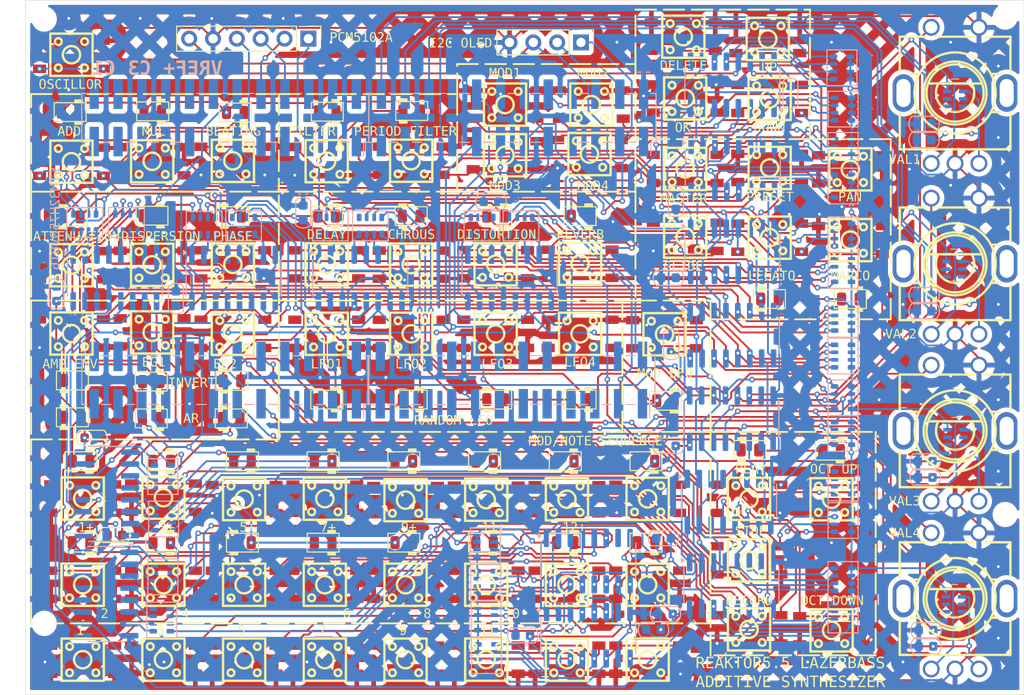
<source format=kicad_pcb>
(kicad_pcb (version 20240108) (generator "pcbnew") (generator_version "8.0")
  (layers (0 "F.Cu" signal) (31 "B.Cu" signal) (34 "B.Paste" user) (35 "F.Paste" user) (36 "B.SilkS" user "B.Silkscreen") (37 "F.SilkS" user "F.Silkscreen") (38 "B.Mask" user) (39 "F.Mask" user) (44 "Edge.Cuts" user))
  (net 0 "")
  (net 1 "GND")
  (net 2 "+3.3V")
  (net 3 "/LED.ADD")
  (net 4 "/LED.MUL")
  (net 5 "/LED.BEATING")
  (net 6 "/LED.FILTER")
  (net 7 "/LED.PERIOD FILTER")
  (net 8 "/LED.DELAY")
  (net 9 "/LED.CHROUS")
  (net 10 "/LED.DISTORTION")
  (net 11 "/LED.REVERB")
  (net 12 "/LED.LEGATO")
  (net 13 "/LED.MARCO")
  (net 14 "/LED.DISPERSION")
  (net 15 "/LED.ATTENATION")
  (net 16 "/LED.PHASE")
  (net 17 "/LED.LEO1.INVERT")
  (net 18 "/LED.LEO2.INVERT")
  (net 19 "/LED.LEO3.INVERT")
  (net 20 "/LED.LEO4.INVERT")
  (net 21 "/LED.AMP.INVERT")
  (net 22 "/LED.EG1.INVERT")
  (net 23 "/LED.EG2.INVERT")
  (net 24 "/LED.MOD SEQ")
  (net 25 "/LED.PLAY")
  (net 26 "/LED.RECORD")
  (net 27 "/LED.AMP.AR")
  (net 28 "/LED.EG1.AR")
  (net 29 "/LED.EG2.AR")
  (net 30 "/B7")
  (net 31 "/B6")
  (net 32 "/C4")
  (net 33 "/A4")
  (net 34 "/A7")
  (net 35 "/A5")
  (net 36 "/A11")
  (net 37 "/A15")
  (net 38 "/D14")
  (net 39 "/A13")
  (net 40 "/A10")
  (net 41 "/D0")
  (net 42 "/A8")
  (net 43 "/A9")
  (net 44 "/D1")
  (net 45 "/C7")
  (net 46 "/D15")
  (net 47 "/A12")
  (net 48 "/A14")
  (net 49 "/D8")
  (net 50 "/D12")
  (net 51 "/D9")
  (net 52 "/D10")
  (net 53 "/E11")
  (net 54 "/E12")
  (net 55 "/D11")
  (net 56 "/E10")
  (net 57 "/E14")
  (net 58 "/B12")
  (net 59 "/B10")
  (net 60 "/E15")
  (net 61 "/E9")
  (net 62 "/B13")
  (net 63 "/B11")
  (net 64 "/E8")
  (net 65 "/E13")
  (net 66 "/D13")
  (net 67 "/C13")
  (net 68 "/E1")
  (net 70 "/D3")
  (net 71 "/B9")
  (net 72 "/B5")
  (net 73 "/E6")
  (net 74 "/E3")
  (net 75 "/E2")
  (net 77 "/E0")
  (net 78 "/E4")
  (net 79 "/B8")
  (net 80 "/B3")
  (net 81 "/E5")
  (net 82 "/B4")
  (net 83 "/D4")
  (net 84 "/D7")
  (net 85 "/D6")
  (net 86 "/D5")
  (net 87 "/A6")
  (net 88 "/B1")
  (net 89 "/B0")
  (net 90 "/E7")
  (net 91 "/VREF+")
  (net 92 "/B2")
  (net 93 "/A1")
  (net 94 "/RST")
  (net 95 "/C2")
  (net 96 "/C3")
  (net 97 "/C5")
  (net 98 "/A3")
  (net 99 "/C1")
  (net 102 "/A2")
  (net 103 "/A0")
  (net 104 "/C0")
  (net 105 "/MUL")
  (net 106 "/OSCILLORA")
  (net 107 "/ADD")
  (net 108 "/DISPERSION")
  (net 109 "/BEATING")
  (net 110 "/ATTENUATION")
  (net 111 "/PHASE")
  (net 112 "/AMP")
  (net 113 "/EG2")
  (net 114 "/LFO1")
  (net 115 "/EG1")
  (net 116 "/MODSEQ")
  (net 117 "/LFO3")
  (net 118 "/LFO4")
  (net 119 "/LFO2")
  (net 120 "/PERIOD FILTER")
  (net 121 "/FILTER")
  (net 122 "/CHROUS")
  (net 123 "/DELAY")
  (net 124 "/REVERB")
  (net 125 "/MOD2")
  (net 126 "/DISTORTION")
  (net 127 "/MOD1")
  (net 128 "Net-(RN7-R2.1)")
  (net 129 "Net-(RN7-R1.1)")
  (net 130 "Net-(RN7-R4.1)")
  (net 131 "Net-(RN7-R3.1)")
  (net 132 "Net-(RN8-R1.1)")
  (net 133 "Net-(RN8-R3.1)")
  (net 134 "Net-(RN8-R2.1)")
  (net 135 "Net-(RN8-R4.1)")
  (net 136 "Net-(RN9-R1.1)")
  (net 137 "Net-(RN9-R3.1)")
  (net 138 "Net-(RN9-R2.1)")
  (net 139 "Net-(RN9-R4.1)")
  (net 140 "Net-(RN10-R4.2)")
  (net 141 "Net-(RN10-R2.2)")
  (net 142 "Net-(RN10-R3.2)")
  (net 143 "Net-(RN10-R1.2)")
  (net 144 "Net-(RN11-R1.1)")
  (net 145 "Net-(RN11-R2.1)")
  (net 146 "Net-(RN11-R3.1)")
  (net 147 "Net-(RN11-R4.1)")
  (net 148 "Net-(RN12-R4.1)")
  (net 149 "Net-(RN12-R1.1)")
  (net 150 "Net-(RN12-R3.1)")
  (net 151 "Net-(RN12-R2.1)")
  (net 152 "/MOD3")
  (net 153 "/RESET1")
  (net 154 "/MOD4")
  (net 155 "/RESET2")
  (net 156 "/RESET4")
  (net 157 "/RESET3")
  (net 158 "/MARCO")
  (net 159 "/PRESET")
  (net 160 "/DELETE")
  (net 161 "/MASTER")
  (net 162 "/LEGATO")
  (net 163 "/UP")
  (net 164 "/DOWN")
  (net 165 "/PAN")
  (net 166 "/OK")
  (net 167 "/GLIDE")
  (net 168 "Net-(RN21-R4.1)")
  (net 169 "Net-(RN21-R3.1)")
  (net 170 "Net-(RN21-R2.1)")
  (net 171 "Net-(RN21-R1.1)")
  (net 172 "Net-(RN22-R4.1)")
  (net 173 "Net-(RN22-R3.1)")
  (net 174 "Net-(RN22-R1.1)")
  (net 175 "Net-(RN22-R2.1)")
  (net 176 "Net-(RN23-R3.1)")
  (net 177 "Net-(RN23-R4.1)")
  (net 178 "Net-(RN23-R1.1)")
  (net 179 "Net-(RN23-R2.1)")
  (net 180 "Net-(RN24-R1.1)")
  (net 181 "Net-(RN24-R2.1)")
  (net 182 "Net-(RN24-R4.1)")
  (net 183 "Net-(RN24-R3.1)")
  (net 184 "Net-(RN25-R1.1)")
  (net 185 "Net-(RN25-R3.1)")
  (net 186 "Net-(RN25-R2.1)")
  (net 187 "Net-(RN25-R4.1)")
  (net 188 "Net-(RN26-R4.1)")
  (net 189 "Net-(RN26-R1.1)")
  (net 190 "Net-(RN26-R2.1)")
  (net 191 "Net-(RN26-R3.1)")
  (net 192 "/P.DOWN")
  (net 193 "/STOP")
  (net 194 "/P.UP")
  (net 195 "/PLAY")
  (net 196 "/RECORD")
  (net 197 "Net-(RN29-R3.1)")
  (net 198 "Net-(RN29-R2.1)")
  (net 199 "Net-(RN29-R4.1)")
  (net 200 "Net-(RN29-R1.1)")
  (net 213 "Net-(RN15-R4.2)")
  (net 214 "Net-(RN15-R2.2)")
  (net 215 "Net-(RN15-R3.2)")
  (net 216 "Net-(RN15-R1.2)")
  (net 217 "Net-(RN16-R3.2)")
  (net 218 "Net-(RN16-R1.2)")
  (net 219 "Net-(RN16-R4.2)")
  (net 220 "Net-(RN16-R2.2)")
  (net 221 "Net-(RN18-R4.2)")
  (net 222 "Net-(RN18-R2.2)")
  (net 223 "Net-(RN18-R1.2)")
  (net 224 "Net-(RN18-R3.2)")
  (net 225 "Net-(RN17-R2.1)")
  (net 226 "Net-(RN17-R1.1)")
  (net 227 "Net-(RN17-R4.1)")
  (net 228 "Net-(RN17-R3.1)")
  (net 229 "Net-(RN30-R3.1)")
  (net 230 "Net-(RN30-R1.1)")
  (net 231 "Net-(RN30-R4.1)")
  (net 232 "Net-(RN30-R2.1)")
  (net 233 "/LED3.IN")
  (net 234 "/LED4.IN")
  (net 235 "/LED1.IN")
  (net 236 "/LED2.IN")
  (net 237 "/LED0.IN")
  (net 238 "/BTN1.IN")
  (net 239 "/BTN0.IN")
  (net 240 "/BTN2.IN")
  (net 241 "/BTN3.IN")
  (net 242 "/BTN5.IN")
  (net 243 "/BTN6.IN")
  (net 245 "/BTN7.IN")
  (net 246 "/BTN4.IN")
  (net 249 "/C12")
  (net 250 "/D2")
  (net 251 "/C9")
  (net 252 "/C8")
  (net 253 "/C10")
  (net 254 "/C11")
  (net 255 "/C6")
  (net 256 "/B14")
  (net 257 "/B15")
  (net 258 "+5V")
  (net 275 "unconnected-(RN33C-R3.2-Pad6)")
  (net 283 "Net-(D29-K)")
  (net 284 "Net-(D30-K)")
  (net 285 "Net-(D31-K)")
  (net 286 "Net-(D32-K)")
  (net 287 "Net-(D33-K)")
  (net 288 "Net-(D34-K)")
  (net 289 "Net-(D35-K)")
  (net 290 "Net-(D36-K)")
  (net 291 "Net-(D37-K)")
  (net 292 "Net-(D38-K)")
  (net 293 "Net-(D39-K)")
  (net 294 "Net-(D40-K)")
  (net 295 "Net-(D41-K)")
  (net 296 "Net-(D42-K)")
  (net 297 "Net-(D43-K)")
  (net 298 "Net-(D44-K)")
  (footprint "1MyLibrary:SW-SMD_4P-L4.5-W4.5-P3.00-LS7.0_TS-1009S-03826" (layer "F.Cu") (at 361.1 129.101)
    (property "Reference" "SW16" (hide yes))
    (property "Value" "PERIOD FILTER")
  )
  (footprint "PCM_LED_SMD_AKL:LED_0805_2012Metric" (layer "F.Cu") (at 342.08 135)
    (property "Reference" "D15" (hide yes))
    (property "Value" "PHASE" (hide yes))
  )
  (footprint "PCM_LED_SMD_AKL:LED_0805_2012Metric" (layer "F.Cu") (at 334.52 169.8 180)
    (property "Reference" "D38" (hide yes))
    (property "Value" "~" (hide yes))
  )
  (footprint "1MyLibrary:SW-SMD_4P-L4.5-W4.5-P3.00-LS7.0_TS-1009S-03826" (layer "F.Cu") (at 361.1 147.547 180)
    (property "Reference" "SW42" (hide yes))
    (property "Value" "LFO4")
  )
  (footprint "1MyLibrary:SW-SMD_4P-L4.5-W4.5-P3.00-LS7.0_TS-1009S-03826" (layer "F.Cu") (at 371.1 128.51975 180)
    (property "Reference" "SW9" (hide yes))
    (property "Value" "MOD3")
  )
  (footprint "PCM_LED_SMD_AKL:LED_0805_2012Metric" (layer "F.Cu") (at 360.32 169.8 180)
    (property "Reference" "D41" (hide yes))
    (property "Value" "~" (hide yes))
  )
  (footprint "1MyLibrary:SW-SMD_4P-L4.5-W4.5-P3.00-LS7.0_TS-1009S-03826" (layer "F.Cu") (at 343.3 165.161)
    (property "Reference" "SW54" (hide yes))
    (property "Value" "SMD_6x3.5mm_h2.5mm")
  )
  (footprint "1MyLibrary:SW-SMD_4P-L4.5-W4.5-P3.00-LS7.0_TS-1009S-03826" (layer "F.Cu") (at 333.5 129.161 180)
    (property "Reference" "SW18" (hide yes))
    (property "Value" "MUL")
  )
  (footprint "1MyLibrary:SW-SMD_4P-L4.5-W4.5-P3.00-LS7.0_TS-1009S-03826" (layer "F.Cu") (at 399.3 137.301 180)
    (property "Reference" "SW28" (hide yes))
    (property "Value" "LEGATO")
  )
  (footprint "PCM_LED_SMD_AKL:LED_0805_2012Metric" (layer "F.Cu") (at 341.92 156.56)
    (property "Reference" "D28" (hide yes))
    (property "Value" "EG2" (hide yes))
  )
  (footprint "PCM_LED_SMD_AKL:LED_0805_2012Metric" (layer "F.Cu") (at 351.72 169.8 180)
    (property "Reference" "D40" (hide yes))
    (property "Value" "~" (hide yes))
  )
  (footprint "PCM_LED_SMD_AKL:LED_0805_2012Metric" (layer "F.Cu") (at 361.16 123.8)
    (property "Reference" "D6" (hide yes))
    (property "Value" "PERIOD FILTER" (hide yes))
  )
  (footprint "1MyLibrary:SW-SMD_4P-L4.5-W4.5-P3.00-LS7.0_TS-1009S-03826" (layer "F.Cu") (at 370.1 147.547 180)
    (property "Reference" "SW44" (hide yes))
    (property "Value" "LFO1")
  )
  (footprint "PCM_LED_SMD_AKL:LED_0805_2012Metric" (layer "F.Cu") (at 379.1 135 180)
    (property "Reference" "D9" (hide yes))
    (property "Value" "DISTORTION" (hide yes))
  )
  (footprint "1MyLibrary:SW-SMD_4P-L4.5-W4.5-P3.00-LS7.0_TS-1009S-03826" (layer "F.Cu") (at 371.1 123.11975)
    (property "Reference" "SW7" (hide yes))
    (property "Value" "MOD1")
  )
  (footprint "PCM_LED_SMD_AKL:LED_0805_2012Metric" (layer "F.Cu") (at 386.12 169.8 180)
    (property "Reference" "D44" (hide yes))
    (property "Value" "~" (hide yes))
  )
  (footprint "PCM_LED_SMD_AKL:LED_0805_2012Metric" (layer "F.Cu") (at 334.52 161.12 180)
    (property "Reference" "D30" (hide yes))
    (property "Value" "~" (hide yes))
  )
  (footprint "1MyLibrary:SW-SMD_4P-L4.5-W4.5-P3.00-LS7.0_TS-1009S-03826" (layer "F.Cu") (at 386.3 174.285)
    (property "Reference" "SW67" (hide yes))
    (property "Value" "SMD_6x3.5mm_h2.5mm")
  )
  (footprint "1MyLibrary:SW-SMD_4P-L4.5-W4.5-P3.00-LS7.0_TS-1009S-03826" (layer "F.Cu") (at 361.1 140.177)
    (property "Reference" "SW34" (hide yes))
    (property "Value" "CHROUS")
  )
  (footprint "1MyLibrary:SW-SMD_4P-L4.5-W4.5-P3.00-LS7.0_TS-1009S-03826" (layer "F.Cu") (at 407.9 137.561)
    (property "Reference" "SW21" (hide yes))
    (property "Value" "MARCO")
  )
  (footprint "PCM_Capacitor_SMD_Handsoldering_AKL:C_0603_1608Metric" (layer "F.Cu") (at 327.077318 158.63)
    (property "Reference" "C9" (hide yes))
    (property "Value" "100N" (hide yes))
  )
  (footprint "1MyLibrary:SW-SMD_4P-L4.5-W4.5-P3.00-LS7.0_TS-1009S-03826" (layer "F.Cu") (at 342.1 140.147 180)
    (property "Reference" "SW27" (hide yes))
    (property "Value" "PHASE")
  )
  (footprint "1MyLibrary:SW-SMD_4P-L4.5-W4.5-P3.00-LS7.0_TS-1009S-03826" (layer "F.Cu") (at 342.1 129.115)
    (property "Reference" "SW19" (hide yes))
    (property "Value" "BEATING")
  )
  (footprint "1MyLibrary:SW-SMD_4P-L4.5-W4.5-P3.00-LS7.0_TS-1009S-03826" (layer "F.Cu") (at 379.1 147.547)
    (property "Reference" "SW40" (hide yes))
    (property "Value" "LFO2")
  )
  (footprint "PCM_LED_SMD_AKL:LED_0805_2012Metric" (layer "F.Cu") (at 333.48 134.96 180)
    (property "Reference" "D13" (hide yes))
    (property "Value" "DISPERSION" (hide yes))
  )
  (footprint "1MyLibrary:SW-SMD_4P-L4.5-W4.5-P3.00-LS7.0_TS-1009S-03826" (layer "F.Cu") (at 390.3 129.977 180)
    (property "Reference" "SW22" (hide yes))
    (property "Value" "MASTER")
  )
  (footprint "PCM_LED_SMD_AKL:LED_0805_2012Metric" (layer "F.Cu") (at 388.2 154.68 180)
    (property "Reference" "D23" (hide yes))
    (property "Value" "PLAY" (hide yes))
  )
  (footprint "PCM_LED_SMD_AKL:LED_0805_2012Metric" (layer "F.Cu") (at 386.12 161.12 180)
    (property "Reference" "D36" (hide yes))
    (property "Value" "~" (hide yes))
  )
  (footprint "1MyLibrary:SW-SMD_4P-L4.5-W4.5-P3.00-LS7.0_TS-1009S-03826" (layer "F.Cu") (at 379.1 140.085)
    (property "Reference" "SW36" (hide yes))
    (property "Value" "REVERB")
  )
  (footprint "PCM_LED_SMD_AKL:LED_0805_2012Metric" (layer "F.Cu") (at 325.92 161.12 180)
    (property "Reference" "D29" (hide yes))
    (property "Value" "~" (hide yes))
  )
  (footprint "1MyLibrary:SW-SMD_4P-L4.5-W4.5-P3.00-LS7.0_TS-1009S-03826" (layer "F.Cu") (at 326.1 174.285)
    (property "Reference" "SW60" (hide yes))
    (property "Value" "SMD_6x3.5mm_h2.5mm")
  )
  (footprint "1MyLibrary:SW-SMD_4P-L4.5-W4.5-P3.00-LS7.0_TS-1009S-03826" (layer "F.Cu") (at 397.1 179.039 180)
    (property "Reference" "SW49" (hide yes))
    (property "Value" "RECORD")
  )
  (footprint "PCM_LED_SMD_AKL:LED_0805_2012Metric" (layer "F.Cu") (at 324.88 135.08)
    (property "Reference" "D14" (hide yes))
    (property "Value" "ATTENUATION" (hide yes))
  )
  (footprint "1MyLibrary:SW-SMD_4P-L4.5-W4.5-P3.00-LS7.0_TS-1009S-03826" (layer "F.Cu") (at 343.3 182.269)
    (property "Reference" "SW70" (hide yes))
    (property "Value" "SMD_6x3.5mm_h2.5mm" (hide yes))
  )
  (footprint "PCM_LED_SMD_AKL:LED_0805_2012Metric" (layer "F.Cu") (at 342 152.56)
    (property "Reference" "D22" (hide yes))
    (property "Value" "EG2" (hide yes))
  )
  (footprint "Connector_PinHeader_2.54mm:PinHeader_1x06_P2.54mm_Vertical" (layer "F.Cu") (at 350.145 116.095 -90)
    (property "Reference" "J2" (hide yes))
    (property "Value" "PCM5102")
  )
  (footprint "1MyLibrary:SW-SMD_4P-L4.5-W4.5-P3.00-LS7.0_TS-1009S-03826" (layer "F.Cu") (at 333.5 140.193)
    (property "Reference" "SW26" (hide yes))
    (property "Value" "DISPERSION")
  )
  (footprint "1MyLibrary:SW-SMD_4P-L4.5-W4.5-P3.00-LS7.0_TS-1009S-03826" (layer "F.Cu") (at 407.9 130.023)
    (property "Reference" "SW30" (hide yes))
    (property "Value" "PAN")
  )
  (footprint "PCM_LED_SMD_AKL:LED_0805_2012Metric" (layer "F.Cu") (at 343.12 169.8)
    (property "Reference" "D39" (hide yes))
    (property "Value" "~" (hide yes))
  )
  (footprint "1MyLibrary:SW-SMD_4P-L4.5-W4.5-P3.00-LS7.0_TS-1009S-03826" (layer "F.Cu") (at 390.1 115.885)
    (property "Reference" "SW24" (hide yes))
    (property "Value" "DELETE")
  )
  (footprint "1MyLibrary:SW-SMD_4P-L4.5-W4.5-P3.00-LS7.0_TS-1009S-03826" (layer "F.Cu") (at 370.1 140.131)
    (property "Reference" "SW35" (hide yes))
    (property "Value" "DISTORTION")
  )
  (footprint "1MyLibrary:SW-SMD_4P-L4.5-W4.5-P3.00-LS7.0_TS-1009S-03826" (layer "F.Cu") (at 351.9 174.285)
    (property "Reference" "SW63" (hide yes))
    (property "Value" "SMD_6x3.5mm_h2.5mm")
  )
  (footprint "1MyLibrary:SW-SMD_4P-L4.5-W4.5-P3.00-LS7.0_TS-1009S-03826" (layer "F.Cu") (at 334.7 165.007)
    (property "Reference" "SW53" (hide yes))
    (property "Value" "SMD_6x3.5mm_h2.5mm")
  )
  (footprint "1MyLibrary:SW-SMD_4P-L4.5-W4.5-P3.00-LS7.0_TS-1009S-03826" (layer "F.Cu") (at 326.1 182.269)
    (property "Reference" "SW68" (hide yes))
    (property "Value" "SMD_6x3.5mm_h2.5mm" (hide yes))
  )
  (footprint "PCM_LED_SMD_AKL:LED_0805_2012Metric" (layer "F.Cu") (at 405.9 160 180)
    (property "Reference" "D24" (hide yes))
    (property "Value" "PLAY" (hide yes))
  )
  (footprint "1MyLibrary:SW-SMD_4P-L4.5-W4.5-P3.00-LS7.0_TS-1009S-03826" (layer "F.Cu") (at 324.9 147.515 180)
    (property "Reference" "SW43" (hide yes))
    (property "Value" "AMP")
  )
  (footprint "1MyLibrary:SW-SMD_4P-L4.5-W4.5-P3.00-LS7.0_TS-1009S-03826" (layer "F.Cu") (at 351.9 165.115)
    (property "Reference" "SW55" (hide yes))
    (property "Value" "SMD_6x3.5mm_h2.5mm")
  )
  (footprint "1MyLibrary:SW-SMD_4P-L4.5-W4.5-P3.00-LS7.0_TS-1009S-03826" (layer "F.Cu") (at 377.7 182.269)
    (property "Reference" "SW74" (hide yes))
    (property "Value" "SMD_6x3.5mm_h2.5mm" (hide yes))
  )
  (footprint "PCM_LED_SMD_AKL:LED_0805_2012Metric" (layer "F.Cu") (at 360.32 161.12 180)
    (property "Reference" "D33" (hide yes))
    (property "Value" "~" (hide yes))
  )
  (footprint "1MyLibrary:SW-TH_EC11XXXXXXXX" (layer "F.Cu") (at 419.06 158.137)
    (property "Reference" "SW3" (hide yes))
    (property "Value" "VAL4")
  )
  (footprint "1MyLibrary:SW-SMD_4P-L4.5-W4.5-P3.00-LS7.0_TS-1009S-03826" (layer "F.Cu") (at 397.1 171.685 180)
    (property "Reference" "SW48" (hide yes))
    (property "Value" "STOP")
  )
  (footprint "PCM_LED_SMD_AKL:LED_0805_2012Metric" (layer "F.Cu") (at 351.72 161.12 180)
    (property "Reference" "D32" (hide yes))
    (property "Value" "~" (hide yes))
  )
  (footprint "1MyLibrary:SW-SMD_4P-L4.5-W4.5-P3.00-LS7.0_TS-1009S-03826" (layer "F.Cu") (at 324.9 140.239)
    (property "Reference" "SW25" (hide yes))
    (property "Value" "ATTENUATION")
  )
  (footprint "1MyLibrary:SW-SMD_4P-L4.5-W4.5-P3.00-LS7.0_TS-1009S-03826" (layer "F.Cu") (at 380.1 128.39275 180)
    (property "Reference" "SW10" (hide yes))
    (property "Value" "MOD4")
  )
  (footprint "1MyLibrary:SW-TH_EC11XXXXXXXX" (layer "F.Cu") (at 419.06 122.137)
    (property "Reference" "SW1" (hide yes))
    (property "Value" "VAL2")
  )
  (footprint "1MyLibrary:SW-SMD_4P-L4.5-W4.5-P3.00-LS7.0_TS-1009S-03826" (layer "F.Cu") (at 369.1 174.285)
    (property "Reference" "SW65" (hide yes))
    (property "Value" "SMD_6x3.5mm_h2.5mm")
  )
  (footprint "1MyLibrary:SW-SMD_4P-L4.5-W4.5-P3.00-LS7.0_TS-1009S-03826" (layer "F.Cu") (at 390.3 122.469 180)
    (property "Reference" "SW32" (hide yes))
    (property "Value" "OK")
  )
  (footprint "PCM_LED_SMD_AKL:LED_0805_2012Metric" (layer "F.Cu") (at 368.92 169.8 180)
    (property "Reference" "D42" (hide yes))
    (property "Value" "~" (hide yes))
  )
  (footprint "PCM_LED_SMD_AKL:LED_0805_2012Metric" (layer "F.Cu") (at 377.52 169.8 180)
    (property "Reference" "D43" (hide yes))
    (property "Value" "~" (hide yes))
  )
  (footprint "1MyLibrary:SW-SMD_4P-L4.5-W4.5-P3.00-LS7.0_TS-1009S-03826" (layer "F.Cu") (at 351.9 182.269)
    (property "Reference" "SW71" (hide yes))
    (property "Value" "SMD_6x3.5mm_h2.5mm" (hide yes))
  )
  (footprint "PCM_LED_SMD_AKL:LED_0805_2012Metric" (layer "F.Cu") (at 352.16 123.88 180)
    (property "Reference" "D5" (hide yes))
    (property "Value" "FILTER" (hide yes))
  )
  (footprint "1MyLibrary:SW-SMD_4P-L4.5-W4.5-P3.00-LS7.0_TS-1009S-03826" (layer "F.Cu") (at 333.5 147.393 180)
    (property "Reference" "SW38" (hide yes))
    (property "Value" "EG1")
  )
  (footprint "" (layer "F.Cu") (at 322 114)
    (property "Reference" "")
    (property "Value" "")
  )
  (footprint "1MyLibrary:SW-SMD_4P-L4.5-W4.5-P3.00-LS7.0_TS-1009S-03826" (layer "F.Cu") (at 380.3 123.11975)
    (property "Reference" "SW8" (hide yes))
    (property "Value" "MOD2")
  )
  (footprint "PCM_LED_SMD_AKL:LED_0805_2012Metric" (layer "F.Cu") (at 361.1 135)
    (property "Reference" "D7" (hide yes))
    (property "Value" "DELAY" (hide yes))
  )
  (footprint "PCM_LED_SMD_AKL:LED_0805_2012Metric" (layer "F.Cu") (at 368.92 161.12 180)
    (property "Reference" "D34" (hide yes))
    (property "Value" "~" (hide yes))
  )
  (footprint "1MyLibrary:SW-SMD_4P-L4.5-W4.5-P3.00-LS7.0_TS-1009S-03826" (layer "F.Cu") (at 386.3 165.131)
    (property "Reference" "SW59" (hide yes))
    (property "Value" "SMD_6x3.5mm_h2.5mm")
  )
  (footprint "1MyLibrary:SW-SMD_4P-L4.5-W4.5-P3.00-LS7.0_TS-1009S-03826" (layer "F.Cu") (at 377.7 165.177)
    (property "Reference" "SW58" (hide yes))
    (property "Value" "SMD_6x3.5mm_h2.5mm")
  )
  (footprint "PCM_LED_SMD_AKL:LED_0805_2012Metric" (layer "F.Cu") (at 352.1 135 180)
    (property "Reference" "D10" (hide yes))
    (property "Value" "REVERB" (hide yes))
  )
  (footprint "PCM_LED_SMD_AKL:LED_0805_2012Metric" (layer "F.Cu") (at 333.4 152.64 180)
    (property "Reference" "D21" (hide yes))
    (property "Value" "EG1" (hide yes))
  )
  (footprint "1MyLibrary:SW-SMD_4P-L4.5-W4.5-P3.00-LS7.0_TS-1009S-03826" (layer "F.Cu") (at 360.5 165.269)
    (property "Reference" "SW56" (hide yes))
    (property "Value" "SMD_6x3.5mm_h2.5mm")
  )
  (footprint "1MyLibrary:SW-SMD_4P-L4.5-W4.5-P3.00-LS7.0_TS-1009S-03826" (layer "F.Cu") (at 352.1 140.147)
    (property "Reference" "SW33" (hide yes))
    (property "Value" "DELAY")
  )
  (footprint "1MyLibrary:SW-SMD_4P-L4.5-W4.5-P3.00-LS7.0_TS-1009S-03826" (layer "F.Cu") (at 377.7 174.285)
    (property "Reference" "SW66" (hide yes))
    (property "Value" "SMD_6x3.5mm_h2.5mm")
  )
  (footprint "PCM_LED_SMD_AKL:LED_0805_2012Metric" (layer "F.Cu") (at 333.56 123.84 180)
    (property "Reference" "D3" (hide yes))
    (property "Value" "MUL" (hide yes))
  )
  (footprint "1MyLibrary:SW-SMD_4P-L4.5-W4.5-P3.00-LS7.0_TS-1009S-03826" (layer "F.Cu") (at 342.1 147.547 180)
    (property "Reference" "SW39" (hide yes))
    (property "Value" "EG2")
  )
  (footprint "Connector_PinHeader_2.54mm:PinHeader_1x04_P2.54mm_Vertical" (layer "F.Cu") (at 379.195 116.495 -90)
    (property "Reference" "J1" (hide yes))
    (property "Value" "OLED")
  )
  (footprint "1MyLibrary:SW-TH_EC11XXXXXXXX" (layer "F.Cu") (at 419.06 176.01)
    (property "Reference" "SW6" (hide yes))
    (property "Value" "VAL1")
  )
  (footprint "PCM_LED_SMD_AKL:LED_0805_2012Metric" (layer "F.Cu") (at 324.76 123.92 180)
    (property "Reference" "D2" (hide yes))
    (property "Value" "ADD" (hide yes))
  )
  (footprint "" (layer "F.Cu") (at 424.4 113.8)
    (property "Reference" "")
    (property "Value" "")
  )
  (footprint "PCM_LED_SMD_AKL:LED_0805_2012Metric" (layer "F.Cu") (at 377.52 161.12 180)
    (property "Reference" "D35" (hide yes))
    (property "Value" "~" (hide yes))
  )
  (footprint "1MyLibrary:SW-SMD_4P-L4.5-W4.5-P3.00-LS7.0_TS-1009S-03826" (layer "F.Cu") (at 399.1 116.131)
    (property "Reference" "SW23" (hide yes))
    (property "Value" "UP")
  )
  (footprint "1MyLibrary:SW-SMD_4P-L4.5-W4.5-P3.00-LS7.0_TS-1009S-03826" (layer "F.Cu") (at 324.9 117.807)
    (property "Reference" "SW5" (hide yes))
    (property "Value" "OSCILLORA")
  )
  (footprint "1MyLibrary:SW-SMD_4P-L4.5-W4.5-P3.00-LS7.0_TS-1009S-03826" (layer "F.Cu") (at 352.1 129.147)
    (property "Reference" "SW15" (hide yes))
    (property "Value" "FILTER")
  )
  (footprint "PCM_LED_SMD_AKL:LED_0805_2012Metric" (layer "F.Cu") (at 325 156.44)
    (property "Reference" "D26" (hide yes))
    (property "Value" "AMP" (hide yes))
  )
  (footprint "PCM_LED_SMD_AKL:LED_0805_2012Metric" (layer "F.Cu") (at 333.4 156.56 180)
    (property "Reference" "D27" (hide yes))
    (property "Value" "EG1" (hide yes))
  )
  (footprint "1MyLibrary:SW-SMD_4P-L4.5-W4.5-P3.00-LS7.0_TS-1009S-03826" (layer "F.Cu") (at 326.1 165.101)
    (property "Reference" "SW52" (hide yes))
    (property "Value" "SMD_6x3.5mm_h2.5mm")
  )
  (footprint "1MyLibrary:SW-SMD_4P-L4.5-W4.5-P3.00-LS7.0_TS-1009S-03826" (layer "F.Cu") (at 324.9 129.207 180)
    (property "Reference" "SW17" (hide yes))
    (property "Value" "ADD")
  )
  (footprint "1MyLibrary:SW-SMD_4P-L4.5-W4.5-P3.00-LS7.0_TS-1009S-03826" (layer "F.Cu") (at 405.9 179.147)
    (property "Reference" "SW51" (hide yes))
    (property "Value" "DOWN")
  )
  (footprint "PCM_Capacitor_SMD_Handsoldering_AKL:C_0603_1608Metric" (layer "F.Cu") (at 329.522682 168.99)
    (property "Reference" "C11" (hide yes))
    (property "Value" "100N" (hide yes))
  )
  (footprint "1MyLibrary:SW-SMD_4P-L4.5-W4.5-P3.00-LS7.0_TS-1009S-03826" (layer "F.Cu") (at 369.1 182.269)
    (property "Reference" "SW73" (hide yes))
    (property "Value" "SMD_6x3.5mm_h2.5mm" (hide yes))
  )
  (footprint "PCM_LED_SMD_AKL:LED_0805_2012Metric" (layer "F.Cu") (at 407.9 143.84 180)
    (property "Reference" "D12" (hide yes))
    (property "Value" "MARCO" (hide yes))
  )
  (footprint "PCM_LED_SMD_AKL:LED_0805_2012Metric" (layer "F.Cu") (at 325.92 169.8 180)
    (property "Reference" "D37" (hide yes))
    (property "Value" "~" (hide yes))
  )
  (footprint "1MyLibrary:SW-SMD_4P-L4.5-W4.5-P3.00-LS7.0_TS-1009S-03826" (layer "F.Cu") (at 352.1 147.547 180)
    (property "Reference" "SW41" (hide yes))
    (property "Value" "LFO3")
  )
  (footprint "PCM_LED_SMD_AKL:LED_0805_2012Metric" (layer "F.Cu") (at 397.2 159.92)
    (property "Reference" "D25" (hide yes))
    (property "Value" "RECORD" (hide yes))
  )
  (footprint "PCM_LED_SMD_AKL:LED_0805_2012Metric" (layer "F.Cu") (at 361.1 154.56 180)
    (property "Reference" "D16" (hide yes))
    (property "Value" "LFO1" (hide yes))
  )
  (footprint "1MyLibrary:SW-SMD_4P-L4.5-W4.5-P3.00-LS7.0_TS-1009S-03826" (layer "F.Cu") (at 369.1 165.223)
    (property "Reference" "SW57" (hide yes))
    (property "Value" "SMD_6x3.5mm_h2.5mm")
  )
  (footprint "PCM_LED_SMD_AKL:LED_0805_2012Metric" (layer "F.Cu") (at 379.1 154.56 180)
    (property "Reference" "D18" (hide yes))
    (property "Value" "LFO3" (hide yes))
  )
  (footprint "PCM_LED_SMD_AKL:LED_0805_2012Metric" (layer "F.Cu") (at 325 152.52)
    (property "Reference" "D20" (hide yes))
    (property "Value" "AMP" (hide yes))
  )
  (footprint "1MyLibrary:SW-SMD_4P-L4.5-W4.5-P3.00-LS7.0_TS-1009S-03826" (layer "F.Cu") (at 343.3 174.285)
    (property "Reference" "SW62" (hide yes))
    (property "Value" "SMD_6x3.5mm_h2.5mm")
  )
  (footprint "1MyLibrary:SW-TH_EC11XXXXXXXX" (layer "F.Cu") (at 419.06 140.337)
    (property "Reference" "SW2" (hide yes))
    (property "Value" "VAL3")
  )
  (footprint "PCM_LED_SMD_AKL:LED_0805_2012Metric" (layer "F.Cu") (at 370.1 135 180)
    (property "Reference" "D8" (hide yes))
    (property "Value" "CHROUS" (hide yes))
  )
  (footprint "1MyLibrary:SW-SMD_4P-L4.5-W4.5-P3.00-LS7.0_TS-1009S-03826" (layer "F.Cu") (at 334.7 182.269)
    (property "Reference" "SW69" (hide yes))
    (property "Value" "SMD_6x3.5mm_h2.5mm" (hide yes))
  )
  (footprint "" (layer "F.Cu") (at 424.4 166.8)
    (property "Reference" "")
    (property "Value" "")
  )
  (footprint "PCM_LED_SMD_AKL:LED_0805_2012Metric" (layer "F.Cu") (at 342.36 123.96 180)
    (property "Reference" "D4" (hide yes))
    (property "Value" "BEATING" (hide yes))
  )
  (footprint "1MyLibrary:SW-SMD_4P-L4.5-W4.5-P3.00-LS7.0_TS-1009S-03826" (layer "F.Cu") (at 405.9 165.177 180)
    (property "Reference" "SW46" (hide yes))
    (property "Value" "UP")
  )
  (footprint "PCM_LED_SMD_AKL:LED_0805_2012Metric" (layer "F.Cu") (at 399.28 143.84)
    (property "Reference" "D11" (hide yes))
    (property "Value" "LEGATO" (hide yes))
  )
  (footprint "1MyLibrary:SW-SMD_4P-L4.5-W4.5-P3.00-LS7.0_TS-1009S-03826" (layer "F.Cu") (at 360.5 182.269)
    (property "Reference" "SW72" (hide yes))
    (property "Value" "SMD_6x3.5mm_h2.5mm" (hide yes))
  )
  (footprint "1MyLibrary:SW-SMD_4P-L4.5-W4.5-P3.00-LS7.0_TS-1009S-03826" (layer "F.Cu") (at 390.3 137.207)
    (property "Reference" "SW29" (hide yes))
    (property "Value" "GLIDE")
  )
  (footprint "" (layer "F.Cu") (at 322 178.4)
    (property "Reference" "")
    (property "Value" "")
  )
  (footprint "1MyLibrary:SW-SMD_4P-L4.5-W4.5-P3.00-LS7.0_TS-1009S-03826" (layer "F.Cu") (at 397.1 165.131 180)
    (property "Reference" "SW47" (hide yes))
    (property "Value" "PLAY")
  )
  (footprint "1MyLibrary:SW-SMD_4P-L4.5-W4.5-P3.00-LS7.0_TS-1009S-03826" (layer "F.Cu") (at 399.3 122.515 180)
    (property "Reference" "SW31" (hide yes))
    (property "Value" "DOWN")
  )
  (footprint "1MyLibrary:SW-SMD_4P-L4.5-W4.5-P3.00-LS7.0_TS-1009S-03826" (layer "F.Cu") (at 388.1 147.593)
    (property "Reference" "SW50" (hide yes))
    (property "Value" "SEQ1")
  )
  (footprint "PCM_LED_SMD_AKL:LED_0805_2012Metric" (layer "F.Cu") (at 343.12 161.12 180)
    (property "Reference" "D31" (hide yes))
    (property "Value" "~" (hide yes))
  )
  (footprint "1MyLibrary:SW-SMD_4P-L4.5-W4.5-P3.00-LS7.0_TS-1009S-03826" (layer "F.Cu") (at 360.5 174.285)
    (property "Reference" "SW64" (hide yes))
    (property "Value" "SMD_6x3.5mm_h2.5mm")
  )
  (footprint "1MyLibrary:SW-SMD_4P-L4.5-W4.5-P3.00-LS7.0_TS-1009S-03826" (layer "F.Cu") (at 334.7 174.285)
    (property "Reference" "SW61" (hide yes))
    (property "Value" "SMD_6x3.5mm_h2.5mm")
  )
  (footprint "1MyLibrary:SW-SMD_4P-L4.5-W4.5-P3.00-LS7.0_TS-1009S-03826" (layer "F.Cu") (at 399.3 129.869)
    (property "Reference" "SW20" (hide yes))
    (property "Value" "PRESET")
  )
  (footprint "PCM_LED_SMD_AKL:LED_0805_2012Metric" (layer "F.Cu") (at 352.1 154.56 180)
    (property "Reference" "D19" (hide yes))
    (property "Value" "LFO4" (hide yes))
  )
  (footprint "1MyLibrary:SW-SMD_4P-L4.5-W4.5-P3.00-LS7.0_TS-1009S-03826" (layer "F.Cu") (at 386.3 182.269)
    (property "Reference" "SW75" (hide yes))
    (property "Value" "SMD_6x3.5mm_h2.5mm" (hide yes))
  )
  (footprint "PCM_LED_SMD_AKL:LED_0805_2012Metric" (layer "F.Cu") (at 370.1 154.56)
    (property "Reference" "D17" (hide yes))
    (property "Value" "LFO2" (hide yes))
  )
  (footprint "PCM_Capacitor_SMD_Handsoldering_AKL:C_0603_1608Metric" (layer "B.Cu") (at 323.31 143.277318 90)
    (property "Reference" "C10" (hide yes))
    (property "Value" "100N" (hide yes))
  )
  (footprint "Package_SO:SOIC-16_3.9x9.9mm_P1.27mm" (layer "B.Cu") (at 395.375 129.908333 -90)
    (property "Reference" "U1" (hide yes))
    (property "Value" "74HC165")
  )
  (footprint "PCM_Capacitor_SMD_Handsoldering_AKL:C_0603_1608Metric" (layer "B.Cu") (at 389.313742 133.45 -90)
    (property "Reference" "C20" (hide yes))
    (property "Value" "100N" (hide yes))
  )
  (footprint "PCM_Capacitor_SMD_Handsoldering_AKL:C_0603_1608Metric" (layer "B.Cu") (at 415.959106 179.13 180)
    (property "Reference" "C1" (hide yes))
    (property "Value" "10N" (hide yes))
  )
  (footprint "Package_SO:SOIC-16_3.9x9.9mm_P1.27mm" (layer "B.Cu") (at 395.225 174.375 -90)
    (property "Reference" "U4" (hide yes))
    (property "Value" "74HC165")
  )
  (footprint "PCM_Resistor_SMD_AKL:R_Array_Convex_4x0603" (layer "B.Cu") (at 407 119.2 180)
    (property "Reference" "RN28" (hide yes))
    (property "Value" "10K" (hide yes))
  )
  (footprint "Package_SO:SOIC-16_3.9x9.9mm_P1.27mm" (layer "B.Cu") (at 328.595 175.275 180)
    (property "Reference" "U9" (hide yes))
    (property "Value" "74HC595")
  )
  (footprint "PCM_Resistor_SMD_AKL:R_Array_Convex_4x0603" (layer "B.Cu") (at 407.12 146 180)
    (property "Reference" "RN5" (hide yes))
    (property "Value" "10K" (hide yes))
  )
  (footprint "PCM_Capacitor_SMD_Handsoldering_AKL:C_0603_1608Metric" (layer "B.Cu") (at 415.877318 162.85 180)
    (property "Reference" "C8" (hide yes))
    (property "Value" "10N" (hide yes))
  )
  (footprint "PCM_Resistor_SMD_AKL:R_Array_Convex_4x0603" (layer "B.Cu") (at 407.12 137 180)
    (property "Reference" "RN3" (hide yes))
    (property "Value" "10K" (hide yes))
  )
  (footprint "Package_SO:SOIC-16_3.9x9.9mm_P1.27mm" (layer "B.Cu") (at 394.975 165.481665 -90)
    (property "Reference" "U7" (hide yes))
    (property "Value" "74HC165")
  )
  (footprint "PCM_Resistor_SMD_AKL:R_Array_Convex_4x0603" (layer "B.Cu") (at 369.08 177.92 180)
    (property "Reference" "RN9" (hide yes))
    (property "Value" "10K" (hide yes))
  )
  (footprint "PCM_Resistor_SMD_AKL:R_Array_Convex_4x0603" (layer "B.Cu") (at 369 170.12 180)
    (property "Reference" "RN8" (hide yes))
    (property "Value" "10K" (hide yes))
  )
  (footprint "PCM_Resistor_SMD_AKL:R_Array_Convex_4x0603" (layer "B.Cu") (at 369.12 181.84 180)
    (property "Reference" "RN12" (hide yes))
    (property "Value" "10K" (hide yes))
  )
  (footprint "Resistor_SMD:R_Array_Concave_4x0603" (layer "B.Cu") (at 419.065 122.112 180)
    (property "Reference" "RN32" (hide yes))
    (property "Value" "10K")
  )
  (footprint "PCM_Capacitor_SMD_Handsoldering_AKL:C_0603_1608Metric" (layer "B.Cu") (at 386.922682 179.07)
    (property "Reference" "C12" (hide yes))
    (property "Value" "100N" (hide yes))
  )
  (footprint "Connector_PinHeader_2.54mm:PinHeader_2x12_P2.54mm_Vertical_SMD" (layer "B.Cu") (at 371.895 124.535 90)
    (property "Reference" "J4" (hide yes))
    (property "Value" "Conn_02x12_Odd_Even")
  )
  (footprint "Resistor_SMD:R_Array_Concave_4x0603" (layer "B.Cu") (at 418.975 140.249 180)
    (property "Reference" "RN33" (hide yes))
    (property "Value" "10K")
  )
  (footprint "PCM_Capacitor_SMD_Handsoldering_AKL:C_0603_1608Metric" (layer "B.Cu") (at 415.959106 180.85 180)
    (property "Reference" "C2" (hide yes))
    (property "Value" "10N" (hide yes))
  )
  (footprint "PCM_Resistor_SMD_AKL:R_Array_Convex_4x0603" (layer "B.Cu") (at 334.64 162.76 180)
    (property "Reference" "RN16" (hide yes))
    (property "Value" "1.5K" (hide yes))
  )
  (footprint "PCM_Capacitor_SMD_Handsoldering_AKL:C_0603_1608Metric" (layer "B.Cu") (at 415.759106 145.13 180)
    (property "Reference" "C6" (hide yes))
    (property "Value" "10N" (hide yes))
  )
  (footprint "Package_SO:SOIC-16_3.9x9.9mm_P1.27mm" (layer "B.Cu") (at 355.675 141.595 -90)
    (property "Reference" "U15" (hide yes))
    (property "Value" "74HC595")
  )
  (footprint "Package_SO:SOIC-16_3.9x9.9mm_P1.27mm" (layer "B.Cu") (at 395.325 121.015 90)
    (property "Reference" "U14" (hide yes))
    (property "Value" "74HC165")
  )
  (footprint "PCM_Capacitor_SMD_Handsoldering_AKL:C_0603_1608Metric" (layer "B.Cu") (at 336.03 143.79553 90)
    (property "Reference" "C15" (hide yes))
    (property "Value" "100N" (hide yes))
  )
  (footprint "PCM_Resistor_SMD_AKL:R_Array_Convex_4x0603" (layer "B.Cu") (at 407.12 128 180)
    (property "Reference" "RN1" (hide yes))
    (property "Value" "10K" (hide yes))
  )
  (footprint "PCM_Resistor_SMD_AKL:R_Array_Convex_4x0603" (layer "B.Cu") (at 407.12 173.72)
    (property "Reference" "RN7" (hide yes))
    (property "Value" "10K" (hide yes))
  )
  (footprint "PCM_Resistor_SMD_AKL:R_Array_Convex_4x0603" (layer "B.Cu") (at 407.12 167.44 180)
    (property "Reference" "RN14" (hide yes))
    (property "Value" "10K" (hide yes))
  )
  (footprint "PCM_Resistor_SMD_AKL:R_Array_Convex_4x0603" (layer "B.Cu") (at 372.8 136.04 90)
    (property "Reference" "RN26" (hide yes))
    (property "Value" "1.5K" (hide yes))
  )
  (footprint "PCM_Resistor_SMD_AKL:R_Array_Convex_4x0603" (layer "B.Cu") (at 407.12 131.8 180)
    (property "Reference" "RN2" (hide yes))
    (property "Value" "10K" (hide yes))
  )
  (footprint "PCM_Resistor_SMD_AKL:R_Array_Convex_4x0603" (layer "B.Cu") (at 334.72 167.28 180)
    (property "Reference" "RN15" (hide yes))
    (property "Value" "1.5K" (hide yes))
  )
  (footprint "Package_SO:SOIC-16_3.9x9.9mm_P1.27mm" (layer "B.Cu") (at 395.325 138.801666 -90)
    (property "Reference" "U2" (hide yes))
    (property "Value" "74HC165")
  )
  (footprint "PCM_Resistor_SMD_AKL:R_Array_Convex_4x0603" (layer "B.Cu") (at 407.12 154.36 180)
    (property "Reference" "RN19" (hide yes))
    (property "Value" "10K" (hide yes))
  )
  (footprint "PCM_Resistor_SMD_AKL:R_Array_Convex_4x0603" (layer "B.Cu") (at 356.76 136.04 90)
    (property "Reference" "RN30" (hide yes))
    (property "Value" "1.5K" (hide yes))
  )
  (footprint "PCM_Resistor_SMD_AKL:R_Array_Convex_4x0603" (layer "B.Cu") (at 368.64 136.04 90)
    (property "Reference" "RN23" (hide yes))
    (property "Value" "1.5K" (hide yes))
  )
  (footprint "PCM_Resistor_SMD_AKL:R_Array_Convex_4x0603" (layer "B.Cu") (at 343.24 136.04 90)
    (property "Reference" "RN24" (hide yes))
    (property "Value" "1.5K" (hide yes))
  )
  (footprint "Package_SO:SOIC-16_3.9x9.9mm_P1.27mm" (layer "B.Cu") (at 342.175 141.595 -90)
    (property "Reference" "U11" (hide yes))
    (property "Value" "74HC595")
  )
  (footprint "PCM_Capacitor_SMD_Handsoldering_AKL:C_0603_1608Metric" (layer "B.Cu") (at 388.513742 159.49 180)
    (property "Reference" "C22" (hide yes))
    (property "Value" "100N" (hide yes))
  )
  (footprint "Package_SO:SOIC-16_3.9x9.9mm_P1.27mm" (layer "B.Cu") (at 329.525 141.595 -90)
    (property "Reference" "U12" (hide yes))
    (property "Value" "74HC595")
  )
  (footprint "PCM_Capacitor_SMD_Handsoldering_AKL:C_0603_1608Metric" (layer "B.Cu") (at 388.19553 177.41 180)
    (property "Reference" "C17" (hide yes))
    (property "Value" "100N" (hide yes))
  )
  (footprint "Package_SO:SOIC-16_3.9x9.9mm_P1.27mm" (layer "B.Cu") (at 379.975 179.675 -90)
    (property "Reference" "U6" (hide yes))
    (property "Value" "74HC165")
  )
  (footprint "PCM_Resistor_SMD_AKL:R_Array_Convex_4x0603" (layer "B.Cu") (at 407.12 177.52 180)
    (property "Reference" "RN10" (hide yes))
    (property "Value" "10K" (hide yes))
  )
  (footprint "PCM_Capacitor_SMD_Handsoldering_AKL:C_0603_1608Metric" (layer "B.Cu") (at 387.99553 169.33 180)
    (property "Reference" "C18" (hide yes))
    (property "Value" "100N" (hide yes))
  )
  (footprint "PCM_Capacitor_SMD_Handsoldering_AKL:C_0603_1608Metric" (layer "B.Cu") (at 349.59553 134.65 90)
    (property "Reference" "C14" (hide yes))
    (property "Value" "100N" (hide yes))
  )
  (footprint "PCM_Resistor_SMD_AKL:R_Array_Convex_4x0603" (layer "B.Cu") (at 369.04 174.04 180)
    (property "Reference" "RN11" (hide yes))
    (property "Value" "10K" (hide yes))
  )
  (footprint "Connector_PinHeader_2.54mm:PinHeader_2x12_P2.54mm_Vertical_SMD" (layer "B.Cu") (at 341.295 124.535 90)
    (property "Reference" "J6" (hide yes))
    (property "Value" "Conn_02x12_Odd_Even")
  )
  (footprint "PCM_Resistor_SMD_AKL:R_Array_Convex_4x0603" (layer "B.Cu") (at 334.64 173.44)
    (property "Reference" "RN17" (hide yes))
    (property "Value" "1.5K" (hide yes))
  )
  (footprint "PCM_Capacitor_SMD_Handsoldering_AKL:C_0603_1608Metric" (layer "B.Cu") (at 388.513742 141.57 180)
    (property "Reference" "C21" (hide yes))
    (property "Value" "100N" (hide yes))
  )
  (footprint "Resistor_SMD:R_Array_Concave_4x0603" (layer "B.Cu") (at 419.105 158.175 180)
    (property "Reference" "RN34" (hide yes))
    (property "Value" "10K")
  )
  (footprint "PCM_Capacitor_SMD_Handsoldering_AKL:C_0603_1608Metric" (layer "B.Cu") (at 415.759106 125.17 180)
    (property "Reference" "C3" (hide yes))
    (property "Value" "10N" (hide yes))
  )
  (footprint "PCM_Resistor_SMD_AKL:R_Array_Convex_4x0603" (layer "B.Cu") (at 326.32 135.68 90)
    (property "Reference" "RN22" (hide yes))
    (property "Value" "1.5K" (hide yes))
  )
  (footprint "PCM_Resistor_SMD_AKL:R_Array_Convex_4x0603" (layer "B.Cu") (at 352.48 136.04 90)
    (property "Reference" "RN29" (hide yes))
    (property "Value" "1.5K" (hide yes))
  )
  (footprint "PCM_Capacitor_SMD_Handsoldering_AKL:C_0603_1608Metric" (layer "B.Cu") (at 415.759106 143.41 180)
    (property "Reference" "C5" (hide yes))
    (property "Value" "10N" (hide yes))
  )
  (footprint "PCM_Resistor_SMD_AKL:R_Array_Convex_4x0603" (layer "B.Cu") (at 334.52 178.04 180)
    (property "Reference" "RN18" (hide yes))
    (property "Value" "1.5K" (hide yes))
  )
  (footprint "Package_SO:SOIC-16_3.9x9.9mm_P1.27mm" (layer "B.Cu") (at 328.675 164.595 180)
    (property "Reference" "U8" (hide yes))
    (property "Value" "74HC595")
  )
  (footprint "PCM_Resistor_SMD_AKL:R_Array_Convex_4x0603" (layer "B.Cu") (at 339.04 136.08 90)
    (property "Reference" "RN21" (hide yes))
    (property "Value" "1.5K" (hide yes))
  )
  (footprint "Resistor_SMD:R_Array_Concave_4x0603" (layer "B.Cu") (at 418.955 175.975 180)
    (property "Reference" "RN31" (hide yes))
    (property "Value" "10K")
  )
  (footprint "PCM_Capacitor_SMD_Handsoldering_AKL:C_0603_1608Metric" (layer "B.Cu") (at 388.81 148.686258 90)
    (property "Reference" "C23" (hide yes))
    (property "Value" "100N" (hide yes))
  )
  (footprint "PCM_Resistor_SMD_AKL:R_Array_Convex_4x0603" (layer "B.Cu") (at 407.12 123.6)
    (property "Reference" "RN27" (hide yes))
    (property "Value" "10K" (hide yes))
  )
  (footprint "PCM_Resistor_SMD_AKL:R_Array_Convex_4x0603" (layer "B.Cu") (at 407.12 149.92 180)
    (property "Reference" "RN6" (hide yes))
    (property "Value" "10K" (hide yes))
  )
  (footprint "PCM_Resistor_SMD_AKL:R_Array_Convex_4x0603" (layer "B.Cu") (at 407.12 163.44 180)
    (property "Reference" "RN13" (hide yes))
    (property "Value" "10K" (hide yes))
  )
  (footprint "Package_SO:SOIC-16_3.9x9.9mm_P1.27mm" (layer "B.Cu") (at 395.225 156.588332 -90)
    (property "Reference" "U10" (hide yes))
    (property "Value" "74HC165")
  )
  (footprint "PCM_Capacitor_SMD_Handsoldering_AKL:C_0603_1608Metric" (layer "B.Cu") (at 369.60447 133.47)
    (property "Reference" "C13" (hide yes))
    (property "Value" "100N" (hide yes))
  )
  (footprint "Package_SO:SOIC-16_3.9x9.9mm_P1.27mm" (layer "B.Cu") (at 395.275 147.694999 -90)
    (property "Reference" "U3" (hide yes))
    (property "Value" "74HC165")
  )
  (footprint "PCM_Capacitor_SMD_Handsoldering_AKL:C_0603_1608Metric" (layer "B.Cu") (at 415.877318 161.13 180)
    (property "Reference" "C7" (hide yes))
    (property "Value" "10N" (hide yes))
  )
  (footprint "PCM_Capacitor_SMD_Handsoldering_AKL:C_0603_1608Metric" (layer "B.Cu") (at 401.513742 121.93 -90)
    (property "Reference" "C19" (hide yes))
    (property "Value" "100N" (hide yes))
  )
  (footprint "Package_SO:SOIC-16_3.9x9.9mm_P1.27mm" (layer "B.Cu") (at 379.975 171.775 -90)
    (property "Reference" "U5" (hide yes))
    (property "Value" "74HC165")
  )
  (footprint "PCM_Resistor_SMD_AKL:R_Array_Convex_4x0603" (layer "B.Cu") (at 407.12 158.16 180)
    (property "Reference" "RN20" (hide yes))
    (property "Value" "10K" (hide yes))
  )
  (footprint "PCM_Capacitor_SMD_Handsoldering_AKL:C_0603_1608Metric" (layer "B.Cu") (at 415.759106 126.89 180)
    (property "Reference" "C4" (hide yes))
    (property "Value" "10N" (hide yes))
  )
  (footprint "PCM_Resistor_SMD_AKL:R_Array_Convex_4x0603" (layer "B.Cu") (at 330.76 135.68 90)
    (property "Reference" "RN25" (hide yes))
    (property "Value" "1.5K" (hide yes))
  )
  (footprint "PCM_Resistor_SMD_AKL:R_Array_Convex_4x0603" (layer "B.Cu") (at 407.12 140.8 180)
    (property "Reference" "RN4" (hide yes))
    (property "Value" "10K" (hide yes))
  )
  (footprint "Connector_PinHeader_2.54mm:PinHeader_2x12_P2.54mm_Vertical_SMD" (layer "B.Cu") (at 341.295 152.475 90)
    (property "Reference" "J5" (hide yes))
    (property "Value" "Conn_02x12_Odd_Even")
  )
  (footprint "PCM_Capacitor_SMD_Handsoldering_AKL:C_0603_1608Metric" (layer "B.Cu") (at 372.99553 179.69 180)
    (property "Reference" "C16" (hide yes))
    (property "Value" "100N" (hide yes))
  )
  (footprint "Connector_PinHeader_2.54mm:PinHeader_2x12_P2.54mm_Vertical_SMD" (layer "B.Cu") (at 371.775 152.475 90)
    (property "Reference" "J3" (hide yes))
    (property "Value" "Conn_02x12_Odd_Even")
  )
  (footprint "Package_SO:SOIC-16_3.9x9.9mm_P1.27mm" (layer "B.Cu") (at 371.575 141.595 -90)
    (property "Reference" "U13" (hide yes))
    (property "Value" "74HC595")
  )
  (gr_line (start 320.6 144) (end 347 144) (stroke (width 0.2) (type dash)) (layer "F.SilkS"))
  (gr_line (start 347 122) (end 347 132.4) (stroke (width 0.2) (type dash)) (layer "F.SilkS"))
  (gr_line (start 347 122) (end 366 122) (stroke (width 0.2) (type dash)) (layer "F.SilkS"))
  (gr_line (start 320.6 122) (end 347 122) (stroke (width 0.2) (type dash)) (layer "F.SilkS"))
  (gr_line (start 320.6 132.4) (end 320.6 144) (stroke (width 0.2) (type dash)) (layer "F.SilkS"))
  (gr_line (start 320.6 144) (end 320.6 158.8) (stroke (width 0.2) (type dash)) (layer "F.SilkS"))
  (gr_line (start 366 122) (end 366 132.4) (stroke (width 0.2) (type dash)) (layer "F.SilkS"))
  (gr_line (start 320.6 178.4) (end 320.6 158.8) (stroke (width 0.2) (type dash)) (layer "F.SilkS"))
  (gr_line (start 347 158) (end 383.6 158) (stroke (width 0.2) (type dash)) (layer "F.SilkS"))
  (gr_line (start 410.6 181.8) (end 393 181.8) (stroke (width 0.2) (type dash)) (layer "F.SilkS"))
  (gr_line (start 320.6 158.8) (end 347 158.8) (stroke (width 0.2) (type dash)) (layer "F.SilkS"))
  (gr_line (start 366 118.8) (end 385 118.8) (stroke (width 0.2) (type dash)) (layer "F.SilkS"))
  (gr_line (start 385 118.8) (end 385 113) (stroke (width 0.2) (type dash)) (layer "F.SilkS"))
  (gr_line (start 366 132.4) (end 385 132.4) (stroke (width 0.2) (type dash)) (layer "F.SilkS"))
  (gr_line (start 393 158) (end 393 178.4) (stroke (width 0.2) (type dash)) (layer "F.SilkS"))
  (gr_line (start 393 158) (end 383.6 158) (stroke (width 0.2) (type dash)) (layer "F.SilkS"))
  (gr_line (start 347 132.4) (end 320.6 132.4) (stroke (width 0.2) (type dash)) (layer "F.SilkS"))
  (gr_line (start 347 144) (end 347 132.4) (stroke (width 0.2) (type dash)) (layer "F.SilkS"))
  (gr_line (start 383.6 158) (end 383.6 144) (stroke (width 0.2) (type dash)) (layer "F.SilkS"))
  (gr_line (start 366 122) (end 366 118.8) (stroke (width 0.2) (type dash)) (layer "F.SilkS"))
  (gr_line (start 393 181.8) (end 393 178.4) (stroke (width 0.2) (type dash)) (layer "F.SilkS"))
  (gr_line (start 366 132.4) (end 347 132.4) (stroke (width 0.2) (type dash)) (layer "F.SilkS"))
  (gr_line (start 383.6 144) (end 385 144) (stroke (width 0.1)) (layer "F.SilkS"))
  (gr_line (start 393 144) (end 393 158) (stroke (width 0.2) (type dash)) (layer "F.SilkS"))
  (gr_line (start 385 144) (end 393 144) (stroke (width 0.2) (type dash)) (layer "F.SilkS"))
  (gr_line (start 385 113) (end 403.6 113) (stroke (width 0.2) (type dash)) (layer "F.SilkS"))
  (gr_line (start 393 158) (end 410.6 158) (stroke (width 0.2) (type dash)) (layer "F.SilkS"))
  (gr_line (start 410.6 158) (end 410.6 181.8) (stroke (width 0.2) (type dash)) (layer "F.SilkS"))
  (gr_line (start 385 118.8) (end 385 132.4) (stroke (width 0.2) (type dash)) (layer "F.SilkS"))
  (gr_line (start 412.2 126.8) (end 403.6 126.8) (stroke (width 0.2) (type dash)) (layer "F.SilkS"))
  (gr_line (start 403.6 126.8) (end 385 126.8) (stroke (width 0.2) (type dash)) (layer "F.SilkS"))
  (gr_line (start 320.6 132.4) (end 320.6 122) (stroke (width 0.2) (type dash)) (layer "F.SilkS"))
  (gr_line (start 393 178.4) (end 320.6 178.4) (stroke (width 0.2) (type dash)) (layer "F.SilkS"))
  (gr_line (start 385 144) (end 347 144) (stroke (width 0.2) (type dash)) (layer "F.SilkS"))
  (gr_line (start 412.2 146) (end 412.2 126.8) (stroke (width 0.2) (type dash)) (layer "F.SilkS"))
  (gr_line (start 347 158.8) (end 347 144) (stroke (width 0.2) (type dash)) (layer "F.SilkS"))
  (gr_line (start 393 146) (end 412.2 146) (stroke (width 0.2) (type dash)) (layer "F.SilkS"))
  (gr_line (start 385 132.4) (end 385 144) (stroke (width 0.2) (type dash)) (layer "F.SilkS"))
  (gr_line (start 403.6 113) (end 403.6 126.8) (stroke (width 0.2) (type dash)) (layer "F.SilkS"))
  (gr_rect (start 320 112) (end 426.4 186) (stroke (width 0.05)) (fill none) (layer "Edge.Cuts"))
  (gr_text "VREF+ C3 C1" (at 341 120.2 0) (layer "B.SilkS") (effects (font (size 1.5 1.5) (thickness 0.3) (bold yes)) (justify left bottom mirror)))
  (gr_text "STM32H750VBT6" (at 323.8 129.8 90) (layer "B.SilkS") (effects (font (size 1 1) (thickness 0.1)) (justify left bottom mirror)))
  (gr_text "MASTER" (at 387.6 133.8 0) (layer "F.SilkS") (effects (font (size 1 1) (thickness 0.1)) (justify left bottom)))
  (gr_text "CHROUS" (at 358.6 137.6 0) (layer "F.SilkS") (effects (font (size 1 1) (thickness 0.1)) (justify left bottom)))
  (gr_text "1" (at 325.4 179.8 0) (layer "F.SilkS") (effects (font (size 1 1) (thickness 0.1)) (justify left bottom)))
  (gr_text "OK" (at 389.2 126.2 0) (layer "F.SilkS") (effects (font (size 1 1) (thickness 0.1)) (justify left bottom)))
  (gr_text "VAL2" (at 411.6 148.2 0) (layer "F.SilkS") (effects (font (size 1 1) (thickness 0.1)) (justify left bottom)))
  (gr_text "LEGATO" (at 397 142 0) (layer "F.SilkS") (effects (font (size 1 1) (thickness 0.1)) (justify left bottom)))
  (gr_text "AMP ENV" (at 321.8 151.4 0) (layer "F.SilkS") (effects (font (size 1 1) (thickness 0.1)) (justify left bottom)))
  (gr_text "INVERT" (at 335.2 153.4 0) (layer "F.SilkS") (effects (font (size 1 1) (thickness 0.1)) (justify left bottom)))
  (gr_text "DISPERSION" (at 330.2 137.8 0) (layer "F.SilkS") (effects (font (size 1 1) (thickness 0.1)) (justify left bottom)))
  (gr_text "DOWN" (at 397.6 126.2 0) (layer "F.SilkS") (effects (font (size 1 1) (thickness 0.1)) (justify left bottom)))
  (gr_text "6" (at 353.8 178 0) (layer "F.SilkS") (effects (font (size 1 1) (thickness 0.1)) (justify left bottom)))
  (gr_text "EG2" (at 340 151.4 0) (layer "F.SilkS") (effects (font (size 1 1) (thickness 0.1)) (justify left bottom)))
  (gr_text "EG1" (at 332.4 151.2 0) (layer "F.SilkS") (effects (font (size 1 1) (thickness 0.1)) (justify left bottom)))
  (gr_text "UP" (at 398.4 119.8 0) (layer "F.SilkS") (effects (font (size 1 1) (thickness 0.1)) (justify left bottom)))
  (gr_text "PLAY" (at 395.6 162.6 0) (layer "F.SilkS") (effects (font (size 1 1) (thickness 0.1)) (justify left bottom)))
  (gr_text "LFO3" (at 368.6 151.4 0) (layer "F.SilkS") (effects (font (size 1 1) (thickness 0.1)) (justify left bottom)))
  (gr_text "RANDOM LFO" (at 361.4 157.4 0) (layer "F.SilkS") (effects (font (size 1 1) (thickness 0.1)) (justify left bottom)))
  (gr_text "9" (at 359.8 179.8 0) (layer "F.SilkS") (effects (font (size 1 1) (thickness 0.1)) (justify left bottom)))
  (gr_text "LFO4" (at 377.4 151.2 0) (layer "F.SilkS") (effects (font (size 1 1) (thickness 0.1)) (justify left bottom)))
  (gr_text "3" (at 334 179.8 0) (layer "F.SilkS") (effects (font (size 1 1) (thickness 0.1)) (justify left bottom)))
  (gr_text "FILTER" (at 348 126.6 0) (layer "F.SilkS") (effects (font (size 1 1) (thickness 0.1)) (justify left bottom)))
  (gr_text "LFO1" (at 350.4 151.4 0) (layer "F.SilkS") (effects (font (size 1 1) (thickness 0.1)) (justify left bottom)))
  (gr_text "12+" (at 377.2 168.8 0) (layer "F.SilkS") (effects (font (size 1 1) (thickness 0.1)) (justify left bottom)))
  (gr_text "OCT DOWN" (at 402.6 176.6 0) (layer "F.SilkS") (effects (font (size 1 1) (thickness 0.1)) (justify left bottom)))
  (gr_text "MOD/NOTE SEQUENCE" (at 373.6 159.6 0) (layer "F.SilkS") (effects (font (size 1 1) (thickness 0.1)) (justify left bottom)))
  (gr_text "I2C OLED" (at 363 117.2 0) (layer "F.SilkS") (effects (font (size 1 1) (thickness 0.1)) (justify left bottom)))
  (gr_text "5" (at 342.6 179.8 0) (layer "F.SilkS") (effects (font (size 1 1) (thickness 0.1)) (justify left bottom)))
  (gr_text "11+" (at 368.6 168.8 0) (layer "F.SilkS") (effects (font (size 1 1) (thickness 0.1)) (justify left bottom)))
  (gr_text "AR" (at 336.8 157.2 0) (layer "F.SilkS") (effects (font (size 1 1) (thickness 0.1)) (justify left bottom)))
  (gr_text "MARCO" (at 405.8 142 0) (layer "F.SilkS") (effects (font (size 1 1) (thickness 0.1)) (justify left bottom)))
  (gr_text "DELAY" (at 350 137.6 0) (layer "F.SilkS") (effects (font (size 1 1) (thickness 0.1)) (justify left bottom)))
  (gr_text "MOD SEQ" (at 385.2 152.4 0) (layer "F.SilkS") (effects (font (size 1 1) (thickness 0.1)) (justify left bottom)))
  (gr_text "PAN" (at 406.6 133.6 0) (layer "F.SilkS") (effects (font (size 1 1) (thickness 0.1)) (justify left bottom)))
  (gr_text "DISTORTION" (at 366 137.6 0) (layer "F.SilkS") (effects (font (size 1 1) (thickness 0.1)) (justify left bottom)))
  (gr_text "VAL1" (at 412 129.6 0) (layer "F.SilkS") (effects (font (size 1 1) (thickness 0.1)) (justify left bottom)))
  (gr_text "GLIDE" (at 388 141 0) (layer "F.SilkS") (effects (font (size 1 1) (thickness 0.1)) (justify left bottom)))
  (gr_text "REAKTOR5.5 LAZERBASS\nADDITIVE SYNTHESIZER" (at 391.4 185.4 0) (layer "F.SilkS") (effects (font (size 1.2 1.2) (thickness 0.1875)) (justify left bottom)))
  (gr_text "10" (at 371 178 0) (layer "F.SilkS") (effects (font (size 1 1) (thickness 0.1)) (justify left bottom)))
  (gr_text "4" (at 336.6 178 0) (layer "F.SilkS") (effects (font (size 1 1) (thickness 0.1)) (justify left bottom)))
  (gr_text "MOD1" (at 369.4 120.4 0) (layer "F.SilkS") (effects (font (size 1 1) (thickness 0.1)) (justify left bottom)))
  (gr_text "PERIOD FILTER" (at 355 126.6 0) (layer "F.SilkS") (effects (font (size 1 1) (thickness 0.1)) (justify left bottom)))
  (gr_text "VAL4" (at 412 169.4 0) (layer "F.SilkS") (effects (font (size 1 1) (thickness 0.1)) (justify left bottom)))
  (gr_text "ATTENUATION" (at 320.8 137.8 0) (layer "F.SilkS") (effects (font (size 1 1) (thickness 0.1)) (justify left bottom)))
  (gr_text "PCM5102A" (at 352.4 116.6 0) (layer "F.SilkS") (effects (font (size 1 1) (thickness 0.1)) (justify left bottom)))
  (gr_text "OCT UP" (at 403.6 162.6 0) (layer "F.SilkS") (effects (font (size 1 1) (thickness 0.1)) (justify left bottom)))
  (gr_text "ADD" (at 323.4 126.6 0) (layer "F.SilkS") (effects (font (size 1 1) (thickness 0.1)) (justify left bottom)))
  (gr_text "REVERB" (at 376.6 137.6 0) (layer "F.SilkS") (effects (font (size 1 1) (thickness 0.1)) (justify left bottom)))
  (gr_text "VAL3" (at 412 166 0) (layer "F.SilkS") (effects (font (size 1 1) (thickness 0.1)) (justify left bottom)))
  (gr_text "PHASE" (at 340 137.8 0) (layer "F.SilkS") (effects (font (size 1 1) (thickness 0.1)) (justify left bottom)))
  (gr_text "7" (at 351.2 179.8 0) (layer "F.SilkS") (effects (font (size 1 1) (thickness 0.1)) (justify left bottom)))
  (gr_text "BEATING" (at 339.2 126.6 0) (layer "F.SilkS") (effects (font (size 1 1) (thickness 0.1)) (justify left bottom)))
  (gr_text "STOP" (at 395.6 169.2 0) (layer "F.SilkS") (effects (font (size 1 1) (thickness 0.1)) (justify left bottom)))
  (gr_text "DELETE" (at 387.6 119.6 0) (layer "F.SilkS") (effects (font (size 1 1) (thickness 0.1)) (justify left bottom)))
  (gr_text "11" (at 368.4 179.8 0) (layer "F.SilkS") (effects (font (size 1 1) (thickness 0.1)) (justify left bottom)))
  (gr_text "RECORD" (at 394.6 176.6 0) (layer "F.SilkS") (effects (font (size 1 1) (thickness 0.1)) (justify left bottom)))
  (gr_text "OSCILLOR" (at 321.4 121.6 0) (layer "F.SilkS") (effects (font (size 1 1) (thickness 0.1)) (justify left bottom)))
  (gr_text "3+" (at 334.2 168.8 0) (layer "F.SilkS") (effects (font (size 1 1) (thickness 0.1)) (justify left bottom)))
  (gr_text "PRESET" (at 396.8 133.6 0) (layer "F.SilkS") (effects (font (size 1 1) (thickness 0.1)) (justify left bottom)))
  (gr_text "MUL" (at 332.4 126.6 0) (layer "F.SilkS") (effects (font (size 1 1) (thickness 0.1)) (justify left bottom)))
  (gr_text "1+" (at 325.6 168.8 0) (layer "F.SilkS") (effects (font (size 1 1) (thickness 0.1)) (justify left bottom)))
  (gr_text "9+" (at 360 168.8 0) (layer "F.SilkS") (effects (font (size 1 1) (thickness 0.1)) (justify left bottom)))
  (gr_text "MOD2" (at 378.8 120.4 0) (layer "F.SilkS") (effects (font (size 1 1) (thickness 0.1)) (justify left bottom)))
  (gr_text "5+" (at 342.8 168.8 0) (layer "F.SilkS") (effects (font (size 1 1) (thickness 0.1)) (justify left bottom)))
  (gr_text "2" (at 328 178 0) (layer "F.SilkS") (effects (font (size 1 1) (thickness 0.1)) (justify left bottom)))
  (gr_text "LFO2" (at 359.4 151.4 0) (layer "F.SilkS") (effects (font (size 1 1) (thickness 0.1)) (justify left bottom)))
  (gr_text "MOD4" (at 378.8 132.4 0) (layer "F.SilkS") (effects (font (size 1 1) (thickness 0.1)) (justify left bottom)))
  (gr_text "MOD3" (at 369.4 132.4 0) (layer "F.SilkS") (effects (font (size 1 1) (thickness 0.1)) (justify left bottom)))
  (gr_text "12" (at 377 179.8 0) (layer "F.SilkS") (effects (font (size 1 1) (thickness 0.1)) (justify left bottom)))
  (gr_text "7+" (at 351.4 168.8 0) (layer "F.SilkS") (effects (font (size 1 1) (thickness 0.1)) (justify left bottom)))
  (gr_text "8" (at 362.4 178 0) (layer "F.SilkS") (effects (font (size 1 1) (thickness 0.1)) (justify left bottom)))
  (segment (start 365.7 175.785) (end 363.9 175.785) (width 0.2) (layer "F.Cu") (net 1))
  (segment (start 401.031 128.369) (end 402.7 128.369) (width 0.2) (layer "F.Cu") (net 1))
  (segment (start 389.7 175.785) (end 389.7 177.558529) (width 0.2) (layer "F.Cu") (net 1))
  (segment (start 329.5 183.769) (end 322.7 183.769) (width 0.2) (layer "F.Cu") (net 1))
  (segment (start 385.865 122.2) (end 385.865 122.004) (width 0.2) (layer "F.Cu") (net 1))
  (segment (start 382.5 141.585) (end 386.385 141.585) (width 0.2) (layer "F.Cu") (net 1))
  (segment (start 407 134) (end 411.3 134) (width 0.2) (layer "F.Cu") (net 1))
  (segment (start 397.626471 118.94) (end 402.86 118.94) (width 0.2) (layer "F.Cu") (net 1))
  (segment (start 339.746 166.507) (end 339.9 166.661) (width 0.2) (layer "F.Cu") (net 1))
  (segment (start 404.5 136.061) (end 402.96 136.061) (width 0.2) (layer "F.Cu") (net 1))
  (segment (start 338.1 166.507) (end 339.746 166.507) (width 0.2) (layer "F.Cu") (net 1))
  (segment (start 348.5 175.785) (end 346.7 175.785) (width 0.2) (layer "F.Cu") (net 1))
  (segment (start 333.97 139.12) (end 334.397 138.693) (width 0.2) (layer "F.Cu") (net 1))
  (segment (start 328.3 116.307) (end 321.5 116.307) (width 0.2) (layer "F.Cu") (net 1))
  (segment (start 321.5 164.151) (end 322.7 165.351) (width 0.2) (layer "F.Cu") (net 1))
  (segment (start 382.9 166.631) (end 385.364232 166.631) (width 0.2) (layer "F.Cu") (net 1))
  (segment (start 369.28025 131.6) (end 372.91975 131.6) (width 0.2) (layer "F.Cu") (net 1))
  (segment (start 421.6 180.72) (end 419.06 183.26) (width 0.2) (layer "F.Cu") (net 1))
  (segment (start 399.8 129.2) (end 400.2 129.2) (width 0.2) (layer "F.Cu") (net 1))
  (segment (start 419.06 147.587) (end 421.6 150.127) (width 0.2) (layer "F.Cu") (net 1))
  (segment (start 399.5 176.789) (end 399.5 179.539) (width 0.2) (layer "F.Cu") (net 1))
  (segment (start 321.5 127.5) (end 322.5 126.5) (width 0.2) (layer "F.Cu") (net 1))
  (segment (start 330.1 138.693) (end 333.543 138.693) (width 0.2) (layer "F.Cu") (net 1))
  (segment (start 385.693 146.093) (end 386.2 146.6) (width 0.2) (layer "F.Cu") (net 1))
  (segment (start 360.6 141.8) (end 360.723 141.677) (width 0.2) (layer "F.Cu") (net 1))
  (segment (start 331.3 183.769) (end 332.231 183.769) (width 0.2) (layer "F.Cu") (net 1))
  (segment (start 383.7 121.61975) (end 386.24925 121.61975) (width 0.2) (layer "F.Cu") (net 1))
  (segment (start 375.654 141.631) (end 375.7 141.585) (width 0.2) (layer "F.Cu") (net 1))
  (segment (start 400.5 180.539) (end 402.392 180.539) (width 0.2) (layer "F.Cu") (net 1))
  (segment (start 375.7 146.047) (end 382.5 146.047) (width 0.2) (layer "F.Cu") (net 1))
  (segment (start 360.748529 147.548529) (end 355.4 147.548529) (width 0.2) (layer "F.Cu") (net 1))
  (segment (start 329.5 166.601) (end 331.206 166.601) (width 0.2) (layer "F.Cu") (net 1))
  (segment (start 373.5 141.631) (end 373.131 142) (width 0.2) (layer "F.Cu") (net 1))
  (segment (start 388 169.266768) (end 388 171.2) (width 0.2) (layer "F.Cu") (net 1))
  (segment (start 398.079529 166.631) (end 396.248529 164.8) (width 0.2) (layer "F.Cu") (net 1))
  (segment (start 360.4 141.8) (end 360.6 141.8) (width 0.2) (layer "F.Cu") (net 1))
  (segment (start 414.2 130) (end 414 130) (width 0.2) (layer "F.Cu") (net 1))
  (segment (start 346.7 183.769) (end 348.5 183.769) (width 0.2) (layer "F.Cu") (net 1))
  (segment (start 358.4 152.2) (end 357.7 151.5) (width 0.2) (layer "F.Cu") (net 1))
  (segment (start 357.1 166.769) (end 363.9 166.769) (width 0.2) (layer "F.Cu") (net 1))
  (segment (start 339.9 175.785) (end 338.1 175.785) (width 0.2) (layer "F.Cu") (net 1))
  (segment (start 367.7 130.01975) (end 369.28025 131.6) (width 0.2) (layer "F.Cu") (net 1))
  (segment (start 360.4 141.8) (end 360.2 141.8) (width 0.2) (layer "F.Cu") (net 1))
  (segment (start 337.485 155) (end 337.485 150.262) (width 0.2) (layer "F.Cu") (net 1))
  (segment (start 403.5 115.631) (end 402.5 114.631) (width 0.2) (layer "F.Cu") (net 1))
  (segment (start 345.5 130.615) (end 348.668 130.615) (width 0.2) (layer "F.Cu") (net 1))
  (segment (start 355.5 141.647) (end 355.147 142) (width 0.2) (layer "F.Cu") (net 1))
  (segment (start 365.7 166.723) (end 372.5 166.723) (width 0.2) (layer "F.Cu") (net 1))
  (segment (start 393.5 114.385) (end 395.454 114.385) (width 0.2) (layer "F.Cu") (net 1))
  (segment (start 360.723 141.677) (end 364.5 141.677) (width 0.2) (layer "F.Cu") (net 1))
  (segment (start 326.2 146.915) (end 326.2 145.6) (width 0.2) (layer "F.Cu") (net 1))
  (segment (start 402.96 136.061) (end 402.7 135.801) (width 0.2) (layer "F.Cu") (net 1))
  (segment (start 334.169 183.769) (end 333.2 182.8) (width 0.2) (layer "F.Cu") (net 1))
  (segment (start 338.407 140.2) (end 340.648529 140.2) (width 0.2) (layer "F.Cu") (net 1))
  (segment (start 410.3 179.647) (end 409.3 180.647) (width 0.2) (layer "F.Cu") (net 1))
  (segment (start 336.9 148.893) (end 338.546 148.893) (width 0.2) (layer "F.Cu") (net 1))
  (segment (start 348.454 166.661) (end 348.5 166.615) (width 0.2) (layer "F.Cu") (net 1))
  (segment (start 365.7 175.785) (end 372.5 175.785) (width 0.2) (layer "F.Cu") (net 1))
  (segment (start 372.5 183.769) (end 374.3 183.769) (width 0.2) (layer "F.Cu") (net 1))
  (segment (start 366.8 152.4) (end 366.8 153.8) (width 0.2) (layer "F.Cu") (net 1))
  (segment (start 389.7 166.631) (end 389.231 166.631) (width 0.2) (layer "F.Cu") (net 1))
  (segment (start 328.3 138.739) (end 330.054 138.739) (width 0.2) (layer "F.Cu") (net 1))
  (segment (start 374.5 130.01975) (end 376.573 130.01975) (width 0.2) (layer "F.Cu") (net 1))
  (segment (start 357.1 183.769) (end 363.9 183.769) (width 0.2) (layer "F.Cu") (net 1))
  (segment (start 329.662 114.945) (end 328.3 116.307) (width 0.2) (layer "F.Cu") (net 1))
  (segment (start 389.7 183.769) (end 397.27 183.769) (width 0.2) (layer "F.Cu") (net 1))
  (segment (start 414 130) (end 412.477 131.523) (width 0.2) (layer "F.Cu") (net 1))
  (segment (start 385.865 122.004) (end 386.24925 121.61975) (width 0.2) (layer "F.Cu") (net 1))
  (segment (start 355.5 149.047) (end 357.7 149.047) (width 0.2) (layer "F.Cu") (net 1))
  (segment (start 421.6 126.847) (end 419.06 129.387) (width 0.2) (layer "F.Cu") (net 1))
  (segment (start 338.7 149.047) (end 338.7 148.1) (width 0.2) (layer "F.Cu") (net 1))
  (segment (start 401.4 134.8) (end 401.699 134.8) (width 0.2) (layer "F.Cu") (net 1))
  (segment (start 399.189 176.789) (end 399.5 176.789) (width 0.2) (layer "F.Cu") (net 1))
  (segment (start 394.151471 164.8) (end 393.7 165.251471) (width 0.2) (layer "F.Cu") (net 1))
  (segment (start 376.573 130.01975) (end 376.7 129.89275) (width 0.2) (layer "F.Cu") (net 1))
  (segment (start 404.5 136.061) (end 404.5 134.9) (width 0.2) (layer "F.Cu") (net 1))
  (segment (start 398.8 129.2) (end 397.969 128.369) (width 0.2) (layer "F.Cu") (net 1))
  (segment (start 396.248529 164.8) (end 394.151471 164.8) (width 0.2) (layer "F.Cu") (net 1))
  (segment (start 363.9 175.785) (end 357.1 175.785) (width 0.2) (layer "F.Cu") (net 1))
  (segment (start 339.985 116.095) (end 338.835 114.945) (width 0.2) (layer "F.Cu") (net 1))
  (segment (start 404.5 131.523) (end 411.3 131.523) (width 0.2) (layer "F.Cu") (net 1))
  (segment (start 384.654 146.047) (end 384.7 146.093) (width 0.2) (layer "F.Cu") (net 1))
  (segment (start 322.7 165.351) (end 322.7 166.601) (width 0.2) (layer "F.Cu") (net 1))
  (segment (start 389.2 124.8) (end 385.4 124.8) (width 0.2) (layer "F.Cu") (net 1))
  (segment (start 385.31575 129.89275) (end 386.9 131.477) (width 0.2) (layer "F.Cu") (net 1))
  (segment (start 368.6 142) (end 368.2 141.6) (width 0.2) (layer "F.Cu") (net 1))
  (segment (start 357.654 130.647) (end 357.7 130.601) (width 0.2) (layer "F.Cu") (net 1))
  (segment (start 393.7 131.477) (end 393.7 130.569) (width 0.2) (layer "F.Cu") (net 1))
  (segment (start 346.7 166.661) (end 348.454 166.661) (width 0.2) (layer "F.Cu") (net 1))
  (segment (start 364.5 130.601) (end 367.11875 130.601) (width 0.2) (layer "F.Cu") (net 1))
  (segment (start 326.493 127.707) (end 325.8 128.4) (width 0.2) (layer "F.Cu") (net 1))
  (segment (start 421.6 162.847) (end 419.06 165.387) (width 0.2) (layer "F.Cu") (net 1))
  (segment (start 361.2 145.6) (end 361 145.4) (width 0.2) (layer "F.Cu") (net 1))
  (segment (start 367.7 121.61975) (end 367.61975 121.61975) (width 0.2) (layer "F.Cu") (net 1))
  (segment (start 395.854 120.969) (end 395.9 121.015) (width 0.2) (layer "F.Cu") (net 1))
  (segment (start 401.699 134.8) (end 402.7 135.801) (width 0.2) (layer "F.Cu") (net 1))
  (segment (start 360.2 141.8) (end 360.077 141.677) (width 0.2) (layer "F.Cu") (net 1))
  (segment (start 336.9 127.661) (end 336.9 128.815) (width 0.2) (layer "F.Cu") (net 1))
  (segment (start 370.025 114.945) (end 341.135 114.945) (width 0.2) (layer "F.Cu") (net 1))
  (segment (start 395.585 173.185) (end 399.189 176.789) (width 0.2) (layer "F.Cu") (net 1))
  (segment (start 400.2 138.6) (end 400.4 138.6) (width 0.2) (layer "F.Cu") (net 1))
  (segment (start 382.5 146.047) (end 384.654 146.047) (width 0.2) (layer "F.Cu") (net 1))
  (segment (start 386.385 141.585) (end 386.4 141.6) (width 0.2) (layer "F.Cu") (net 1))
  (segment (start 373.5 148.247) (end 375.7 146.047) (width 0.2) (layer "F.Cu") (net 1))
  (segment (start 389.4 146.093) (end 389.293 146.093) (width 0.2) (layer "F.Cu") (net 1))
  (segment (start 419.06 129.387) (end 421.6 131.927) (width 0.2) (layer "F.Cu") (net 1))
  (segment (start 355.4 147.548529) (end 354.5 146.648529) (width 0.2) (layer "F.Cu") (net 1))
  (segment (start 340.754529 142) (end 340.401529 141.647) (width 0.2) (layer "F.Cu") (net 1))
  (segment (start 372.91975 131.6) (end 374.5 130.01975) (width 0.2) (layer "F.Cu") (net 1))
  (segment (start 345.5 141.647) (end 345.4 141.647) (width 0.2) (layer "F.Cu") (net 1))
  (segment (start 321.5 149.015) (end 321.5 164.151) (width 0.2) (layer "F.Cu") (net 1))
  (segment (start 348.7 149.5) (end 351.4 152.2) (width 0.2) (layer "F.Cu") (net 1))
  (segment (start 395.9 135.801) (end 397.401 135.801) (width 0.2) (layer "F.Cu") (net 1))
  (segment (start 376.7 129.89275) (end 383.5 129.89275) (width 0.2) (layer "F.Cu") (net 1))
  (segment (start 383.15 174.25) (end 383.15 175.535) (width 0.2) (layer "F.Cu") (net 1))
  (segment (start 339.9 166.661) (end 346.7 166.661) (width 0.2) (layer "F.Cu") (net 1))
  (segment (start 348.5 183.769) (end 355.3 183.769) (width 0.2) (layer "F.Cu") (net 1))
  (segment (start 356.946 166.615) (end 357.1 166.769) (width 0.2) (layer "F.Cu") (net 1))
  (segment (start 331.3 175.785) (end 329.5 175.785) (width 0.2) (layer "F.Cu") (net 1))
  (segment (start 409.3 180.647) (end 413.113 184.46) (width 0.2) (layer "F.Cu") (net 1))
  (segment (start 327.73 144.07) (end 328.89 144.07) (width 0.2) (layer "F.Cu") (net 1))
  (segment (start 364.5 141.677) (end 366.654 141.677) (width 0.2) (layer "F.Cu") (net 1))
  (segment (start 365.654 166.769) (end 365.7 166.723) (width 0.2) (layer "F.Cu") (net 1))
  (segment (start 393.7 130.569) (end 395.9 128.369) (width 0.2) (layer "F.Cu") (net 1))
  (segment (start 374.254 166.723) (end 374.3 166.677) (width 0.2) (layer "F.Cu") (net 1))
  (segment (start 360.077 141.677) (end 357.7 141.677) (width 0.2) (layer "F.Cu") (net 1))
  (segment (start 401.077 166.677) (end 402.5 166.677) (width 0.2) (layer "F.Cu") (net 1))
  (segment (start 338.7 148.1) (end 341.2 145.6) (width 0.2) (layer "F.Cu") (net 1))
  (segment (start 357.7 151.5) (end 357.7 149.047) (width 0.2) (layer "F.Cu") (net 1))
  (segment (start 336.9 138.693) (end 338.407 140.2) (width 0.2) (layer "F.Cu") (net 1))
  (segment (start 400.2 129.2) (end 401.031 128.369) (width 0.2) (layer "F.Cu") (net 1))
  (segment (start 340.648529 140.2) (end 341 140.551471) (width 0.2) (layer "F.Cu") (net 1))
  (segment (start 330.297682 168.99) (end 330.297682 167.398682) (width 0.2) (layer "F.Cu") (net 1))
  (segment (start 401.031 166.631) (end 401.077 166.677) (width 0.2) (layer "F.Cu") (net 1))
  (segment (start 355.3 166.615) (end 356.946 166.615) (width 0.2) (layer "F.Cu") (net 1))
  (segment (start 417.86 184.46) (end 419.06 183.26) (width 0.2) (layer "F.Cu") (net 1))
  (segment (start 382.9 183.769) (end 389.7 183.769) (width 0.2) (layer "F.Cu") (net 1))
  (segment (start 384.7 146.093) (end 385.693 146.093) (width 0.2) (layer "F.Cu") (net 1))
  (segment (start 402.7 129.723) (end 404.5 131.523) (width 0.2) (layer "F.Cu") (net 1))
  (segment (start 386.9 134.1) (end 384.1 134.1) (width 0.2) (layer "F.Cu") (net 1))
  (segment (start 328.3 138.739) (end 327.4 138.739) (width 0.2) (layer "F.Cu") (net 1))
  (segment (start 366.7 149.047) (end 366.7 150) (width 0.2) (layer "F.Cu") (net 1))
  (segment (start 334.397 138.693) (end 336.9 138.693) (width 0.2) (layer "F.Cu") (net 1))
  (segment (start 403.444 113.687) (end 402.5 114.631) (width 0.2) (layer "F.Cu") (net 1))
  (segment (start 393.7 138.707) (end 393.207 139.2) (width 0.2) (layer "F.Cu") (net 1))
  (segment (start 384.8 172.6) (end 383.15 174.25) (width 0.2) (layer "F.Cu") (net 1))
  (segment (start 399.8 129.2) (end 398.8 129.2) (width 0.2) (layer "F.Cu") (net 1))
  (segment (start 340.401529 141.647) (end 338.7 141.647) (width 0.2) (layer "F.Cu") (net 1))
  (segment (start 399.5 179.539) (end 400.5 180.539) (width 0.2) (layer "F.Cu") (net 1))
  (segment (start 410.3 167.677) (end 410.3 179.647) (width 0.2) (layer "F.Cu") (net 1))
  (segment (start 322.4965 128.7035) (end 321.5 127.707) (width 0.2) (layer "F.Cu") (net 1))
  (segment (start 354.5 145.167) (end 355.04 144.627) (width 0.2) (layer "F.Cu") (net 1))
  (segment (start 393.5 114.385) (end 386.7 114.385) (width 0.2) (layer "F.Cu") (net 1))
  (segment (start 331.3 166.507) (end 333.007 164.8) (width 0.2) (layer "F.Cu") (net 1))
  (segment (start 357.1 175.785) (end 355.3 175.785) (width 0.2) (layer "F.Cu") (net 1))
  (segment (start 333.543 138.693) (end 333.97 139.12) (width 0.2) (layer "F.Cu") (net 1))
  (segment (start 355.3 183.769) (end 357.1 183.769) (width 0.2) (layer "F.Cu") (net 1))
  (segment (start 329.5 183.769) (end 331.3 183.769) (width 0.2) (layer "F.Cu") (net 1))
  (segment (start 321.5 127.707) (end 321.5 127.5) (width 0.2) (layer "F.Cu") (net 1))
  (segment (start 421.6 114.887) (end 421.6 126.847) (width 0.2) (layer "F.Cu") (net 1))
  (segment (start 326.2 142.54) (end 327.73 144.07) (width 0.2) (layer "F.Cu") (net 1))
  (segment (start 355.147 142) (end 349.053 142) (width 0.2) (layer "F.Cu") (net 1))
  (segment (start 395.7 114.631) (end 402.5 114.631) (width 0.2) (layer "F.Cu") (net 1))
  (segment (start 357.67 141.647) (end 357.7 141.677) (width 0.2) (layer "F.Cu") (net 1))
  (segment (start 321.7 174.7) (end 321.7 167.601) (width 0.2) (layer "F.Cu") (net 1))
  (segment (start 395.9 120.666471) (end 397.626471 118.94) (width 0.2) (layer "F.Cu") (net 1))
  (segment (start 403.5 118.3) (end 403.5 115.631) (width 0.2) (layer "F.Cu") (net 1))
  (segment (start 338.546 148.893) (end 338.7 149.047) (width 0.2) (layer "F.Cu") (net 1))
  (segment (start 393.7 173.185) (end 395.585 173.185) (width 0.2) (layer "F.Cu") (net 1))
  (segment (start 355.5 130.647) (end 357.654 130.647) (width 0.2) (layer "F.Cu") (net 1))
  (segment (start 346.7 175.785) (end 339.9 175.785) (width 0.2) (layer "F.Cu") (net 1))
  (segment (start 391.5 146.093) (end 389.4 146.093) (width 0.2) (layer "F.Cu") (net 1))
  (segment (start 371.00525 121.61975) (end 374.5 121.61975) (width 0.2) (layer "F.Cu") (net 1))
  (segment (start 341.135 114.945) (end 339.985 116.095) (width 0.2) (layer "F.Cu") (net 1))
  (segment (start 412.477 131.523) (end 411.3 131.523) (width 0.2) (layer "F.Cu") (net 1))
  (segment (start 330.054 138.739) (end 330.1 138.693) (width 0.2) (layer "F.Cu") (net 1))
  (segment (start 361.2 148) (end 361.2 145.6) (width 0.2) (layer "F.Cu") (net 1))
  (segment (start 363.9 183.769) (end 365.7 183.769) (width 0.2) (layer "F.Cu") (net 1))
  (segment (start 355.5 141.647) (end 357.67 141.647) (width 0.2) (layer "F.Cu") (net 1))
  (segment (start 339.9 183.769) (end 346.7 183.769) (width 0.2) (layer "F.Cu") (net 1))
  (segment (start 395.454 114.385) (end 395.7 114.631) (width 0.2) (layer "F.Cu") (net 1))
  (segment (start 341 140.551471) (end 341 141.048529) (width 0.2) (layer "F.Cu") (net 1))
  (segment (start 337.485 150.262) (end 338.7 149.047) (width 0.2) (layer "F.Cu") (net 1))
  (segment (start 328.4 159.177682) (end 328.4 165.501) (width 0.2) (layer "F.Cu") (net 1))
  (segment (start 330.297682 167.398682) (end 329.5 166.601) (width 0.2) (layer "F.Cu") (net 1))
  (segment (start 328.4 165.501) (end 329.5 166.601) (width 0.2) (layer "F.Cu") (net 1))
  (segment (start 327.4 138.739) (end 326.2 139.939) (width 0.2) (layer "F.Cu") (net 1))
  (segment (start 345.147 142) (end 340.754529 142) (width 0.2) (layer "F.Cu") (net 1))
  (segment (start 349.053 142) (end 348.7 141.647) (width 0.2) (layer "F.Cu") (net 1))
  (segment (start 345.4 141.647) (end 348.7 141.647) (width 0.2) (layer "F.Cu") (net 1))
  (segment (start 419.06 165.387) (end 421.6 167.927) (width 0.2) (layer "F.Cu") (net 1))
  (segment (start 421.6 145.047) (end 419.06 147.587) (width 0.2) (layer "F.Cu") (net 1))
  (segment (start 321.5 132.851471) (end 322.5 131.851471) (width 0.2) (layer "F.Cu") (net 1))
  (segment (start 327.852318 158.63) (end 328.4 159.177682) (width 0.2) (layer "F.Cu") (net 1))
  (segment (start 404.5 134.9) (end 404.6 134.8) (width 0.2) (layer "F.Cu") (net 1))
  (segment (start 382.9 175.785) (end 381.1 175.785) (width 0.2) (layer "F.Cu") (net 1))
  (segment (start 366.731 141.6) (end 366.7 141.631) (width 0.2) (layer "F.Cu") (net 1))
  (segment (start 330.347682 169.04) (end 330.297682 168.99) (width 0.2) (layer "F.Cu") (net 1))
  (segment (start 421.6 131.927) (end 421.6 133.087) (width 0.2) (layer "F.Cu") (net 1))
  (segment (start 368.2 141.6) (end 366.731 141.6) (width 0.2) (layer "F.Cu") (net 1))
  (segment (start 395.9 121.015) (end 402.7 121.015) (width 0.2) (layer "F.Cu") (net 1))
  (segment (start 382.854 166.677) (end 382.9 166.631) (width 0.2) (layer "F.Cu") (net 1))
  (segment (start 402.392 180.539) (end 402.5 180.647) (width 0.2) (layer "F.Cu") (net 1))
  (segment (start 374.3 166.677) (end 381.1 166.677) (width 0.2) (layer "F.Cu") (net 1))
  (segment (start 401 172.685) (end 400.5 173.185) (width 0.2) (layer "F.Cu") (net 1))
  (segment (start 384.8 171.2) (end 384.8 172.6) (width 0.2) (layer "F.Cu") (net 1))
  (segment (start 400.4 166.631) (end 401.031 166.631) (width 0.2) (layer "F.Cu") (net 1))
  (segment (start 421.6 168.76) (end 421.6 180.72) (width 0.2) (layer "F.Cu") (net 1))
  (segment (start 367.61975 121.61975) (end 366.8 120.8) (width 0.2) (layer "F.Cu") (net 1))
  (segment (start 386.24925 121.61975) (end 386.9 120.969) (width 0.2) (layer "F.Cu") (net 1))
  (segment (start 400.4 166.631) (end 398.079529 166.631) (width 0.2) (layer "F.Cu") (net 1))
  (segment (start 373.5 149.047) (end 373.5 148.247) (width 0.2) (layer "F.Cu") (net 1))
  (segment (start 382.5 141.585) (end 375.7 141.585) (width 0.2) (layer "F.Cu") (net 1))
  (segment (start 348.5 166.615) (end 355.3 166.615) (width 0.2) (layer "F.Cu") (net 1))
  (segment (start 372.5 166.723) (end 374.254 166.723) (width 0.2) (layer "F.Cu") (net 1))
  (segment (start 421.6 114.887) (end 420.4 113.687) (width 0.2) (layer "F.Cu") (net 1))
  (segment (start 376.9 121.61975) (end 374.5 121.61975) (width 0.2) (layer "F.Cu") (net 1))
  (segment (start 361.2 148) (end 360.748529 147.548529) (width 0.2) (layer "F.Cu") (net 1))
  (segment (start 338.835 114.945) (end 329.662 114.945) (width 0.2) (layer "F.Cu") (net 1))
  (segment (start 393.7 120.969) (end 395.854 120.969) (width 0.2) (layer "F.Cu") (net 1))
  (segment (start 421.6 150.887) (end 421.6 162.847) (width 0.2) (layer "F.Cu") (net 1))
  (segment (start 388.188529 179.07) (end 387.697682 179.07) (width 0.2) (layer "F.Cu") (net 1))
  (segment (start 336.9 128.815) (end 338.7 130.615) (width 0.2) (layer "F.Cu") (net 1))
  (segment (start 401 171.6) (end 401 172.685) (width 0.2) (layer "F.Cu") (net 1))
  (segment (start 409.3 166.677) (end 410.3 167.677) (width 0.2) (layer "F.Cu") (net 1))
  (segment (start 365.7 183.769) (end 372.5 183.769) (width 0.2) (layer "F.Cu") (net 1))
  (segment (start 329.5 175.785) (end 322.7 175.785) (width 0.2) (layer "F.Cu") (net 1))
  (segment (start 395.9 121.015) (end 395.9 120.666471) (width 0.2) (layer "F.Cu") (net 1))
  (segment (start 373.5 141.631) (end 375.654 141.631) (width 0.2) (layer "F.Cu") (net 1))
  (segment (start 373.685 114.385) (end 371.575 116.495) (width 0.2) (layer "F.Cu") (net 1))
  (segment (start 389.231 166.631) (end 388.6 166) (width 0.2) (layer "F.Cu") (net 1))
  (segment (start 373.131 142) (end 368.6 142) (width 0.2) (layer "F.Cu") (net 1))
  (segment (start 328.3 149.015) (end 329.978 149.015) (width 0.2) (layer "F.Cu") (net 1))
  (segment (start 364.5 130.601) (end 357.7 130.601) (width 0.2) (layer "F.Cu") (net 1))
  (segment (start 321.5 138.739) (end 321.5 132.851471) (width 0.2) (layer "F.Cu") (net 1))
  (segment (start 333.007 164.8) (end 340.4 164.8) (width 0.2) (layer "F.Cu") (net 1))
  (segment (start 329.978 149.015) (end 330.1 148.893) (width 0.2) (layer "F.Cu") (net 1))
  (segment (start 421.6 133.087) (end 421.6 145.047) (width 0.2) (layer "F.Cu") (net 1))
  (segment (start 397.969 128.369) (end 395.9 128.369) (width 0.2) (layer "F.Cu") (net 1))
  (segment (start 384.1 134.1) (end 382.6 135.6) (width 0.2) (layer "F.Cu") (net 1))
  (segment (start 330.507 148.893) (end 331.2 148.2) (width 0.2) (layer "F.Cu") (net 1))
  (segment (start 384.8 171.2) (end 388 171.2) (width 0.2) (layer "F.Cu") (net 1))
  (segment (start 331.15 169.04) (end 330.347682 169.04) (width 0.2) (layer "F.Cu") (net 1))
  (segment (start 367.11875 130.601) (end 367.7 130.01975) (width 0.2) (layer "F.Cu") (net 1))
  (segment (start 393.7 165.251471) (end 393.7 166.631) (width 0.2) (layer "F.Cu") (net 1))
  (segment (start 348.668 130.615) (end 348.7 130.647) (width 0.2) (layer "F.Cu") (net 1))
  (segment (start 326.2 145.6) (end 327.73 144.07) (width 0.2) (layer "F.Cu") (net 1))
  (segment (start 389.7 177.558529) (end 388.188529 179.07) (width 0.2) (layer "F.Cu") (net 1))
  (segment (start 321.7 167.601) (end 322.7 166.601) (width 0.2) (layer "F.Cu") (net 1))
  (segment (start 338.1 183.769) (end 339.9 183.769) (width 0.2) (layer "F.Cu") (net 1))
  (segment (start 413.113 184.46) (end 417.86 184.46) (width 0.2) (layer "F.Cu") (net 1))
  (segment (start 354.5 146.648529) (end 354.5 145.167) (width 0.2) (layer "F.Cu") (net 1))
  (segment (start 402.86 118.94) (end 403.5 118.3) (width 0.2) (layer "F.Cu") (net 1))
  (segment (start 322.5 126.5) (end 322.5 117.307) (width 0.2) (layer "F.Cu") (net 1))
  (segment (start 328.3 127.707) (end 326.493 127.707) (width 0.2) (layer "F.Cu") (net 1))
  (segment (start 411.3 134) (end 411.3 136.061) (width 0.2) (layer "F.Cu") (net 1))
  (segment (start 421.6 167.927) (end 421.6 168.76) (width 0.2) (layer "F.Cu") (net 1))
  (segment (start 363.9 166.769) (end 365.654 166.769) (width 0.2) (layer "F.Cu") (net 1))
  (segment (start 322.5 131.851471) (end 322.5 128.707) (width 0.2) (layer "F.Cu") (net 1))
  (segment (start 326.2 139.939) (end 326.2 142.54) (width 0.2) (layer "F.Cu") (net 1))
  (segment (start 383.15 175.535) (end 382.9 175.785) (width 0.2) (layer "F.Cu") (net 1))
  (segment (start 338.1 183.769) (end 334.169 183.769) (width 0.2) (layer "F.Cu") (net 1))
  (segment (start 348.7 149.047) (end 348.7 149.5) (width 0.2) (layer "F.Cu") (net 1))
  (segment (start 322.5 117.307) (end 321.5 116.307) (width 0.2) (layer "F.Cu") (net 1))
  (segment (start 364.5 149.047) (end 366.7 149.047) (width 0.2) (layer "F.Cu") (net 1))
  (segment (start 374.3 183.769) (end 381.1 183.769) (width 0.2) (layer "F.Cu") (net 1))
  (segment (start 330.054 127.707) (end 330.1 127.661) (width 0.2) (layer "F.Cu") (net 1))
  (segment (start 393.207 139.2) (end 387.393 139.2) (width 0.2) (layer "F.Cu") (net 1))
  (segment (start 420.4 113.687) (end 403.444 113.687) (width 0.2) (layer "F.Cu") (net 1))
  (segment (start 400.5 175.789) (end 399.5 176.789) (width 0.2) (layer "F.Cu") (net 1))
  (segment (start 332.231 183.769) (end 333.2 182.8) (width 0.2) (layer "F.Cu") (net 1))
  (segment (start 330.1 148.893) (end 330.507 148.893) (width 0.2) (layer "F.Cu") (net 1))
  (segment (start 411.3 131.523) (end 411.3 134) (width 0.2) (layer "F.Cu") (net 1))
  (segment (start 400.5 173.185) (end 400.5 175.789) (width 0.2) (layer "F.Cu") (net 1))
  (segment (start 366.654 141.677) (end 366.7 141.631) (width 0.2) (layer "F.Cu") (net 1))
  (segment (start 338.1 175.785) (end 331.3 175.785) (width 0.2) (layer "F.Cu") (net 1))
  (segment (start 371.575 116.495) (end 370.025 114.945) (width 0.2) (layer "F.Cu") (net 1))
  (segment (start 374.3 175.785) (end 372.5 175.785) (width 0.2) (layer "F.Cu") (net 1))
  (segment (start 370.625 122) (end 371.00525 121.61975) (width 0.2) (layer "F.Cu") (net 1))
  (segment (start 383.5 129.89275) (end 385.31575 129.89275) (width 0.2) (layer "F.Cu") (net 1))
  (segment (start 345.5 149.047) (end 348.7 149.047) (width 0.2) (layer "F.Cu") (net 1))
  (segment (start 402.7 128.369) (end 402.7 129.723) (width 0.2) (layer "F.Cu") (net 1))
  (segment (start 386.7 114.385) (end 373.685 114.385) (width 0.2) (layer "F.Cu") (net 1))
  (segment (start 381.1 183.769) (end 382.9 183.769) (width 0.2) (layer "F.Cu") (net 1))
  (segment (start 328.3 149.015) (end 326.2 146.915) (width 0.2) (layer "F.Cu") (net 1))
  (segment (start 348.7 130.647) (end 355.5 130.647) (width 0.2) (layer "F.Cu") (net 1))
  (segment (start 322.7 175.785) (end 322.7 175.7) (width 0.2) (layer "F.Cu") (net 1))
  (segment (start 322.5 128.707) (end 322.4965 128.7035) (width 0.2) (layer "F.Cu") (net 1))
  (segment (start 322.7 175.7) (end 321.7 174.7) (width 0.2) (layer "F.Cu") (net 1))
  (segment (start 387.393 139.2) (end 386.9 138.707) (width 0.2) (layer "F.Cu") (net 1))
  (segment (start 397.401 135.801) (end 400.2 138.6) (width 0.2) (layer "F.Cu") (net 1))
  (segment (start 331.206 166.601) (end 331.3 166.507) (width 0.2) (layer "F.Cu") (net 1))
  (segment (start 345.5 141.647) (end 345.147 142) (width 0.2) (layer "F.Cu") (net 1))
  (segment (start 385.364232 166.631) (end 388 169.266768) (width 0.2) (layer "F.Cu") (net 1))
  (segment (start 397.27 183.769) (end 400.5 180.539) (width 0.2) (layer "F.Cu") (net 1))
  (segment (start 341 141.048529) (end 340.401529 141.647) (width 0.2) (layer "F.Cu") (net 1))
  (segment (start 421.6 150.127) (end 421.6 150.887) (width 0.2) (layer "F.Cu") (net 1))
  (segment (start 355.3 175.785) (end 348.5 175.785) (width 0.2) (layer "F.Cu") (net 1))
  (segment (start 381.1 166.677) (end 382.854 166.677) (width 0.2) (layer "F.Cu") (net 1))
  (segment (start 328.3 127.707) (end 330.054 127.707) (width 0.2) (layer "F.Cu") (net 1))
  (via (at 370.625 122) (size 0.6) (drill 0.3) (layers "F.Cu" "B.Cu") (net 1))
  (via (at 339.9 166.661) (size 0.6) (drill 0.3) (layers "F.Cu" "B.Cu") (net 1))
  (via (at 416.045 157.114) (size 0.6) (drill 0.3) (layers "F.Cu" "B.Cu") (net 1))
  (via (at 387.697682 179.07) (size 0.6) (drill 0.3) (layers "F.Cu" "B.Cu") (net 1))
  (via (at 386.2 146.6) (size 0.6) (drill 0.3) (layers "F.Cu" "B.Cu") (net 1))
  (via (at 395.725 182.514) (size 0.6) (drill 0.3) (layers "F.Cu" "B.Cu") (net 1))
  (via (at 347.465 113.934) (size 0.6) (drill 0.3) (layers "F.Cu" "B.Cu") (net 1))
  (via (at 352.545 164.734) (size 0.6) (drill 0.3) (layers "F.Cu" "B.Cu") (net 1))
  (via (at 339.845 113.934) (size 0.6) (drill 0.3) (layers "F.Cu" "B.Cu") (net 1))
  (via (at 389.2 124.8) (size 0.6) (drill 0.3) (layers "F.Cu" "B.Cu") (net 1))
  (via (at 340.4 164.8) (size 0.6) (drill 0.3) (layers "F.Cu" "B.Cu") (net 1))
  (via (at 341.8 175.8) (size 0.6) (drill 0.3) (layers "F.Cu" "B.Cu") (net 1))
  (via (at 366.8 120.8) (size 0.6) (drill 0.3) (layers "F.Cu" "B.Cu") (net 1))
  (via (at 423.665 134.254) (size 0.6) (drill 0.3) (layers "F.Cu" "B.Cu") (net 1))
  (via (at 393.7 180.539) (size 0.6) (drill 0.3) (layers "F.Cu" "B.Cu") (net 1))
  (via (at 348.7 130.647) (size 0.6) (drill 0.3) (layers "F.Cu" "B.Cu") (net 1))
  (via (at 386.4 141.6) (size 0.6) (drill 0.3) (layers "F.Cu" "B.Cu") (net 1))
  (via (at 331.2 148.2) (size 0.6) (drill 0.3) (layers "F.Cu" "B.Cu") (net 1))
  (via (at 337.485 155) (size 0.6) (drill 0.3) (layers "F.Cu" "B.Cu") (net 1))
  (via (at 389.293 146.093) (size 0.6) (drill 0.3) (layers "F.Cu" "B.Cu") (net 1))
  (via (at 325.8 128.4) (size 0.6) (drill 0.3) (layers "F.Cu" "B.Cu") (net 1))
  (via (at 399.8 129.2) (size 0.6) (drill 0.3) (layers "F.Cu" "B.Cu") (net 1))
  (via (at 344.925 164.734) (size 0.6) (drill 0.3) (layers "F.Cu" "B.Cu") (net 1))
  (via (at 403.345 182.514) (size 0.6) (drill 0.3) (layers "F.Cu" "B.Cu") (net 1))
  (via (at 324.605 121.554) (size 0.6) (drill 0.3) (layers "F.Cu" "B.Cu") (net 1))
  (via (at 423.665 119.014) (size 0.6) (drill 0.3) (layers "F.Cu" "B.Cu") (net 1))
  (via (at 368.2 141.6) (size 0.6) (drill 0.3) (layers "F.Cu" "B.Cu") (net 1))
  (via (at 390.645 116.474) (size 0.6) (drill 0.3) (layers "F.Cu" "B.Cu") (net 1))
  (via (at 388.6 166) (size 0.6) (drill 0.3) (layers "F.Cu" "B.Cu") (net 1))
  (via (at 423.665 179.974) (size 0.6) (drill 0.3) (layers "F.Cu" "B.Cu") (net 1))
  (via (at 423.665 126.634) (size 0.6) (drill 0.3) (layers "F.Cu" "B.Cu") (net 1))
  (via (at 365.245 116.474) (size 0.6) (drill 0.3) (layers "F.Cu" "B.Cu") (net 1))
  (via (at 418.585 152.034) (size 0.6) (drill 0.3) (layers "F.Cu" "B.Cu") (net 1))
  (via (at 389.8 183.8) (size 0.6) (drill 0.3) (layers "F.Cu" "B.Cu") (net 1))
  (via (at 329.5 166.601) (size 0.6) (drill 0.3) (layers "F.Cu" "B.Cu") (net 1))
  (via (at 423.665 154.574) (size 0.6) (drill 0.3) (layers "F.Cu" "B.Cu") (net 1))
  (via (at 383.15 174.25) (size 0.6) (drill 0.3) (layers "F.Cu" "B.Cu") (net 1))
  (via (at 322.065 182.514) (size 0.6) (drill 0.3) (layers "F.Cu" "B.Cu") (net 1))
  (via (at 423.665 172.354) (size 0.6) (drill 0.3) (layers "F.Cu" "B.Cu") (net 1))
  (via (at 385.4 124.8) (size 0.6) (drill 0.3) (layers "F.Cu" "B.Cu") (net 1))
  (via (at 342.385 182.514) (size 0.6) (drill 0.3) (layers "F.Cu" "B.Cu") (net 1))
  (via (at 414.2 130) (size 0.6) (drill 0.3) (layers "F.Cu" "B.Cu") (net 1))
  (via (at 418.585 169.814) (size 0.6) (drill 0.3) (layers "F.Cu" "B.Cu") (net 1))
  (via (at 401.4 134.8) (size 0.6) (drill 0.3) (layers "F.Cu" "B.Cu") (net 1))
  (via (at 338.7 130.615) (size 0.6) (drill 0.3) (layers "F.Cu" "B.Cu") (net 1))
  (via (at 360.4 141.8) (size 0.6) (drill 0.3) (layers "F.Cu" "B.Cu") (net 1))
  (via (at 410.965 154.574) (size 0.6) (drill 0.3) (layers "F.Cu" "B.Cu") (net 1))
  (via (at 352.545 116.474) (size 0.6) (drill 0.3) (layers "F.Cu" "B.Cu") (net 1))
  (via (at 324.605 113.934) (size 0.6) (drill 0.3) (layers "F.Cu" "B.Cu") (net 1))
  (via (at 384.8 171.2) (size 0.6) (drill 0.3) (layers "F.Cu" "B.Cu") (net 1))
  (via (at 334.765 136.794) (size 0.6) (drill 0.3) (layers "F.Cu" "B.Cu") (net 1))
  (via (at 401 171.6) (size 0.6) (drill 0.3) (layers "F.Cu" "B.Cu") (net 1))
  (via (at 333.97 139.12) (size 0.6) (drill 0.3) (layers "F.Cu" "B.Cu") (net 1))
  (via (at 345.4 141.647) (size 0.6) (drill 0.3) (layers "F.Cu" "B.Cu") (net 1))
  (via (at 423.665 144.414) (size 0.6) (drill 0.3) (layers "F.Cu" "B.Cu") (net 1))
  (via (at 366.8 152.4) (size 0.6) (drill 0.3) (layers "F.Cu" "B.Cu") (net 1))
  (via (at 385 129.89275) (size 0.6) (drill 0.3) (layers "F.Cu" "B.Cu") (net 1))
  (via (at 418.585 116.474) (size 0.6) (drill 0.3) (layers "F.Cu" "B.Cu") (net 1))
  (via (at 376.7 129.89275) (size 0.6) (drill 0.3) (layers "F.Cu" "B.Cu") (net 1))
  (via (at 386.9 138.707) (size 0.6) (drill 0.3) (layers "F.Cu" "B.Cu") (net 1))
  (via (at 388 171.2) (size 0.6) (drill 0.3) (layers "F.Cu" "B.Cu") (net 1))
  (via (at 361.2 148) (size 0.6) (drill 0.3) (layers "F.Cu" "B.Cu") (net 1))
  (via (at 423.665 162.194) (size 0.6) (drill 0.3) (layers "F.Cu" "B.Cu") (net 1))
  (via (at 405.885 116.474) (size 0.6) (drill 0.3) (layers "F.Cu" "B.Cu") (net 1))
  (via (at 366.7 150) (size 0.6) (drill 0.3) (layers "F.Cu" "B.Cu") (net 1))
  (via (at 377.6 146) (size 0.6) (drill 0.3) (layers "F.Cu" "B.Cu") (net 1))
  (via (at 393.6 121) (size 0.6) (drill 0.3) (layers "F.Cu" "B.Cu") (net 1))
  (via (at 385.865 122.2) (size 0.6) (drill 0.3) (layers "F.Cu" "B.Cu") (net 1))
  (via (at 322.4965 128.7035) (size 0.6) (drill 0.3) (layers "F.Cu" "B.Cu") (net 1))
  (via (at 333.2 182.8) (size 0.6) (drill 0.3) (layers "F.Cu" "B.Cu") (net 1))
  (via (at 418.585 131.714) (size 0.6) (drill 0.3) (layers "F.Cu" "B.Cu") (net 1))
  (via (at 400.4 138.6) (size 0.6) (drill 0.3) (layers "F.Cu" "B.Cu") (net 1))
  (via (at 407 134) (size 0.6) (drill 0.3) (layers "F.Cu" "B.Cu") (net 1))
  (via (at 400.4 166.631) (size 0.6) (drill 0.3) (layers "F.Cu" "B.Cu") (net 1))
  (via (at 332.225 113.934) (size 0.6) (drill 0.3) (layers "F.Cu" "B.Cu") (net 1))
  (via (at 360.165 164.734) (size 0.6) (drill 0.3) (layers "F.Cu" "B.Cu") (net 1))
  (via (at 372.5 175.785) (size 0.6) (drill 0.3) (layers "F.Cu" "B.Cu") (net 1))
  (via (at 413.505 144.414) (size 0.6) (drill 0.3) (layers "F.Cu" "B.Cu") (net 1))
  (via (at 334.765 182.514) (size 0.6) (drill 0.3) (layers "F.Cu" "B.Cu") (net 1))
  (via (at 358.4 152.2) (size 0.6) (drill 0.3) (layers "F.Cu" "B.Cu") (net 1))
  (via (at 341.2 145.6) (size 0.6) (drill 0.3) (layers "F.Cu" "B.Cu") (net 1))
  (via (at 382.6 135.6) (size 0.6) (drill 0.3) (layers "F.Cu" "B.Cu") (net 1))
  (via (at 361 145.4) (size 0.6) (drill 0.3) (layers "F.Cu" "B.Cu") (net 1))
  (via (at 383.025 116.474) (size 0.6) (drill 0.3) (layers "F.Cu" "B.Cu") (net 1))
  (via (at 321.5 138.739) (size 0.6) (drill 0.3) (layers "F.Cu" "B.Cu") (net 1))
  (via (at 321.5 149.015) (size 0.6) (drill 0.3) (layers "F.Cu" "B.Cu") (net 1))
  (via (at 375.8 141.6) (size 0.6) (drill 0.3) (layers "F.Cu" "B.Cu") (net 1))
  (via (at 338.8 148) (size 0.6) (drill 0.3) (layers "F.Cu" "B.Cu") (net 1))
  (via (at 386.9 134.1) (size 0.6) (drill 0.3) (layers "F.Cu" "B.Cu") (net 1))
  (via (at 366.8 153.8) (size 0.6) (drill 0.3) (layers "F.Cu" "B.Cu") (net 1))
  (via (at 331.15 169.04) (size 0.6) (drill 0.3) (layers "F.Cu" "B.Cu") (net 1))
  (via (at 413.505 182.514) (size 0.6) (drill 0.3) (layers "F.Cu" "B.Cu") (net 1))
  (via (at 350.005 182.514) (size 0.6) (drill 0.3) (layers "F.Cu" "B.Cu") (net 1))
  (via (at 405.885 169.814) (size 0.6) (drill 0.3) (layers "F.Cu" "B.Cu") (net 1))
  (via (at 383 166.6) (size 0.6) (drill 0.3) (layers "F.Cu" "B.Cu") (net 1))
  (via (at 351.4 152.2) (size 0.6) (drill 0.3) (layers "F.Cu" "B.Cu") (net 1))
  (via (at 329.5 175.785) (size 0.6) (drill 0.3) (layers "F.Cu" "B.Cu") (net 1))
  (via (at 355.04 144.627) (size 0.6) (drill 0.3) (layers "F.Cu" "B.Cu") (net 1))
  (via (at 328.89 144.07) (size 0.6) (drill 0.3) (layers "F.Cu" "B.Cu") (net 1))
  (via (at 404.6 134.8) (size 0.6) (drill 0.3) (layers "F.Cu" "B.Cu") (net 1))
  (via (at 345.5 130.615) (size 0.6) (drill 0.3) (layers "F.Cu" "B.Cu") (net 1))
  (segment (start 333.2 181.85) (end 333.2 182.8) (width 0.2) (layer "B.Cu") (net 1))
  (segment (start 387.697682 177.687152) (end 387.42053 177.41) (width 0.2) (layer "B.Cu") (net 1))
  (segment (start 385.755529 138.707) (end 386.9 138.707) (width 0.2) (layer "B.Cu") (net 1))
  (segment (start 321.5 149.015) (end 321.5 145.4) (width 0.2) (layer "B.Cu") (net 1))
  (segment (start 386.9 141.1) (end 386.9 138.707) (width 0.2) (layer "B.Cu") (net 1))
  (segment (start 385.865 124.335) (end 385.865 122.2) (width 0.2) (layer "B.Cu") (net 1))
  (segment (start 392.194314 121) (end 393.6 121) (width 0.2) (layer "B.Cu") (net 1))
  (segment (start 386.2 146.6) (end 387.511258 147.911258) (width 0.2) (layer "B.Cu") (net 1))
  (segment (start 345.5 130.615) (end 342.565 127.68) (width 0.2) (layer "B.Cu") (net 1))
  (segment (start 329.5 166.081471) (end 329.5 166.601) (width 0.2) (layer "B.Cu") (net 1))
  (segment (start 415.102318 161.13) (end 415.102318 162.85) (width 0.2) (layer "B.Cu") (net 1))
  (segment (start 369.444999 141.6) (end 368.2 141.6) (width 0.2) (layer "B.Cu") (net 1))
  (segment (start 388.6 165.8) (end 387.738742 164.938742) (width 0.2) (layer "B.Cu") (net 1))
  (segment (start 322.8 128.4) (end 325.8 128.4) (width 0.2) (layer "B.Cu") (net 1))
  (segment (start 342.565 127.68) (end 342.565 127.06) (width 0.2) (layer "B.Cu") (net 1))
  (segment (start 389.8 183.8) (end 390.439 183.8) (width 0.2) (layer "B.Cu") (net 1))
  (segment (start 360.12 139.12) (end 360.12 141.52) (width 0.2) (layer "B.Cu") (net 1))
  (segment (start 339.9 166.661) (end 339.9 165.3) (width 0.2) (layer "B.Cu") (net 1))
  (segment (start 414.984106 125.17) (end 414.984106 126.89) (width 0.2) (layer "B.Cu") (net 1))
  (segment (start 382.648529 135.6) (end 385.755529 138.707) (width 0.2) (layer "B.Cu") (net 1))
  (segment (start 322.4965 128.7035) (end 322.8 128.4) (width 0.2) (layer "B.Cu") (net 1))
  (segment (start 400.32 153.463332) (end 400.32 145.819999) (width 0.2) (layer "B.Cu") (net 1))
  (segment (start 349.59553 133.875) (end 349.59553 131.54253) (width 0.2) (layer "B.Cu") (net 1))
  (segment (start 399.42 163.006665) (end 399.42 165.42) (width 0.2) (layer "B.Cu") (net 1))
  (segment (start 401.296666 134.8) (end 399.77 136.326666) (width 0.2) (layer "B.Cu") (net 1))
  (segment (start 372.22053 179.69) (end 372.22053 176.06447) (width 0.2) (layer "B.Cu") (net 1))
  (segment (start 388.6 166) (end 388.6 165.8) (width 0.2) (layer "B.Cu") (net 1))
  (segment (start 386.8 155) (end 385.745 155) (width 0.2) (layer "B.Cu") (net 1))
  (segment (start 384.63 177.41) (end 384.42 177.2) (width 0.2) (layer "B.Cu") (net 1))
  (segment (start 387.738742 141.57) (end 386.43 141.57) (width 0.2) (layer "B.Cu") (net 1))
  (segment (start 417.86 130.587) (end 419.06 129.387) (width 0.2) (layer "B.Cu") (net 1))
  (segment (start 376.02 139.12) (end 376.02 141.38) (width 0.2) (layer "B.Cu") (net 1))
  (segment (start 385.865 122.2) (end 385.865 122.01) (width 0.2) (layer "B.Cu") (net 1))
  (segment (start 399.42 163.006665) (end 400.27 162.156665) (width 0.2) (layer "B.Cu") (net 1))
  (segment (start 416.022943 130.587) (end 417.86 130.587) (width 0.2) (layer "B.Cu") (net 1))
  (segment (start 383.15 174.25) (end 383.15 174.955001) (width 0.2) (layer "B.Cu") (net 1))
  (segment (start 366.7 152.3) (end 361.7 152.3) (width 0.2) (layer "B.Cu") (net 1))
  (segment (start 372.304315 133.47) (end 370.37947 133.47) (width 0.2) (layer "B.Cu") (net 1))
  (segment (start 385.4 124.8) (end 385.865 124.335) (width 0.2) (layer "B.Cu") (net 1))
  (segment (start 414.984106 126.89) (end 414.984106 129.548163) (width 0.2) (layer "B.Cu") (net 1))
  (segment (start 400.37 144.569999) (end 400.37 136.926666) (width 0.2) (layer "B.Cu") (net 1))
  (segment (start 387.42053 177.41) (end 384.63 177.41) (width 0.2) (layer "B.Cu") (net 1))
  (segment (start 382.6 135.6) (end 382.648529 135.6) (width 0.2) (layer "B.Cu") (net 1))
  (segment (start 389.293 146.093) (end 388.81 146.576) (width 0.2) (layer "B.Cu") (net 1))
  (segment (start 400.27 154.713332) (end 399.67 154.113332) (width 0.2) (layer "B.Cu") (net 1))
  (segment (start 399.67 154.113332) (end 400.32 153.463332) (width 0.2) (layer "B.Cu") (net 1))
  (segment (start 370.625 117.445) (end 371.575 116.495) (width 0.2) (layer "B.Cu") (net 1))
  (segment (start 361.7 152.3) (end 361.185 151.785) (width 0.2) (layer "B.Cu") (net 1))
  (segment (start 415.184106 179.13) (end 415.184106 180.85) (width 0.2) (layer "B.Cu") (net 1))
  (segment (start 399.8 127.453333) (end 399.82 127.433333) (width 0.2) (layer "B.Cu") (net 1))
  (segment (start 414.984106 147.748163) (end 416.022943 148.787) (width 0.2) (layer "B.Cu") (net 1))
  (segment (start 321.597682 142.502318) (end 321.5 142.6) (width 0.2) (layer "B.Cu") (net 1))
  (segment (start 405.4 134) (end 407 134) (width 0.2) (layer "B.Cu") (net 1))
  (segment (start 369.705 116.495) (end 371.575 116.495) (width 0.2) (layer "B.Cu") (net 1))
  (segment (start 387.738742 159.49) (end 388.365687 158.863055) (width 0.2) (layer "B.Cu") (net 1))
  (segment (start 328.89 145.044999) (end 328.534999 145.4) (width 0.2) (layer "B.Cu") (net 1))
  (segment (start 370.625 122) (end 370.625 117.445) (width 0.2) (layer "B.Cu") (net 1))
  (segment (start 366.8 152.4) (end 366.7 152.3) (width 0.2) (layer "B.Cu") (net 1))
  (segment (start 349.59553 131.54253) (end 348.7 130.647) (width 0.2) (layer "B.Cu") (net 1))
  (segment (start 414.984106 145.13) (end 414.984106 147.748163) (width 0.2) (layer "B.Cu") (net 1))
  (segment (start 399.8 129.2) (end 399.8 127.453333) (width 0.2) (layer "B.Cu") (net 1))
  (segment (start 341.54 145.26) (end 341.2 145.6) (width 0.2) (layer "B.Cu") (net 1))
  (segment (start 399.72 145.219999) (end 400.37 144.569999) (width 0.2) (layer "B.Cu") (net 1))
  (segment (start 330.095001 179.72) (end 329.5 179.124999) (width 0.2) (layer "B.Cu") (net 1))
  (segment (start 366.8 119.4) (end 369.705 116.495) (width 0.2) (layer "B.Cu") (net 1))
  (segment (start 339.01 130.615) (end 342.565 127.06) (width 0.2) (layer "B.Cu") (net 1))
  (segment (start 331.07 179.72) (end 333.2 181.85) (width 0.2) (layer "B.Cu") (net 1))
  (segment (start 328.355 174.64) (end 329.5 175.785) (width 0.2) (layer "B.Cu") (net 1))
  (segment (start 323.31 142.502318) (end 321.597682 142.502318) (width 0.2) (layer "B.Cu") (net 1))
  (segment (start 388.6 166) (end 383.6 166) (width 0.2) (layer "B.Cu") (net 1))
  (segment (start 386.9 134.1) (end 387.4 134.6) (width 0.2) (layer "B.Cu") (net 1))
  (segment (start 400.32 145.819999) (end 399.72 145.219999) (width 0.2) (layer "B.Cu") (net 1))
  (segment (start 376.02 141.38) (end 375.8 141.6) (width 0.2) (layer "B.Cu") (net 1))
  (segment (start 415.184106 183.844106) (end 415.184106 180.85) (width 0.2) (layer "B.Cu") (net 1))
  (segment (start 417.86 184.46) (end 415.8 184.46) (width 0.2) (layer "B.Cu") (net 1))
  (segment (start 387.511258 147.911258) (end 388.81 147.911258) (width 0.2) (layer "B.Cu") (net 1))
  (segment (start 351.4 152.2) (end 358.4 152.2) (width 0.2) (layer "B.Cu") (net 1))
  (segment (start 370.94 143.095001) (end 369.444999 141.6) (width 0.2) (layer "B.Cu") (net 1))
  (segment (start 366.8 153.835) (end 367.965 155) (width 0.2) (layer "B.Cu") (net 1))
  (segment (start 399.97 171.6) (end 401 171.6) (width 0.2) (layer "B.Cu") (net 1))
  (segment (start 415.102318 166.089318) (end 415.102318 162.85) (width 0.2) (layer "B.Cu") (net 1))
  (segment (start 338.7 130.615) (end 339.01 130.615) (width 0.2) (layer "B.Cu") (net 1))
  (segment (start 331.07 179.72) (end 330.095001 179.72) (width 0.2) (layer "B.Cu") (net 1))
  (segment (start 339.9 166.661) (end 341.8 168.561) (width 0.2) (layer "B.Cu") (net 1))
  (segment (start 375.881565 129.89275) (end 372.304315 133.47) (width 0.2) (layer "B.Cu") (net 1))
  (segment (start 384.42 176.225001) (end 384.42 177.2) (width 0.2) (layer "B.Cu") (net 1))
  (segment (start 336.03 143.02053) (end 336.03 141.18) (width 0.2) (layer "B.Cu") (net 1))
  (segment (start 331.4 148) (end 331.2 148.2) (width 0.2) (layer "B.Cu") (net 1))
  (segment (start 328.534999 145.4) (end 321.5 145.4) (width 0.2) (layer "B.Cu") (net 1))
  (segment (start 341.54 144.07) (end 341.54 145.26) (width 0.2) (layer "B.Cu") (net 1))
  (segment (start 361.2 151.77) (end 361.2 148) (width 0.2) (layer "B.Cu") (net 1))
  (segment (start 383.6 166) (end 383 166.6) (width 0.2) (layer "B.Cu") (net 1))
  (segment (start 339.9 165.3) (end 340.4 164.8) (width 0.2) (layer "B.Cu") (net 1))
  (segment (start 376.7 129.89275) (end 375.881565 129.89275) (width 0.2) (layer "B.Cu") (net 1))
  (segment (start 390.88 123.49) (end 390.88 122.314314) (width 0.2) (layer "B.Cu") (net 1))
  (segment (start 377.6 143.4) (end 377.6 146) (width 0.2) (layer "B.Cu") (net 1))
  (segment (start 387.22053 169.33) (end 387.22053 170.42053) (width 0.2) (layer "B.Cu") (net 1))
  (segment (start 328.89 144.07) (end 328.89 145.044999) (width 0.2) (layer "B.Cu") (net 1))
  (segment (start 385 132.2) (end 386.9 134.1) (width 0.2) (layer "B.Cu") (net 1))
  (segment (start 401.513742 122.705) (end 401.513742 125.739591) (width 0.2) (layer "B.Cu") (net 1))
  (segment (start 387.738742 164.938742) (end 387.738742 159.49) (width 0.2) (layer "B.Cu") (net 1))
  (segment (start 384.42 169.3) (end 384.42 170.82) (width 0.2) (layer "B.Cu") (net 1))
  (segment (start 386.43 141.57) (end 386.4 141.6) (width 0.2) (layer "B.Cu") (net 1))
  (segment (start 387.22053 170.42053) (end 388 171.2) (width 0.2) (layer "B.Cu") (net 1))
  (segment (start 387.4 134.6) (end 388.938742 134.6) (width 0.2) (layer "B.Cu") (net 1))
  (segment (start 388.938742 134.6) (end 389.313742 134.225) (width 0.2) (layer "B.Cu") (net 1))
  (segment (start 390.88 123.49) (end 389.57 124.8) (width 0.2) (layer "B.Cu") (net 1))
  (segment (start 416.022943 148.787) (end 417.86 148.787) (width 0.2) (layer "B.Cu") (net 1))
  (segment (start 400.37 136.926666) (end 399.77 136.326666) (width 0.2) (layer "B.Cu") (net 1))
  (segment (start 361 145.4) (end 361 142.4) (width 0.2) (layer "B.Cu") (net 1))
  (segment (start 390.88 122.314314) (end 392.194314 121) (width 0.2) (layer "B.Cu") (net 1))
  (segment (start 366.8 153.8) (end 366.8 153.835) (width 0.2) (layer "B.Cu") (net 1))
  (segment (start 419.06 165.387) (end 417.86 166.587) (width 0.2) (layer "B.Cu") (net 1))
  (segment (start 387.697682 179.07) (end 387.697682 177.687152) (width 0.2) (layer "B.Cu") (net 1))
  (segment (start 336.03 141.18) (end 333.97 139.12) (width 0.2) (layer "B.Cu") (net 1))
  (segment (start 360.77 152.2) (end 361.185 151.785) (width 0.2) (layer "B.Cu") (net 1))
  (segment (start 390.439 183.8) (end 393.7 180.539) (width 0.2) (layer "B.Cu") (net 1))
  (segment (start 321.5 142.6) (end 321.5 138.739) (width 0.2) (layer "B.Cu") (net 1))
  (segment (start 386.4 141.6) (end 386.9 141.1) (width 0.2) (layer "B.Cu") (net 1))
  (segment (start 415.8 184.46) (end 415.184106 183.844106) (width 0.2) (layer "B.Cu") (net 1))
  (segment (start 346.62 140.427) (end 346.62 139.12) (width 0.2) (layer "B.Cu") (net 1))
  (segment (start 370.625 122.01) (end 370.625 122) (width 0.2) (layer "B.Cu") (net 1))
  (segment (start 326.2 163.96) (end 327.378529 163.96) (width 0.2) (layer "B.Cu") (net 1))
  (segment (start 361 142.4) (end 360.4 141.8) (width 0.2) (layer "B.Cu") (net 1))
  (segment (start 345.4 141.647) (end 346.62 140.427) (width 0.2) (layer "B.Cu") (net 1))
  (segment (start 327.378529 163.96) (end 329.5 166.081471) (width 0.2) (layer "B.Cu") (net 1))
  (segment (start 399.67 171.9) (end 399.97 171.6) (width 0.2) (layer "B.Cu") (net 1))
  (segment (start 388.365687 158.863055) (end 388.365687 156.565687) (width 0.2) (layer "B.Cu") (net 1))
  (segment (start 404.6 134.8) (end 405.4 134) (width 0.2) (layer "B.Cu") (net 1))
  (segment (start 360.12 141.52) (end 360.4 141.8) (width 0.2) (layer "B.Cu") (net 1))
  (segment (start 361.185 151.785) (end 361.2 151.77) (width 0.2) (layer "B.Cu") (net 1))
  (segment (start 355.04 144.627) (end 355.04 144.07) (width 0.2) (layer "B.Cu") (net 1))
  (segment (start 400.27 162.156665) (end 400.27 154.713332) (width 0.2) (layer "B.Cu") (net 1))
  (segment (start 414.984106 143.41) (end 414.984106 145.13) (width 0.2) (layer "B.Cu") (net 1))
  (segment (start 366.7 150) (end 366.7 152.3) (width 0.2) (layer "B.Cu") (net 1))
  (segment (start 338.8 148) (end 331.4 148) (width 0.2) (layer "B.Cu") (net 1))
  (segment (start 372.22053 176.06447) (end 372.5 175.785) (width 0.2) (layer "B.Cu") (net 1))
  (segment (start 389.57 124.8) (end 389.2 124.8) (width 0.2) (layer "B.Cu") (net 1))
  (segment (start 417.86 166.587) (end 415.6 166.587) (width 0.2) (layer "B.Cu") (net 1))
  (segment (start 415.6 166.587) (end 415.102318 166.089318) (width 0.2) (layer "B.Cu") (net 1))
  (segment (start 399.42 165.42) (end 400.6 166.6) (width 0.2) (layer "B.Cu") (net 1))
  (segment (start 419.06 183.26) (end 417.86 184.46) (width 0.2) (layer "B.Cu") (net 1))
  (segment (start 326.12 174.64) (end 328.355 174.64) (width 0.2) (layer "B.Cu") (net 1))
  (segment (start 385 129.89275) (end 385 132.2) (width 0.2) (layer "B.Cu") (net 1))
  (segment (start 375.8 141.6) (end 377.6 143.4) (width 0.2) (layer "B.Cu") (net 1))
  (segment (start 383.15 174.955001) (end 384.42 176.225001) (width 0.2) (layer "B.Cu") (net 1))
  (segment (start 341.8 168.561) (end 341.8 175.8) (width 0.2) (layer "B.Cu") (net 1))
  (segment (start 388.81 146.576) (end 388.81 147.911258) (width 0.2) (layer "B.Cu") (net 1))
  (segment (start 329.5 179.124999) (end 329.5 175.785) (width 0.2) (layer "B.Cu") (net 1))
  (segment (start 414.984106 129.548163) (end 416.022943 130.587) (width 0.2) (layer "B.Cu") (net 1))
  (segment (start 417.86 148.787) (end 419.06 147.587) (width 0.2) (layer "B.Cu") (net 1))
  (segment (start 414.651837 129.548163) (end 414.2 130) (width 0.2) (layer "B.Cu") (net 1))
  (segment (start 388.365687 156.565687) (end 386.8 155) (width 0.2) (layer "B.Cu") (net 1))
  (segment (start 401.4 134.8) (end 401.296666 134.8) (width 0.2) (layer "B.Cu") (net 1))
  (segment (start 370.94 144.07) (end 370.94 143.095001) (width 0.2) (layer "B.Cu") (net 1))
  (segment (start 366.8 120.8) (end 366.8 119.4) (width 0.2) (layer "B.Cu") (net 1))
  (segment (start 384.42 170.82) (end 384.8 171.2) (width 0.2) (layer "B.Cu") (net 1))
  (segment (start 414.984106 129.548163) (end 414.651837 129.548163) (width 0.2) (layer "B.Cu") (net 1))
  (segment (start 358.4 152.2) (end 360.77 152.2) (width 0.2) (layer "B.Cu") (net 1))
  (segment (start 401.513742 125.739591) (end 399.82 127.433333) (width 0.2) (layer "B.Cu") (net 1))
  (segment (start 321.5 145.4) (end 321.5 142.6) (width 0.2) (layer "B.Cu") (net 1))
  (segment (start 346.8025 150.2) (end 343.551471 150.2) (width 0.2) (layer "F.Cu") (net 2))
  (segment (start 406.9625 143.84) (end 405.4 143.84) (width 0.2) (layer "F.Cu") (net 2))
  (segment (start 325.8175 135.08) (end 327.6975 133.2) (width 0.2) (layer "F.Cu") (net 2))
  (segment (start 351.1625 135) (end 348.6 135) (width 0.2) (layer "F.Cu") (net 2))
  (segment (start 324.9825 169.8) (end 324 168.8175) (width 0.2) (layer "F.Cu") (net 2))
  (segment (start 384.035 137.835) (end 384.6 138.4) (width 0.2) (layer "F.Cu") (net 2))
  (segment (start 335.1025 159.6) (end 337.4 159.6) (width 0.2) (layer "F.Cu") (net 2))
  (segment (start 379.94 173.740001) (end 379.449999 173.25) (width 0.2) (layer "F.Cu") (net 2))
  (segment (start 412.189 136.811) (end 410.231 136.811) (width 0.2) (layer "F.Cu") (net 2))
  (segment (start 324 168.8175) (end 324 166) (width 0.2) (layer "F.Cu") (net 2))
  (segment (start 324.9825 157.395) (end 325.9375 156.44) (width 0.2) (layer "F.Cu") (net 2))
  (segment (start 405.9625 159) (end 404.9625 160) (width 0.2) (layer "F.Cu") (net 2))
  (segment (start 343.0175 135) (end 341.4175 133.4) (width 0.2) (layer "F.Cu") (net 2))
  (segment (start 349.7825 160.12) (end 343.1825 160.12) (width 0.2) (layer "F.Cu") (net 2))
  (segment (start 387.2 127.4) (end 388.8 127.4) (width 0.2) (layer "F.Cu") (net 2))
  (segment (start 414.4 116.2) (end 409.2 121.4) (width 0.2) (layer "F.Cu") (net 2))
  (segment (start 386.2 174.61) (end 386.2 172.2) (width 0.2) (layer "F.Cu") (net 2))
  (segment (start 378.813232 160) (end 377.7025 160) (width 0.2) (layer "F.Cu") (net 2))
  (segment (start 389.288742 159.49) (end 390.69 159.49) (width 0.2) (layer "F.Cu") (net 2))
  (segment (start 388.48 162.12) (end 386.1825 162.12) (width 0.2) (layer "F.Cu") (net 2))
  (segment (start 331.634314 169.8) (end 333.5825 169.8) (width 0.2) (layer "F.Cu") (net 2))
  (segment (start 324 166) (end 324 162.1025) (width 0.2) (layer "F.Cu") (net 2))
  (segment (start 385.6 131.2) (end 378.2 131.2) (width 0.2) (layer "F.Cu") (net 2))
  (segment (start 328.747682 169.852318) (end 327.8 170.8) (width 0.2) (layer "F.Cu") (net 2))
  (segment (start 352.1625 136) (end 351.1625 135) (width 0.2) (layer "F.Cu") (net 2))
  (segment (start 323.8225 123.92) (end 324.8225 122.92) (width 0.2) (layer "F.Cu") (net 2))
  (segment (start 389.8 138.2) (end 389.4 137.8) (width 0.2) (layer "F.Cu") (net 2))
  (segment (start 408 159.6) (end 407.4 159) (width 0.2) (layer "F.Cu") (net 2))
  (segment (start 398.2175 160) (end 398.1375 159.92) (width 0.2) (layer "F.Cu") (net 2))
  (segment (start 342.9375 150.813971) (end 342.9375 152.56) (width 0.2) (layer "F.Cu") (net 2))
  (segment (start 334.2 133.2) (end 334.2 133.3025) (width 0.2) (layer "F.Cu") (net 2))
  (segment (start 334.2 133.3025) (end 332.5425 134.96) (width 0.2) (layer "F.Cu") (net 2))
  (segment (start 333.5825 161.12) (end 335.1025 159.6) (width 0.2) (layer "F.Cu") (net 2))
  (segment (start 389.4 137.8) (end 385.2 137.8) (width 0.2) (layer "F.Cu") (net 2))
  (segment (start 389 177.41) (end 386.2 174.61) (width 0.2) (layer "F.Cu") (net 2))
  (segment (start 383.8 178.6) (end 382.6 179.8) (width 0.2) (layer "F.Cu") (net 2))
  (segment (start 326.302318 156.804818) (end 325.9375 156.44) (width 0.2) (layer "F.Cu") (net 2))
  (segment (start 381 152.2) (end 381 155.073232) (width 0.2) (layer "F.Cu") (net 2))
  (segment (start 408 160.2) (end 408 159.6) (width 0.2) (layer "F.Cu") (net 2))
  (segment (start 388.81 149.461258) (end 390.121259 149.461258) (width 0.2) (layer "F.Cu") (net 2))
  (segment (start 388.8 127.4) (end 390.6 129.2) (width 0.2) (layer "F.Cu") (net 2))
  (segment (start 326.0125 170.83) (end 324.9825 169.8) (width 0.2) (layer "F.Cu") (net 2))
  (segment (start 385.1825 161.12) (end 379.933232 161.12) (width 0.2) (layer "F.Cu") (net 2))
  (segment (start 350.7825 161.12) (end 349.7825 160.12) (width 0.2) (layer "F.Cu") (net 2))
  (segment (start 379.8 175.7) (end 379.94 175.56) (width 0.2) (layer "F.Cu") (net 2))
  (segment (start 378.1625 135) (end 372.513232 135) (width 0.2) (layer "F.Cu") (net 2))
  (segment (start 339.848529 133.4) (end 339.4 132.951471) (width 0.2) (layer "F.Cu") (net 2))
  (segment (start 328.747682 168.99) (end 328.747682 169.852318) (width 0.2) (layer "F.Cu") (net 2))
  (segment (start 379.94 175.56) (end 379.94 173.740001) (width 0.2) (layer "F.Cu") (net 2))
  (segment (start 341.4225 123.96) (end 342.4225 122.96) (width 0.2) (layer "F.Cu") (net 2))
  (segment (start 379.4025 155.8) (end 378.1625 154.56) (width 0.2) (layer "F.Cu") (net 2))
  (segment (start 382.6 179.8) (end 373.77053 179.8) (width 0.2) (layer "F.Cu") (net 2))
  (segment (start 369.1625 135) (end 366.6 135) (width 0.2) (layer "F.Cu") (net 2))
  (segment (start 375.5825 160.12) (end 368.9825 160.12) (width 0.2) (layer "F.Cu") (net 2))
  (segment (start 390.121259 149.461258) (end 390.83 150.169999) (width 0.2) (layer "F.Cu") (net 2))
  (segment (start 371.513232 136) (end 370.1625 136) (width 0.2) (layer "F.Cu") (net 2))
  (segment (start 324 162.1025) (end 324.9825 161.12) (width 0.2) (layer "F.Cu") (net 2))
  (segment (start 331.7025 122.92) (end 332.6225 123.84) (width 0.2) (layer "F.Cu") (net 2))
  (segment (start 351.7825 160.12) (end 350.7825 161.12) (width 0.2) (layer "F.Cu") (net 2))
  (segment (start 361.0375 136) (end 352.1625 136) (width 0.2) (layer "F.Cu") (net 2))
  (segment (start 367.9825 169.8) (end 366 169.8) (width 0.2) (layer "F.Cu") (net 2))
  (segment (start 323.275 144.087318) (end 323.275 153.7775) (width 0.2) (layer "F.Cu") (net 2))
  (segment (start 323.275 153.7775) (end 325.9375 156.44) (width 0.2) (layer "F.Cu") (net 2))
  (segment (start 337.082501 165.6) (end 342.6 165.6) (width 0.2) (layer "F.Cu") (net 2))
  (segment (start 333.5825 169.8) (end 333.5825 169.100001) (width 0.2) (layer "F.Cu") (net 2))
  (segment (start 383.8 171.1825) (end 383.8 171.4) (width 0.2) (layer "F.Cu") (net 2))
  (segment (start 350.3025 122.96) (end 351.2225 123.88) (width 0.2) (layer "F.Cu") (net 2))
  (segment (start 332.6225 123.84) (end 333.6225 122.84) (width 0.2) (layer "F.Cu") (net 2))
  (segment (start 366.6 135) (end 362.0375 135) (width 0.2) (layer "F.Cu") (net 2))
  (segment (start 326.302318 158.63) (end 326.302318 156.804818) (width 0.2) (layer "F.Cu") (net 2))
  (segment (start 359.3825 161.12) (end 358.3825 160.12) (width 0.2) (layer "F.Cu") (net 2))
  (segment (start 381 155.073232) (end 380.273232 155.8) (width 0.2) (layer "F.Cu") (net 2))
  (segment (start 343.1825 160.12) (end 342.1825 161.12) (width 0.2) (layer "F.Cu") (net 2))
  (segment (start 323.31 144.052318) (end 323.275 144.087318) (width 0.2) (layer "F.Cu") (net 2))
  (segment (start 371.0375 154.56) (end 378.1625 154.56) (width 0.2) (layer "F.Cu") (net 2))
  (segment (start 409.2 121.4) (end 408 121.4) (width 0.2) (layer "F.Cu") (net 2))
  (segment (start 348.6 135) (end 343.0175 135) (width 0.2) (layer "F.Cu") (net 2))
  (segment (start 360.1625 154.56) (end 361.1625 155.56) (width 0.2) (layer "F.Cu") (net 2))
  (segment (start 361.0975 122.8) (end 362.0975 123.8) (width 0.2) (layer "F.Cu") (net 2))
  (segment (start 376.5825 169.8) (end 374.2 169.8) (width 0.2) (layer "F.Cu") (net 2))
  (segment (start 376.900002 138.4) (end 377.465002 137.835) (width 0.2) (layer "F.Cu") (net 2))
  (segment (start 371.0375 154.56) (end 368.8775 152.4) (width 0.2) (layer "F.Cu") (net 2))
  (segment (start 351.1625 154.56) (end 346.8025 150.2) (width 0.2) (layer "F.Cu") (net 2))
  (segment (start 370.6 131) (end 370.6 129.8) (width 0.2) (layer "F.Cu") (net 2))
  (segment (start 389.8 138.6) (end 389.8 138.2) (width 0.2) (layer "F.Cu") (net 2))
  (segment (start 386.1825 162.12) (end 385.1825 161.12) (width 0.2) (layer "F.Cu") (net 2))
  (segment (start 343.551471 150.2) (end 342.9375 150.813971) (width 0.2) (layer "F.Cu") (net 2))
  (segment (start 342.4225 122.96) (end 350.3025 122.96) (width 0.2) (layer "F.Cu") (net 2))
  (segment (start 376.298527 173.25) (end 375.548527 174) (width 0.2) (layer "F.Cu") (net 2))
  (segment (start 351.2225 123.88) (end 352.3025 122.8) (width 0.2) (layer "F.Cu") (net 2))
  (segment (start 332.4625 156.56) (end 332.4625 156.8625) (width 0.2) (layer "F.Cu") (net 2))
  (segment (start 327.8 170.8) (end 330.634314 170.8) (width 0.2) (layer "F.Cu") (net 2))
  (segment (start 324.9825 161.12) (end 324.9825 157.395) (width 0.2) (layer "F.Cu") (net 2))
  (segment (start 359.1625 155.56) (end 360.1625 154.56) (width 0.2) (layer "F.Cu") (net 2))
  (segment (start 358.3825 160.12) (end 351.7825 160.12) (width 0.2) (layer "F.Cu") (net 2))
  (segment (start 327.6975 133.2) (end 328.4 133.2) (width 0.2) (layer "F.Cu") (net 2))
  (segment (start 342.9375 156.48) (end 342.8575 156.56) (width 0.2) (layer "F.Cu") (net 2))
  (segment (start 381.4 151.8) (end 381 152.2) (width 0.2) (layer "F.Cu") (net 2))
  (segment (start 387.2625 154.68) (end 386.528529 154.68) (width 0.2) (layer "F.Cu") (net 2))
  (segment (start 368.9825 160.12) (end 367.9825 161.12) (width 0.2) (layer "F.Cu") (net 2))
  (segment (start 386.2 172.2) (end 388.2 172.2) (width 0.2) (layer "F.Cu") (net 2))
  (segment (start 362.0375 135) (end 361.0375 136) (width 0.2) (layer "F.Cu") (net 2))
  (segment (start 379.449999 173.25) (end 376.298527 173.25) (width 0.2) (layer "F.Cu") (net 2))
  (segment (start 370.1625 136) (end 369.1625 135) (width 0.2) (layer "F.Cu") (net 2))
  (segment (start 326.15 170.8) (end 327.8 170.8) (width 0.2) (layer "F.Cu") (net 2))
  (segment (start 367.9825 161.12) (end 366.9825 160.12) (width 0.2) (layer "F.Cu") (net 2))
  (segment (start 341.8 158.2) (end 341.8 157.6175) (width 0.2) (layer "F.Cu") (net 2))
  (segment (start 360.3825 160.12) (end 359.3825 161.12) (width 0.2) (layer "F.Cu") (net 2))
  (segment (start 324.8225 122.92) (end 331.7025 122.92) (width 0.2) (layer "F.Cu") (net 2))
  (segment (start 388.6 162) (end 388.48 162.12) (width 0.2) (layer "F.Cu") (net 2))
  (segment (start 344.0575 169.8) (end 350.7825 169.8) (width 0.2) (layer "F.Cu") (net 2))
  (segment (start 352.1625 155.56) (end 359.1625 155.56) (width 0.2) (layer "F.Cu") (net 2))
  (segment (start 332.36 152.64) (end 332.24 152.52) (width 0.2) (layer "F.Cu") (net 2))
  (segment (start 326.12 170.83) (end 326.0125 170.83) (width 0.2) (layer "F.Cu") (net 2))
  (segment (start 361.1625 155.56) (end 370.0375 155.56) (width 0.2) (layer "F.Cu") (net 2))
  (segment (start 410.231 136.811) (end 408.02 134.6) (width 0.2) (layer "F.Cu") (net 2))
  (segment (start 390.69 159.49) (end 390.78 159.4) (width 0.2) (layer "F.Cu") (net 2))
  (segment (start 330.634314 170.8) (end 331.634314 169.8) (width 0.2) (layer "F.Cu") (net 2))
  (segment (start 352.3025 122.8) (end 361.0975 122.8) (width 0.2) (layer "F.Cu") (net 2))
  (segment (start 414.4 134.6) (end 412.189 136.811) (width 0.2) (layer "F.Cu") (net 2))
  (segment (start 372.513232 135) (end 371.513232 136) (width 0.2) (layer "F.Cu") (net 2))
  (segment (start 366.9825 160.12) (end 360.3825 160.12) (width 0.2) (layer "F.Cu") (net 2))
  (segment (start 333.6225 122.84) (end 340.3025 122.84) (width 0.2) (layer "F.Cu") (net 2))
  (segment (start 377.465002 137.835) (end 384.035 137.835) (width 0.2) (layer "F.Cu") (net 2))
  (segment (start 383.648529 151.8) (end 381.4 151.8) (width 0.2) (layer "F.Cu") (net 2))
  (segment (start 341.2625 160.2) (end 342.1825 161.12) (width 0.2) (layer "F.Cu") (net 2))
  (segment (start 351.1625 154.56) (end 352.1625 155.56) (width 0.2) (layer "F.Cu") (net 2))
  (segment (start 325.9375 152.52) (end 325.9375 156.44) (width 0.2) (layer "F.Cu") (net 2))
  (segment (start 377.7025 160) (end 376.5825 161.12) (width 0.2) (layer "F.Cu") (net 2))
  (segment (start 333.5825 169.100001) (end 337.082501 165.6) (width 0.2) (layer "F.Cu") (net 2))
  (segment (start 376.5825 161.12) (end 375.5825 160.12) (width 0.2) (layer "F.Cu") (net 2))
  (segment (start 370.0375 155.56) (end 371.0375 154.56) (width 0.2) (layer "F.Cu") (net 2))
  (segment (start 342.9375 152.56) (end 342.9375 156.48) (width 0.2) (layer "F.Cu") (net 2))
  (segment (start 385.2 137.8) (end 384.6 138.4) (width 0.2) (layer "F.Cu") (net 2))
  (segment (start 386.528529 154.68) (end 383.648529 151.8) (width 0.2) (layer "F.Cu") (net 2))
  (segment (start 385.1825 169.8) (end 383.8 171.1825) (width 0.2) (layer "F.Cu") (net 2))
  (segment (start 374.2 169.8) (end 374 169.6) (width 0.2) (layer "F.Cu") (net 2))
  (segment (start 341.8 157.6175) (end 342.8575 156.56) (width 0.2) (layer "F.Cu") (net 2))
  (segment (start 404.9625 160) (end 398.2175 160) (width 0.2) (layer "F.Cu") (net 2))
  (segment (start 379.8 175.7) (end 379.7 175.7) (width 0.2) (layer "F.Cu") (net 2))
  (segment (start 332.4625 156.56) (end 332.4625 152.64) (width 0.2) (layer "F.Cu") (net 2))
  (segment (start 332.24 152.52) (end 325.9375 152.52) (width 0.2) (layer "F.Cu") (net 2))
  (segment (start 340.3025 122.84) (end 341.4225 123.96) (width 0.2) (layer "F.Cu") (net 2))
  (segment (start 339.4 132.951471) (end 339.4 132.8) (width 0.2) (layer "F.Cu") (net 2))
  (segment (start 368.8775 152.4) (end 368.8 152.4) (width 0.2) (layer "F.Cu") (net 2))
  (segment (start 341.4175 133.4) (end 339.848529 133.4) (width 0.2) (layer "F.Cu") (net 2))
  (segment (start 340.6 160.2) (end 341.2625 160.2) (width 0.2) (layer "F.Cu") (net 2))
  (segment (start 407.4 159) (end 405.9625 159) (width 0.2) (layer "F.Cu") (net 2))
  (segment (start 380.273232 155.8) (end 379.4025 155.8) (width 0.2) (layer "F.Cu") (net 2))
  (segment (start 405.4 143.84) (end 400.2175 143.84) (width 0.2) (layer "F.Cu") (net 2))
  (segment (start 332.4625 152.64) (end 332.36 152.64) (width 0.2) (layer "F.Cu") (net 2))
  (segment (start 332.4625 156.8625) (end 333.2 157.6) (width 0.2) (layer "F.Cu") (net 2))
  (segment (start 379.933232 161.12) (end 378.813232 160) (width 0.2) (layer "F.Cu") (net 2))
  (segment (start 388.2 172.2) (end 388.8 171.6) (width 0.2) (layer "F.Cu") (net 2))
  (segment (start 326.12 170.83) (end 326.15 170.8) (width 0.2) (layer "F.Cu") (net 2))
  (via (at 408 160.2) (size 0.6) (drill 0.3) (layers "F.Cu" "B.Cu") (net 2))
  (via (at 337.4 159.6) (size 0.6) (drill 0.3) (layers "F.Cu" "B.Cu") (net 2))
  (via (at 328.4 133.2) (size 0.6) (drill 0.3) (layers "F.Cu" "B.Cu") (net 2))
  (via (at 366 169.8) (size 0.6) (drill 0.3) (layers "F.Cu" "B.Cu") (net 2))
  (via (at 344.0575 169.8) (size 0.6) (drill 0.3) (layers "F.Cu" "B.Cu") (net 2))
  (via (at 366.6 135) (size 0.6) (drill 0.3) (layers "F.Cu" "B.Cu") (net 2))
  (via (at 384.6 138.4) (size 0.6) (drill 0.3) (layers "F.Cu" "B.Cu") (net 2))
  (via (at 340.6 160.2) (size 0.6) (drill 0.3) (layers "F.Cu" "B.Cu") (net 2))
  (via (at 333.2 157.6) (size 0.6) (drill 0.3) (layers "F.Cu" "B.Cu") (net 2))
  (via (at 378.1625 135) (size 0.6) (drill 0.3) (layers "F.Cu" "B.Cu") (net 2))
  (via (at 374 169.6) (size 0.6) (drill 0.3) (layers "F.Cu" "B.Cu") (net 2))
  (via (at 376.900002 138.4) (size 0.6) (drill 0.3) (layers "F.Cu" "B.Cu") (net 2))
  (via (at 414.4 134.6) (size 0.6) (drill 0.3) (layers "F.Cu" "B.Cu") (net 2))
  (via (at 387.2 127.4) (size 0.6) (drill 0.3) (layers "F.Cu" "B.Cu") (net 2))
  (via (at 326.302318 158.63) (size 0.6) (drill 0.3) (layers "F.Cu" "B.Cu") (net 2))
  (via (at 388.6 162) (size 0.6) (drill 0.3) (layers "F.Cu" "B.Cu") (net 2))
  (via (at 389.8 138.6) (size 0.6) (drill 0.3) (layers "F.Cu" "B.Cu") (net 2))
  (via (at 339.4 132.8) (size 0.6) (drill 0.3) (layers "F.Cu" "B.Cu") (net 2))
  (via (at 323.31 144.052318) (size 0.6) (drill 0.3) (layers "F.Cu" "B.Cu") (net 2))
  (via (at 348.6 135) (size 0.6) (drill 0.3) (layers "F.Cu" "B.Cu") (net 2))
  (via (at 407.9 121.4) (size 0.6) (drill 0.3) (layers "F.Cu" "B.Cu") (net 2))
  (via (at 390.78 159.4) (size 0.6) (drill 0.3) (layers "F.Cu" "B.Cu") (net 2))
  (via (at 383.8 171.4) (size 0.6) (drill 0.3) (layers "F.Cu" "B.Cu") (net 2))
  (via (at 341.8 158.2) (size 0.6) (drill 0.3) (layers "F.Cu" "B.Cu") (net 2))
  (via (at 359.3825 169.8) (size 0.6) (drill 0.3) (layers "F.Cu" "B.Cu") (net 2))
  (via (at 368.8 152.4) (size 0.6) (drill 0.3) (layers "F.Cu" "B.Cu") (net 2))
  (via (at 378.2 131.2) (size 0.6) (drill 0.3) (layers "F.Cu" "B.Cu") (net 2))
  (via (at 370.6 131) (size 0.6) (drill 0.3) (layers "F.Cu" "B.Cu") (net 2))
  (via (at 388.8 171.6) (size 0.6) (drill 0.3) (layers "F.Cu" "B.Cu") (net 2))
  (via (at 324 166) (size 0.6) (drill 0.3) (layers "F.Cu" "B.Cu") (net 2))
  (via (at 326.12 170.83) (size 0.6) (drill 0.3) (layers "F.Cu" "B.Cu") (net 2))
  (via (at 334.2 133.2) (size 0.6) (drill 0.3) (layers "F.Cu" "B.Cu") (net 2))
  (via (at 387.300277 154.651747) (size 0.6) (drill 0.3) (layers "F.Cu" "B.Cu") (net 2))
  (via (at 383.8 178.6) (size 0.6) (drill 0.3) (layers "F.Cu" "B.Cu") (net 2))
  (via (at 342.6 165.6) (size 0.6) (drill 0.3) (layers "F.Cu" "B.Cu") (net 2))
  (via (at 370.6 129.8) (size 0.6) (drill 0.3) (layers "F.Cu" "B.Cu") (net 2))
  (via (at 389 177.41) (size 0.6) (drill 0.3) (layers "F.Cu" "B.Cu") (net 2))
  (via (at 386.2 172.2) (size 0.6) (drill 0.3) (layers "F.Cu" "B.Cu") (net 2))
  (via (at 385.6 131.2) (size 0.6) (drill 0.3) (layers "F.Cu" "B.Cu") (net 2))
  (via (at 414.4 116.2) (size 0.6) (drill 0.3) (layers "F.Cu" "B.Cu") (net 2))
  (via (at 389.288742 159.49) (size 0.6) (drill 0.3) (layers "F.Cu" "B.Cu") (net 2))
  (via (at 390.6 129.2) (size 0.6) (drill 0.3) (layers "F.Cu" "B.Cu") (net 2))
  (via (at 379.8 175.7) (size 0.6) (drill 0.3) (layers "F.Cu" "B.Cu") (net 2))
  (via (at 405.4 143.84) (size 0.6) (drill 0.3) (layers "F.Cu" "B.Cu") (net 2))
  (via (at 388.81 149.461258) (size 0.6) (drill 0.3) (layers "F.Cu" "B.Cu") (net 2))
  (via (at 373.77053 179.8) (size 0.6) (drill 0.3) (layers "F.Cu" "B.Cu") (net 2))
  (via (at 375.548527 174) (size 0.6) (drill 0.3) (layers "F.Cu" "B.Cu") (net 2))
  (via (at 341.4225 123.96) (size 0.6) (drill 0.3) (layers "F.Cu" "B.Cu") (net 2))
  (via (at 408.02 134.6) (size 0.6) (drill 0.3) (layers "F.Cu" "B.Cu") (net 2))
  (via (at 390.83 150.169999) (size 0.6) (drill 0.3) (layers "F.Cu" "B.Cu") (net 2))
  (segment (start 326.302318 160.047682) (end 326.2 160.15) (width 0.2) (layer "B.Cu") (net 2))
  (segment (start 408.02 122.4) (end 408.02 122.02) (width 0.2) (layer "B.Cu") (net 2))
  (segment (start 368.22 176.76) (end 368.18 176.72) (width 0.2) (layer "B.Cu") (net 2))
  (segment (start 408.02 178.72) (end 408.02 172.52) (width 0.2) (layer "B.Cu") (net 2))
  (segment (start 333.145 145.345) (end 332.7 144.9) (width 0.2) (layer "B.Cu") (net 2))
  (segment (start 337.485 149.95) (end 338.8 151.265) (width 0.2) (layer "B.Cu") (net 2))
  (segment (start 390.78 176.85) (end 390.78 177.824999) (width 0.2) (layer "B.Cu") (net 2))
  (segment (start 391.38 172.915552) (end 391.38 170.884448) (width 0.2) (layer "B.Cu") (net 2))
  (segment (start 332.7 144.9) (end 332.7 144.07) (width 0.2) (layer "B.Cu") (net 2))
  (segment (start 350.2 143.04) (end 351.23 144.07) (width 0.2) (layer "B.Cu") (net 2))
  (segment (start 418.105 174.775) (end 418.105 175.575) (width 0.2) (layer "B.Cu") (net 2))
  (segment (start 368.8 152.4) (end 368.8 150.785) (width 0.2) (layer "B.Cu") (net 2))
  (segment (start 389.313742 130.486258) (end 389.313742 132.675) (width 0.2) (layer "B.Cu") (net 2))
  (segment (start 418.215 121.712) (end 418.215 120.912) (width 0.2) (layer "B.Cu") (net 2))
  (segment (start 378.2 139.699998) (end 378.2 146.248529) (width 0.2) (layer "B.Cu") (net 2))
  (segment (start 389.285 149.461258) (end 388.81 149.461258) (width 0.2) (layer "B.Cu") (net 2))
  (segment (start 324.08 136.615494) (end 325.215494 135.48) (width 0.2) (layer "B.Cu") (net 2))
  (segment (start 345.247747 136.047747) (end 341.943241 136.047747) (width 0.2) (layer "B.Cu") (net 2))
  (segment (start 418.125 139.049) (end 418.125 138.325) (width 0.2) (layer "B.Cu") (net 2))
  (segment (start 358.85 143.095001) (end 357.384999 141.63) (width 0.2) (layer "B.Cu") (net 2))
  (segment (start 368.82947 132.77053) (end 368.82947 133.47) (width 0.2) (layer "B.Cu") (net 2))
  (segment (start 368.18 172.88) (end 368.14 172.84) (width 0.2) (layer "B.Cu") (net 2))
  (segment (start 355.794448 141.63) (end 354.37 143.054448) (width 0.2) (layer "B.Cu") (net 2))
  (segment (start 408.02 162.24) (end 408.02 153.16) (width 0.2) (layer "B.Cu") (net 2))
  (segment (start 366 169.8) (end 366.2 169.8) (width 0.2) (layer "B.Cu") (net 2))
  (segment (start 368.18 176.72) (end 368.18 172.88) (width 0.2) (layer "B.Cu") (net 2))
  (segment (start 339.951471 132.2) (end 339.4 132.751471) (width 0.2) (layer "B.Cu") (net 2))
  (segment (start 390.53 170.034448) (end 390.53 167.956665) (width 0.2) (layer "B.Cu") (net 2))
  (segment (start 370.6 131) (end 368.82947 132.77053) (width 0.2) (layer "B.Cu") (net 2))
  (segment (start 325.145001 178.45) (end 326.12 178.45) (width 0.2) (layer "B.Cu") (net 2))
  (segment (start 384.6 172.2) (end 386.2 172.2) (width 0.2) (layer "B.Cu") (net 2))
  (segment (start 375.53 182.15) (end 373.77053 180.39053) (width 0.2) (layer "B.Cu") (net 2))
  (segment (start 334.6 132.8) (end 334.2 133.2) (width 0.2) (layer "B.Cu") (net 2))
  (segment (start 389.605409 132.383333) (end 389.313742 132.675) (width 0.2) (layer "B.Cu") (net 2))
  (segment (start 401.513742 121.155) (end 407.655 121.155) (width 0.2) (layer "B.Cu") (net 2))
  (segment (start 408.02 145.2) (end 408.02 144.8) (width 0.2) (layer "B.Cu") (net 2))
  (segment (start 388.8 171.6) (end 388.77053 171.57053) (width 0.2) (layer "B.Cu") (net 2))
  (segment (start 327.855494 135.48) (end 328.4 134.935494) (width 0.2) (layer "B.Cu") (net 2))
  (segment (start 385.6 178.6) (end 386 179) (width 0.2) (layer "B.Cu") (net 2))
  (segment (start 345.35 144.07) (end 345.35 145.044999) (width 0.2) (layer "B.Cu") (net 2))
  (segment (start 336.6 132.8) (end 334.6 132.8) (width 0.2) (layer "B.Cu") (net 2))
  (segment (start 368.22 183.04) (end 368.22 180.64) (width 0.2) (layer "B.Cu") (net 2))
  (segment (start 382.065552 175.7) (end 382.55 176.184448) (width 0.2) (layer "B.Cu") (net 2))
  (segment (start 324 166) (end 323.2 166.8) (width 0.2) (layer "B.Cu") (net 2))
  (segment (start 368.22 180.64) (end 368.22 176.76) (width 0.2) (layer "B.Cu") (net 2))
  (segment (start 388.97053 179.02947) (end 388.97053 177.41) (width 0.2) (layer "B.Cu") (net 2))
  (segment (start 345.35 145.044999) (end 345.650001 145.345) (width 0.2) (layer "B.Cu") (net 2))
  (segment (start 388.155 179.845) (end 388.97053 179.02947) (width 0.2) (layer "B.Cu") (net 2))
  (segment (start 324.389381 142.972937) (end 324.389381 140.610619) (width 0.2) (layer "B.Cu") (net 2))
  (segment (start 386.922682 179.845) (end 388.155 179.845) (width 0.2) (layer "B.Cu") (net 2))
  (segment (start 333.844999 185.2) (end 327.094999 178.45) (width 0.2) (layer "B.Cu") (net 2))
  (segment (start 370.625 129.775) (end 370.625 127.06) (width 0.2) (layer "B.Cu") (net 2))
  (segment (start 391.120552 173.175) (end 391.38 172.915552) (width 0.2) (layer "B.Cu") (net 2))
  (segment (start 350.2 136.02947) (end 350.2 143.04) (width 0.2) (layer "B.Cu") (net 2))
  (segment (start 408.02 153.16) (end 408.02 145.2) (width 0.2) (layer "B.Cu") (net 2))
  (segment (start 344.0575 167.0575) (end 342.6 165.6) (width 0.2) (layer "B.Cu") (net 2))
  (segment (start 366.2 169.8) (end 367.08 168.92) (width 0.2) (layer "B.Cu") (net 2))
  (segment (start 399.77 118.54) (end 401.513742 120.283742) (width 0.2) (layer "B.Cu") (net 2))
  (segment (start 333.6 132.2) (end 334.2 132.8) (width 0.2) (layer "B.Cu") (net 2))
  (segment (start 341.943241 136.047747) (end 340.8 134.904506) (width 0.2) (layer "B.Cu") (net 2))
  (segment (start 381.5625 138.4) (end 378.1625 135) (width 0.2) (layer "B.Cu") (net 2))
  (segment (start 382.55 176.184448) (end 382.55 178.215552) (width 0.2) (layer "B.Cu") (net 2))
  (segment (start 333.2 157.6) (end 335.2 159.6) (width 0.2) (layer "B.Cu") (net 2))
  (segment (start 382.934448 178.6) (end 385.6 178.6) (width 0.2) (layer "B.Cu") (net 2))
  (segment (start 418.255 157.775) (end 418.255 156.975) (width 0.2) (layer "B.Cu") (net 2))
  (segment (start 390.78 159.4) (end 390.78 159.063332) (width 0.2) (layer "B.Cu") (net 2))
  (segment (start 368.65 168.37) (end 368.1 168.92) (width 0.2) (layer "B.Cu") (net 2))
  (segment (start 374 169.6) (end 372.77 168.37) (width 0.2) (layer "B.Cu") (net 2))
  (segment (start 383.8 185.2) (end 333.844999 185.2) (width 0.2) (layer "B.Cu") (net 2))
  (segment (start 391.38 170.884448) (end 390.53 170.034448) (width 0.2) (layer "B.Cu") (net 2))
  (segment (start 373.77053 180.39053) (end 373.77053 179.8) (width 0.2) (layer "B.Cu") (net 2))
  (segment (start 418.105 174.775) (end 415.85 172.52) (width 0.2) (layer "B.Cu") (net 2))
  (segment (start 418.215 120.912) (end 418.215 120.015) (width 0.2) (layer "B.Cu") (net 2))
  (segment (start 408.02 145.2) (end 408.02 135.8) (width 0.2) (layer "B.Cu") (net 2))
  (segment (start 387.2 128.4) (end 385.6 130) (width 0.2) (layer "B.Cu") (net 2))
  (segment (start 401.513742 120.283742) (end 401.513742 121.155) (width 0.2) (layer "B.Cu") (net 2))
  (segment (start 383.8 171.4) (end 384.6 172.2) (width 0.2) (layer "B.Cu") (net 2))
  (segment (start 418.125 138.325) (end 414.4 134.6) (width 0.2) (layer "B.Cu") (net 2))
  (segment (start 347.22 145.085552) (end 347.22 138.02) (width 0.2) (layer "B.Cu") (net 2))
  (segment (start 372.77 168.37) (end 368.65 168.37) (width 0.2) (layer "B.Cu") (net 2))
  (segment (start 408.02 172.52) (end 408.02 166.24) (width 0.2) (layer "B.Cu") (net 2))
  (segment (start 387.300277 154.651747) (end 387.348253 154.651747) (width 0.2) (layer "B.Cu") (net 2))
  (segment (start 415.85 172.52) (end 408.02 172.52) (width 0.2) (layer "B.Cu") (net 2))
  (segment (start 376.305001 146.6) (end 374.75 145.044999) (width 0.2) (layer "B.Cu") (net 2))
  (segment (start 370.6 129.8) (end 370.625 129.775) (width 0.2) (layer "B.Cu") (net 2))
  (segment (start 407.655 121.155) (end 407.9 121.4) (width 0.2) (layer "B.Cu") (net 2))
  (segment (start 335.2 159.6) (end 337.4 159.6) (width 0.2) (layer "B.Cu") (net 2))
  (segment (start 334.2 133.2) (end 338.8 128.6) (width 0.2) (layer "B.Cu") (net 2))
  (segment (start 390.6 129.2) (end 389.313742 130.486258) (width 0.2) (layer "B.Cu") (net 2))
  (segment (start 390.88 139.68) (end 389.8 138.6) (width 0.2) (layer "B.Cu") (net 2))
  (segment (start 389.313742 141.545) (end 390.611666 141.545) (width 0.2) (layer "B.Cu") (net 2))
  (segment (start 387.2 127.4) (end 387.2 128.4) (width 0.2) (layer "B.Cu") (net 2))
  (segment (start 366.13 135.445494) (end 368.105494 133.47) (width 0.2) (layer "B.Cu") (net 2))
  (segment (start 359.3825 169.8) (end 344.0575 169.8) (width 0.2) (layer "B.Cu") (net 2))
  (segment (start 378.1625 135) (end 378.1625 131.2375) (width 0.2) (layer "B.Cu") (net 2))
  (segment (start 339.4 132.751471) (end 339.4 132.8) (width 0.2) (layer "B.Cu") (net 2))
  (segment (start 328.4 133.2) (end 329.4 132.2) (width 0.2) (layer "B.Cu") (net 2))
  (segment (start 338 160.2) (end 340.6 160.2) (width 0.2) (layer "B.Cu") (net 2))
  (segment (start 325.062318 144.052318) (end 325.08 144.07) (width 0.2) (layer "B.Cu") (net 2))
  (segment (start 418.215 120.015) (end 414.4 116.2) (width 0.2) (layer "B.Cu") (net 2))
  (segment (start 407.9 121.4) (end 407.9 118) (width 0.2) (layer "B.Cu") (net 2))
  (segment (start 337.4 159.6) (end 338.8 158.2) (width 0.2) (layer "B.Cu") (net 2))
  (segment (start 390.22 177.41) (end 390.78 176.85) (width 0.2) (layer "B.Cu") (net 2))
  (segment (start 418.125 139.849) (end 418.125 139.049) (width 0.2) (layer "B.Cu") (net 2))
  (segment (start 324.08 140.301238) (end 324.08 136.615494) (width 0.2) (layer "B.Cu") (net 2))
  (segment (start 407.015 179.725) (end 408.02 178.72) (width 0.2) (layer "B.Cu") (net 2))
  (segment (start 329.4 132.2) (end 333.6 132.2) (width 0.2) (layer "B.Cu") (net 2))
  (segment (start 389.288742 161.311258) (end 388.6 162) (width 0.2) (layer "B.Cu") (net 2))
  (segment (start 390.88 141.276666) (end 390.88 139.68) (width 0.2) (layer "B.Cu") (net 2))
  (segment (start 338.8 128.6) (end 338.8 125.775) (width 0.2) (layer "B.Cu") (net 2))
  (segment (start 378.2 146.248529) (end 377.848529 146.6) (width 0.2) (layer "B.Cu") (net 2))
  (segment (start 368.8 150.785) (end 367.965 149.95) (width 0.2) (layer "B.Cu") (net 2))
  (segment (start 327.6 169.35) (end 326.12 170.83) (width 0.2) (layer "B.Cu") (net 2))
  (segment (start 340.8 134.904506) (end 340.8 132.551471) (width 0.2) (layer "B.Cu") (net 2))
  (segment (start 379.8 175.7) (end 382.065552 175.7) (width 0.2) (layer "B.Cu") (net 2))
  (segment (start 366.13 143.07) (end 366.13 135.445494) (width 0.2) (layer "B.Cu") (net 2))
  (segment (start 382.55 178.215552) (end 382.934448 178.6) (width 0.2) (layer "B.Cu") (net 2))
  (segment (start 335.25553 145.345) (end 333.145 145.345) (width 0.2) (layer "B.Cu") (net 2))
  (segment (start 367.13 144.07) (end 366.13 143.07) (width 0.2) (layer "B.Cu") (net 2))
  (segment (start 367.08 168.92) (end 368.1 168.92) (width 0.2) (layer "B.Cu") (net 2))
  (segment (start 390.93 132.383333) (end 389.605409 132.383333) (width 0.2) (layer "B.Cu") (net 2))
  (segment (start 390.78 178.22) (end 383.8 185.2) (width 0.2) (layer "B.Cu") (net 2))
  (segment (start 340.8 132.551471) (end 340.448529 132.2) (width 0.2) (layer "B.Cu") (net 2))
  (segment (start 351.23 144.83) (end 351.23 144.07) (width 0.2) (layer "B.Cu") (net 2))
  (segment (start 337.73 141.301238) (end 336.6 140.171238) (width 0.2) (layer "B.Cu") (net 2))
  (segment (start 390.375 173.175) (end 391.120552 173.175) (width 0.2) (layer "B.Cu") (net 2))
  (segment (start 373.77053 179.8) (end 373.77053 179.69) (width 0.2) (layer "B.Cu") (net 2))
  (segment (start 389.8 152.2) (end 389.8 149.976258) (width 0.2) (layer "B.Cu") (net 2))
  (segment (start 326.302318 158.63) (end 326.302318 160.047682) (width 0.2) (layer "B.Cu") (net 2))
  (segment (start 390.611666 141.545) (end 390.88 141.276666) (width 0.2) (layer "B.Cu") (net 2))
  (segment (start 366 169.751471) (end 364.048529 167.8) (width 0.2) (layer "B.Cu") (net 2))
  (segment (start 338.8 151.265) (end 338.8 158.2) (width 0.2) (layer "B.Cu") (net 2))
  (segment (start 341.4225 123.96) (end 341.4225 123.1525) (width 0.2) (layer "B.Cu") (net 2))
  (segment (start 339.4 132.8) (end 336.6 132.8) (width 0.2) (layer "B.Cu") (net 2))
  (segment (start 346.960552 145.345) (end 347.22 145.085552) (width 0.2) (layer "B.Cu") (net 2))
  (segment (start 368.105494 133.47) (end 368.82947 133.47) (width 0.2) (layer "B.Cu") (net 2))
  (segment (start 408.02 122.02) (end 407.9 121.9) (width 0.2) (layer "B.Cu") (net 2))
  (segment (start 337.4 159.6) (end 338 160.2) (width 0.2) (layer "B.Cu") (net 2))
  (segment (start 386.147682 179.07) (end 386.922682 179.845) (width 0.2) (layer "B.Cu") (net 2))
  (segment (start 388.8 171.6) (end 390.375 173.175) (width 0.2) (layer "B.Cu") (net 2))
  (segment (start 323.2 176.504999) (end 325.145001 178.45) (width 0.2) (layer "B.Cu") (net 2))
  (segment (start 366 169.8) (end 366 169.751471) (width 0.2) (layer "B.Cu") (net 2))
  (segment (start 347.22 138.02) (end 345.247747 136.047747) (width 0.2) (layer "B.Cu") (net 2))
  (segment (start 354.37 145.085552) (end 354.110552 145.345) (width 0.2) (layer "B.Cu") (net 2))
  (segment (start 327.094999 178.45) (end 326.12 178.45) (width 0.2) (layer "B.Cu") (net 2))
  (segment (start 368.14 168.96) (end 368.1 168.92) (width 0.2) (layer "B.Cu") (net 2))
  (segment (start 361.3825 167.8) (end 359.3825 169.8) (width 0.2) (layer "B.Cu") (net 2))
  (segment (start 407.9 121.9) (end 407.9 121.4) (width 0.2) (layer "B.Cu") (net 2))
  (segment (start 340.448529 132.2) (end 339.951471 132.2) (width 0.2) (layer "B.Cu") (net 2))
  (segment (start 384.6 138.4) (end 381.5625 138.4) (width 0.2) (layer "B.Cu") (net 2))
  (segment (start 407.06 143.84) (end 408.02 144.8) (width 0.2) (layer "B.Cu") (net 2))
  (segment (start 390.78 176.85) (end 390.78 178.22) (width 0.2) (layer "B.Cu") (net 2))
  (segment (start 387.348253 154.651747) (end 389.8 152.2) (width 0.2) (layer "B.Cu") (net 2))
  (segment (start 376.900002 138.4) (end 378.2 139.699998) (width 0.2) (layer "B.Cu") (net 2))
  (segment (start 364.048529 167.8) (end 361.3825 167.8) (width 0.2) (layer "B.Cu") (net 2))
  (segment (start 418.255 156.975) (end 416.84 155.56) (width 0.2) (layer "B.Cu") (net 2))
  (segment (start 336.6 140.171238) (end 336.6 132.8) (width 0.2) (layer "B.Cu") (net 2))
  (segment (start 388.97053 177.41) (end 389 177.41) (width 0.2) (layer "B.Cu") (net 2))
  (segment (start 349.59553 135.425) (end 350.2 136.02947) (width 0.2) (layer "B.Cu") (net 2))
  (segment (start 378.1625 131.2375) (end 378.2 131.2) (width 0.2) (layer "B.Cu") (net 2))
  (segment (start 358.85 144.07) (end 358.85 143.095001) (width 0.2) (layer "B.Cu") (net 2))
  (segment (start 327.6 168.195001) (end 327.6 169.35) (width 0.2) (layer "B.Cu") (net 2))
  (segment (start 338.8 125.775) (end 342.565 122.01) (width 0.2) (layer "B.Cu") (net 2))
  (segment (start 337.73 144.07) (end 337.73 141.301238) (width 0.2) (layer "B.Cu") (net 2))
  (segment (start 357.384999 141.63) (end 355.794448 141.63) (width 0.2) (layer "B.Cu") (net 2))
  (segment (start 345.650001 145.345) (end 346.960552 145.345) (width 0.2) (layer "B.Cu") (net 2))
  (segment (start 408.02 134.6) (end 408.02 126.8) (width 0.2) (layer "B.Cu") (net 2))
  (segment (start 344.0575 169.8) (end 344.0575 167.0575) (width 0.2) (layer "B.Cu") (net 2))
  (segment (start 328.4 134.935494) (end 328.4 133.2) (width 0.2) (layer "B.Cu") (net 2))
  (segment (start 377.848529 146.6) (end 376.305001 146.6) (width 0.2) (layer "B.Cu") (net 2))
  (segment (start 405.4 143.84) (end 407.06 143.84) (width 0.2) (layer "B.Cu") (net 2))
  (segment (start 325.215494 135.48) (end 327.855494 135.48) (width 0.2) (layer "B.Cu") (net 2))
  (segment (start 389.288742 159.49) (end 389.288742 161.311258) (width 0.2) (layer "B.Cu") (net 2))
  (segment (start 336.03 144.57053) (end 337.22947 144.57053) (width 0.2) (layer "B.Cu") (net 2))
  (segment (start 349.025 135.425) (end 348.6 135) (width 0.2) (layer "B.Cu") (net 2))
  (segment (start 323.31 144.052318) (end 325.062318 144.052318) (width 0.2) (layer "B.Cu") (net 2))
  (segment (start 338.8 158.2) (end 341.8 158.2) (width 0.2) (layer "B.Cu") (net 2))
  (segment (start 389.8 149.976258) (end 389.285 149.461258) (width 0.2) (layer "B.Cu") (net 2))
  (segment (start 327.174999 167.77) (end 327.6 168.195001) (width 0.2) (layer "B.Cu") (net 2))
  (segment (start 408.02 135.8) (end 408.02 134.6) (width 0.2) (layer "B.Cu") (net 2))
  (segment (start 354.110552 145.345) (end 351.745 145.345) (width 0.2) (layer "B.Cu") (net 2))
  (segment (start 354.37 143.054448) (end 354.37 145.085552) (width 0.2) (layer "B.Cu") (net 2))
  (segment (start 385.6 130) (end 385.6 131.2) (width 0.2) (layer "B.Cu") (net 2))
  (segment (start 389 177.41) (end 390.22 177.41) (width 0.2) (layer "B.Cu") (net 2))
  (segment (start 323.2 166.8) (end 323.2 176.504999) (width 0.2) (layer "B.Cu") (net 2))
  (segment (start 408.02 166.24) (end 408.02 162.24) (width 0.2) (layer "B.Cu") (net 2))
  (segment (start 388.77053 171.57053) (end 388.77053 169.33) (width 0.2) (layer "B.Cu") (net 2))
  (segment (start 336.03 144.57053) (end 335.25553 145.345) (width 0.2) (layer "B.Cu") (net 2))
  (segment (start 408.02 126.8) (end 408.02 122.4) (width 0.2) (layer "B.Cu") (net 2))
  (segment (start 326.2 167.77) (end 327.174999 167.77) (width 0.2) (layer "B.Cu") (net 2))
  (segment (start 323.31 144.052318) (end 324.389381 142.972937) (width 0.2) (layer "B.Cu") (net 2))
  (segment (start 374.75 145.044999) (end 374.75 144.07) (width 0.2) (layer "B.Cu") (net 2))
  (segment (start 349.59553 135.425) (end 349.025 135.425) (width 0.2) (layer "B.Cu") (net 2))
  (segment (start 351.745 145.345) (end 351.23 144.83) (width 0.2) (layer "B.Cu") (net 2))
  (segment (start 324.389381 140.610619) (end 324.08 140.301238) (width 0.2) (layer "B.Cu") (net 2))
  (segment (start 392.680001 179.725) (end 407.015 179.725) (width 0.2) (layer "B.Cu") (net 2))
  (segment (start 368.14 172.84) (end 368.14 168.96) (width 0.2) (layer "B.Cu") (net 2))
  (segment (start 416.84 155.56) (end 408.02 155.56) (width 0.2) (layer "B.Cu") (net 2))
  (segment (start 334.2 132.8) (end 334.2 133.2) (width 0.2) (layer "B.Cu") (net 2))
  (segment (start 337.22947 144.57053) (end 337.73 144.07) (width 0.2) (layer "B.Cu") (net 2))
  (segment (start 390.78 177.824999) (end 392.680001 179.725) (width 0.2) (layer "B.Cu") (net 2))
  (segment (start 323.765687 128.868627) (end 325.6975 126.936814) (width 0.2) (layer "F.Cu") (net 3))
  (segment (start 323.765687 131.365687) (end 323.765687 128.868627) (width 0.2) (layer "F.Cu") (net 3))
  (segment (start 325.6975 126.936814) (end 325.6975 123.92) (width 0.2) (layer "F.Cu") (net 3))
  (segment (start 323.8 131.4) (end 323.765687 131.365687) (width 0.2) (layer "F.Cu") (net 3))
  (via (at 323.8 131.4) (size 0.6) (drill 0.3) (layers "F.Cu" "B.Cu") (net 3))
  (segment (start 323.8 133) (end 323.8 131.4) (width 0.2) (layer "B.Cu") (net 3))
  (segment (start 325.12 134.78) (end 325.12 134.32) (width 0.2) (layer "B.Cu") (net 3))
  (segment (start 325.12 134.32) (end 323.8 133) (width 0.2) (layer "B.Cu") (net 3))
  (segment (start 326.289 126.911) (end 331.889 126.911) (width 0.2) (layer "F.Cu") (net 4))
  (segment (start 324.365687 130.834313) (end 324.365687 128.834313) (width 0.2) (layer "F.Cu") (net 4))
  (segment (start 324.365687 128.834313) (end 326.289 126.911) (width 0.2) (layer "F.Cu") (net 4))
  (segment (start 331.889 126.911) (end 334.4975 124.3025) (width 0.2) (layer "F.Cu") (net 4))
  (segment (start 334.4975 124.3025) (end 334.4975 123.84) (width 0.2) (layer "F.Cu") (net 4))
  (via (at 324.365687 130.834313) (size 0.6) (drill 0.3) (layers "F.Cu" "B.Cu") (net 4))
  (segment (start 324.4 132.8) (end 325.92 134.32) (width 0.2) (layer "B.Cu") (net 4))
  (segment (start 325.92 134.32) (end 325.92 134.78) (width 0.2) (layer "B.Cu") (net 4))
  (segment (start 324.365687 130.834313) (end 324.4 130.868626) (width 0.2) (layer "B.Cu") (net 4))
  (segment (start 324.4 130.868626) (end 324.4 132.8) (width 0.2) (layer "B.Cu") (net 4))
  (segment (start 341.6575 125.6) (end 343.2975 123.96) (width 0.2) (layer "F.Cu") (net 5))
  (segment (start 325 131.4) (end 325 130.2) (width 0.2) (layer "F.Cu") (net 5))
  (segment (start 326 129.2) (end 330.2 129.2) (width 0.2) (layer "F.Cu") (net 5))
  (segment (start 333.8 125.6) (end 341.6575 125.6) (width 0.2) (layer "F.Cu") (net 5))
  (segment (start 325 130.2) (end 326 129.2) (width 0.2) (layer "F.Cu") (net 5))
  (segment (start 330.2 129.2) (end 333.8 125.6) (width 0.2) (layer "F.Cu") (net 5))
  (via (at 325 131.4) (size 0.6) (drill 0.3) (layers "F.Cu" "B.Cu") (net 5))
  (segment (start 326.72 133.32) (end 326.72 134.78) (width 0.2) (layer "B.Cu") (net 5))
  (segment (start 325 131.6) (end 326.72 133.32) (width 0.2) (layer "B.Cu") (net 5))
  (segment (start 325 131.4) (end 325 131.6) (width 0.2) (layer "B.Cu") (net 5))
  (segment (start 330.365686 129.6) (end 333.965686 126) (width 0.2) (layer "F.Cu") (net 6))
  (segment (start 325.6 130.8) (end 326.8 129.6) (width 0.2) (layer "F.Cu") (net 6))
  (segment (start 333.965686 126) (end 350.9775 126) (width 0.2) (layer "F.Cu") (net 6))
  (segment (start 326.8 129.6) (end 330.365686 129.6) (width 0.2) (layer "F.Cu") (net 6))
  (segment (start 350.9775 126) (end 353.0975 123.88) (width 0.2) (layer "F.Cu") (net 6))
  (via (at 325.6 130.8) (size 0.6) (drill 0.3) (layers "F.Cu" "B.Cu") (net 6))
  (segment (start 327.52 132.72) (end 327.52 134.78) (width 0.2) (layer "B.Cu") (net 6))
  (segment (start 325.6 130.8) (end 327.52 132.72) (width 0.2) (layer "B.Cu") (net 6))
  (segment (start 356.4 123.8) (end 360.2225 123.8) (width 0.2) (layer "F.Cu") (net 7))
  (segment (start 351.28 129.08) (end 351.28 128.92) (width 0.2) (layer "F.Cu") (net 7))
  (segment (start 351.28 128.92) (end 356.4 123.8) (width 0.2) (layer "F.Cu") (net 7))
  (via (at 351.28 129.08) (size 0.6) (drill 0.3) (layers "F.Cu" "B.Cu") (net 7))
  (segment (start 351.28 129.08) (end 351.28 135.14) (width 0.2) (layer "B.Cu") (net 7))
  (segment (start 353.981985 134.281196) (end 354.063181 134.2) (width 0.2) (layer "F.Cu") (net 8))
  (segment (start 359.3625 134.2) (end 360.1625 135) (width 0.2) (layer "F.Cu") (net 8))
  (segment (start 354.063181 134.2) (end 359.3625 134.2) (width 0.2) (layer "F.Cu") (net 8))
  (via (at 353.981985 134.281196) (size 0.6) (drill 0.3) (layers "F.Cu" "B.Cu") (net 8))
  (segment (start 353.68 134.583181) (end 353.68 135.14) (width 0.2) (layer "B.Cu") (net 8))
  (segment (start 353.981985 134.281196) (end 353.68 134.583181) (width 0.2) (layer "B.Cu") (net 8))
  (segment (start 353 133.8) (end 353.2 133.6) (width 0.2) (layer "F.Cu") (net 9))
  (segment (start 369.6375 133.6) (end 371.0375 135) (width 0.2) (layer "F.Cu") (net 9))
  (segment (start 353.2 133.6) (end 369.6375 133.6) (width 0.2) (layer "F.Cu") (net 9))
  (via (at 353 133.8) (size 0.6) (drill 0.3) (layers "F.Cu" "B.Cu") (net 9))
  (segment (start 352.88 133.92) (end 352.88 135.14) (width 0.2) (layer "B.Cu") (net 9))
  (segment (start 353 133.8) (end 352.88 133.92) (width 0.2) (layer "B.Cu") (net 9))
  (segment (start 352.2 133.2) (end 378.2375 133.2) (width 0.2) (layer "F.Cu") (net 10))
  (segment (start 378.2375 133.2) (end 380.0375 135) (width 0.2) (layer "F.Cu") (net 10))
  (via (at 352.2 133.2) (size 0.6) (drill 0.3) (layers "F.Cu" "B.Cu") (net 10))
  (segment (start 352.08 133.32) (end 352.08 135.14) (width 0.2) (layer "B.Cu") (net 10))
  (segment (start 352.2 133.2) (end 352.08 133.32) (width 0.2) (layer "B.Cu") (net 10))
  (segment (start 350.8375 132.8) (end 340.2 132.8) (width 0.2) (layer "F.Cu") (net 11))
  (segment (start 353.0375 135) (end 350.8375 132.8) (width 0.2) (layer "F.Cu") (net 11))
  (via (at 340.2 132.8) (size 0.6) (drill 0.3) (layers "F.Cu" "B.Cu") (net 11))
  (segment (start 340.24 132.84) (end 340.2 132.8) (width 0.2) (layer "B.Cu") (net 11))
  (segment (start 340.24 135.18) (end 340.24 132.84) (width 0.2) (layer "B.Cu") (net 11))
  (segment (start 398.3425 143.756868) (end 398.3425 143.84) (width 0.2) (layer "F.Cu") (net 12))
  (segment (start 398 138.6) (end 396.4 137) (width 0.2) (layer "F.Cu") (net 12))
  (segment (start 398.354368 143.745) (end 398.3425 143.756868) (width 0.2) (layer "F.Cu") (net 12))
  (segment (start 396.4 137) (end 376.8 137) (width 0.2) (layer "F.Cu") (net 12))
  (segment (start 376.8 137) (end 375.4 135.6) (width 0.2) (layer "F.Cu") (net 12))
  (via (at 375.4 135.6) (size 0.6) (drill 0.3) (layers "F.Cu" "B.Cu") (net 12))
  (via (at 398 138.6) (size 0.6) (drill 0.3) (layers "F.Cu" "B.Cu") (net 12))
  (via (at 398.354368 143.745) (size 0.6) (drill 0.3) (layers "F.Cu" "B.Cu") (net 12))
  (segment (start 373.56 134.44) (end 373.2 134.8) (width 0.2) (layer "B.Cu") (net 12))
  (segment (start 374.304506 134.44) (end 373.56 134.44) (width 0.2) (layer "B.Cu") (net 12))
  (segment (start 375.4 135.6) (end 375.4 135.535494) (width 0.2) (layer "B.Cu") (net 12))
  (segment (start 373.2 134.8) (end 373.2 135.14) (width 0.2) (layer "B.Cu") (net 12))
  (segment (start 397.9 138.7) (end 398 138.6) (width 0.2) (layer "B.Cu") (net 12))
  (segment (start 375.4 135.535494) (end 374.304506 134.44) (width 0.2) (layer "B.Cu") (net 12))
  (segment (start 397.9 143.290632) (end 397.9 138.7) (width 0.2) (layer "B.Cu") (net 12))
  (segment (start 398.354368 143.745) (end 397.9 143.290632) (width 0.2) (layer "B.Cu") (net 12))
  (segment (start 408.8375 141.0375) (end 408.8375 143.84) (width 0.2) (layer "F.Cu") (net 13))
  (segment (start 407.611 139.811) (end 408.8375 141.0375) (width 0.2) (layer "F.Cu") (net 13))
  (segment (start 376.4 135.6) (end 377.4 136.6) (width 0.2) (layer "F.Cu") (net 13))
  (segment (start 400.059529 139.811) (end 407.611 139.811) (width 0.2) (layer "F.Cu") (net 13))
  (segment (start 396.848529 136.6) (end 400.059529 139.811) (width 0.2) (layer "F.Cu") (net 13))
  (segment (start 377.4 136.6) (end 396.848529 136.6) (width 0.2) (layer "F.Cu") (net 13))
  (via (at 376.4 135.6) (size 0.6) (drill 0.3) (layers "F.Cu" "B.Cu") (net 13))
  (segment (start 372.4 134.8) (end 372.4 135.14) (width 0.2) (layer "B.Cu") (net 13))
  (segment (start 374.8 134) (end 373.2 134) (width 0.2) (layer "B.Cu") (net 13))
  (segment (start 376.4 135.6) (end 374.8 134) (width 0.2) (layer "B.Cu") (net 13))
  (segment (start 373.2 134) (end 372.4 134.8) (width 0.2) (layer "B.Cu") (net 13))
  (segment (start 334.4175 134.96) (end 335.5775 133.8) (width 0.2) (layer "F.Cu") (net 14))
  (segment (start 335.5775 133.8) (end 337.8 133.8) (width 0.2) (layer "F.Cu") (net 14))
  (via (at 337.8 133.8) (size 0.6) (drill 0.3) (layers "F.Cu" "B.Cu") (net 14))
  (segment (start 337.8 133.8) (end 337.8 135.14) (width 0.2) (layer "B.Cu") (net 14))
  (segment (start 337.8 135.14) (end 337.84 135.18) (width 0.2) (layer "B.Cu") (net 14))
  (segment (start 326.4225 132.6) (end 337.8 132.6) (width 0.2) (layer "F.Cu") (net 15))
  (segment (start 337.8 132.6) (end 338.6 133.4) (width 0.2) (layer "F.Cu") (net 15))
  (segment (start 323.9425 135.08) (end 326.4225 132.6) (width 0.2) (layer "F.Cu") (net 15))
  (via (at 338.6 133.4) (size 0.6) (drill 0.3) (layers "F.Cu" "B.Cu") (net 15))
  (segment (start 338.64 133.44) (end 338.6 133.4) (width 0.2) (layer "B.Cu") (net 15))
  (segment (start 338.64 135.18) (end 338.64 133.44) (width 0.2) (layer "B.Cu") (net 15))
  (segment (start 339.9425 133.8) (end 339.4 133.8) (width 0.2) (layer "F.Cu") (net 16))
  (segment (start 341.1425 135) (end 339.9425 133.8) (width 0.2) (layer "F.Cu") (net 16))
  (via (at 339.4 133.8) (size 0.6) (drill 0.3) (layers "F.Cu" "B.Cu") (net 16))
  (segment (start 339.44 133.84) (end 339.4 133.8) (width 0.2) (layer "B.Cu") (net 16))
  (segment (start 339.44 135.18) (end 339.44 133.84) (width 0.2) (layer "B.Cu") (net 16))
  (segment (start 362.0375 151.6345) (end 362.0375 154.56) (width 0.2) (layer "F.Cu") (net 17))
  (segment (start 350.956295 145.691054) (end 353.465241 148.2) (width 0.2) (layer "F.Cu") (net 17))
  (segment (start 358.603 148.2) (end 362.0375 151.6345) (width 0.2) (layer "F.Cu") (net 17))
  (segment (start 353.465241 148.2) (end 358.603 148.2) (width 0.2) (layer "F.Cu") (net 17))
  (via (at 350.956295 145.691054) (size 0.6) (drill 0.3) (layers "F.Cu" "B.Cu") (net 17))
  (segment (start 350.956295 145.691054) (end 349.8 144.534759) (width 0.2) (layer "B.Cu") (net 17))
  (segment (start 343.611544 133.4) (end 342.04 134.971544) (width 0.2) (layer "B.Cu") (net 17))
  (segment (start 349.8 137.4) (end 345.8 133.4) (width 0.2) (layer "B.Cu") (net 17))
  (segment (start 345.8 133.4) (end 343.611544 133.4) (width 0.2) (layer "B.Cu") (net 17))
  (segment (start 349.8 144.534759) (end 349.8 137.4) (width 0.2) (layer "B.Cu") (net 17))
  (segment (start 342.04 134.971544) (end 342.04 135.14) (width 0.2) (layer "B.Cu") (net 17))
  (segment (start 365.96 154.56) (end 369.1625 154.56) (width 0.2) (layer "F.Cu") (net 18))
  (segment (start 362 145.027) (end 362 150.6) (width 0.2) (layer "F.Cu") (net 18))
  (segment (start 362 150.6) (end 365.96 154.56) (width 0.2) (layer "F.Cu") (net 18))
  (via (at 362 145.027) (size 0.6) (drill 0.3) (layers "F.Cu" "B.Cu") (net 18))
  (segment (start 362 137.4) (end 362 145.027) (width 0.2) (layer "B.Cu") (net 18))
  (segment (start 358.5 134.6) (end 359.2 134.6) (width 0.2) (layer "B.Cu") (net 18))
  (segment (start 359.2 134.6) (end 362 137.4) (width 0.2) (layer "B.Cu") (net 18))
  (segment (start 357.96 135.14) (end 358.5 134.6) (width 0.2) (layer "B.Cu") (net 18))
  (segment (start 377.2775 151.8) (end 380.0375 154.56) (width 0.2) (layer "F.Cu") (net 19))
  (segment (start 362.6 150) (end 364.4 151.8) (width 0.2) (layer "F.Cu") (net 19))
  (segment (start 362.6 145.682979) (end 362.6 150) (width 0.2) (layer "F.Cu") (net 19))
  (segment (start 364.4 151.8) (end 377.2775 151.8) (width 0.2) (layer "F.Cu") (net 19))
  (via (at 362.6 145.682979) (size 0.6) (drill 0.3) (layers "F.Cu" "B.Cu") (net 19))
  (segment (start 362.6 136.8) (end 362.6 145.682979) (width 0.2) (layer "B.Cu") (net 19))
  (segment (start 360 134.2) (end 362.6 136.8) (width 0.2) (layer "B.Cu") (net 19))
  (segment (start 357.700001 134.2) (end 360 134.2) (width 0.2) (layer "B.Cu") (net 19))
  (segment (start 357.16 135.14) (end 357.16 134.740001) (width 0.2) (layer "B.Cu") (net 19))
  (segment (start 357.16 134.740001) (end 357.700001 134.2) (width 0.2) (layer "B.Cu") (net 19))
  (segment (start 352 147.848527) (end 352 150.597) (width 0.2) (layer "F.Cu") (net 20))
  (segment (start 352 150.597) (end 353.0375 151.6345) (width 0.2) (layer "F.Cu") (net 20))
  (segment (start 350.3 146.148527) (end 352 147.848527) (width 0.2) (layer "F.Cu") (net 20))
  (segment (start 353.0375 151.6345) (end 353.0375 154.56) (width 0.2) (layer "F.Cu") (net 20))
  (via (at 350.3 146.148527) (size 0.6) (drill 0.3) (layers "F.Cu" "B.Cu") (net 20))
  (segment (start 350.3 146.148527) (end 349.4 145.248527) (width 0.2) (layer "B.Cu") (net 20))
  (segment (start 342.84 134.76) (end 342.84 135.14) (width 0.2) (layer "B.Cu") (net 20))
  (segment (start 349.4 145.248527) (end 349.4 137.6) (width 0.2) (layer "B.Cu") (net 20))
  (segment (start 349.4 137.6) (end 345.6 133.8) (width 0.2) (layer "B.Cu") (net 20))
  (segment (start 345.6 133.8) (end 343.8 133.8) (width 0.2) (layer "B.Cu") (net 20))
  (segment (start 343.8 133.8) (end 342.84 134.76) (width 0.2) (layer "B.Cu") (net 20))
  (segment (start 327.411 137.189) (end 326.968628 137.189) (width 0.2) (layer "F.Cu") (net 21))
  (segment (start 324.0625 140.095128) (end 324.0625 152.52) (width 0.2) (layer "F.Cu") (net 21))
  (segment (start 330.4 133.4) (end 330.4 134.2) (width 0.2) (layer "F.Cu") (net 21))
  (segment (start 330.4 134.2) (end 327.411 137.189) (width 0.2) (layer "F.Cu") (net 21))
  (segment (start 326.968628 137.189) (end 324.0625 140.095128) (width 0.2) (layer "F.Cu") (net 21))
  (via (at 330.4 133.4) (size 0.6) (drill 0.3) (layers "F.Cu" "B.Cu") (net 21))
  (segment (start 330.4 133.4) (end 330.36 133.44) (width 0.2) (layer "B.Cu") (net 21))
  (segment (start 330.36 133.44) (end 330.36 134.78) (width 0.2) (layer "B.Cu") (net 21))
  (segment (start 327.134314 137.589) (end 325 139.723314) (width 0.2) (layer "F.Cu") (net 22))
  (segment (start 325 150.2) (end 325.6 150.8) (width 0.2) (layer "F.Cu") (net 22))
  (segment (start 332.4975 150.8) (end 334.3375 152.64) (width 0.2) (layer "F.Cu") (net 22))
  (segment (start 325 139.723314) (end 325 150.2) (width 0.2) (layer "F.Cu") (net 22))
  (segment (start 327.845314 137.589) (end 327.134314 137.589) (width 0.2) (layer "F.Cu") (net 22))
  (segment (start 325.6 150.8) (end 332.4975 150.8) (width 0.2) (layer "F.Cu") (net 22))
  (segment (start 331.155735 133.8) (end 331.155735 134.278579) (width 0.2) (layer "F.Cu") (net 22))
  (segment (start 331.155735 134.278579) (end 327.845314 137.589) (width 0.2) (layer "F.Cu") (net 22))
  (via (at 331.155735 133.8) (size 0.6) (drill 0.3) (layers "F.Cu" "B.Cu") (net 22))
  (segment (start 331.155735 133.8) (end 331.16 133.804265) (width 0.2) (layer "B.Cu") (net 22))
  (segment (start 331.16 133.804265) (end 331.16 134.78) (width 0.2) (layer "B.Cu") (net 22))
  (segment (start 349.203 144.8) (end 349.7 145.297) (width 0.2) (layer "F.Cu") (net 23))
  (segment (start 348.8 144.8) (end 349.203 144.8) (width 0.2) (layer "F.Cu") (net 23))
  (segment (start 344.597 148.2) (end 341.0625 151.7345) (width 0.2) (layer "F.Cu") (net 23))
  (segment (start 349.7 145.297) (end 349.7 146.797) (width 0.2) (layer "F.Cu") (net 23))
  (segment (start 341.0625 151.7345) (end 341.0625 152.56) (width 0.2) (layer "F.Cu") (net 23))
  (segment (start 349.7 146.797) (end 348.297 148.2) (width 0.2) (layer "F.Cu") (net 23))
  (segment (start 348.297 148.2) (end 344.597 148.2) (width 0.2) (layer "F.Cu") (net 23))
  (via (at 348.8 144.8) (size 0.6) (drill 0.3) (layers "F.Cu" "B.Cu") (net 23))
  (segment (start 348.8 144.8) (end 348.8 137.929809) (width 0.2) (layer "B.Cu") (net 23))
  (segment (start 345.070192 134.2) (end 344.2 134.2) (width 0.2) (layer "B.Cu") (net 23))
  (segment (start 344.2 134.2) (end 343.64 134.76) (width 0.2) (layer "B.Cu") (net 23))
  (segment (start 346.435096 135.564904) (end 345.070192 134.2) (width 0.2) (layer "B.Cu") (net 23))
  (segment (start 346.435096 135.564904) (end 345.870191 135) (width 0.2) (layer "B.Cu") (net 23))
  (segment (start 348.8 137.929809) (end 346.435096 135.564904) (width 0.2) (layer "B.Cu") (net 23))
  (segment (start 343.64 134.76) (end 343.64 135.14) (width 0.2) (layer "B.Cu") (net 23))
  (segment (start 384.014214 151.6) (end 386.0575 151.6) (width 0.2) (layer "F.Cu") (net 24))
  (segment (start 386.0575 151.6) (end 389.1375 154.68) (width 0.2) (layer "F.Cu") (net 24))
  (segment (start 383.814214 151.4) (end 384.014214 151.6) (width 0.2) (layer "F.Cu") (net 24))
  (segment (start 363.2 145.027) (end 363.2 150.034314) (width 0.2) (layer "F.Cu") (net 24))
  (segment (start 364.565686 151.4) (end 383.814214 151.4) (width 0.2) (layer "F.Cu") (net 24))
  (segment (start 363.2 150.034314) (end 364.565686 151.4) (width 0.2) (layer "F.Cu") (net 24))
  (via (at 363.2 145.027) (size 0.6) (drill 0.3) (layers "F.Cu" "B.Cu") (net 24))
  (segment (start 356.36 135.14) (end 356.36 134.740001) (width 0.2) (layer "B.Cu") (net 24))
  (segment (start 357.300001 133.8) (end 360.6 133.8) (width 0.2) (layer "B.Cu") (net 24))
  (segment (start 363.2 136.4) (end 363.2 145.027) (width 0.2) (layer "B.Cu") (net 24))
  (segment (start 360.6 133.8) (end 363.2 136.4) (width 0.2) (layer "B.Cu") (net 24))
  (segment (start 356.36 134.740001) (end 357.300001 133.8) (width 0.2) (layer "B.Cu") (net 24))
  (segment (start 387.931372 159.2) (end 389.831372 161.1) (width 0.2) (layer "F.Cu") (net 25))
  (segment (start 385 159.2) (end 387.931372 159.2) (width 0.2) (layer "F.Cu") (net 25))
  (segment (start 389.831372 161.1) (end 405.7375 161.1) (width 0.2) (layer "F.Cu") (net 25))
  (segment (start 382 156.2) (end 385 159.2) (width 0.2) (layer "F.Cu") (net 25))
  (segment (start 382 152.4) (end 382 156.2) (width 0.2) (layer "F.Cu") (net 25))
  (segment (start 405.7375 161.1) (end 406.8375 160) (width 0.2) (layer "F.Cu") (net 25))
  (via (at 382 152.4) (size 0.6) (drill 0.3) (layers "F.Cu" "B.Cu") (net 25))
  (segment (start 376.324265 136.875735) (end 375.735735 136.875735) (width 0.2) (layer "B.Cu") (net 25))
  (segment (start 382 142.551471) (end 376.324265 136.875735) (width 0.2) (layer "B.Cu") (net 25))
  (segment (start 375.735735 136.875735) (end 374 135.14) (width 0.2) (layer "B.Cu") (net 25))
  (segment (start 382 152.4) (end 382 142.551471) (width 0.2) (layer "B.Cu") (net 25))
  (segment (start 383.4 157.034314) (end 385.165686 158.8) (width 0.2) (layer "F.Cu") (net 26))
  (segment (start 383.4 152.4) (end 383.4 157.034314) (width 0.2) (layer "F.Cu") (net 26))
  (segment (start 395.1425 158.8) (end 396.2625 159.92) (width 0.2) (layer "F.Cu") (net 26))
  (segment (start 385.165686 158.8) (end 395.1425 158.8) (width 0.2) (layer "F.Cu") (net 26))
  (via (at 383.4 152.4) (size 0.6) (drill 0.3) (layers "F.Cu" "B.Cu") (net 26))
  (segment (start 375.24853 133.6) (end 372.740001 133.6) (width 0.2) (layer "B.Cu") (net 26))
  (segment (start 372.740001 133.6) (end 371.6 134.740001) (width 0.2) (layer "B.Cu") (net 26))
  (segment (start 384.6 142.951471) (end 377.224265 135.575735) (width 0.2) (layer "B.Cu") (net 26))
  (segment (start 371.6 134.740001) (end 371.6 135.14) (width 0.2) (layer "B.Cu") (net 26))
  (segment (start 383.4 152.4) (end 384.6 151.2) (width 0.2) (layer "B.Cu") (net 26))
  (segment (start 377.224265 135.575735) (end 375.24853 133.6) (width 0.2) (layer "B.Cu") (net 26))
  (segment (start 384.6 151.2) (end 384.6 142.951471) (width 0.2) (layer "B.Cu") (net 26))
  (segment (start 322.6 154.9775) (end 324.0625 156.44) (width 0.2) (layer "F.Cu") (net 27))
  (segment (start 326.802942 136.789) (end 322.6 140.991942) (width 0.2) (layer "F.Cu") (net 27))
  (segment (start 329.6 134.434314) (end 327.245314 136.789) (width 0.2) (layer "F.Cu") (net 27))
  (segment (start 322.6 140.991942) (end 322.6 154.9775) (width 0.2) (layer "F.Cu") (net 27))
  (segment (start 327.245314 136.789) (end 326.802942 136.789) (width 0.2) (layer "F.Cu") (net 27))
  (segment (start 329.6 133.8) (end 329.6 134.434314) (width 0.2) (layer "F.Cu") (net 27))
  (via (at 329.6 133.8) (size 0.6) (drill 0.3) (layers "F.Cu" "B.Cu") (net 27))
  (segment (start 329.6 133.8) (end 329.56 133.84) (width 0.2) (layer "B.Cu") (net 27))
  (segment (start 329.56 133.84) (end 329.56 134.78) (width 0.2) (layer "B.Cu") (net 27))
  (segment (start 325.8 139.489) (end 325.8 150) (width 0.2) (layer "F.Cu") (net 28))
  (segment (start 325.8 150) (end 326.2 150.4) (width 0.2) (layer "F.Cu") (net 28))
  (segment (start 335.125 151.925) (end 335.125 155.7725) (width 0.2) (layer "F.Cu") (net 28))
  (segment (start 333.6 150.4) (end 335.125 151.925) (width 0.2) (layer "F.Cu") (net 28))
  (segment (start 326.2 150.4) (end 333.6 150.4) (width 0.2) (layer "F.Cu") (net 28))
  (segment (start 335.125 155.7725) (end 334.3375 156.56) (width 0.2) (layer "F.Cu") (net 28))
  (segment (start 327.3 137.989) (end 325.8 139.489) (width 0.2) (layer "F.Cu") (net 28))
  (segment (start 332 133.4) (end 332 134) (width 0.2) (layer "F.Cu") (net 28))
  (segment (start 332 134) (end 328.011 137.989) (width 0.2) (layer "F.Cu") (net 28))
  (segment (start 328.011 137.989) (end 327.3 137.989) (width 0.2) (layer "F.Cu") (net 28))
  (via (at 332 133.4) (size 0.6) (drill 0.3) (layers "F.Cu" "B.Cu") (net 28))
  (segment (start 331.96 133.44) (end 331.96 134.78) (width 0.2) (layer "B.Cu") (net 28))
  (segment (start 332 133.4) (end 331.96 133.44) (width 0.2) (layer "B.Cu") (net 28))
  (segment (start 340.275 150.425) (end 343.1 147.6) (width 0.2) (layer "F.Cu") (net 29))
  (segment (start 347.2 146.097) (end 347.2 145.6) (width 0.2) (layer "F.Cu") (net 29))
  (segment (start 343.1 147.6) (end 345.697 147.6) (width 0.2) (layer "F.Cu") (net 29))
  (segment (start 340.9825 156.56) (end 340.275 155.8525) (width 0.2) (layer "F.Cu") (net 29))
  (segment (start 347.2 145.6) (end 348 144.8) (width 0.2) (layer "F.Cu") (net 29))
  (segment (start 340.275 155.8525) (end 340.275 150.425) (width 0.2) (layer "F.Cu") (net 29))
  (segment (start 345.697 147.6) (end 347.2 146.097) (width 0.2) (layer "F.Cu") (net 29))
  (via (at 348 144.8) (size 0.6) (drill 0.3) (layers "F.Cu" "B.Cu") (net 29))
  (segment (start 348 144.8) (end 348 137.695494) (width 0.2) (layer "B.Cu") (net 29))
  (segment (start 346.152253 135.847747) (end 345.952253 135.647747) (width 0.2) (layer "B.Cu") (net 29))
  (segment (start 344.947747 135.647747) (end 344.44 135.14) (width 0.2) (layer "B.Cu") (net 29))
  (segment (start 345.952253 135.647747) (end 344.947747 135.647747) (width 0.2) (layer "B.Cu") (net 29))
  (segment (start 348 137.695494) (end 346.152253 135.847747) (width 0.2) (layer "B.Cu") (net 29))
  (segment (start 411.8 168.4) (end 411.8 161.434314) (width 0.2) (layer "F.Cu") (net 30))
  (segment (start 346.4 152.6) (end 346.4 150.8) (width 0.2) (layer "F.Cu") (net 30))
  (segment (start 411.8 161.434314) (end 408.365686 158) (width 0.2) (layer "F.Cu") (net 30))
  (segment (start 416.734106 179.13) (end 415.32 177.715894) (width 0.2) (layer "F.Cu") (net 30))
  (segment (start 384.6 157) (end 385.2 157.6) (width 0.2) (layer "F.Cu") (net 30))
  (segment (start 381.8 157) (end 350.8 157) (width 0.2) (layer "F.Cu") (net 30))
  (segment (start 415.32 171.92) (end 411.8 168.4) (width 0.2) (layer "F.Cu") (net 30))
  (segment (start 400.4 158) (end 401 158) (width 0.2) (layer "F.Cu") (net 30))
  (segment (start 408.365686 158) (end 400.4 158) (width 0.2) (layer "F.Cu") (net 30))
  (segment (start 396 157.6) (end 396 157.648529) (width 0.2) (layer "F.Cu") (net 30))
  (segment (start 415.32 177.715894) (end 415.32 171.92) (width 0.2) (layer "F.Cu") (net 30))
  (segment (start 396.351471 158) (end 400.4 158) (width 0.2) (layer "F.Cu") (net 30))
  (segment (start 385.2 157.6) (end 396 157.6) (width 0.2) (layer "F.Cu") (net 30))
  (segment (start 350.8 157) (end 346.4 152.6) (width 0.2) (layer "F.Cu") (net 30))
  (segment (start 396 157.648529) (end 396.351471 158) (width 0.2) (layer "F.Cu") (net 30))
  (via (at 416.734106 179.13) (size 0.6) (drill 0.3) (layers "F.Cu" "B.Cu") (net 30))
  (via (at 381.8 157) (size 0.6) (drill 0.3) (layers "F.Cu" "B.Cu") (net 30))
  (via (at 384.6 157) (size 0.6) (drill 0.3) (layers "F.Cu" "B.Cu") (net 30))
  (via (at 346.4 150.8) (size 0.6) (drill 0.3) (layers "F.Cu" "B.Cu") (net 30))
  (segment (start 416.734106 178.93) (end 416.734106 179.13) (width 0.2) (layer "B.Cu") (net 30))
  (segment (start 384.6 157) (end 381.8 157) (width 0.2) (layer "B.Cu") (net 30))
  (segment (start 419.805 174.775) (end 419.155 174.775) (width 0.2) (layer "B.Cu") (net 30))
  (segment (start 418.855 180.925) (end 416.52 183.26) (width 0.2) (layer "B.Cu") (net 30))
  (segment (start 345.105 149.95) (end 345.955 150.8) (width 0.2) (layer "B.Cu") (net 30))
  (segment (start 345.955 150.8) (end 346.4 150.8) (width 0.2) (layer "B.Cu") (net 30))
  (segment (start 419.155 174.775) (end 418.855 175.075) (width 0.2) (layer "B.Cu") (net 30))
  (segment (start 418.855 176.8) (end 418.855 179) (width 0.2) (layer "B.Cu") (net 30))
  (segment (start 418.855 175.075) (end 418.855 176.8) (width 0.2) (layer "B.Cu") (net 30))
  (segment (start 418.855 179) (end 418.855 180.925) (width 0.2) (layer "B.Cu") (net 30))
  (segment (start 416.734106 179.13) (end 418.725 179.13) (width 0.2) (layer "B.Cu") (net 30))
  (segment (start 418.725 179.13) (end 418.855 179) (width 0.2) (layer "B.Cu") (net 30))
  (segment (start 418.855 176.675) (end 418.855 176.8) (width 0.2) (layer "B.Cu") (net 30))
  (segment (start 385.414214 158.2) (end 395.985785 158.2) (width 0.2) (layer "F.Cu") (net 31))
  (segment (start 411.4 161.6) (end 411.4 178) (width 0.2) (layer "F.Cu") (net 31))
  (segment (start 381.729151 158.2) (end 348.305 158.2) (width 0.2) (layer "F.Cu") (net 31))
  (segment (start 420.555 180.8) (end 420.505 180.85) (width 0.2) (layer "F.Cu") (net 31))
  (segment (start 395.985785 158.2) (end 396.185785 158.4) (width 0.2) (layer "F.Cu") (net 31))
  (segment (start 396.185785 158.4) (end 408.2 158.4) (width 0.2) (layer "F.Cu") (net 31))
  (segment (start 414.25 180.85) (end 416.734106 180.85) (width 0.2) (layer "F.Cu") (net 31))
  (segment (start 411.4 178) (end 414.25 180.85) (width 0.2) (layer "F.Cu") (net 31))
  (segment (start 408.2 158.4) (end 411.4 161.6) (width 0.2) (layer "F.Cu") (net 31))
  (segment (start 420.505 180.85) (end 416.734106 180.85) (width 0.2) (layer "F.Cu") (net 31))
  (segment (start 348.305 158.2) (end 346.37625 156.27125) (width 0.2) (layer "F.Cu") (net 31))
  (via (at 416.734106 180.85) (size 0.6) (drill 0.3) (layers "F.Cu" "B.Cu") (net 31))
  (via (at 385.414214 158.2) (size 0.6) (drill 0.3) (layers "F.Cu" "B.Cu") (net 31))
  (via (at 420.555 180.8) (size 0.6) (drill 0.3) (layers "F.Cu" "B.Cu") (net 31))
  (via (at 346.37625 156.27125) (size 0.6) (drill 0.3) (layers "F.Cu" "B.Cu") (net 31))
  (via (at 381.729151 158.2) (size 0.6) (drill 0.3) (layers "F.Cu" "B.Cu") (net 31))
  (segment (start 419.805 175.575) (end 420.455 175.575) (width 0.2) (layer "B.Cu") (net 31))
  (segment (start 420.555 176.6) (end 420.555 180.8) (width 0.2) (layer "B.Cu") (net 31))
  (segment (start 385.414214 158.2) (end 381.729151 158.2) (width 0.2) (layer "B.Cu") (net 31))
  (segment (start 416.734106 180.65) (end 416.734106 180.85) (width 0.2) (layer "B.Cu") (net 31))
  (segment (start 420.555 180.8) (end 420.555 182.215) (width 0.2) (layer "B.Cu") (net 31))
  (segment (start 420.555 182.215) (end 421.6 183.26) (width 0.2) (layer "B.Cu") (net 31))
  (segment (start 420.555 175.675) (end 420.555 176.6) (width 0.2) (layer "B.Cu") (net 31))
  (segment (start 420.555 176.6) (end 420.555 177.045) (width 0.2) (layer "B.Cu") (net 31))
  (segment (start 345.105 155) (end 346.37625 156.27125) (width 0.2) (layer "B.Cu") (net 31))
  (segment (start 420.455 175.575) (end 420.555 175.675) (width 0.2) (layer "B.Cu") (net 31))
  (segment (start 349 125.875) (end 350.185 127.06) (width 0.2) (layer "B.Cu") (net 32))
  (segment (start 349 118.29) (end 349 125.875) (width 0.2) (layer "B.Cu") (net 32))
  (segment (start 350.145 116.095) (end 350.145 117.145) (width 0.2) (layer "B.Cu") (net 32))
  (segment (start 350.145 117.145) (end 349 118.29) (width 0.2) (layer "B.Cu") (net 32))
  (segment (start 343.8 117.37) (end 343.8 125.755) (width 0.2) (layer "B.Cu") (net 33))
  (segment (start 342.525 116.095) (end 343.8 117.37) (width 0.2) (layer "B.Cu") (net 33))
  (segment (start 343.8 125.755) (end 345.105 127.06) (width 0.2) (layer "B.Cu") (net 33))
  (segment (start 345.065 116.095) (end 347.645 118.675) (width 0.2) (layer "B.Cu") (net 34))
  (segment (start 347.645 118.675) (end 347.645 122.01) (width 0.2) (layer "B.Cu") (net 34))
  (segment (start 345.55 118.15) (end 347.605 116.095) (width 0.2) (layer "F.Cu") (net 35))
  (via (at 345.55 118.15) (size 0.6) (drill 0.3) (layers "F.Cu" "B.Cu") (net 35))
  (segment (start 345.105 118.595) (end 345.105 122.01) (width 0.2) (layer "B.Cu") (net 35))
  (segment (start 345.55 118.15) (end 345.105 118.595) (width 0.2) (layer "B.Cu") (net 35))
  (segment (start 378.96 118.8) (end 376.655 116.495) (width 0.2) (layer "B.Cu") (net 50))
  (segment (start 381 118.8) (end 378.96 118.8) (width 0.2) (layer "B.Cu") (net 50))
  (segment (start 383.325 121.125) (end 381 118.8) (width 0.2) (layer "B.Cu") (net 50))
  (segment (start 383.325 122.01) (end 383.325 121.125) (width 0.2) (layer "B.Cu") (net 50))
  (segment (start 418 126.2) (end 420.8 126.2) (width 0.2) (layer "F.Cu") (net 53))
  (via (at 418 126.2) (size 0.6) (drill 0.3) (layers "F.Cu" "B.Cu") (net 53))
  (via (at 420.8 126.2) (size 0.6) (drill 0.3) (layers "F.Cu" "B.Cu") (net 53))
  (segment (start 417.31 126.89) (end 418 126.2) (width 0.2) (layer "B.Cu") (net 53))
  (segment (start 415.784106 126.14) (end 415.784106 119.949792) (width 0.2) (layer "B.Cu") (net 53))
  (segment (start 416.534106 126.89) (end 415.784106 126.14) (width 0.2) (layer "B.Cu") (net 53))
  (segment (start 421.6 122.747) (end 421.6 126) (width 0.2) (layer "B.Cu") (net 53))
  (segment (start 421.6 126) (end 421.6 124.997) (width 0.2) (layer "B.Cu") (net 53))
  (segment (start 420.565 121.712) (end 421.6 122.747) (width 0.2) (layer "B.Cu") (net 53))
  (segment (start 421.6 126.2) (end 421.6 126) (width 0.2) (layer "B.Cu") (net 53))
  (segment (start 413.617157 117.782843) (end 410.117157 114.282843) (width 0.2) (layer "B.Cu") (net 53))
  (segment (start 421.6 129.387) (end 421.6 126.2) (width 0.2) (layer "B.Cu") (net 53))
  (segment (start 407.6 114.2) (end 407.8 114.2) (width 0.2) (layer "B.Cu") (net 53))
  (segment (start 416.534106 126.89) (end 417.31 126.89) (width 0.2) (layer "B.Cu") (net 53))
  (segment (start 419.915 121.712) (end 420.565 121.712) (width 0.2) (layer "B.Cu") (net 53))
  (segment (start 421.6 126.2) (end 420.8 126.2) (width 0.2) (layer "B.Cu") (net 53))
  (segment (start 363.665 114.2) (end 407.6 114.2) (width 0.2) (layer "B.Cu") (net 53))
  (segment (start 360.465 122.01) (end 360.465 117.4) (width 0.2) (layer "B.Cu") (net 53))
  (segment (start 407.6 114.2) (end 410.034314 114.2) (width 0.2) (layer "B.Cu") (net 53))
  (segment (start 410.034314 114.2) (end 410.117157 114.282843) (width 0.2) (layer "B.Cu") (net 53))
  (segment (start 415.784106 119.949792) (end 413.617157 117.782843) (width 0.2) (layer "B.Cu") (net 53))
  (segment (start 360.465 117.4) (end 363.665 114.2) (width 0.2) (layer "B.Cu") (net 53))
  (segment (start 420.6 144.4) (end 418.2 144.4) (width 0.2) (layer "F.Cu") (net 57))
  (via (at 418.2 144.4) (size 0.6) (drill 0.3) (layers "F.Cu" "B.Cu") (net 57))
  (via (at 420.6 144.4) (size 0.6) (drill 0.3) (layers "F.Cu" "B.Cu") (net 57))
  (segment (start 415.784106 144.38) (end 416.534106 145.13) (width 0.2) (layer "B.Cu") (net 57))
  (segment (start 419.825 139.849) (end 420.475 139.849) (width 0.2) (layer "B.Cu") (net 57))
  (segment (start 421.6 144.2) (end 420.8 144.2) (width 0.2) (layer "B.Cu") (net 57))
  (segment (start 410.8 117.565686) (end 410.8 125.365686) (width 0.2) (layer "B.Cu") (net 57))
  (segment (start 410.8 125.365686) (end 413 127.565686) (width 0.2) (layer "B.Cu") (net 57))
  (segment (start 420.8 144.2) (end 420.6 144.4) (width 0.2) (layer "B.Cu") (net 57))
  (segment (start 364.6 115) (end 408.234314 115) (width 0.2) (layer "B.Cu") (net 57))
  (segment (start 417.47 145.13) (end 418.2 144.4) (width 0.2) (layer "B.Cu") (net 57))
  (segment (start 413 135.565686) (end 415.784106 138.349792) (width 0.2) (layer "B.Cu") (net 57))
  (segment (start 421.6 140.974) (end 421.6 143.8) (width 0.2) (layer "B.Cu") (net 57))
  (segment (start 364.2 115.4) (end 364.6 115) (width 0.2) (layer "B.Cu") (net 57))
  (segment (start 421.6 147.587) (end 421.6 144.2) (width 0.2) (layer "B.Cu") (net 57))
  (segment (start 421.6 144.2) (end 421.6 143.8) (width 0.2) (layer "B.Cu") (net 57))
  (segment (start 420.475 139.849) (end 421.6 140.974) (width 0.2) (layer "B.Cu") (net 57))
  (segment (start 365.545 127.06) (end 364.2 125.715) (width 0.2) (layer "B.Cu") (net 57))
  (segment (start 364.2 125.715) (end 364.2 115.4) (width 0.2) (layer "B.Cu") (net 57))
  (segment (start 421.6 143.8) (end 421.6 143.224) (width 0.2) (layer "B.Cu") (net 57))
  (segment (start 416.534106 145.13) (end 417.47 145.13) (width 0.2) (layer "B.Cu") (net 57))
  (segment (start 413 127.565686) (end 413 135.565686) (width 0.2) (layer "B.Cu") (net 57))
  (segment (start 415.784106 138.349792) (end 415.784106 144.38) (width 0.2) (layer "B.Cu") (net 57))
  (segment (start 408.234314 115) (end 410.8 117.565686) (width 0.2) (layer "B.Cu") (net 57))
  (segment (start 391.5 147.843) (end 391.3 147.643) (width 0.2) (layer "F.Cu") (net 59))
  (segment (start 391.3 147.643) (end 380.843 147.643) (width 0.2) (layer "F.Cu") (net 59))
  (segment (start 380.843 147.643) (end 380.6 147.4) (width 0.2) (layer "F.Cu") (net 59))
  (via (at 380.6 147.4) (size 0.6) (drill 0.3) (layers "F.Cu" "B.Cu") (net 59))
  (via (at 391.5 147.843) (size 0.6) (drill 0.3) (layers "F.Cu" "B.Cu") (net 59))
  (segment (start 330.2 146.4) (end 331.43 145.17) (width 0.2) (layer "B.Cu") (net 59))
  (segment (start 376.2 176.6) (end 376.2 169.9) (width 0.2) (layer "B.Cu") (net 59))
  (segment (start 391.387868 129.412132) (end 391.387868 128.612132) (width 0.2) (layer "B.Cu") (net 59))
  (segment (start 390.8 174.2) (end 392.05 172.95) (width 0.2) (layer "B.Cu") (net 59))
  (segment (start 364.8 146.351471) (end 364.551471 146.6) (width 0.2) (layer "B.Cu") (net 59))
  (segment (start 392.15 136.326666) (end 391.6 135.776666) (width 0.2) (layer "B.Cu") (net 59))
  (segment (start 393.2 126) (end 395.965 126) (width 0.2) (layer "B.Cu") (net 59))
  (segment (start 364.8 130.345) (end 364.8 146.351471) (width 0.2) (layer "B.Cu") (net 59))
  (segment (start 391.8 162.8) (end 391.45 162.45) (width 0.2) (layer "B.Cu") (net 59))
  (segment (start 364.551471 146.6) (end 365.351471 147.4) (width 0.2) (layer "B.Cu") (net 59))
  (segment (start 371.4 147.4) (end 373.48 145.32) (width 0.2) (layer "B.Cu") (net 59))
  (segment (start 391.55 144.669999) (end 391.55 136.926666) (width 0.2) (layer "B.Cu") (net 59))
  (segment (start 344.08 144.07) (end 344.08 145.044999) (width 0.2) (layer "B.Cu") (net 59))
  (segment (start 391.55 136.926666) (end 392.15 136.326666) (width 0.2) (layer "B.Cu") (net 59))
  (segment (start 326.2 166.5) (end 325.534314 166.5) (width 0.2) (layer "B.Cu") (net 59))
  (segment (start 398.5 124.464999) (end 398.5 123.49) (width 0.2) (layer "B.Cu") (net 59))
  (segment (start 391.5 153.563332) (end 391.5 145.819999) (width 0.2) (layer "B.Cu") (net 59))
  (segment (start 325.145001 177.18) (end 323.6 175.634999) (width 0.2) (layer "B.Cu") (net 59))
  (segment (start 391.5 145.819999) (end 392.1 145.219999) (width 0.2) (layer "B.Cu") (net 59))
  (segment (start 376.2 169.9) (end 376.8 169.3) (width 0.2) (layer "B.Cu") (net 59))
  (segment (start 391.6 135.776666) (end 391.6 129.624264) (width 0.2) (layer "B.Cu") (net 59))
  (segment (start 375.835001 147.4) (end 380.6 147.4) (width 0.2) (layer "B.Cu") (net 59))
  (segment (start 373.48 145.32) (end 373.48 144.07) (width 0.2) (layer "B.Cu") (net 59))
  (segment (start 323.6 168.351471) (end 325.451471 166.5) (width 0.2) (layer "B.Cu") (net 59))
  (segment (start 331.43 145.17) (end 331.43 144.07) (width 0.2) (layer "B.Cu") (net 59))
  (segment (start 331.43 145.044999) (end 332.785001 146.4) (width 0.2) (layer "B.Cu") (net 59))
  (segment (start 325.534314 166.5) (end 324.4 165.365686) (width 0.2) (layer "B.Cu") (net 59))
  (segment (start 376.8 168.325001) (end 377.100001 168.025) (width 0.2) (layer "B.Cu") (net 59))
  (segment (start 345.835001 146.8) (end 355.824999 146.8) (width 0.2) (layer "B.Cu") (net 59))
  (segment (start 397.2 124.765) (end 398.199999 124.765) (width 0.2) (layer "B.Cu") (net 59))
  (segment (start 355.824999 146.8) (end 357.58 145.044999) (width 0.2) (layer "B.Cu") (net 59))
  (segment (start 377.100001 168.025) (end 385.025 168.025) (width 0.2) (layer "B.Cu") (net 59))
  (segment (start 392.05 172.95) (end 392.05 171.9) (width 0.2) (layer "B.Cu") (net 59))
  (segment (start 324.4 165.365686) (end 324.4 149.634314) (width 0.2) (layer "B.Cu") (net 59))
  (segment (start 392.05 154.113332) (end 391.5 153.563332) (width 0.2) (layer "B.Cu") (net 59))
  (segment (start 392.05 171.9) (end 392.05 170.925001) (width 0.2) (layer "B.Cu") (net 59))
  (segment (start 385.75 168.75) (end 385.75 170.05) (width 0.2) (layer "B.Cu") (net 59))
  (segment (start 391.8 163.006665) (end 391.8 162.8) (width 0.2) (layer "B.Cu") (net 59))
  (segment (start 391.2 163.606665) (end 391.8 163.006665) (width 0.2) (layer "B.Cu") (net 59))
  (segment (start 376.8 177.2) (end 376.2 176.6) (width 0.2) (layer "B.Cu") (net 59))
  (segment (start 376.8 169.3) (end 376.8 168.325001) (width 0.2) (layer "B.Cu") (net 59))
  (segment (start 392.05 170.925001) (end 391.2 170.075001) (width 0.2) (layer "B.Cu") (net 59))
  (segment (start 391.45 154.713332) (end 392.05 154.113332) (width 0.2) (layer "B.Cu") (net 59))
  (segment (start 392.2 127.8) (end 392.2 127.433333) (width 0.2) (layer "B.Cu") (net 59))
  (segment (start 357.58 144.07) (end 357.58 145.044999) (width 0.2) (layer "B.Cu") (net 59))
  (segment (start 332.785001 146.4) (end 343.048529 146.4) (width 0.2) (layer "B.Cu") (net 59))
  (segment (start 391.6 129.624264) (end 391.387868 129.412132) (width 0.2) (layer "B.Cu") (net 59))
  (segment (start 359.135001 146.6) (end 364.551471 146.6) (width 0.2) (layer "B.Cu") (net 59))
  (segment (start 373.48 144.07) (end 373.48 145.044999) (width 0.2) (layer "B.Cu") (net 59))
  (segment (start 389.9 174.2) (end 390.8 174.2) (width 0.2) (layer "B.Cu") (net 59))
  (segment (start 344.08 145.368529) (end 344.08 144.07) (width 0.2) (layer "B.Cu") (net 59))
  (segment (start 385.025 168.025) (end 385.75 168.75) (width 0.2) (layer "B.Cu") (net 59))
  (segment (start 327.634314 146.4) (end 330.2 146.4) (width 0.2) (layer "B.Cu") (net 59))
  (segment (start 391.45 162.45) (end 391.45 154.713332) (width 0.2) (layer "B.Cu") (net 59))
  (segment (start 392.1 145.219999) (end 391.55 144.669999) (width 0.2) (layer "B.Cu") (net 59))
  (segment (start 323.6 175.634999) (end 323.6 168.351471) (width 0.2) (layer "B.Cu") (net 59))
  (segment (start 365.351471 147.4) (end 371.4 147.4) (width 0.2) (layer "B.Cu") (net 59))
  (segment (start 343.048529 146.4) (end 344.08 145.368529) (width 0.2) (layer "B.Cu") (net 59))
  (segment (start 385.75 170.05) (end 389.9 174.2) (width 0.2) (layer "B.Cu") (net 59))
  (segment (start 331.43 144.07) (end 331.43 145.044999) (width 0.2) (layer "B.Cu") (net 59))
  (segment (start 392.2 127.433333) (end 392.2 127) (width 0.2) (layer "B.Cu") (net 59))
  (segment (start 391.387868 128.612132) (end 392.2 127.8) (width 0.2) (layer "B.Cu") (net 59))
  (segment (start 344.08 145.044999) (end 345.835001 146.8) (width 0.2) (layer "B.Cu") (net 59))
  (segment (start 391.2 170.075001) (end 391.2 163.606665) (width 0.2) (layer "B.Cu") (net 59))
  (segment (start 368.085 127.06) (end 364.8 130.345) (width 0.2) (layer "B.Cu") (net 59))
  (segment (start 325.451471 166.5) (end 326.2 166.5) (width 0.2) (layer "B.Cu") (net 59))
  (segment (start 326.12 177.18) (end 325.145001 177.18) (width 0.2) (layer "B.Cu") (net 59))
  (segment (start 357.58 145.044999) (end 359.135001 146.6) (width 0.2) (layer "B.Cu") (net 59))
  (segment (start 395.965 126) (end 397.2 124.765) (width 0.2) (layer "B.Cu") (net 59))
  (segment (start 398.199999 124.765) (end 398.5 124.464999) (width 0.2) (layer "B.Cu") (net 59))
  (segment (start 373.48 145.044999) (end 375.835001 147.4) (width 0.2) (layer "B.Cu") (net 59))
  (segment (start 324.4 149.634314) (end 327.634314 146.4) (width 0.2) (layer "B.Cu") (net 59))
  (segment (start 392.2 127) (end 393.2 126) (width 0.2) (layer "B.Cu") (net 59))
  (segment (start 416.534106 120.134106) (end 416.534106 125.17) (width 0.2) (layer "B.Cu") (net 61))
  (segment (start 357.925 122.01) (end 357.925 115.309315) (width 0.2) (layer "B.Cu") (net 61))
  (segment (start 418.965 121.212) (end 418.965 123.4) (width 0.2) (layer "B.Cu") (net 61))
  (segment (start 410.2 113.8) (end 416.534106 120.134106) (width 0.2) (layer "B.Cu") (net 61))
  (segment (start 357.925 115.309315) (end 359.434315 113.8) (width 0.2) (layer "B.Cu") (net 61))
  (segment (start 416.52 129.387) (end 418.965 126.942) (width 0.2) (layer "B.Cu") (net 61))
  (segment (start 418.965 123.4) (end 418.965 122.835) (width 0.2) (layer "B.Cu") (net 61))
  (segment (start 419.915 120.912) (end 419.265 120.912) (width 0.2) (layer "B.Cu") (net 61))
  (segment (start 418.795 125.17) (end 418.965 125) (width 0.2) (layer "B.Cu") (net 61))
  (segment (start 359.434315 113.8) (end 410.2 113.8) (width 0.2) (layer "B.Cu") (net 61))
  (segment (start 416.534106 125.17) (end 416.534106 123.542894) (width 0.2) (layer "B.Cu") (net 61))
  (segment (start 416.534106 125.17) (end 418.795 125.17) (width 0.2) (layer "B.Cu") (net 61))
  (segment (start 419.265 120.912) (end 418.965 121.212) (width 0.2) (layer "B.Cu") (net 61))
  (segment (start 418.965 125) (end 418.965 123.4) (width 0.2) (layer "B.Cu") (net 61))
  (segment (start 418.965 126.942) (end 418.965 125) (width 0.2) (layer "B.Cu") (net 61))
  (segment (start 376.505 127.995) (end 384.836666 136.326666) (width 0.2) (layer "B.Cu") (net 62))
  (segment (start 376.884448 167.6) (end 389.93 167.6) (width 0.2) (layer "B.Cu") (net 62))
  (segment (start 389.93 163.606665) (end 390.53 163.006665) (width 0.2) (layer "B.Cu") (net 62))
  (segment (start 373.165 127.06) (end 375.04 125.185) (width 0.2) (layer "B.Cu") (net 62))
  (segment (start 388.840046 133.425) (end 388.4 132.984954) (width 0.2) (layer "B.Cu") (net 62))
  (segment (start 388.538742 138.667924) (end 390.88 136.326666) (width 0.2) (layer "B.Cu") (net 62))
  (segment (start 390.18 154.713332) (end 390.78 154.113332) (width 0.2) (layer "B.Cu") (net 62))
  (segment (start 375.53 169.3) (end 375.53 168.954448) (width 0.2) (layer "B.Cu") (net 62))
  (segment (start 390.18 162.656665) (end 390.18 154.713332) (width 0.2) (layer "B.Cu") (net 62))
  (segment (start 390.23 153.563332) (end 390.23 145.819999) (width 0.2) (layer "B.Cu") (net 62))
  (segment (start 390.23 145.819999) (end 390.83 145.219999) (width 0.2) (layer "B.Cu") (net 62))
  (segment (start 389.93 167.6) (end 389.93 163.606665) (width 0.2) (layer "B.Cu") (net 62))
  (segment (start 390.53 163.006665) (end 390.18 162.656665) (width 0.2) (layer "B.Cu") (net 62))
  (segment (start 388.4 132.984954) (end 388.4 129.963333) (width 0.2) (layer "B.Cu") (net 62))
  (segment (start 399.054999 121.8) (end 399.77 122.515001) (width 0.2) (layer "B.Cu") (net 62))
  (segment (start 399.77 122.515001) (end 399.77 123.49) (width 0.2) (layer "B.Cu") (net 62))
  (segment (start 390.83 145.219999) (end 388.538742 142.928741) (width 0.2) (layer "B.Cu") (net 62))
  (segment (start 390.88 134.567562) (end 389.737438 133.425) (width 0.2) (layer "B.Cu") (net 62))
  (segment (start 390.88 136.326666) (end 390.88 134.567562) (width 0.2) (layer "B.Cu") (net 62))
  (segment (start 376.505 125.185) (end 376.505 127.995) (width 0.2) (layer "B.Cu") (net 62))
  (segment (start 375.04 125.185) (end 376.505 125.185) (width 0.2) (layer "B.Cu") (net 62))
  (segment (start 388.538742 142.928741) (end 388.538742 138.667924) (width 0.2) (layer "B.Cu") (net 62))
  (segment (start 388.4 129.963333) (end 390.93 127.433333) (width 0.2) (layer "B.Cu") (net 62))
  (segment (start 391.48 126.883333) (end 391.48 122.28) (width 0.2) (layer "B.Cu") (net 62))
  (segment (start 375.53 177.2) (end 374.93 176.6) (width 0.2) (layer "B.Cu") (net 62))
  (segment (start 389.737438 133.425) (end 388.840046 133.425) (width 0.2) (layer "B.Cu") (net 62))
  (segment (start 390.93 127.433333) (end 391.48 126.883333) (width 0.2) (layer "B.Cu") (net 62))
  (segment (start 390.78 171.9) (end 389.93 171.05) (width 0.2) (layer "B.Cu") (net 62))
  (segment (start 390.78 154.113332) (end 390.23 153.563332) (width 0.2) (layer "B.Cu") (net 62))
  (segment (start 391.48 122.28) (end 391.96 121.8) (width 0.2) (layer "B.Cu") (net 62))
  (segment (start 374.93 169.9) (end 375.53 169.3) (width 0.2) (layer "B.Cu") (net 62))
  (segment (start 391.96 121.8) (end 399.054999 121.8) (width 0.2) (layer "B.Cu") (net 62))
  (segment (start 374.93 176.6) (end 374.93 169.9) (width 0.2) (layer "B.Cu") (net 62))
  (segment (start 384.836666 136.326666) (end 390.88 136.326666) (width 0.2) (layer "B.Cu") (net 62))
  (segment (start 389.93 171.05) (end 389.93 167.6) (width 0.2) (layer "B.Cu") (net 62))
  (segment (start 375.53 168.954448) (end 376.884448 167.6) (width 0.2) (layer "B.Cu") (net 62))
  (segment (start 326.8 146) (end 326.8 146.265) (width 0.2) (layer "F.Cu") (net 63))
  (segment (start 341.6 147) (end 342.8 145.8) (width 0.2) (layer "F.Cu") (net 63))
  (segment (start 353.8 146.6) (end 353.2 146) (width 0.2) (layer "F.Cu") (net 63))
  (segment (start 324.83 168.2) (end 324.6 168.2) (width 0.2) (layer "F.Cu") (net 63))
  (segment (start 327.8 165.23) (end 324.83 168.2) (width 0.2) (layer "F.Cu") (net 63))
  (segment (start 363.8 147.4) (end 365 147.4) (width 0.2) (layer "F.Cu") (net 63))
  (segment (start 326.8 146.265) (end 327.935 147.4) (width 0.2) (layer "F.Cu") (net 63))
  (segment (start 327.935 147.4) (end 329.6 147.4) (width 0.2) (layer "F.Cu") (net 63))
  (segment (start 365 147.4) (end 365.6 146.8) (width 0.2) (layer "F.Cu") (net 63))
  (segment (start 353.8 147.4) (end 353.8 146.6) (width 0.2) (layer "F.Cu") (net 63))
  (segment (start 341.6 147.4) (end 341.6 147) (width 0.2) (layer "F.Cu") (net 63))
  (via (at 327.8 165.23) (size 0.6) (drill 0.3) (layers "F.Cu" "B.Cu") (net 63))
  (via (at 341.6 147.4) (size 0.6) (drill 0.3) (layers "F.Cu" "B.Cu") (net 63))
  (via (at 365.6 146.8) (size 0.6) (drill 0.3) (layers "F.Cu" "B.Cu") (net 63))
  (via (at 329.6 147.4) (size 0.6) (drill 0.3) (layers "F.Cu" "B.Cu") (net 63))
  (via (at 342.8 145.8) (size 0.6) (drill 0.3) (layers "F.Cu" "B.Cu") (net 63))
  (via (at 324.6 168.2) (size 0.6) (drill 0.3) (layers "F.Cu" "B.Cu") (net 63))
  (via (at 326.8 146) (size 0.6) (drill 0.3) (layers "F.Cu" "B.Cu") (net 63))
  (via (at 353.2 146) (size 0.6) (drill 0.3) (layers "F.Cu" "B.Cu") (net 63))
  (via (at 363.8 147.4) (size 0.6) (drill 0.3) (layers "F.Cu" "B.Cu") (net 63))
  (via (at 353.8 147.4) (size 0.6) (drill 0.3) (layers "F.Cu" "B.Cu") (net 63))
  (segment (start 363.8 147.4) (end 353.8 147.4) (width 0.2) (layer "B.Cu") (net 63))
  (segment (start 372.21 145.044999) (end 372.21 144.07) (width 0.2) (layer "B.Cu") (net 63))
  (segment (start 324.6 168.2) (end 324 168.8) (width 0.2) (layer "B.Cu") (net 63))
  (segment (start 356.31 144.07) (end 356.31 145.044999) (width 0.2) (layer "B.Cu") (net 63))
  (segment (start 329.204999 146) (end 326.8 146) (width 0.2) (layer "B.Cu") (net 63))
  (segment (start 325.145001 175.91) (end 326.12 175.91) (width 0.2) (layer "B.Cu") (net 63))
  (segment (start 330.16 144.07) (end 330.16 145.044999) (width 0.2) (layer "B.Cu") (net 63))
  (segment (start 341.6 147.4) (end 353.8 147.4) (width 0.2) (layer "B.Cu") (net 63))
  (segment (start 365.6 146.8) (end 370.454999 146.8) (width 0.2) (layer "B.Cu") (net 63))
  (segment (start 330.16 145.044999) (end 329.204999 146) (width 0.2) (layer "B.Cu") (net 63))
  (segment (start 365.2 146.4) (end 365.6 146.8) (width 0.2) (layer "B.Cu") (net 63))
  (segment (start 324 168.8) (end 324 174.764999) (width 0.2) (layer "B.Cu") (net 63))
  (segment (start 327.2 147.4) (end 324.8 149.8) (width 0.2) (layer "B.Cu") (net 63))
  (segment (start 324.8 165.2) (end 324.83 165.23) (width 0.2) (layer "B.Cu") (net 63))
  (segment (start 332.515001 147.4) (end 329.6 147.4) (width 0.2) (layer "B.Cu") (net 63))
  (segment (start 370.454999 146.8) (end 372.21 145.044999) (width 0.2) (layer "B.Cu") (net 63))
  (segment (start 341.6 147.4) (end 333 147.4) (width 0.2) (layer "B.Cu") (net 63))
  (segment (start 342.8 145.8) (end 342.8 144.08) (width 0.2) (layer "B.Cu") (net 63))
  (segment (start 324.8 149.8) (end 324.8 165.2) (width 0.2) (layer "B.Cu") (net 63))
  (segment (start 369.4 129.6) (end 365.2 133.8) (width 0.2) (layer "B.Cu") (net 63))
  (segment (start 368.085 122.01) (end 369.4 123.325) (width 0.2) (layer "B.Cu") (net 63))
  (segment (start 355.354999 146) (end 353.2 146) (width 0.2) (layer "B.Cu") (net 63))
  (segment (start 324.83 165.23) (end 326.2 165.23) (width 0.2) (layer "B.Cu") (net 63))
  (segment (start 369.4 123.325) (end 369.4 129.6) (width 0.2) (layer "B.Cu") (net 63))
  (segment (start 365.2 133.8) (end 365.2 146.4) (width 0.2) (layer "B.Cu") (net 63))
  (segment (start 327.8 165.23) (end 326.2 165.23) (width 0.2) (layer "B.Cu") (net 63))
  (segment (start 342.8 144.08) (end 342.81 144.07) (width 0.2) (layer "B.Cu") (net 63))
  (segment (start 329.6 147.4) (end 327.2 147.4) (width 0.2) (layer "B.Cu") (net 63))
  (segment (start 324 174.764999) (end 325.145001 175.91) (width 0.2) (layer "B.Cu") (net 63))
  (segment (start 333 147.4) (end 332.515001 147.4) (width 0.2) (layer "B.Cu") (net 63))
  (segment (start 356.31 145.044999) (end 355.354999 146) (width 0.2) (layer "B.Cu") (net 63))
  (segment (start 419.075 145.032) (end 419.075 143.4) (width 0.2) (layer "B.Cu") (net 65))
  (segment (start 419.825 139.049) (end 419.175 139.049) (width 0.2) (layer "B.Cu") (net 65))
  (segment (start 411.2 125.2) (end 413.4 127.4) (width 0.2) (layer "B.Cu") (net 65))
  (segment (start 416.52 147.587) (end 419.075 145.032) (width 0.2) (layer "B.Cu") (net 65))
  (segment (start 419.065 143.41) (end 419.075 143.4) (width 0.2) (layer "B.Cu") (net 65))
  (segment (start 416.534106 143.41) (end 419.065 143.41) (width 0.2) (layer "B.Cu") (net 65))
  (segment (start 416.534106 138.534106) (end 416.534106 142) (width 0.2) (layer "B.Cu") (net 65))
  (segment (start 364.434314 114.6) (end 408.4 114.6) (width 0.2) (layer "B.Cu") (net 65))
  (segment (start 416.534106 143.41) (end 416.534106 142) (width 0.2) (layer "B.Cu") (net 65))
  (segment (start 416.534106 142) (end 416.534106 141.589894) (width 0.2) (layer "B.Cu") (net 65))
  (segment (start 419.175 139.049) (end 419.075 139.149) (width 0.2) (layer "B.Cu") (net 65))
  (segment (start 413.4 135.4) (end 416.534106 138.534106) (width 0.2) (layer "B.Cu") (net 65))
  (segment (start 363.005 116.029314) (end 364.434314 114.6) (width 0.2) (layer "B.Cu") (net 65))
  (segment (start 419.075 139.149) (end 419.075 141.2) (width 0.2) (layer "B.Cu") (net 65))
  (segment (start 363.005 122.01) (end 363.005 116.029314) (width 0.2) (layer "B.Cu") (net 65))
  (segment (start 411.2 117.4) (end 411.2 125.2) (width 0.2) (layer "B.Cu") (net 65))
  (segment (start 419.075 143.4) (end 419.075 140.925) (width 0.2) (layer "B.Cu") (net 65))
  (segment (start 408.4 114.6) (end 411.2 117.4) (width 0.2) (layer "B.Cu") (net 65))
  (segment (start 413.4 127.4) (end 413.4 135.4) (width 0.2) (layer "B.Cu") (net 65))
  (segment (start 384.6 125.785) (end 384.6 120.6) (width 0.2) (layer "B.Cu") (net 66))
  (segment (start 383.325 127.06) (end 384.6 125.785) (width 0.2) (layer "B.Cu") (net 66))
  (segment (start 380.495 116.495) (end 379.195 116.495) (width 0.2) (layer "B.Cu") (net 66))
  (segment (start 384.6 120.6) (end 380.495 116.495) (width 0.2) (layer "B.Cu") (net 66))
  (segment (start 390.28889 152.08889) (end 392.91111 152.08889) (width 0.2) (layer "F.Cu") (net 68))
  (segment (start 389.2 151) (end 390.28889 152.08889) (width 0.2) (layer "F.Cu") (net 68))
  (via (at 392.91111 152.08889) (size 0.6) (drill 0.3) (layers "F.Cu" "B.Cu") (net 68))
  (via (at 389.2 151) (size 0.6) (drill 0.3) (layers "F.Cu" "B.Cu") (net 68))
  (segment (start 376.024999 180.4) (end 375.221471 180.4) (width 0.2) (layer "B.Cu") (net 68))
  (segment (start 400.37 124.83) (end 400.37 120.97) (width 0.2) (layer "B.Cu") (net 68))
  (segment (start 392.05 176.85) (end 392.05 174.785552) (width 0.2) (layer "B.Cu") (net 68))
  (segment (start 385.2 153) (end 343.075 153) (width 0.2) (layer "B.Cu") (net 68))
  (segment (start 394.02 137.38) (end 394.02 135.22) (width 0.2) (layer "B.Cu") (net 68))
  (segment (start 397.9 126.467781) (end 398.967781 125.4) (width 0.2) (layer "B.Cu") (net 68))
  (segment (start 392.431665 169.231665) (end 391.8 168.6) (width 0.2) (layer "B.Cu") (net 68))
  (segment (start 343.075 153) (end 340.025 149.95) (width 0.2) (layer "B.Cu") (net 68))
  (segment (start 391.8 167.956665) (end 391.8 165.962217) (width 0.2) (layer "B.Cu") (net 68))
  (segment (start 389.2 151) (end 387.2 151) (width 0.2) (layer "B.Cu") (net 68))
  (segment (start 376.8 181.175001) (end 376.024999 180.4) (width 0.2) (layer "B.Cu") (net 68))
  (segment (start 393.99 172.845552) (end 393.99 169.99) (width 0.2) (layer "B.Cu") (net 68))
  (segment (start 392.05 174.785552) (end 393.99 172.845552) (width 0.2) (layer "B.Cu") (net 68))
  (segment (start 392.05 159.65) (end 392.05 159.063332) (width 0.2) (layer "B.Cu") (net 68))
  (segment (start 393.99 169.99) (end 393.231665 169.231665) (width 0.2) (layer "B.Cu") (net 68))
  (segment (start 392.1 151.27778) (end 392.1 150.169999) (width 0.2) (layer "B.Cu") (net 68))
  (segment (start 398.5 119.1) (end 398.5 118.54) (width 0.2) (layer "B.Cu") (net 68))
  (segment (start 392.91111 152.08889) (end 392.1 151.27778) (width 0.2) (layer "B.Cu") (net 68))
  (segment (start 397.128885 129.2) (end 397.9 128.428885) (width 0.2) (layer "B.Cu") (net 68))
  (segment (start 395.8 129.2) (end 397.128885 129.2) (width 0.2) (layer "B.Cu") (net 68))
  (segment (start 392.787868 129.563603) (end 395.436397 129.563603) (width 0.2) (layer "B.Cu") (net 68))
  (segment (start 395.436397 129.563603) (end 395.8 129.2) (width 0.2) (layer "B.Cu") (net 68))
  (segment (start 392.15 142.15) (end 392.15 141.276666) (width 0.2) (layer "B.Cu") (net 68))
  (segment (start 377.4 174.85) (end 376.8 174.25) (width 0.2) (layer "B.Cu") (net 68))
  (segment (start 393.99 155.058884) (end 393.99 153.16778) (width 0.2) (layer "B.Cu") (net 68))
  (segment (start 392.1 150.169999) (end 392.1 148.175551) (width 0.2) (layer "B.Cu") (net 68))
  (segment (start 391.8 168.6) (end 391.8 167.956665) (width 0.2) (layer "B.Cu") (net 68))
  (segment (start 392.2 130.151471) (end 392.787868 129.563603) (width 0.2) (layer "B.Cu") (net 68))
  (segment (start 388.985552 174.785552) (end 392.05 174.785552) (width 0.2) (layer "B.Cu") (net 68))
  (segment (start 391.8 165.962217) (end 393.74 164.022217) (width 0.2) (layer "B.Cu") (net 68))
  (segment (start 394.02 135.22) (end 392.2 133.4) (width 0.2) (layer "B.Cu") (net 68))
  (segment (start 376.8 174.25) (end 376.8 173.275001) (width 0.2) (layer "B.Cu") (net 68))
  (segment (start 392.15 141.276666) (end 392.15 139.25) (width 0.2) (layer "B.Cu") (net 68))
  (segment (start 393.74 164.022217) (end 393.74 161.34) (width 0.2) (layer "B.Cu") (net 68))
  (segment (start 393.231665 169.231665) (end 392.431665 169.231665) (width 0.2) (layer "B.Cu") (net 68))
  (segment (start 393.97 146.305551) (end 393.97 143.97) (width 0.2) (layer "B.Cu") (net 68))
  (segment (start 392.15 139.25) (end 394.02 137.38) (width 0.2) (layer "B.Cu") (net 68))
  (segment (start 393.97 143.97) (end 392.15 142.15) (width 0.2) (layer "B.Cu") (net 68))
  (segment (start 376.8 182.15) (end 376.8 181.175001) (width 0.2) (layer "B.Cu") (net 68))
  (segment (start 387.2 151) (end 385.2 153) (width 0.2) (layer "B.Cu") (net 68))
  (segment (start 377.4 178.215552) (end 377.4 174.85) (width 0.2) (layer "B.Cu") (net 68))
  (segment (start 398.967781 125.4) (end 399.8 125.4) (width 0.2) (layer "B.Cu") (net 68))
  (segment (start 377.140552 178.475) (end 377.4 178.215552) (width 0.2) (layer "B.Cu") (net 68))
  (segment (start 387.175 172.975) (end 388.985552 174.785552) (width 0.2) (layer "B.Cu") (net 68))
  (segment (start 375.940552 178.475) (end 377.140552 178.475) (width 0.2) (layer "B.Cu") (net 68))
  (segment (start 374.87 180.048529) (end 374.87 179.545552) (width 0.2) (layer "B.Cu") (net 68))
  (segment (start 375.221471 180.4) (end 374.87 180.048529) (width 0.2) (layer "B.Cu") (net 68))
  (segment (start 393.74 161.34) (end 392.05 159.65) (width 0.2) (layer "B.Cu") (net 68))
  (segment (start 392.1 148.175551) (end 393.97 146.305551) (width 0.2) (layer "B.Cu") (net 68))
  (segment (start 393.99 153.16778) (end 392.91111 152.08889) (width 0.2) (layer "B.Cu") (net 68))
  (segment (start 392.05 159.063332) (end 392.05 156.998884) (width 0.2) (layer "B.Cu") (net 68))
  (segment (start 392.2 132.383333) (end 392.2 130.151471) (width 0.2) (layer "B.Cu") (net 68))
  (segment (start 399.8 125.4) (end 400.37 124.83) (width 0.2) (layer "B.Cu") (net 68))
  (segment (start 397.9 128.428885) (end 397.9 126.467781) (width 0.2) (layer "B.Cu") (net 68))
  (segment (start 392.05 156.998884) (end 393.99 155.058884) (width 0.2) (layer "B.Cu") (net 68))
  (segment (start 392.2 133.4) (end 392.2 132.383333) (width 0.2) (layer "B.Cu") (net 68))
  (segment (start 374.87 179.545552) (end 375.940552 178.475) (width 0.2) (layer "B.Cu") (net 68))
  (segment (start 377.100001 172.975) (end 387.175 172.975) (width 0.2) (layer "B.Cu") (net 68))
  (segment (start 376.8 173.275001) (end 377.100001 172.975) (width 0.2) (layer "B.Cu") (net 68))
  (segment (start 400.37 120.97) (end 398.5 119.1) (width 0.2) (layer "B.Cu") (net 68))
  (segment (start 387.2 156.4) (end 408.462744 156.4) (width 0.2) (layer "F.Cu") (net 71))
  (segment (start 413.192744 161.13) (end 416.652318 161.13) (width 0.2) (layer "F.Cu") (net 71))
  (segment (start 350.6 157.6) (end 343.8 150.8) (width 0.2) (layer "F.Cu") (net 71))
  (segment (start 381.2 157.6) (end 350.6 157.6) (width 0.2) (layer "F.Cu") (net 71))
  (segment (start 408.462744 156.4) (end 413.192744 161.13) (width 0.2) (layer "F.Cu") (net 71))
  (via (at 381.2 157.6) (size 0.6) (drill 0.3) (layers "F.Cu" "B.Cu") (net 71))
  (via (at 416.652318 161.13) (size 0.6) (drill 0.3) (layers "F.Cu" "B.Cu") (net 71))
  (via (at 387.2 156.4) (size 0.6) (drill 0.3) (layers "F.Cu" "B.Cu") (net 71))
  (via (at 343.8 150.8) (size 0.6) (drill 0.3) (layers "F.Cu" "B.Cu") (net 71))
  (segment (start 416.652318 161.13) (end 419.075 161.13) (width 0.2) (layer "B.Cu") (net 71))
  (segment (start 419.205 162.702) (end 419.205 161.26) (width 0.2) (layer "B.Cu") (net 71))
  (segment (start 342.95 149.95) (end 343.8 150.8) (width 0.2) (layer "B.Cu") (net 71))
  (segment (start 419.075 157.205) (end 419.075 161.13) (width 0.2) (layer "B.Cu") (net 71))
  (segment (start 419.955 156.975) (end 419.305 156.975) (width 0.2) (layer "B.Cu") (net 71))
  (segment (start 419.205 161.26) (end 419.075 161.13) (width 0.2) (layer "B.Cu") (net 71))
  (segment (start 419.305 156.975) (end 419.075 157.205) (width 0.2) (layer "B.Cu") (net 71))
  (segment (start 386 157.6) (end 381.2 157.6) (width 0.2) (layer "B.Cu") (net 71))
  (segment (start 342.565 149.95) (end 342.95 149.95) (width 0.2) (layer "B.Cu") (net 71))
  (segment (start 387.2 156.4) (end 386 157.6) (width 0.2) (layer "B.Cu") (net 71))
  (segment (start 416.52 165.387) (end 419.205 162.702) (width 0.2) (layer "B.Cu") (net 71))
  (segment (start 387.965687 156.8) (end 408.297058 156.8) (width 0.2) (layer "F.Cu") (net 79))
  (segment (start 418.35 162.85) (end 420.89 160.31) (width 0.2) (layer "F.Cu") (net 79))
  (segment (start 387.765687 157) (end 387.965687 156.8) (width 0.2) (layer "F.Cu") (net 79))
  (segment (start 346.8 158.8) (end 346.4 158.4) (width 0.2) (layer "F.Cu") (net 79))
  (segment (start 414.347058 162.85) (end 416.652318 162.85) (width 0.2) (layer "F.Cu") (net 79))
  (segment (start 381.2 158.8) (end 346.8 158.8) (width 0.2) (layer "F.Cu") (net 79))
  (segment (start 408.297058 156.8) (end 414.347058 162.85) (width 0.2) (layer "F.Cu") (net 79))
  (segment (start 416.652318 162.85) (end 418.35 162.85) (width 0.2) (layer "F.Cu") (net 79))
  (via (at 381.2 158.8) (size 0.6) (drill 0.3) (layers "F.Cu" "B.Cu") (net 79))
  (via (at 416.652318 162.85) (size 0.6) (drill 0.3) (layers "F.Cu" "B.Cu") (net 79))
  (via (at 387.765687 157) (size 0.6) (drill 0.3) (layers "F.Cu" "B.Cu") (net 79))
  (via (at 346.4 158.4) (size 0.6) (drill 0.3) (layers "F.Cu" "B.Cu") (net 79))
  (via (at 420.89 160.31) (size 0.6) (drill 0.3) (layers "F.Cu" "B.Cu") (net 79))
  (segment (start 346.4 158.4) (end 345.965 158.4) (width 0.2) (layer "B.Cu") (net 79))
  (segment (start 387.765687 157) (end 385.965687 158.8) (width 0.2) (layer "B.Cu") (net 79))
  (segment (start 421.6 165.387) (end 421.6 161.02) (width 0.2) (layer "B.Cu") (net 79))
  (segment (start 421.6 161.02) (end 420.89 160.31) (width 0.2) (layer "B.Cu") (net 79))
  (segment (start 421.6 158.77) (end 421.6 161.4) (width 0.2) (layer "B.Cu") (net 79))
  (segment (start 420.605 157.775) (end 421.6 158.77) (width 0.2) (layer "B.Cu") (net 79))
  (segment (start 419.955 157.775) (end 420.605 157.775) (width 0.2) (layer "B.Cu") (net 79))
  (segment (start 345.965 158.4) (end 342.565 155) (width 0.2) (layer "B.Cu") (net 79))
  (segment (start 385.965687 158.8) (end 381.2 158.8) (width 0.2) (layer "B.Cu") (net 79))
  (segment (start 352.414215 132) (end 352.648529 132.234315) (width 0.2) (layer "F.Cu") (net 105))
  (segment (start 339.8 131.8) (end 340.614215 131.8) (width 0.2) (layer "F.Cu") (net 105))
  (segment (start 352.814214 132.4) (end 385.507313 132.4) (width 0.2) (layer "F.Cu") (net 105))
  (segment (start 338.039 131.8) (end 339.8 131.8) (width 0.2) (layer "F.Cu") (net 105))
  (segment (start 385.741628 132.634315) (end 386.090647 132.983333) (width 0.2) (layer "F.Cu") (net 105))
  (segment (start 385.507313 132.4) (end 385.741628 132.634315) (width 0.2) (layer "F.Cu") (net 105))
  (segment (start 352.648529 132.234315) (end 352.814214 132.4) (width 0.2) (layer "F.Cu") (net 105))
  (segment (start 331.239 131.8) (end 339.8 131.8) (width 0.2) (layer "F.Cu") (net 105))
  (segment (start 340.614215 131.8) (end 340.814215 132) (width 0.2) (layer "F.Cu") (net 105))
  (segment (start 386.090647 132.983333) (end 395.41 132.983333) (width 0.2) (layer "F.Cu") (net 105))
  (segment (start 395.41 132.983333) (end 396.01 132.383333) (width 0.2) (layer "F.Cu") (net 105))
  (segment (start 330.1 130.661) (end 331.239 131.8) (width 0.2) (layer "F.Cu") (net 105))
  (segment (start 340.814215 132) (end 352.414215 132) (width 0.2) (layer "F.Cu") (net 105))
  (segment (start 336.9 130.661) (end 338.039 131.8) (width 0.2) (layer "F.Cu") (net 105))
  (via (at 396.01 132.383333) (size 0.6) (drill 0.3) (layers "F.Cu" "B.Cu") (net 105))
  (segment (start 406.22 132.2) (end 405.834314 132.2) (width 0.2) (layer "B.Cu") (net 105))
  (segment (start 396.01 131.99) (end 396.01 132.383333) (width 0.2) (layer "B.Cu") (net 105))
  (segment (start 405.834314 132.2) (end 404.234314 130.6) (width 0.2) (layer "B.Cu") (net 105))
  (segment (start 404.234314 130.6) (end 397.4 130.6) (width 0.2) (layer "B.Cu") (net 105))
  (segment (start 397.4 130.6) (end 396.01 131.99) (width 0.2) (layer "B.Cu") (net 105))
  (segment (start 395.644999 119.8) (end 395.659999 119.815) (width 0.2) (layer "F.Cu") (net 106))
  (segment (start 328.3 119.307) (end 328.793 119.8) (width 0.2) (layer "F.Cu") (net 106))
  (segment (start 328.793 119.8) (end 395.644999 119.8) (width 0.2) (layer "F.Cu") (net 106))
  (via (at 328.3 119.307) (size 0.6) (drill 0.3) (layers "F.Cu" "B.Cu") (net 106))
  (via (at 321.5 119.307) (size 0.6) (drill 0.3) (layers "F.Cu" "B.Cu") (net 106))
  (via (at 395.659999 119.815) (size 0.6) (drill 0.3) (layers "F.Cu" "B.Cu") (net 106))
  (segment (start 395.96 119.514999) (end 395.96 118.54) (width 0.2) (layer "B.Cu") (net 106))
  (segment (start 403.065687 119.6) (end 400.265687 116.8) (width 0.2) (layer "B.Cu") (net 106))
  (segment (start 406.1 119.6) (end 403.065687 119.6) (width 0.2) (layer "B.Cu") (net 106))
  (segment (start 400.265687 116.8) (end 397.354448 116.8) (width 0.2) (layer "B.Cu") (net 106))
  (segment (start 397.354448 116.8) (end 395.96 118.194448) (width 0.2) (layer "B.Cu") (net 106))
  (segment (start 321.5 119.307) (end 328.3 119.307) (width 0.2) (layer "B.Cu") (net 106))
  (segment (start 395.96 118.194448) (end 395.96 118.54) (width 0.2) (layer "B.Cu") (net 106))
  (segment (start 395.659999 119.815) (end 395.96 119.514999) (width 0.2) (layer "B.Cu") (net 106))
  (segment (start 340.448529 132.2) (end 340.648529 132.4) (width 0.2) (layer "F.Cu") (net 107))
  (segment (start 396.28 133.383333) (end 397.28 132.383333) (width 0.2) (layer "F.Cu") (net 107))
  (segment (start 328.3 130.707) (end 329.793 132.2) (width 0.2) (layer "F.Cu") (net 107))
  (segment (start 329.793 132.2) (end 340.448529 132.2) (width 0.2) (layer "F.Cu") (net 107))
  (segment (start 385.924961 133.383333) (end 396.28 133.383333) (width 0.2) (layer "F.Cu") (net 107))
  (segment (start 352.648529 132.8) (end 385.341628 132.8) (width 0.2) (layer "F.Cu") (net 107))
  (segment (start 385.341628 132.8) (end 385.924961 133.383333) (width 0.2) (layer "F.Cu") (net 107))
  (segment (start 340.648529 132.4) (end 352.248529 132.4) (width 0.2) (layer "F.Cu") (net 107))
  (segment (start 352.248529 132.4) (end 352.648529 132.8) (width 0.2) (layer "F.Cu") (net 107))
  (via (at 397.28 132.383333) (size 0.6) (drill 0.3) (layers "F.Cu" "B.Cu") (net 107))
  (via (at 321.5 130.707) (size 0.6) (drill 0.3) (layers "F.Cu" "B.Cu") (net 107))
  (via (at 328.3 130.707) (size 0.6) (drill 0.3) (layers "F.Cu" "B.Cu") (net 107))
  (segment (start 321.5 130.707) (end 322.007 130.2) (width 0.2) (layer "B.Cu") (net 107))
  (segment (start 397.688334 131) (end 403.6 131) (width 0.2) (layer "B.Cu") (net 107))
  (segment (start 403.6 131) (end 405.6 133) (width 0.2) (layer "B.Cu") (net 107))
  (segment (start 397.28 132.383333) (end 397.28 131.408334) (width 0.2) (layer "B.Cu") (net 107))
  (segment (start 322.007 130.2) (end 327.793 130.2) (width 0.2) (layer "B.Cu") (net 107))
  (segment (start 405.6 133) (end 406.22 133) (width 0.2) (layer "B.Cu") (net 107))
  (segment (start 327.793 130.2) (end 328.3 130.707) (width 0.2) (layer "B.Cu") (net 107))
  (segment (start 397.28 131.408334) (end 397.688334 131) (width 0.2) (layer "B.Cu") (net 107))
  (segment (start 396 142.427) (end 342.827 142.427) (width 0.2) (layer "F.Cu") (net 108))
  (segment (start 342.827 142.427) (end 342.8 142.4) (width 0.2) (layer "F.Cu") (net 108))
  (segment (start 404.55147 145.6) (end 404.775735 145.375735) (width 0.2) (layer "F.Cu") (net 108))
  (segment (start 342.8 142.4) (end 337.607 142.4) (width 0.2) (layer "F.Cu") (net 108))
  (segment (start 337.607 142.4) (end 336.9 141.693) (width 0.2) (layer "F.Cu") (net 108))
  (segment (start 330.1 141.693) (end 336.9 141.693) (width 0.2) (layer "F.Cu") (net 108))
  (segment (start 397.18 145.219999) (end 397.560001 145.6) (width 0.2) (layer "F.Cu") (net 108))
  (segment (start 397.18 145.219999) (end 397.18 143.607) (width 0.2) (layer "F.Cu") (net 108))
  (segment (start 397.18 143.607) (end 396 142.427) (width 0.2) (layer "F.Cu") (net 108))
  (segment (start 397.560001 145.6) (end 404.55147 145.6) (width 0.2) (layer "F.Cu") (net 108))
  (segment (start 405.351471 144.8) (end 405.4 144.8) (width 0.2) (layer "F.Cu") (net 108))
  (segment (start 404.775735 145.375735) (end 405.351471 144.8) (width 0.2) (layer "F.Cu") (net 108))
  (via (at 405.4 144.8) (size 0.6) (drill 0.3) (layers "F.Cu" "B.Cu") (net 108))
  (via (at 397.18 145.219999) (size 0.6) (drill 0.3) (layers "F.Cu" "B.Cu") (net 108))
  (segment (start 406.22 144.8) (end 405.4 144.8) (width 0.2) (layer "B.Cu") (net 108))
  (segment (start 386.056333 132.383333) (end 394.74 132.383333) (width 0.2) (layer "F.Cu") (net 109))
  (segment (start 345.5 127.615) (end 338.7 127.615) (width 0.2) (layer "F.Cu") (net 109))
  (segment (start 352.9799 132) (end 385.673 132) (width 0.2) (layer "F.Cu") (net 109))
  (segment (start 385.673 132) (end 386.056333 132.383333) (width 0.2) (layer "F.Cu") (net 109))
  (segment (start 352.5799 131.6) (end 352.9799 132) (width 0.2) (layer "F.Cu") (net 109))
  (segment (start 342.685 131.6) (end 352.5799 131.6) (width 0.2) (layer "F.Cu") (net 109))
  (segment (start 338.7 127.615) (end 342.685 131.6) (width 0.2) (layer "F.Cu") (net 109))
  (via (at 394.74 132.383333) (size 0.6) (drill 0.3) (layers "F.Cu" "B.Cu") (net 109))
  (segment (start 394.74 131.408334) (end 395.948334 130.2) (width 0.2) (layer "B.Cu") (net 109))
  (segment (start 405.6 131.4) (end 406.22 131.4) (width 0.2) (layer "B.Cu") (net 109))
  (segment (start 404.4 130.2) (end 405.6 131.4) (width 0.2) (layer "B.Cu") (net 109))
  (segment (start 395.948334 130.2) (end 404.4 130.2) (width 0.2) (layer "B.Cu") (net 109))
  (segment (start 394.74 132.383333) (end 394.74 131.408334) (width 0.2) (layer "B.Cu") (net 109))
  (segment (start 395.2 142.827) (end 329.388 142.827) (width 0.2) (layer "F.Cu") (net 110))
  (segment (start 405.351471 145.6) (end 405.4 145.6) (width 0.2) (layer "F.Cu") (net 110))
  (segment (start 395.91 143.537) (end 395.2 142.827) (width 0.2) (layer "F.Cu") (net 110))
  (segment (start 404.751471 146.2) (end 405.351471 145.6) (width 0.2) (layer "F.Cu") (net 110))
  (segment (start 395.91 145.219999) (end 395.91 143.537) (width 0.2) (layer "F.Cu") (net 110))
  (segment (start 329.388 142.827) (end 328.3 141.739) (width 0.2) (layer "F.Cu") (net 110))
  (segment (start 396.890001 146.2) (end 404.751471 146.2) (width 0.2) (layer "F.Cu") (net 110))
  (segment (start 395.91 145.219999) (end 396.890001 146.2) (width 0.2) (layer "F.Cu") (net 110))
  (via (at 395.91 145.219999) (size 0.6) (drill 0.3) (layers "F.Cu" "B.Cu") (net 110))
  (via (at 405.4 145.6) (size 0.6) (drill 0.3) (layers "F.Cu" "B.Cu") (net 110))
  (segment (start 406.22 145.6) (end 405.4 145.6) (width 0.2) (layer "B.Cu") (net 110))
  (segment (start 356.087314 139.8) (end 356.687314 140.4) (width 0.2) (layer "F.Cu") (net 111))
  (segment (start 345.5 138.647) (end 346.653 139.8) (width 0.2) (layer "F.Cu") (net 111))
  (segment (start 356.687314 140.4) (end 373.4 140.4) (width 0.2) (layer "F.Cu") (net 111))
  (segment (start 404.4 142.624532) (end 404.210317 142.624532) (width 0.2) (layer "F.Cu") (net 111))
  (segment (start 373.8 140.8) (end 392.943334 140.8) (width 0.2) (layer "F.Cu") (net 111))
  (segment (start 392.943334 140.8) (end 393.42 141.276666) (width 0.2) (layer "F.Cu") (net 111))
  (segment (start 394.170334 142.027) (end 393.42 141.276666) (width 0.2) (layer "F.Cu") (net 111))
  (segment (start 345.5 138.647) (end 338.7 138.647) (width 0.2) (layer "F.Cu") (net 111))
  (segment (start 403.612785 142.027) (end 394.170334 142.027) (width 0.2) (layer "F.Cu") (net 111))
  (segment (start 404.210317 142.624532) (end 403.612785 142.027) (width 0.2) (layer "F.Cu") (net 111))
  (segment (start 346.653 139.8) (end 356.087314 139.8) (width 0.2) (layer "F.Cu") (net 111))
  (segment (start 373.4 140.4) (end 373.8 140.8) (width 0.2) (layer "F.Cu") (net 111))
  (via (at 404.4 142.624532) (size 0.6) (drill 0.3) (layers "F.Cu" "B.Cu") (net 111))
  (via (at 393.42 141.276666) (size 0.6) (drill 0.3) (layers "F.Cu" "B.Cu") (net 111))
  (segment (start 405.595468 142.624532) (end 406.22 142) (width 0.2) (layer "B.Cu") (net 111))
  (segment (start 404.4 142.624532) (end 405.595468 142.624532) (width 0.2) (layer "B.Cu") (net 111))
  (segment (start 405.117156 146.4) (end 405.4 146.4) (width 0.2) (layer "F.Cu") (net 112))
  (segment (start 394.6 143.6) (end 394.6 145) (width 0.2) (layer "F.Cu") (net 112))
  (segment (start 404.717156 146.8) (end 405.117156 146.4) (width 0.2) (layer "F.Cu") (net 112))
  (segment (start 396.4 146.8) (end 404.717156 146.8) (width 0.2) (layer "F.Cu") (net 112))
  (segment (start 394.6 145) (end 396.4 146.8) (width 0.2) (layer "F.Cu") (net 112))
  (segment (start 328.3 146.015) (end 331.088 143.227) (width 0.2) (layer "F.Cu") (net 112))
  (segment (start 331.088 143.227) (end 394.427 143.227) (width 0.2) (layer "F.Cu") (net 112))
  (segment (start 394.6 143.4) (end 394.6 143.6) (width 0.2) (layer "F.Cu") (net 112))
  (segment (start 394.427 143.227) (end 394.6 143.4) (width 0.2) (layer "F.Cu") (net 112))
  (via (at 405.4 146.4) (size 0.6) (drill 0.3) (layers "F.Cu" "B.Cu") (net 112))
  (via (at 394.6 143.6) (size 0.6) (drill 0.3) (layers "F.Cu" "B.Cu") (net 112))
  (segment (start 406.22 146.4) (end 405.4 146.4) (width 0.2) (layer "B.Cu") (net 112))
  (segment (start 394.6 145.179999) (end 394.64 145.219999) (width 0.2) (layer "B.Cu") (net 112))
  (segment (start 394.6 143.6) (end 394.6 145.179999) (width 0.2) (layer "B.Cu") (net 112))
  (segment (start 391.97847 144.027) (end 347.52 144.027) (width 0.2) (layer "F.Cu") (net 113))
  (segment (start 397.146471 149.195) (end 394.175735 146.224265) (width 0.2) (layer "F.Cu") (net 113))
  (segment (start 394.175735 146.224265) (end 391.97847 144.027) (width 0.2) (layer "F.Cu") (net 113))
  (segment (start 344.453 145) (end 345.5 146.047) (width 0.2) (layer "F.Cu") (net 113))
  (segment (start 339.747 145) (end 344.453 145) (width 0.2) (layer "F.Cu") (net 113))
  (segment (start 403.668628 150.2) (end 397.78 150.2) (width 0.2) (layer "F.Cu") (net 113))
  (segment (start 397.18 149.6) (end 397.146471 149.566471) (width 0.2) (layer "F.Cu") (net 113))
  (segment (start 397.146471 149.566471) (end 397.146471 149.195) (width 0.2) (layer "F.Cu") (net 113))
  (segment (start 405.4 148.72) (end 405.148628 148.72) (width 0.2) (layer "F.Cu") (net 113))
  (segment (start 338.7 146.047) (end 339.747 145) (width 0.2) (layer "F.Cu") (net 113))
  (segment (start 347.52 144.027) (end 345.5 146.047) (width 0.2) (layer "F.Cu") (net 113))
  (segment (start 397.78 150.2) (end 397.18 149.6) (width 0.2) (layer "F.Cu") (net 113))
  (segment (start 405.148628 148.72) (end 403.668628 150.2) (width 0.2) (layer "F.Cu") (net 113))
  (via (at 405.4 148.72) (size 0.6) (drill 0.3) (layers "F.Cu" "B.Cu") (net 113))
  (via (at 397.18 149.6) (size 0.6) (drill 0.3) (layers "F.Cu" "B.Cu") (net 113))
  (segment (start 406.22 148.72) (end 405.4 148.72) (width 0.2) (layer "B.Cu") (net 113))
  (segment (start 394.600001 151.4) (end 393.37 150.169999) (width 0.2) (layer "F.Cu") (net 114))
  (segment (start 393.37 148.213) (end 393.37 150.169999) (width 0.2) (layer "F.Cu") (net 114))
  (segment (start 388.616 147.243) (end 392.4 147.243) (width 0.2) (layer "F.Cu") (net 114))
  (segment (start 405.4 151.12) (end 404.68 151.12) (width 0.2) (layer "F.Cu") (net 114))
  (segment (start 366.7 146.047) (end 373.5 146.047) (width 0.2) (layer "F.Cu") (net 114))
  (segment (start 375.2 145.297) (end 375.27 145.227) (width 0.2) (layer "F.Cu") (net 114))
  (segment (start 404.4 151.4) (end 394.600001 151.4) (width 0.2) (layer "F.Cu") (net 114))
  (segment (start 386.6 145.227) (end 388.616 147.243) (width 0.2) (layer "F.Cu") (net 114))
  (segment (start 374.25 145.297) (end 375.2 145.297) (width 0.2) (layer "F.Cu") (net 114))
  (segment (start 373.5 146.047) (end 374.25 145.297) (width 0.2) (layer "F.Cu") (net 114))
  (segment (start 392.4 147.243) (end 393.37 148.213) (width 0.2) (layer "F.Cu") (net 114))
  (segment (start 375.27 145.227) (end 386.6 145.227) (width 0.2) (layer "F.Cu") (net 114))
  (segment (start 404.68 151.12) (end 404.4 151.4) (width 0.2) (layer "F.Cu") (net 114))
  (via (at 393.37 150.169999) (size 0.6) (drill 0.3) (layers "F.Cu" "B.Cu") (net 114))
  (via (at 405.4 151.12) (size 0.6) (drill 0.3) (layers "F.Cu" "B.Cu") (net 114))
  (segment (start 406.22 151.12) (end 405.4 151.12) (width 0.2) (layer "B.Cu") (net 114))
  (segment (start 340.2 143.627) (end 392.427 143.627) (width 0.2) (layer "F.Cu") (net 115))
  (segment (start 338.773 143.627) (end 339.427 143.627) (width 0.2) (layer "F.Cu") (net 115))
  (segment (start 405.2 147.4) (end 405.4 147.2) (width 0.2) (layer "F.Cu") (net 115))
  (segment (start 340.2 143.627) (end 340.8 143.627) (width 0.2) (layer "F.Cu") (net 115))
  (segment (start 392.427 143.627) (end 392.8 144) (width 0.2) (layer "F.Cu") (net 115))
  (segment (start 392.8 144) (end 396.2 147.4) (width 0.2) (layer "F.Cu") (net 115))
  (segment (start 336.9 145.893) (end 336.9 145.5) (width 0.2) (layer "F.Cu") (net 115))
  (segment (start 339.427 143.627) (end 340.2 143.627) (width 0.2) (layer "F.Cu") (net 115))
  (segment (start 336.9 145.5) (end 338.773 143.627) (width 0.2) (layer "F.Cu") (net 115))
  (segment (start 396.2 147.4) (end 405.2 147.4) (width 0.2) (layer "F.Cu") (net 115))
  (via (at 405.4 147.2) (size 0.6) (drill 0.3) (layers "F.Cu" "B.Cu") (net 115))
  (via (at 392.8 144) (size 0.6) (drill 0.3) (layers "F.Cu" "B.Cu") (net 115))
  (segment (start 405.4 147.2) (end 406.22 147.2) (width 0.2) (layer "B.Cu") (net 115))
  (segment (start 392.8 144.649999) (end 393.37 145.219999) (width 0.2) (layer "B.Cu") (net 115))
  (segment (start 392.8 144) (end 392.8 144.649999) (width 0.2) (layer "B.Cu") (net 115))
  (segment (start 404 152.4) (end 405 153.4) (width 0.2) (layer "F.Cu") (net 116))
  (segment (start 390.565685 153.4) (end 393.876668 153.4) (width 0.2) (layer "F.Cu") (net 116))
  (segment (start 386.2 149.093) (end 386.258685 149.093) (width 0.2) (layer "F.Cu") (net 116))
  (segment (start 397.424265 152.424265) (end 397.44853 152.4) (width 0.2) (layer "F.Cu") (net 116))
  (segment (start 397.44853 152.4) (end 404 152.4) (width 0.2) (layer "F.Cu") (net 116))
  (segment (start 391.268258 148.861258) (end 386.431742 148.861258) (width 0.2) (layer "F.Cu") (net 116))
  (segment (start 386.431742 148.861258) (end 386.2 149.093) (width 0.2) (layer "F.Cu") (net 116))
  (segment (start 393.876668 153.4) (end 394.59 154.113332) (width 0.2) (layer "F.Cu") (net 116))
  (segment (start 391.5 149.093) (end 391.268258 148.861258) (width 0.2) (layer "F.Cu") (net 116))
  (segment (start 386.258685 149.093) (end 390.565685 153.4) (width 0.2) (layer "F.Cu") (net 116))
  (segment (start 384.7 149.093) (end 386.2 149.093) (width 0.2) (layer "F.Cu") (net 116))
  (via (at 394.59 154.113332) (size 0.6) (drill 0.3) (layers "F.Cu" "B.Cu") (net 116))
  (via (at 405 153.4) (size 0.6) (drill 0.3) (layers "F.Cu" "B.Cu") (net 116))
  (via (at 397.424265 152.424265) (size 0.6) (drill 0.3) (layers "F.Cu" "B.Cu") (net 116))
  (segment (start 405 153.4) (end 405.56 153.96) (width 0.2) (layer "B.Cu") (net 116))
  (segment (start 405.56 153.96) (end 406.22 153.96) (width 0.2) (layer "B.Cu") (net 116))
  (segment (start 395.933515 152.424265) (end 394.59 153.76778) (width 0.2) (layer "B.Cu") (net 116))
  (segment (start 394.59 153.76778) (end 394.59 154.113332) (width 0.2) (layer "B.Cu") (net 116))
  (segment (start 397.424265 152.424265) (end 395.933515 152.424265) (width 0.2) (layer "B.Cu") (net 116))
  (segment (start 395.91 149.6) (end 395.91 148.71) (width 0.2) (layer "F.Cu") (net 117))
  (segment (start 395.91 148.71) (end 391.627 144.427) (width 0.2) (layer "F.Cu") (net 117))
  (segment (start 396.91 150.6) (end 395.91 149.6) (width 0.2) (layer "F.Cu") (net 117))
  (segment (start 405.4 149.52) (end 404.914314 149.52) (width 0.2) (layer "F.Cu") (net 117))
  (segment (start 391.627 144.427) (end 357.12 144.427) (width 0.2) (layer "F.Cu") (net 117))
  (segment (start 403.834314 150.6) (end 396.91 150.6) (width 0.2) (layer "F.Cu") (net 117))
  (segment (start 357.12 144.427) (end 355.5 146.047) (width 0.2) (layer "F.Cu") (net 117))
  (segment (start 404.914314 149.52) (end 403.834314 150.6) (width 0.2) (layer "F.Cu") (net 117))
  (via (at 405.4 149.52) (size 0.6) (drill 0.3) (layers "F.Cu" "B.Cu") (net 117))
  (via (at 395.91 149.6) (size 0.6) (drill 0.3) (layers "F.Cu" "B.Cu") (net 117))
  (segment (start 406.22 149.52) (end 405.4 149.52) (width 0.2) (layer "B.Cu") (net 117))
  (segment (start 404 151) (end 395.470001 151) (width 0.2) (layer "F.Cu") (net 118))
  (segment (start 394.64 150.169999) (end 394.64 148.84) (width 0.2) (layer "F.Cu") (net 118))
  (segment (start 394.64 148.84) (end 392.643 146.843) (width 0.2) (layer "F.Cu") (net 118))
  (segment (start 392.643 146.843) (end 388.781686 146.843) (width 0.2) (layer "F.Cu") (net 118))
  (segment (start 365.72 144.827) (end 364.5 146.047) (width 0.2) (layer "F.Cu") (net 118))
  (segment (start 404.68 150.32) (end 404 151) (width 0.2) (layer "F.Cu") (net 118))
  (segment (start 386.765686 144.827) (end 365.72 144.827) (width 0.2) (layer "F.Cu") (net 118))
  (segment (start 405.4 150.32) (end 404.68 150.32) (width 0.2) (layer "F.Cu") (net 118))
  (segment (start 388.781686 146.843) (end 386.765686 144.827) (width 0.2) (layer "F.Cu") (net 118))
  (segment (start 395.470001 151) (end 394.64 150.169999) (width 0.2) (layer "F.Cu") (net 118))
  (via (at 394.64 150.169999) (size 0.6) (drill 0.3) (layers "F.Cu" "B.Cu") (net 118))
  (via (at 405.4 150.32) (size 0.6) (drill 0.3) (layers "F.Cu" "B.Cu") (net 118))
  (segment (start 406.22 150.32) (end 405.4 150.32) (width 0.2) (layer "B.Cu") (net 118))
  (segment (start 387.8 151.2) (end 384.653 151.2) (width 0.2) (layer "F.Cu") (net 119))
  (segment (start 397.2 151.8) (end 395.2 153.8) (width 0.2) (layer "F.Cu") (net 119))
  (segment (start 394.838529 154.713332) (end 393.92 154.713332) (width 0.2) (layer "F.Cu") (net 119))
  (segment (start 395.2 153.8) (end 395.2 154.351861) (width 0.2) (layer "F.Cu") (net 119))
  (segment (start 404.86 151.8) (end 397.2 151.8) (width 0.2) (layer "F.Cu") (net 119))
  (segment (start 390.713332 154.113332) (end 387.8 151.2) (width 0.2) (layer "F.Cu") (net 119))
  (segment (start 395.2 154.351861) (end 394.838529 154.713332) (width 0.2) (layer "F.Cu") (net 119))
  (segment (start 405.63 152.57) (end 404.86 151.8) (width 0.2) (layer "F.Cu") (net 119))
  (segment (start 393.32 154.113332) (end 390.713332 154.113332) (width 0.2) (layer "F.Cu") (net 119))
  (segment (start 384.653 151.2) (end 382.5 149.047) (width 0.2) (layer "F.Cu") (net 119))
  (segment (start 393.92 154.713332) (end 393.32 154.113332) (width 0.2) (layer "F.Cu") (net 119))
  (via (at 393.32 154.113332) (size 0.6) (drill 0.3) (layers "F.Cu" "B.Cu") (net 119))
  (via (at 405.63 152.57) (size 0.6) (drill 0.3) (layers "F.Cu" "B.Cu") (net 119))
  (segment (start 405.63 152.57) (end 406.22 153.16) (width 0.2) (layer "B.Cu") (net 119))
  (segment (start 404.012213 126.012213) (end 404.012213 125.787787) (width 0.2) (layer "F.Cu") (net 120))
  (segment (start 403.239258 126.512213) (end 403.512213 126.512213) (width 0.2) (layer "F.Cu") (net 120))
  (segment (start 393.684333 127.219) (end 396.645804 127.219) (width 0.2) (layer "F.Cu") (net 120))
  (segment (start 364.5 127.601) (end 365.34175 128.44275) (width 0.2) (layer "F.Cu") (net 120))
  (segment (start 392.7 127.727) (end 392.993667 127.433333) (width 0.2) (layer "F.Cu") (net 120))
  (segment (start 403.512213 126.512213) (end 404.012213 126.012213) (width 0.2) (layer "F.Cu") (net 120))
  (segment (start 396.645804 127.219) (end 396.864804 127) (width 0.2) (layer "F.Cu") (net 120))
  (segment (start 358.54175 128.44275) (end 365.8 128.44275) (width 0.2) (layer "F.Cu") (net 120))
  (segment (start 392.7 129.3) (end 392.7 127.727) (width 0.2) (layer "F.Cu") (net 120))
  (segment (start 402.751471 127) (end 403.239258 126.512213) (width 0.2) (layer "F.Cu") (net 120))
  (segment (start 396.864804 127) (end 402.751471 127) (width 0.2) (layer "F.Cu") (net 120))
  (segment (start 385.11575 128.44275) (end 386.473 129.8) (width 0.2) (layer "F.Cu") (net 120))
  (segment (start 386.473 129.8) (end 392.2 129.8) (width 0.2) (layer "F.Cu") (net 120))
  (segment (start 404.012213 125.787787) (end 404.2 125.6) (width 0.2) (layer "F.Cu") (net 120))
  (segment (start 393.47 127.433333) (end 393.684333 127.219) (width 0.2) (layer "F.Cu") (net 120))
  (segment (start 392.2 129.8) (end 392.7 129.3) (width 0.2) (layer "F.Cu") (net 120))
  (segment (start 365.34175 128.44275) (end 365.8 128.44275) (width 0.2) (layer "F.Cu") (net 120))
  (segment (start 392.993667 127.433333) (end 393.47 127.433333) (width 0.2) (layer "F.Cu") (net 120))
  (segment (start 357.7 127.601) (end 358.54175 128.44275) (width 0.2) (layer "F.Cu") (net 120))
  (segment (start 365.8 128.44275) (end 385.11575 128.44275) (width 0.2) (layer "F.Cu") (net 120))
  (via (at 404.2 125.6) (size 0.6) (drill 0.3) (layers "F.Cu" "B.Cu") (net 120))
  (via (at 393.47 127.433333) (size 0.6) (drill 0.3) (layers "F.Cu" "B.Cu") (net 120))
  (segment (start 405.4 126.8) (end 406.22 126.8) (width 0.2) (layer "B.Cu") (net 120))
  (segment (start 404.2 125.6) (end 405.4 126.8) (width 0.2) (layer "B.Cu") (net 120))
  (segment (start 393.000001 130.2) (end 386.307314 130.2) (width 0.2) (layer "F.Cu") (net 121))
  (segment (start 384.950064 128.84275) (end 366.55725 128.84275) (width 0.2) (layer "F.Cu") (net 121))
  (segment (start 355.5 127.647) (end 355.5 128.9) (width 0.2) (layer "F.Cu") (net 121))
  (segment (start 350.853 129.8) (end 348.7 127.647) (width 0.2) (layer "F.Cu") (net 121))
  (segment (start 393.018199 130.181802) (end 393.000001 130.2) (width 0.2) (layer "F.Cu") (net 121))
  (segment (start 355.5 128.9) (end 356.4 129.8) (width 0.2) (layer "F.Cu") (net 121))
  (segment (start 386.307314 130.2) (end 384.950064 128.84275) (width 0.2) (layer "F.Cu") (net 121))
  (segment (start 365.6 129.8) (end 356.4 129.8) (width 0.2) (layer "F.Cu") (net 121))
  (segment (start 366.55725 128.84275) (end 365.6 129.8) (width 0.2) (layer "F.Cu") (net 121))
  (segment (start 356.4 129.8) (end 350.853 129.8) (width 0.2) (layer "F.Cu") (net 121))
  (via (at 393.018199 130.181802) (size 0.6) (drill 0.3) (layers "F.Cu" "B.Cu") (net 121))
  (segment (start 393.47 130.697781) (end 393.47 132.383333) (width 0.2) (layer "B.Cu") (net 121))
  (segment (start 405.42 129.8) (end 406.22 130.6) (width 0.2) (layer "B.Cu") (net 121))
  (segment (start 393.018199 130.181802) (end 393.018199 130.24598) (width 0.2) (layer "B.Cu") (net 121))
  (segment (start 395.782649 129.8) (end 405.42 129.8) (width 0.2) (layer "B.Cu") (net 121))
  (segment (start 393.018199 130.181802) (end 395.400847 130.181802) (width 0.2) (layer "B.Cu") (net 121))
  (segment (start 393.018199 130.24598) (end 393.47 130.697781) (width 0.2) (layer "B.Cu") (net 121))
  (segment (start 395.400847 130.181802) (end 395.782649 129.8) (width 0.2) (layer "B.Cu") (net 121))
  (segment (start 404.416711 141.011) (end 404.405711 141) (width 0.2) (layer "F.Cu") (net 122))
  (segment (start 404.405711 141) (end 396.76 141) (width 0.2) (layer "F.Cu") (net 122))
  (segment (start 395.96 140.2) (end 395.76 140) (width 0.2) (layer "F.Cu") (net 122))
  (segment (start 364.5 138.677) (end 357.7 138.677) (width 0.2) (layer "F.Cu") (net 122))
  (segment (start 395.76 140) (end 374.303314 140) (width 0.2) (layer "F.Cu") (net 122))
  (segment (start 373.703314 139.4) (end 365.223 139.4) (width 0.2) (layer "F.Cu") (net 122))
  (segment (start 374.303314 140) (end 373.703314 139.4) (width 0.2) (layer "F.Cu") (net 122))
  (segment (start 365.223 139.4) (end 364.5 138.677) (width 0.2) (layer "F.Cu") (net 122))
  (segment (start 396.76 141) (end 395.96 140.2) (width 0.2) (layer "F.Cu") (net 122))
  (via (at 395.96 140.2) (size 0.6) (drill 0.3) (layers "F.Cu" "B.Cu") (net 122))
  (via (at 404.416711 141.011) (size 0.6) (drill 0.3) (layers "F.Cu" "B.Cu") (net 122))
  (segment (start 405.820001 140.4) (end 406.22 140.4) (width 0.2) (layer "B.Cu") (net 122))
  (segment (start 395.96 140.2) (end 395.96 141.276666) (width 0.2) (layer "B.Cu") (net 122))
  (segment (start 405.209001 141.011) (end 405.820001 140.4) (width 0.2) (layer "B.Cu") (net 122))
  (segment (start 404.416711 141.011) (end 405.209001 141.011) (width 0.2) (layer "B.Cu") (net 122))
  (segment (start 373.537628 139.8) (end 356.653 139.8) (width 0.2) (layer "F.Cu") (net 123))
  (segment (start 403.751471 141.6) (end 395.013334 141.6) (width 0.2) (layer "F.Cu") (net 123))
  (segment (start 394.69 141.276666) (end 393.813334 140.4) (width 0.2) (layer "F.Cu") (net 123))
  (segment (start 404.992844 141.792844) (end 403.944315 141.792844) (width 0.2) (layer "F.Cu") (net 123))
  (segment (start 374.137628 140.4) (end 373.537628 139.8) (width 0.2) (layer "F.Cu") (net 123))
  (segment (start 393.813334 140.4) (end 374.137628 140.4) (width 0.2) (layer "F.Cu") (net 123))
  (segment (start 356.653 139.8) (end 355.5 138.647) (width 0.2) (layer "F.Cu") (net 123))
  (segment (start 403.944315 141.792844) (end 403.751471 141.6) (width 0.2) (layer "F.Cu") (net 123))
  (segment (start 355.5 138.647) (end 348.7 138.647) (width 0.2) (layer "F.Cu") (net 123))
  (segment (start 395.013334 141.6) (end 394.69 141.276666) (width 0.2) (layer "F.Cu") (net 123))
  (via (at 404.992844 141.792844) (size 0.6) (drill 0.3) (layers "F.Cu" "B.Cu") (net 123))
  (via (at 394.69 141.276666) (size 0.6) (drill 0.3) (layers "F.Cu" "B.Cu") (net 123))
  (segment (start 404.992844 141.792843) (end 405.585687 141.2) (width 0.2) (layer "B.Cu") (net 123))
  (segment (start 404.992844 141.792844) (end 404.992844 141.792843) (width 0.2) (layer "B.Cu") (net 123))
  (segment (start 405.585687 141.2) (end 406.22 141.2) (width 0.2) (layer "B.Cu") (net 123))
  (segment (start 397.4 134.2) (end 397.4 134.448529) (width 0.2) (layer "F.Cu") (net 124))
  (segment (start 392.6 137.801666) (end 392.198334 137.4) (width 0.2) (layer "F.Cu") (net 124))
  (segment (start 376.315 139.2) (end 381.885 139.2) (width 0.2) (layer "F.Cu") (net 124))
  (segment (start 381.885 139.2) (end 382.5 138.585) (width 0.2) (layer "F.Cu") (net 124))
  (segment (start 375.7 138.585) (end 376.315 139.2) (width 0.2) (layer "F.Cu") (net 124))
  (segment (start 376.885 137.4) (end 375.7 138.585) (width 0.2) (layer "F.Cu") (net 124))
  (segment (start 397.4 134.448529) (end 399.751471 136.8) (width 0.2) (layer "F.Cu") (net 124))
  (segment (start 395 137.8) (end 392.601666 137.8) (width 0.2) (layer "F.Cu") (net 124))
  (segment (start 392.198334 137.4) (end 376.885 137.4) (width 0.2) (layer "F.Cu") (net 124))
  (segment (start 392.601666 137.8) (end 392.6 137.801666) (width 0.2) (layer "F.Cu") (net 124))
  (segment (start 399.751471 136.8) (end 401.8 136.8) (width 0.2) (layer "F.Cu") (net 124))
  (via (at 397.4 134.2) (size 0.6) (drill 0.3) (layers "F.Cu" "B.Cu") (net 124))
  (via (at 392.6 137.801666) (size 0.6) (drill 0.3) (layers "F.Cu" "B.Cu") (net 124))
  (via (at 401.8 136.8) (size 0.6) (drill 0.3) (layers "F.Cu" "B.Cu") (net 124))
  (via (at 395 137.8) (size 0.6) (drill 0.3) (layers "F.Cu" "B.Cu") (net 124))
  (segment (start 395.36 135.24) (end 396.4 134.2) (width 0.2) (layer "B.Cu") (net 124))
  (segment (start 402.8 135.8) (end 406.22 135.8) (width 0.2) (layer "B.Cu") (net 124))
  (segment (start 395 137.8) (end 395.36 137.44) (width 0.2) (layer "B.Cu") (net 124))
  (segment (start 401.8 136.8) (end 402.8 135.8) (width 0.2) (layer "B.Cu") (net 124))
  (segment (start 395.36 137.44) (end 395.36 135.24) (width 0.2) (layer "B.Cu") (net 124))
  (segment (start 396.4 134.2) (end 397.4 134.2) (width 0.2) (layer "B.Cu") (net 124))
  (segment (start 392.6 137.801666) (end 392.919999 137.801666) (width 0.2) (layer "B.Cu") (net 124))
  (segment (start 392.919999 137.801666) (end 393.42 137.301665) (width 0.2) (layer "B.Cu") (net 124))
  (segment (start 393.42 137.301665) (end 393.42 136.326666) (width 0.2) (layer "B.Cu") (net 124))
  (segment (start 383.7 125.3) (end 384 125.6) (width 0.2) (layer "F.Cu") (net 125))
  (segment (start 399.065 122.6) (end 396.9 124.765) (width 0.2) (layer "F.Cu") (net 125))
  (segment (start 376.9 124.61975) (end 377.88025 125.6) (width 0.2) (layer "F.Cu") (net 125))
  (segment (start 403.6 122.6) (end 399.065 122.6) (width 0.2) (layer "F.Cu") (net 125))
  (segment (start 383.7 124.61975) (end 383.7 125.3) (width 0.2) (layer "F.Cu") (net 125))
  (segment (start 393.4 125.6) (end 393.6 125.4) (width 0.2) (layer "F.Cu") (net 125))
  (segment (start 384 125.6) (end 392.8 125.6) (width 0.2) (layer "F.Cu") (net 125))
  (segment (start 394.327 124.765) (end 394.281 124.719) (width 0.2) (layer "F.Cu") (net 125))
  (segment (start 377.88025 125.6) (end 384 125.6) (width 0.2) (layer "F.Cu") (net 125))
  (segment (start 394.281 124.719) (end 393.6 125.4) (width 0.2) (layer "F.Cu") (net 125))
  (segment (start 392.8 125.6) (end 393.4 125.6) (width 0.2) (layer "F.Cu") (net 125))
  (segment (start 396.9 124.765) (end 394.327 124.765) (width 0.2) (layer "F.Cu") (net 125))
  (via (at 393.6 125.4) (size 0.6) (drill 0.3) (layers "F.Cu" "B.Cu") (net 125))
  (via (at 403.6 122.6) (size 0.6) (drill 0.3) (layers "F.Cu" "B.Cu") (net 125))
  (segment (start 404.8 123.2) (end 406.22 123.2) (width 0.2) (layer "B.Cu") (net 125))
  (segment (start 393.6 125.4) (end 394.69 124.31) (width 0.2) (layer "B.Cu") (net 125))
  (segment (start 403.6 122.6) (end 404.2 122.6) (width 0.2) (layer "B.Cu") (net 125))
  (segment (start 394.69 124.31) (end 394.69 123.49) (width 0.2) (layer "B.Cu") (net 125))
  (segment (start 404.2 122.6) (end 404.8 123.2) (width 0.2) (layer "B.Cu") (net 125))
  (segment (start 366.7 138.631) (end 373.5 138.631) (width 0.2) (layer "F.Cu") (net 126))
  (segment (start 397.23 140) (end 396.83 139.6) (width 0.2) (layer "F.Cu") (net 126))
  (segment (start 404.960473 140.411) (end 397.641 140.411) (width 0.2) (layer "F.Cu") (net 126))
  (segment (start 374.469 139.6) (end 373.5 138.631) (width 0.2) (layer "F.Cu") (net 126))
  (segment (start 396.83 139.6) (end 374.469 139.6) (width 0.2) (layer "F.Cu") (net 126))
  (segment (start 397.641 140.411) (end 397.23 140) (width 0.2) (layer "F.Cu") (net 126))
  (via (at 397.23 140) (size 0.6) (drill 0.3) (layers "F.Cu" "B.Cu") (net 126))
  (via (at 404.960473 140.411) (size 0.6) (drill 0.3) (layers "F.Cu" "B.Cu") (net 126))
  (segment (start 405.771473 139.6) (end 406.22 139.6) (width 0.2) (layer "B.Cu") (net 126))
  (segment (start 397.23 140) (end 397.23 141.276666) (width 0.2) (layer "B.Cu") (net 126))
  (segment (start 404.960473 140.411) (end 405.771473 139.6) (width 0.2) (layer "B.Cu") (net 126))
  (segment (start 399.4 123.2) (end 397.4 125.2) (width 0.2) (layer "F.Cu") (net 127))
  (segment (start 404 123.6) (end 403.6 123.2) (width 0.2) (layer "F.Cu") (net 127))
  (segment (start 374.5 125.1) (end 375.4 126) (width 0.2) (layer "F.Cu") (net 127))
  (segment (start 394.8 126) (end 395.4 125.4) (width 0.2) (layer "F.Cu") (net 127))
  (segment (start 375.4 126) (end 394.8 126) (width 0.2) (layer "F.Cu") (net 127))
  (segment (start 395.6 125.2) (end 395.4 125.4) (width 0.2) (layer "F.Cu") (net 127))
  (segment (start 367.7 124.61975) (end 369.08025 126) (width 0.2) (layer "F.Cu") (net 127))
  (segment (start 403.6 123.2) (end 399.4 123.2) (width 0.2) (layer "F.Cu") (net 127))
  (segment (start 374.5 124.61975) (end 374.5 125.1) (width 0.2) (layer "F.Cu") (net 127))
  (segment (start 369.08025 126) (end 375.4 126) (width 0.2) (layer "F.Cu") (net 127))
  (segment (start 397.4 125.2) (end 395.6 125.2) (width 0.2) (layer "F.Cu") (net 127))
  (via (at 404 123.6) (size 0.6) (drill 0.3) (layers "F.Cu" "B.Cu") (net 127))
  (via (at 395.4 125.4) (size 0.6) (drill 0.3) (layers "F.Cu" "B.Cu") (net 127))
  (segment (start 395.4 125.4) (end 395.96 124.84) (width 0.2) (layer "B.Cu") (net 127))
  (segment (start 404 123.6) (end 404.4 124) (width 0.2) (layer "B.Cu") (net 127))
  (segment (start 395.96 124.84) (end 395.96 123.49) (width 0.2) (layer "B.Cu") (net 127))
  (segment (start 404.4 124) (end 406.22 124) (width 0.2) (layer "B.Cu") (net 127))
  (segment (start 349.6 162.465) (end 349.084314 162.465) (width 0.2) (layer "F.Cu") (net 128))
  (segment (start 384.796372 162.465) (end 387.165687 164.834315) (width 0.2) (layer "F.Cu") (net 128))
  (segment (start 394.834314 169.234314) (end 395.6 170) (width 0.2) (layer "F.Cu") (net 128))
  (segment (start 346.7 163.011) (end 347.246 162.465) (width 0.2) (layer "F.Cu") (net 128))
  (segment (start 390.219001 164.834315) (end 391.1 165.715314) (width 0.2) (layer "F.Cu") (net 128))
  (segment (start 347.246 162.465) (end 349.6 162.465) (width 0.2) (layer "F.Cu") (net 128))
  (segment (start 391.1 167.934314) (end 392.4 169.234314) (width 0.2) (layer "F.Cu") (net 128))
  (segment (start 346.7 163.661) (end 346.7 163.011) (width 0.2) (layer "F.Cu") (net 128))
  (segment (start 387.165687 164.834315) (end 390.219001 164.834315) (width 0.2) (layer "F.Cu") (net 128))
  (segment (start 392.4 169.234314) (end 394.834314 169.234314) (width 0.2) (layer "F.Cu") (net 128))
  (segment (start 351.2 162.465) (end 384.796372 162.465) (width 0.2) (layer "F.Cu") (net 128))
  (segment (start 391.1 165.715314) (end 391.1 167.934314) (width 0.2) (layer "F.Cu") (net 128))
  (segment (start 351.2 162.465) (end 349.6 162.465) (width 0.2) (layer "F.Cu") (net 128))
  (segment (start 346.7 163.661) (end 339.9 163.661) (width 0.2) (layer "F.Cu") (net 128))
  (via (at 395.6 170) (size 0.6) (drill 0.3) (layers "F.Cu" "B.Cu") (net 128))
  (segment (start 394.59 171.9) (end 394.59 172.245552) (width 0.2) (layer "B.Cu") (net 128))
  (segment (start 396.664448 174.32) (end 406.02 174.32) (width 0.2) (layer "B.Cu") (net 128))
  (segment (start 394.59 172.245552) (end 396.664448 174.32) (width 0.2) (layer "B.Cu") (net 128))
  (segment (start 406.02 174.32) (end 406.22 174.12) (width 0.2) (layer "B.Cu") (net 128))
  (segment (start 395.6 170) (end 394.59 171.01) (width 0.2) (layer "B.Cu") (net 128))
  (segment (start 394.59 171.01) (end 394.59 171.9) (width 0.2) (layer "B.Cu") (net 128))
  (segment (start 391.824265 169.775735) (end 391.824265 169.224265) (width 0.2) (layer "F.Cu") (net 129))
  (segment (start 390.7 165.881) (end 390.053315 165.234315) (width 0.2) (layer "F.Cu") (net 129))
  (segment (start 355.3 163.615) (end 348.5 163.615) (width 0.2) (layer "F.Cu") (net 129))
  (segment (start 387 165.234315) (end 384.996686 163.231) (width 0.2) (layer "F.Cu") (net 129))
  (segment (start 384.996686 163.231) (end 384.630686 162.865) (width 0.2) (layer "F.Cu") (net 129))
  (segment (start 356.05 162.865) (end 355.3 163.615) (width 0.2) (layer "F.Cu") (net 129))
  (segment (start 390.053315 165.234315) (end 387 165.234315) (width 0.2) (layer "F.Cu") (net 129))
  (segment (start 391.824265 169.224265) (end 390.7 168.1) (width 0.2) (layer "F.Cu") (net 129))
  (segment (start 384.630686 162.865) (end 356.05 162.865) (width 0.2) (layer "F.Cu") (net 129))
  (segment (start 390.7 168.1) (end 390.7 165.881) (width 0.2) (layer "F.Cu") (net 129))
  (segment (start 394.235 172.435) (end 391.824265 170.024265) (width 0.2) (layer "F.Cu") (net 129))
  (segment (start 391.824265 170.024265) (end 391.824265 169.775735) (width 0.2) (layer "F.Cu") (net 129))
  (segment (start 398.12 174.92) (end 395.635 172.435) (width 0.2) (layer "F.Cu") (net 129))
  (segment (start 395.635 172.435) (end 394.235 172.435) (width 0.2) (layer "F.Cu") (net 129))
  (segment (start 398.2 174.92) (end 398.12 174.92) (width 0.2) (layer "F.Cu") (net 129))
  (via (at 398.2 174.92) (size 0.6) (drill 0.3) (layers "F.Cu" "B.Cu") (net 129))
  (via (at 391.824265 169.775735) (size 0.6) (drill 0.3) (layers "F.Cu" "B.Cu") (net 129))
  (segment (start 398.2 174.92) (end 398.32 174.8) (width 0.2) (layer "B.Cu") (net 129))
  (segment (start 398.32 174.8) (end 406.1 174.8) (width 0.2) (layer "B.Cu") (net 129))
  (segment (start 391.824265 169.775735) (end 393.32 171.27147) (width 0.2) (layer "B.Cu") (net 129))
  (segment (start 393.32 171.27147) (end 393.32 171.9) (width 0.2) (layer "B.Cu") (net 129))
  (segment (start 406.1 174.8) (end 406.22 174.92) (width 0.2) (layer "B.Cu") (net 129))
  (segment (start 392.697058 168.4) (end 396.4 168.4) (width 0.2) (layer "F.Cu") (net 130))
  (segment (start 346.634314 159.2) (end 380.751471 159.2) (width 0.2) (layer "F.Cu") (net 130))
  (segment (start 329.5 163.601) (end 329.5 163.1) (width 0.2) (layer "F.Cu") (net 130))
  (segment (start 387.765686 159.6) (end 390.646686 162.481) (width 0.2) (layer "F.Cu") (net 130))
  (segment (start 396.4 168.4) (end 398 170) (width 0.2) (layer "F.Cu") (net 130))
  (segment (start 333.6 159) (end 346.434314 159) (width 0.2) (layer "F.Cu") (net 130))
  (segment (start 392 163.615314) (end 392 167.702942) (width 0.2) (layer "F.Cu") (net 130))
  (segment (start 392 167.702942) (end 392.697058 168.4) (width 0.2) (layer "F.Cu") (net 130))
  (segment (start 380.751471 159.2) (end 381.151471 159.6) (width 0.2) (layer "F.Cu") (net 130))
  (segment (start 390.865686 162.481) (end 392 163.615314) (width 0.2) (layer "F.Cu") (net 130))
  (segment (start 381.151471 159.6) (end 387.765686 159.6) (width 0.2) (layer "F.Cu") (net 130))
  (segment (start 390.646686 162.481) (end 390.865686 162.481) (width 0.2) (layer "F.Cu") (net 130))
  (segment (start 346.434314 159) (end 346.634314 159.2) (width 0.2) (layer "F.Cu") (net 130))
  (segment (start 329.5 163.1) (end 333.6 159) (width 0.2) (layer "F.Cu") (net 130))
  (via (at 398 170) (size 0.6) (drill 0.3) (layers "F.Cu" "B.Cu") (net 130))
  (segment (start 405.68 172.52) (end 406.22 172.52) (width 0.2) (layer "B.Cu") (net 130))
  (segment (start 405.025 173.175) (end 405.68 172.52) (width 0.2) (layer "B.Cu") (net 130))
  (segment (start 397.13 172.245552) (end 398.059448 173.175) (width 0.2) (layer "B.Cu") (net 130))
  (segment (start 398 170) (end 397.13 170.87) (width 0.2) (layer "B.Cu") (net 130))
  (segment (start 397.13 171.9) (end 397.13 172.245552) (width 0.2) (layer "B.Cu") (net 130))
  (segment (start 398.059448 173.175) (end 405.025 173.175) (width 0.2) (layer "B.Cu") (net 130))
  (segment (start 397.13 170.87) (end 397.13 171.9) (width 0.2) (layer "B.Cu") (net 130))
  (segment (start 338.1 163.507) (end 334.546232 163.507) (width 0.2) (layer "F.Cu") (net 131))
  (segment (start 338.653232 159.4) (end 346.268628 159.4) (width 0.2) (layer "F.Cu") (net 131))
  (segment (start 391.6 167.868628) (end 392.531372 168.8) (width 0.2) (layer "F.Cu") (net 131))
  (segment (start 395.6 168.8) (end 396.6 169.8) (width 0.2) (layer "F.Cu") (net 131))
  (segment (start 391.6 163.781) (end 391.6 167.868628) (width 0.2) (layer "F.Cu") (net 131))
  (segment (start 392.531372 168.8) (end 395.6 168.8) (width 0.2) (layer "F.Cu") (net 131))
  (segment (start 346.468628 159.6) (end 380.585785 159.6) (width 0.2) (layer "F.Cu") (net 131))
  (segment (start 380.585785 159.6) (end 380.985785 160) (width 0.2) (layer "F.Cu") (net 131))
  (segment (start 380.985785 160) (end 387.6 160) (width 0.2) (layer "F.Cu") (net 131))
  (segment (start 331.3 163.507) (end 334.546232 163.507) (width 0.2) (layer "F.Cu") (net 131))
  (segment (start 390.7 162.881) (end 391.6 163.781) (width 0.2) (layer "F.Cu") (net 131))
  (segment (start 387.6 160) (end 390.481 162.881) (width 0.2) (layer "F.Cu") (net 131))
  (segment (start 334.546232 163.507) (end 338.653232 159.4) (width 0.2) (layer "F.Cu") (net 131))
  (segment (start 346.268628 159.4) (end 346.468628 159.6) (width 0.2) (layer "F.Cu") (net 131))
  (segment (start 390.481 162.881) (end 390.7 162.881) (width 0.2) (layer "F.Cu") (net 131))
  (via (at 396.6 169.8) (size 0.6) (drill 0.3) (layers "F.Cu" "B.Cu") (net 131))
  (segment (start 396.6 170.185001) (end 395.86 170.925001) (width 0.2) (layer "B.Cu") (net 131))
  (segment (start 405.571544 173.8) (end 406.051544 173.32) (width 0.2) (layer "B.Cu") (net 131))
  (segment (start 396.6 169.8) (end 396.6 170.185001) (width 0.2) (layer "B.Cu") (net 131))
  (segment (start 395.86 170.925001) (end 395.86 171.9) (width 0.2) (layer "B.Cu") (net 131))
  (segment (start 395.86 172.245552) (end 397.414448 173.8) (width 0.2) (layer "B.Cu") (net 131))
  (segment (start 406.051544 173.32) (end 406.22 173.32) (width 0.2) (layer "B.Cu") (net 131))
  (segment (start 397.414448 173.8) (end 405.571544 173.8) (width 0.2) (layer "B.Cu") (net 131))
  (segment (start 395.86 171.9) (end 395.86 172.245552) (width 0.2) (layer "B.Cu") (net 131))
  (segment (start 331.2 170.8) (end 329.5 172.5) (width 0.2) (layer "F.Cu") (net 132))
  (segment (start 372.8 169.8) (end 372.4 169.8) (width 0.2) (layer "F.Cu") (net 132))
  (segment (start 381.4 168.82) (end 381.88 169.3) (width 0.2) (layer "F.Cu") (net 132))
  (segment (start 372.8 169.2) (end 373.2 168.8) (width 0.2) (layer "F.Cu") (net 132))
  (segment (start 372.8 169.8) (end 372.8 169.2) (width 0.2) (layer "F.Cu") (net 132))
  (segment (start 371.4 170.8) (end 331.2 170.8) (width 0.2) (layer "F.Cu") (net 132))
  (segment (start 372.4 169.8) (end 371.4 170.8) (width 0.2) (layer "F.Cu") (net 132))
  (segment (start 322.7 172.785) (end 329.5 172.785) (width 0.2) (layer "F.Cu") (net 132))
  (segment (start 329.5 172.5) (end 329.5 172.785) (width 0.2) (layer "F.Cu") (net 132))
  (segment (start 373.2 168.8) (end 381.4 168.8) (width 0.2) (layer "F.Cu") (net 132))
  (segment (start 381.4 168.8) (end 381.4 168.82) (width 0.2) (layer "F.Cu") (net 132))
  (via (at 372.8 169.8) (size 0.6) (drill 0.3) (layers "F.Cu" "B.Cu") (net 132))
  (via (at 381.88 169.3) (size 0.6) (drill 0.3) (layers "F.Cu" "B.Cu") (net 132))
  (segment (start 372.8 169.8) (end 371.92 168.92) (width 0.2) (layer "B.Cu") (net 132))
  (segment (start 371.92 168.92) (end 369.9 168.92) (width 0.2) (layer "B.Cu") (net 132))
  (segment (start 379 171.4) (end 379.4 171.8) (width 0.2) (layer "F.Cu") (net 133))
  (segment (start 372.331372 171) (end 371.731372 171.6) (width 0.2) (layer "F.Cu") (net 133))
  (segment (start 374.33137 171.4) (end 379 171.4) (width 0.2) (layer "F.Cu") (net 133))
  (segment (start 339.9 172.785) (end 346.7 172.785) (width 0.2) (layer "F.Cu") (net 133))
  (segment (start 372.8 171) (end 372.331372 171) (width 0.2) (layer "F.Cu") (net 133))
  (segment (start 372.8 171) (end 373.93137 171) (width 0.2) (layer "F.Cu") (net 133))
  (segment (start 371.731372 171.6) (end 347.885 171.6) (width 0.2) (layer "F.Cu") (net 133))
  (segment (start 347.885 171.6) (end 346.7 172.785) (width 0.2) (layer "F.Cu") (net 133))
  (segment (start 373.93137 171) (end 374.33137 171.4) (width 0.2) (layer "F.Cu") (net 133))
  (via (at 379.4 171.8) (size 0.6) (drill 0.3) (layers "F.Cu" "B.Cu") (net 133))
  (via (at 372.8 171) (size 0.6) (drill 0.3) (layers "F.Cu" "B.Cu") (net 133))
  (segment (start 379.4 171.8) (end 379.4 171.6) (width 0.2) (layer "B.Cu") (net 133))
  (segment (start 370.8 171) (end 372.8 171) (width 0.2) (layer "B.Cu") (net 133))
  (segment (start 379.4 171.6) (end 379.34 171.54) (width 0.2) (layer "B.Cu") (net 133))
  (segment (start 370.32 170.52) (end 370.8 171) (width 0.2) (layer "B.Cu") (net 133))
  (segment (start 379.34 171.54) (end 379.34 169.3) (width 0.2) (layer "B.Cu") (net 133))
  (segment (start 369.9 170.52) (end 370.32 170.52) (width 0.2) (layer "B.Cu") (net 133))
  (segment (start 374.497056 171) (end 380.6 171) (width 0.2) (layer "F.Cu") (net 134))
  (segment (start 372.365686 170.4) (end 371.565686 171.2) (width 0.2) (layer "F.Cu") (net 134))
  (segment (start 373.897056 170.4) (end 374.497056 171) (width 0.2) (layer "F.Cu") (net 134))
  (segment (start 332.885 171.2) (end 331.3 172.785) (width 0.2) (layer "F.Cu") (net 134))
  (segment (start 373.4 170.4) (end 373.897056 170.4) (width 0.2) (layer "F.Cu") (net 134))
  (segment (start 338.1 172.785) (end 338.1 172.3) (width 0.2) (layer "F.Cu") (net 134))
  (segment (start 371.565686 171.2) (end 339.2 171.2) (width 0.2) (layer "F.Cu") (net 134))
  (segment (start 338.1 172.3) (end 339.2 171.2) (width 0.2) (layer "F.Cu") (net 134))
  (segment (start 373.4 170.4) (end 372.365686 170.4) (width 0.2) (layer "F.Cu") (net 134))
  (segment (start 339.2 171.2) (end 332.885 171.2) (width 0.2) (layer "F.Cu") (net 134))
  (via (at 373.4 170.4) (size 0.6) (drill 0.3) (layers "F.Cu" "B.Cu") (net 134))
  (via (at 380.6 171) (size 0.6) (drill 0.3) (layers "F.Cu" "B.Cu") (net 134))
  (segment (start 370.979999 170.4) (end 370.299999 169.72) (width 0.2) (layer "B.Cu") (net 134))
  (segment (start 380.6 169.31) (end 380.61 169.3) (width 0.2) (layer "B.Cu") (net 134))
  (segment (start 380.6 171) (end 380.6 169.31) (width 0.2) (layer "B.Cu") (net 134))
  (segment (start 373.4 170.4) (end 370.979999 170.4) (width 0.2) (layer "B.Cu") (net 134))
  (segment (start 370.299999 169.72) (end 369.9 169.72) (width 0.2) (layer "B.Cu") (net 134))
  (segment (start 356.085 172) (end 355.3 172.785) (width 0.2) (layer "F.Cu") (net 135))
  (segment (start 377.2 171.8) (end 377.4 172) (width 0.2) (layer "F.Cu") (net 135))
  (segment (start 348.5 172.785) (end 355.3 172.785) (width 0.2) (layer "F.Cu") (net 135))
  (segment (start 373.4 171.8) (end 372.097057 171.8) (width 0.2) (layer "F.Cu") (net 135))
  (segment (start 373.4 171.8) (end 377.2 171.8) (width 0.2) (layer "F.Cu") (net 135))
  (segment (start 371.897057 172) (end 356.085 172) (width 0.2) (layer "F.Cu") (net 135))
  (segment (start 377.4 172) (end 378.2 172) (width 0.2) (layer "F.Cu") (net 135))
  (segment (start 372.097057 171.8) (end 371.897057 172) (width 0.2) (layer "F.Cu") (net 135))
  (via (at 373.4 171.8) (size 0.6) (drill 0.3) (layers "F.Cu" "B.Cu") (net 135))
  (via (at 378.2 172) (size 0.6) (drill 0.3) (layers "F.Cu" "B.Cu") (net 135))
  (segment (start 378.2 172) (end 378.07 171.87) (width 0.2) (layer "B.Cu") (net 135))
  (segment (start 373.4 171.8) (end 370.38 171.8) (width 0.2) (layer "B.Cu") (net 135))
  (segment (start 378.07 171.87) (end 378.07 169.3) (width 0.2) (layer "B.Cu") (net 135))
  (segment (start 370.38 171.8) (end 369.9 171.32) (width 0.2) (layer "B.Cu") (net 135))
  (segment (start 336.2 176.8) (end 371.2 176.8) (width 0.2) (layer "F.Cu") (net 136))
  (segment (start 379.091471 176.6) (end 381.28 176.6) (width 0.2) (layer "F.Cu") (net 136))
  (segment (start 334.8 178.2) (end 336.2 176.8) (width 0.2) (layer "F.Cu") (net 136))
  (segment (start 371.2 176.8) (end 378.891471 176.8) (width 0.2) (layer "F.Cu") (net 136))
  (segment (start 329.5 180.769) (end 322.7 180.769) (width 0.2) (layer "F.Cu") (net 136))
  (segment (start 329.5 180.769) (end 332.069 178.2) (width 0.2) (layer "F.Cu") (net 136))
  (segment (start 378.891471 176.8) (end 379.091471 176.6) (width 0.2) (layer "F.Cu") (net 136))
  (segment (start 381.28 176.6) (end 381.88 177.2) (width 0.2) (layer "F.Cu") (net 136))
  (segment (start 332.069 178.2) (end 334.8 178.2) (width 0.2) (layer "F.Cu") (net 136))
  (via (at 371.2 176.8) (size 0.6) (drill 0.3) (layers "F.Cu" "B.Cu") (net 136))
  (via (at 381.88 177.2) (size 0.6) (drill 0.3) (layers "F.Cu" "B.Cu") (net 136))
  (segment (start 371.2 176.8) (end 370.06 176.8) (width 0.2) (layer "B.Cu") (net 136))
  (segment (start 370.06 176.8) (end 369.98 176.72) (width 0.2) (layer "B.Cu") (net 136))
  (segment (start 346.7 180.769) (end 339.9 180.769) (width 0.2) (layer "F.Cu") (net 137))
  (segment (start 348.269 179.2) (end 350 179.2) (width 0.2) (layer "F.Cu") (net 137))
  (segment (start 377.6 179.2) (end 378 179.2) (width 0.2) (layer "F.Cu") (net 137))
  (segment (start 376.8 178.4) (end 377.6 179.2) (width 0.2) (layer "F.Cu") (net 137))
  (segment (start 350.8 178.4) (end 371.2 178.4) (width 0.2) (layer "F.Cu") (net 137))
  (segment (start 346.7 180.769) (end 348.269 179.2) (width 0.2) (layer "F.Cu") (net 137))
  (segment (start 371.2 178.4) (end 376.8 178.4) (width 0.2) (layer "F.Cu") (net 137))
  (segment (start 350 179.2) (end 350.8 178.4) (width 0.2) (layer "F.Cu") (net 137))
  (via (at 379.34 177.2) (size 0.6) (drill 0.3) (layers "F.Cu" "B.Cu") (net 137))
  (via (at 371.2 178.4) (size 0.6) (drill 0.3) (layers "F.Cu" "B.Cu") (net 137))
  (via (at 378 179.2) (size 0.6) (drill 0.3) (layers "F.Cu" "B.Cu") (net 137))
  (segment (start 378 179.2) (end 379.34 177.86) (width 0.2) (layer "B.Cu") (net 137))
  (segment (start 370.06 178.4) (end 369.98 178.32) (width 0.2) (layer "B.Cu") (net 137))
  (segment (start 379.34 177.86) (end 379.34 177.2) (width 0.2) (layer "B.Cu") (net 137))
  (segment (start 371.2 178.4) (end 370.06 178.4) (width 0.2) (layer "B.Cu") (net 137))
  (segment (start 340.269 178.6) (end 341.4 178.6) (width 0.2) (layer "F.Cu") (net 138))
  (segment (start 342.4 177.6) (end 371.2 177.6) (width 0.2) (layer "F.Cu") (net 138))
  (segment (start 331.3 180.769) (end 338.1 180.769) (width 0.2) (layer "F.Cu") (net 138))
  (segment (start 371.2 177.6) (end 377.8 177.6) (width 0.2) (layer "F.Cu") (net 138))
  (segment (start 377.8 177.6) (end 379.4 179.2) (width 0.2) (layer "F.Cu") (net 138))
  (segment (start 341.4 178.6) (end 342.4 177.6) (width 0.2) (layer "F.Cu") (net 138))
  (segment (start 338.1 180.769) (end 340.269 178.6) (width 0.2) (layer "F.Cu") (net 138))
  (via (at 380.61 177.2) (size 0.6) (drill 0.3) (layers "F.Cu" "B.Cu") (net 138))
  (via (at 379.4 179.2) (size 0.6) (drill 0.3) (layers "F.Cu" "B.Cu") (net 138))
  (via (at 371.2 177.6) (size 0.6) (drill 0.3) (layers "F.Cu" "B.Cu") (net 138))
  (segment (start 379.4 179.2) (end 380.61 177.99) (width 0.2) (layer "B.Cu") (net 138))
  (segment (start 371.2 177.6) (end 370.06 177.6) (width 0.2) (layer "B.Cu") (net 138))
  (segment (start 380.61 177.99) (end 380.61 177.2) (width 0.2) (layer "B.Cu") (net 138))
  (segment (start 370.06 177.6) (end 369.98 177.52) (width 0.2) (layer "B.Cu") (net 138))
  (segment (start 353 179.2) (end 350.565686 179.2) (width 0.2) (layer "F.Cu") (net 139))
  (segment (start 354.569 180.769) (end 353 179.2) (width 0.2) (layer "F.Cu") (net 139))
  (segment (start 350.565686 179.2) (end 350.165686 179.6) (width 0.2) (layer "F.Cu") (net 139))
  (segment (start 376.2 179.2) (end 371.2 179.2) (width 0.2) (layer "F.Cu") (net 139))
  (segment (start 349.669 179.6) (end 348.5 180.769) (width 0.2) (layer "F.Cu") (net 139))
  (segment (start 355.3 180.769) (end 354.569 180.769) (width 0.2) (layer "F.Cu") (net 139))
  (segment (start 371.2 179.2) (end 353 179.2) (width 0.2) (layer "F.Cu") (net 139))
  (segment (start 350.165686 179.6) (end 349.669 179.6) (width 0.2) (layer "F.Cu") (net 139))
  (via (at 376.2 179.2) (size 0.6) (drill 0.3) (layers "F.Cu" "B.Cu") (net 139))
  (via (at 371.2 179.2) (size 0.6) (drill 0.3) (layers "F.Cu" "B.Cu") (net 139))
  (segment (start 377.044999 179.2) (end 378.07 178.174999) (width 0.2) (layer "B.Cu") (net 139))
  (segment (start 371.2 179.2) (end 370.06 179.2) (width 0.2) (layer "B.Cu") (net 139))
  (segment (start 376.2 179.2) (end 377.044999 179.2) (width 0.2) (layer "B.Cu") (net 139))
  (segment (start 370.06 179.2) (end 369.98 179.12) (width 0.2) (layer "B.Cu") (net 139))
  (segment (start 378.07 178.174999) (end 378.07 177.2) (width 0.2) (layer "B.Cu") (net 139))
  (segment (start 391.5 172.1) (end 384.8 165.4) (width 0.2) (layer "F.Cu") (net 140))
  (segment (start 391.5 174.5) (end 391.5 172.1) (width 0.2) (layer "F.Cu") (net 140))
  (segment (start 365.531 165.4) (end 363.9 163.769) (width 0.2) (layer "F.Cu") (net 140))
  (segment (start 393.32 176.588998) (end 393.32 176.32) (width 0.2) (layer "F.Cu") (net 140))
  (segment (start 393.32 176.32) (end 391.5 174.5) (width 0.2) (layer "F.Cu") (net 140))
  (segment (start 384.8 165.4) (end 365.531 165.4) (width 0.2) (layer "F.Cu") (net 140))
  (segment (start 363.9 163.769) (end 357.1 163.769) (width 0.2) (layer "F.Cu") (net 140))
  (via (at 393.32 176.588998) (size 0.6) (drill 0.3) (layers "F.Cu" "B.Cu") (net 140))
  (segment (start 405.615 179.325) (end 395.449448 179.325) (width 0.2) (layer "B.Cu") (net 140))
  (segment (start 393.32 177.195552) (end 393.32 176.588998) (width 0.2) (layer "B.Cu") (net 140))
  (segment (start 406.22 178.72) (end 405.615 179.325) (width 0.2) (layer "B.Cu") (net 140))
  (segment (start 395.449448 179.325) (end 393.32 177.195552) (width 0.2) (layer "B.Cu") (net 140))
  (segment (start 393.199314 175) (end 395.2 175) (width 0.2) (layer "F.Cu") (net 141))
  (segment (start 392.3 174.100686) (end 393.199314 175) (width 0.2) (layer "F.Cu") (net 141))
  (segment (start 381.1 163.7) (end 382 164.6) (width 0.2) (layer "F.Cu") (net 141))
  (segment (start 381.1 163.677) (end 374.3 163.677) (width 0.2) (layer "F.Cu") (net 141))
  (segment (start 392.3 171.7) (end 392.3 174.100686) (width 0.2) (layer "F.Cu") (net 141))
  (segment (start 395.86 175.66) (end 395.86 176.85) (width 0.2) (layer "F.Cu") (net 141))
  (segment (start 395.2 175) (end 395.86 175.66) (width 0.2) (layer "F.Cu") (net 141))
  (segment (start 383.6 164.6) (end 385.2 164.6) (width 0.2) (layer "F.Cu") (net 141))
  (segment (start 385.2 164.6) (end 392.3 171.7) (width 0.2) (layer "F.Cu") (net 141))
  (segment (start 383.6 164.6) (end 383.8 164.6) (width 0.2) (layer "F.Cu") (net 141))
  (segment (start 383 164.6) (end 383.6 164.6) (width 0.2) (layer "F.Cu") (net 141))
  (segment (start 381.1 163.677) (end 381.1 163.7) (width 0.2) (layer "F.Cu") (net 141))
  (segment (start 382 164.6) (end 383 164.6) (width 0.2) (layer "F.Cu") (net 141))
  (via (at 395.86 176.85) (size 0.6) (drill 0.3) (layers "F.Cu" "B.Cu") (net 141))
  (segment (start 404.240686 178.525) (end 397.125 178.525) (width 0.2) (layer "B.Cu") (net 141))
  (segment (start 397.125 178.525) (end 395.86 177.26) (width 0.2) (layer "B.Cu") (net 141))
  (segment (start 406.22 177.12) (end 405.645686 177.12) (width 0.2) (layer "B.Cu") (net 141))
  (segment (start 405.645686 177.12) (end 404.240686 178.525) (width 0.2) (layer "B.Cu") (net 141))
  (segment (start 395.86 177.26) (end 395.86 176.85) (width 0.2) (layer "B.Cu") (net 141))
  (segment (start 394.711149 176.697608) (end 394.711149 175.911149) (width 0.2) (layer "F.Cu") (net 142))
  (segment (start 394.2 175.4) (end 393.033629 175.4) (width 0.2) (layer "F.Cu") (net 142))
  (segment (start 385 165) (end 373.777 165) (width 0.2) (layer "F.Cu") (net 142))
  (segment (start 391.9 174.266372) (end 391.9 171.9) (width 0.2) (layer "F.Cu") (net 142))
  (segment (start 393.033629 175.4) (end 392.799314 175.165685) (width 0.2) (layer "F.Cu") (net 142))
  (segment (start 372.5 163.723) (end 365.7 163.723) (width 0.2) (layer "F.Cu") (net 142))
  (segment (start 373.777 165) (end 372.5 163.723) (width 0.2) (layer "F.Cu") (net 142))
  (segment (start 392.799314 175.165685) (end 391.9 174.266372) (width 0.2) (layer "F.Cu") (net 142))
  (segment (start 391.9 171.9) (end 385 165) (width 0.2) (layer "F.Cu") (net 142))
  (segment (start 394.711149 175.911149) (end 394.2 175.4) (width 0.2) (layer "F.Cu") (net 142))
  (via (at 394.711149 176.697608) (size 0.6) (drill 0.3) (layers "F.Cu" "B.Cu") (net 142))
  (segment (start 406.22 177.92) (end 405.411372 177.92) (width 0.2) (layer "B.Cu") (net 142))
  (segment (start 405.411372 177.92) (end 404.406372 178.925) (width 0.2) (layer "B.Cu") (net 142))
  (segment (start 394.711149 177.316701) (end 394.711149 176.697608) (width 0.2) (layer "B.Cu") (net 142))
  (segment (start 396.319448 178.925) (end 394.711149 177.316701) (width 0.2) (layer "B.Cu") (net 142))
  (segment (start 404.406372 178.925) (end 396.319448 178.925) (width 0.2) (layer "B.Cu") (net 142))
  (segment (start 384.831 163.631) (end 392.7 171.5) (width 0.2) (layer "F.Cu") (net 143))
  (segment (start 392.7 171.5) (end 392.7 173.935) (width 0.2) (layer "F.Cu") (net 143))
  (segment (start 397.13 175.93) (end 397.13 176.85) (width 0.2) (layer "F.Cu") (net 143))
  (segment (start 392.7 173.935) (end 393.365 174.6) (width 0.2) (layer "F.Cu") (net 143))
  (segment (start 395.8 174.6) (end 397.13 175.93) (width 0.2) (layer "F.Cu") (net 143))
  (segment (start 382.9 163.631) (end 384.831 163.631) (width 0.2) (layer "F.Cu") (net 143))
  (segment (start 393.365 174.6) (end 395.8 174.6) (width 0.2) (layer "F.Cu") (net 143))
  (via (at 397.13 176.85) (size 0.6) (drill 0.3) (layers "F.Cu" "B.Cu") (net 143))
  (segment (start 404.075 178.125) (end 405.88 176.32) (width 0.2) (layer "B.Cu") (net 143))
  (segment (start 397.925 178.125) (end 404.075 178.125) (width 0.2) (layer "B.Cu") (net 143))
  (segment (start 397.13 177.33) (end 397.925 178.125) (width 0.2) (layer "B.Cu") (net 143))
  (segment (start 405.88 176.32) (end 406.22 176.32) (width 0.2) (layer "B.Cu") (net 143))
  (segment (start 397.13 176.85) (end 397.13 177.33) (width 0.2) (layer "B.Cu") (net 143))
  (segment (start 382.115 172) (end 382.9 172.785) (width 0.2) (layer "F.Cu") (net 144))
  (segment (start 382.9 173.23) (end 381.88 174.25) (width 0.2) (layer "F.Cu") (net 144))
  (segment (start 379.448529 172.6) (end 380.048529 172) (width 0.2) (layer "F.Cu") (net 144))
  (segment (start 374.9 173.8) (end 376.1 172.6) (width 0.2) (layer "F.Cu") (net 144))
  (segment (start 374.2 173.8) (end 374.9 173.8) (width 0.2) (layer "F.Cu") (net 144))
  (segment (start 382.9 172.785) (end 382.9 173.23) (width 0.2) (layer "F.Cu") (net 144))
  (segment (start 380.048529 172) (end 382.115 172) (width 0.2) (layer "F.Cu") (net 144))
  (segment (start 376.1 172.6) (end 379.448529 172.6) (width 0.2) (layer "F.Cu") (net 144))
  (via (at 381.88 174.25) (size 0.6) (drill 0.3) (layers "F.Cu" "B.Cu") (net 144))
  (via (at 374.2 173.8) (size 0.6) (drill 0.3) (layers "F.Cu" "B.Cu") (net 144))
  (segment (start 374.2 173.8) (end 373.24 172.84) (width 0.2) (layer "B.Cu") (net 144))
  (segment (start 373.24 172.84) (end 369.94 172.84) (width 0.2) (layer "B.Cu") (net 144))
  (segment (start 381.1 172.785) (end 381.1 173.76) (width 0.2) (layer "F.Cu") (net 145))
  (segment (start 381.1 173.76) (end 380.61 174.25) (width 0.2) (layer "F.Cu") (net 145))
  (segment (start 373.328037 173.756963) (end 374.3 172.785) (width 0.2) (layer "F.Cu") (net 145))
  (segment (start 373.1 173.756963) (end 373.328037 173.756963) (width 0.2) (layer "F.Cu") (net 145))
  (via (at 380.61 174.25) (size 0.6) (drill 0.3) (layers "F.Cu" "B.Cu") (net 145))
  (via (at 373.1 173.756963) (size 0.6) (drill 0.3) (layers "F.Cu" "B.Cu") (net 145))
  (segment (start 372.743037 173.4) (end 371.235785 173.4) (width 0.2) (layer "B.Cu") (net 145))
  (segment (start 370.995785 173.64) (end 369.94 173.64) (width 0.2) (layer "B.Cu") (net 145))
  (segment (start 371.235785 173.4) (end 370.995785 173.64) (width 0.2) (layer "B.Cu") (net 145))
  (segment (start 373.1 173.756963) (end 372.743037 173.4) (width 0.2) (layer "B.Cu") (net 145))
  (segment (start 372.4 174.2) (end 372.8 174.6) (width 0.2) (layer "F.Cu") (net 146))
  (segment (start 372.5 174.1) (end 372.5 172.785) (width 0.2) (layer "F.Cu") (net 146))
  (segment (start 372.4 174.2) (end 372.5 174.1) (width 0.2) (layer "F.Cu") (net 146))
  (segment (start 365.7 172.785) (end 372.5 172.785) (width 0.2) (layer "F.Cu") (net 146))
  (segment (start 376.87147 174.6) (end 377.735735 173.735735) (width 0.2) (layer "F.Cu") (net 146))
  (segment (start 377.821471 173.65) (end 378.74 173.65) (width 0.2) (layer "F.Cu") (net 146))
  (segment (start 378.74 173.65) (end 379.34 174.25) (width 0.2) (layer "F.Cu") (net 146))
  (segment (start 372.8 174.6) (end 376.87147 174.6) (width 0.2) (layer "F.Cu") (net 146))
  (segment (start 377.735735 173.735735) (end 377.821471 173.65) (width 0.2) (layer "F.Cu") (net 146))
  (via (at 379.34 174.25) (size 0.6) (drill 0.3) (layers "F.Cu" "B.Cu") (net 146))
  (via (at 372.4 174.2) (size 0.6) (drill 0.3) (layers "F.Cu" "B.Cu") (net 146))
  (segment (start 371.001471 174.2) (end 370.761471 174.44) (width 0.2) (layer "B.Cu") (net 146))
  (segment (start 372.4 174.2) (end 371.001471 174.2) (width 0.2) (layer "B.Cu") (net 146))
  (segment (start 370.761471 174.44) (end 369.94 174.44) (width 0.2) (layer "B.Cu") (net 146))
  (segment (start 371.8 174.8) (end 365.915 174.8) (width 0.2) (layer "F.Cu") (net 147))
  (segment (start 365.915 174.8) (end 363.9 172.785) (width 0.2) (layer "F.Cu") (net 147))
  (segment (start 357.1 172.785) (end 363.9 172.785) (width 0.2) (layer "F.Cu") (net 147))
  (segment (start 372 175) (end 377.32 175) (width 0.2) (layer "F.Cu") (net 147))
  (segment (start 371.8 174.8) (end 372 175) (width 0.2) (layer "F.Cu") (net 147))
  (segment (start 377.32 175) (end 378.07 174.25) (width 0.2) (layer "F.Cu") (net 147))
  (via (at 371.8 174.8) (size 0.6) (drill 0.3) (layers "F.Cu" "B.Cu") (net 147))
  (via (at 378.07 174.25) (size 0.6) (drill 0.3) (layers "F.Cu" "B.Cu") (net 147))
  (segment (start 371.36 175.24) (end 369.94 175.24) (width 0.2) (layer "B.Cu") (net 147))
  (segment (start 371.8 174.8) (end 371.36 175.24) (width 0.2) (layer "B.Cu") (net 147))
  (segment (start 389.7 180.769) (end 382.9 180.769) (width 0.2) (layer "F.Cu") (net 148))
  (segment (start 382.9 180.769) (end 382.9 181.13) (width 0.2) (layer "F.Cu") (net 148))
  (segment (start 382.9 181.13) (end 381.88 182.15) (width 0.2) (layer "F.Cu") (net 148))
  (via (at 381.88 182.15) (size 0.6) (drill 0.3) (layers "F.Cu" "B.Cu") (net 148))
  (segment (start 381.88 182.72) (end 381.88 182.15) (width 0.2) (layer "B.Cu") (net 148))
  (segment (start 379.975 184.625) (end 381.88 182.72) (width 0.2) (layer "B.Cu") (net 148))
  (segment (start 371.605 184.625) (end 379.975 184.625) (width 0.2) (layer "B.Cu") (net 148))
  (segment (start 370.02 183.04) (end 371.605 184.625) (width 0.2) (layer "B.Cu") (net 148))
  (segment (start 357.1 180.769) (end 358.481 182.15) (width 0.2) (layer "F.Cu") (net 149))
  (segment (start 363.9 181.25) (end 364.8 182.15) (width 0.2) (layer "F.Cu") (net 149))
  (segment (start 364.8 182.15) (end 378.07 182.15) (width 0.2) (layer "F.Cu") (net 149))
  (segment (start 363.9 180.769) (end 363.9 181.25) (width 0.2) (layer "F.Cu") (net 149))
  (segment (start 358.481 182.15) (end 364.8 182.15) (width 0.2) (layer "F.Cu") (net 149))
  (via (at 378.07 182.15) (size 0.6) (drill 0.3) (layers "F.Cu" "B.Cu") (net 149))
  (segment (start 372.404448 180.64) (end 375.189448 183.425) (width 0.2) (layer "B.Cu") (net 149))
  (segment (start 370.02 180.64) (end 372.404448 180.64) (width 0.2) (layer "B.Cu") (net 149))
  (segment (start 378.07 182.93) (end 378.07 182.15) (width 0.2) (layer "B.Cu") (net 149))
  (segment (start 375.189448 183.425) (end 377.575 183.425) (width 0.2) (layer "B.Cu") (net 149))
  (segment (start 377.575 183.425) (end 378.07 182.93) (width 0.2) (layer "B.Cu") (net 149))
  (segment (start 381.1 181.66) (end 380.61 182.15) (width 0.2) (layer "F.Cu") (net 150))
  (segment (start 374.3 180.769) (end 379.229 180.769) (width 0.2) (layer "F.Cu") (net 150))
  (segment (start 379.229 180.769) (end 380.61 182.15) (width 0.2) (layer "F.Cu") (net 150))
  (segment (start 381.1 180.769) (end 381.1 181.66) (width 0.2) (layer "F.Cu") (net 150))
  (via (at 380.61 182.15) (size 0.6) (drill 0.3) (layers "F.Cu" "B.Cu") (net 150))
  (segment (start 374.858076 184.225) (end 379.175 184.225) (width 0.2) (layer "B.Cu") (net 150))
  (segment (start 370.02 182.24) (end 372.873076 182.24) (width 0.2) (layer "B.Cu") (net 150))
  (segment (start 380.61 182.79) (end 380.61 182.15) (width 0.2) (layer "B.Cu") (net 150))
  (segment (start 372.873076 182.24) (end 374.858076 184.225) (width 0.2) (layer "B.Cu") (net 150))
  (segment (start 379.175 184.225) (end 380.61 182.79) (width 0.2) (layer "B.Cu") (net 150))
  (segment (start 378.74 181.55) (end 379.34 182.15) (width 0.2) (layer "F.Cu") (net 151))
  (segment (start 365.7 180.769) (end 366.481 181.55) (width 0.2) (layer "F.Cu") (net 151))
  (segment (start 372.5 180.769) (end 373.281 181.55) (width 0.2) (layer "F.Cu") (net 151))
  (segment (start 373.8 181.55) (end 378.74 181.55) (width 0.2) (layer "F.Cu") (net 151))
  (segment (start 366.481 181.55) (end 373.8 181.55) (width 0.2) (layer "F.Cu") (net 151))
  (segment (start 373.281 181.55) (end 373.8 181.55) (width 0.2) (layer "F.Cu") (net 151))
  (via (at 379.34 182.15) (size 0.6) (drill 0.3) (layers "F.Cu" "B.Cu") (net 151))
  (segment (start 372.638762 181.44) (end 375.023762 183.825) (width 0.2) (layer "B.Cu") (net 151))
  (segment (start 370.02 181.44) (end 372.638762 181.44) (width 0.2) (layer "B.Cu") (net 151))
  (segment (start 378.010552 183.825) (end 379.34 182.495552) (width 0.2) (layer "B.Cu") (net 151))
  (segment (start 379.34 182.495552) (end 379.34 182.15) (width 0.2) (layer "B.Cu") (net 151))
  (segment (start 375.023762 183.825) (end 378.010552 183.825) (width 0.2) (layer "B.Cu") (net 151))
  (segment (start 391.4 126.8) (end 386.765686 126.8) (width 0.2) (layer "F.Cu") (net 152))
  (segment (start 368.723 128.04275) (end 367.7 127.01975) (width 0.2) (layer "F.Cu") (net 152))
  (segment (start 385.522936 128.04275) (end 375.6 128.04275) (width 0.2) (layer "F.Cu") (net 152))
  (segment (start 386.765686 126.8) (end 385.522936 128.04275) (width 0.2) (layer "F.Cu") (net 152))
  (segment (start 403.412213 125.763684) (end 402.575897 126.6) (width 0.2) (layer "F.Cu") (net 152))
  (segment (start 391.987868 129.163603) (end 391.987868 127.412132) (width 0.2) (layer "F.Cu") (net 152))
  (segment (start 391.987868 127.387868) (end 391.4 126.8) (width 0.2) (layer "F.Cu") (net 152))
  (segment (start 402.575897 126.6) (end 396.699118 126.6) (width 0.2) (layer "F.Cu") (net 152))
  (segment (start 374.577 127.01975) (end 375.6 128.04275) (width 0.2) (layer "F.Cu") (net 152))
  (segment (start 375.6 128.04275) (end 368.723 128.04275) (width 0.2) (layer "F.Cu") (net 152))
  (segment (start 396.499118 126.8) (end 392.6 126.8) (width 0.2) (layer "F.Cu") (net 152))
  (segment (start 396.699118 126.6) (end 396.499118 126.8) (width 0.2) (layer "F.Cu") (net 152))
  (segment (start 392.6 126.8) (end 391.987868 127.412132) (width 0.2) (layer "F.Cu") (net 152))
  (segment (start 374.5 127.01975) (end 374.577 127.01975) (width 0.2) (layer "F.Cu") (net 152))
  (via (at 403.412213 125.763684) (size 0.6) (drill 0.3) (layers "F.Cu" "B.Cu") (net 152))
  (via (at 391.987868 129.163603) (size 0.6) (drill 0.3) (layers "F.Cu" "B.Cu") (net 152))
  (segment (start 393.984729 129.163603) (end 394.74 128.408332) (width 0.2) (layer "B.Cu") (net 152))
  (segment (start 405.248529 127.6) (end 406.22 127.6) (width 0.2) (layer "B.Cu") (net 152))
  (segment (start 403.412213 125.763684) (end 405.248529 127.6) (width 0.2) (layer "B.Cu") (net 152))
  (segment (start 394.74 128.408332) (end 394.74 127.433333) (width 0.2) (layer "B.Cu") (net 152))
  (segment (start 391.987868 129.163603) (end 393.984729 129.163603) (width 0.2) (layer "B.Cu") (net 152))
  (segment (start 408.331372 157.4) (end 412.2 161.268628) (width 0.2) (layer "F.Cu") (net 153))
  (segment (start 396.6 157.4) (end 404.8 157.4) (width 0.2) (layer "F.Cu") (net 153))
  (segment (start 412.2 161.268628) (end 412.2 164.44) (width 0.2) (layer "F.Cu") (net 153))
  (segment (start 412.2 164.44) (end 416.52 168.76) (width 0.2) (layer "F.Cu") (net 153))
  (segment (start 404.8 157.4) (end 408.331372 157.4) (width 0.2) (layer "F.Cu") (net 153))
  (via (at 396.6 157.4) (size 0.6) (drill 0.3) (layers "F.Cu" "B.Cu") (net 153))
  (via (at 404.8 157.4) (size 0.6) (drill 0.3) (layers "F.Cu" "B.Cu") (net 153))
  (segment (start 396.6 157.4) (end 396.548333 157.4) (width 0.2) (layer "B.Cu") (net 153))
  (segment (start 404.8 157.4) (end 405.96 158.56) (width 0.2) (layer "B.Cu") (net 153))
  (segment (start 405.96 158.56) (end 406.22 158.56) (width 0.2) (layer "B.Cu") (net 153))
  (segment (start 395.86 158.088333) (end 395.86 159.063332) (width 0.2) (layer "B.Cu") (net 153))
  (segment (start 396.548333 157.4) (end 395.86 158.088333) (width 0.2) (layer "B.Cu") (net 153))
  (segment (start 402.2 125.8) (end 397.2 125.8) (width 0.2) (layer "F.Cu") (net 154))
  (segment (start 384.6 126.4) (end 377.19275 126.4) (width 0.2) (layer "F.Cu") (net 154))
  (segment (start 395.848529 125.8) (end 395.248529 126.4) (width 0.2) (layer "F.Cu") (net 154))
  (segment (start 383.5 126.89275) (end 384.10725 126.89275) (width 0.2) (layer "F.Cu") (net 154))
  (segment (start 395.248529 126.4) (end 384.6 126.4) (width 0.2) (layer "F.Cu") (net 154))
  (segment (start 377.19275 126.4) (end 376.7 126.89275) (width 0.2) (layer "F.Cu") (net 154))
  (segment (start 397.2 125.8) (end 395.848529 125.8) (width 0.2) (layer "F.Cu") (net 154))
  (segment (start 384.10725 126.89275) (end 384.6 126.4) (width 0.2) (layer "F.Cu") (net 154))
  (via (at 397.2 125.8) (size 0.6) (drill 0.3) (layers "F.Cu" "B.Cu") (net 154))
  (via (at 402.2 125.8) (size 0.6) (drill 0.3) (layers "F.Cu" "B.Cu") (net 154))
  (segment (start 396.01 126.99) (end 396.01 127.433333) (width 0.2) (layer "B.Cu") (net 154))
  (segment (start 402.2 125.8) (end 402.6 125.8) (width 0.2) (layer "B.Cu") (net 154))
  (segment (start 402.6 125.8) (end 405.2 128.4) (width 0.2) (layer "B.Cu") (net 154))
  (segment (start 405.2 128.4) (end 406.22 128.4) (width 0.2) (layer "B.Cu") (net 154))
  (segment (start 397.2 125.8) (end 396.01 126.99) (width 0.2) (layer "B.Cu") (net 154))
  (segment (start 415.32 116.087) (end 416.52 114.887) (width 0.2) (layer "F.Cu") (net 155))
  (segment (start 397.491861 154.6) (end 397.378529 154.713332) (width 0.2) (layer "F.Cu") (net 155))
  (segment (start 405.2 154.6) (end 406.034314 154.6) (width 0.2) (layer "F.Cu") (net 155))
  (segment (start 397.378529 154.713332) (end 396.46 154.713332) (width 0.2) (layer "F.Cu") (net 155))
  (segment (start 405.2 154.6) (end 397.491861 154.6) (width 0.2) (layer "F.Cu") (net 155))
  (segment (start 415.32 145.314314) (end 415.32 116.087) (width 0.2) (layer "F.Cu") (net 155))
  (segment (start 406.034314 154.6) (end 415.32 145.314314) (width 0.2) (layer "F.Cu") (net 155))
  (segment (start 396.46 154.713332) (end 395.86 154.113332) (width 0.2) (layer "F.Cu") (net 155))
  (via (at 405.2 154.6) (size 0.6) (drill 0.3) (layers "F.Cu" "B.Cu") (net 155))
  (via (at 395.86 154.113332) (size 0.6) (drill 0.3) (layers "F.Cu" "B.Cu") (net 155))
  (segment (start 405.36 154.76) (end 406.22 154.76) (width 0.2) (layer "B.Cu") (net 155))
  (segment (start 405.2 154.6) (end 405.36 154.76) (width 0.2) (layer "B.Cu") (net 155))
  (segment (start 404.2 155.8) (end 407 155.8) (width 0.2) (layer "F.Cu") (net 156))
  (segment (start 395.900862 155.8) (end 404.2 155.8) (width 0.2) (layer "F.Cu") (net 156))
  (segment (start 415.607 151.8) (end 416.52 150.887) (width 0.2) (layer "F.Cu") (net 156))
  (segment (start 407 155.8) (end 411 151.8) (width 0.2) (layer "F.Cu") (net 156))
  (segment (start 411 151.8) (end 415.607 151.8) (width 0.2) (layer "F.Cu") (net 156))
  (via (at 404.2 155.8) (size 0.6) (drill 0.3) (layers "F.Cu" "B.Cu") (net 156))
  (via (at 395.900862 155.8) (size 0.6) (drill 0.3) (layers "F.Cu" "B.Cu") (net 156))
  (segment (start 404.2 155.8) (end 404.2 155.944506) (width 0.2) (layer "B.Cu") (net 156))
  (segment (start 395.900862 155.8) (end 394.59 157.110862) (width 0.2) (layer "B.Cu") (net 156))
  (segment (start 406.015494 157.76) (end 406.22 157.76) (width 0.2) (layer "B.Cu") (net 156))
  (segment (start 394.59 157.110862) (end 394.59 159.063332) (width 0.2) (layer "B.Cu") (net 156))
  (segment (start 404.2 155.944506) (end 406.015494 157.76) (width 0.2) (layer "B.Cu") (net 156))
  (segment (start 395.401726 155.2) (end 406.4 155.2) (width 0.2) (layer "F.Cu") (net 157))
  (segment (start 395.200861 155.400865) (end 395.401726 155.2) (width 0.2) (layer "F.Cu") (net 157))
  (segment (start 416.52 145.08) (end 416.52 133.087) (width 0.2) (layer "F.Cu") (net 157))
  (segment (start 407.1 154.5) (end 416.52 145.08) (width 0.2) (layer "F.Cu") (net 157))
  (segment (start 406.4 155.2) (end 407.1 154.5) (width 0.2) (layer "F.Cu") (net 157))
  (via (at 395.200861 155.400865) (size 0.6) (drill 0.3) (layers "F.Cu" "B.Cu") (net 157))
  (via (at 407.1 154.5) (size 0.6) (drill 0.3) (layers "F.Cu" "B.Cu") (net 157))
  (segment (start 393.32 157.281726) (end 393.32 159.063332) (width 0.2) (layer "B.Cu") (net 157))
  (segment (start 395.200861 155.400865) (end 393.32 157.281726) (width 0.2) (layer "B.Cu") (net 157))
  (segment (start 407.1 154.5) (end 407.1 156.08) (width 0.2) (layer "B.Cu") (net 157))
  (segment (start 407.1 156.08) (end 406.22 156.96) (width 0.2) (layer "B.Cu") (net 157))
  (segment (start 411.3 148.768628) (end 411.3 139.061) (width 0.2) (layer "F.Cu") (net 158))
  (segment (start 406.068628 154) (end 411.3 148.768628) (width 0.2) (layer "F.Cu") (net 158))
  (segment (start 397.243332 154) (end 397.13 154.113332) (width 0.2) (layer "F.Cu") (net 158))
  (segment (start 404.351473 154) (end 406.068628 154) (width 0.2) (layer "F.Cu") (net 158))
  (segment (start 404.351473 154) (end 397.243332 154) (width 0.2) (layer "F.Cu") (net 158))
  (segment (start 404.5 139.061) (end 411.3 139.061) (width 0.2) (layer "F.Cu") (net 158))
  (via (at 397.13 154.113332) (size 0.6) (drill 0.3) (layers "F.Cu" "B.Cu") (net 158))
  (via (at 404.351473 154) (size 0.6) (drill 0.3) (layers "F.Cu" "B.Cu") (net 158))
  (segment (start 404.351473 154) (end 404.351473 154.600002) (width 0.2) (layer "B.Cu") (net 158))
  (segment (start 405.36 155.56) (end 406.22 155.56) (width 0.2) (layer "B.Cu") (net 158))
  (segment (start 404.351473 154.600002) (end 404.951471 155.2) (width 0.2) (layer "B.Cu") (net 158))
  (segment (start 404.951471 155.2) (end 405 155.2) (width 0.2) (layer "B.Cu") (net 158))
  (segment (start 405 155.2) (end 405.36 155.56) (width 0.2) (layer "B.Cu") (net 158))
  (segment (start 402.7 131.369) (end 406.2 134.869) (width 0.2) (layer "F.Cu") (net 159))
  (segment (start 395.9 131.369) (end 402.7 131.369) (width 0.2) (layer "F.Cu") (net 159))
  (segment (start 398.4 134.6) (end 398.956666 134.6) (width 0.2) (layer "F.Cu") (net 159))
  (segment (start 406.2 134.869) (end 406.2 138.2) (width 0.2) (layer "F.Cu") (net 159))
  (segment (start 398.956666 134.6) (end 402.187666 131.369) (width 0.2) (layer "F.Cu") (net 159))
  (segment (start 402.187666 131.369) (end 402.7 131.369) (width 0.2) (layer "F.Cu") (net 159))
  (via (at 398.4 134.6) (size 0.6) (drill 0.3) (layers "F.Cu" "B.Cu") (net 159))
  (via (at 406.2 138.2) (size 0.6) (drill 0.3) (layers "F.Cu" "B.Cu") (net 159))
  (segment (start 397.23 135.77) (end 397.23 136.326666) (width 0.2) (layer "B.Cu") (net 159))
  (segment (start 398.4 134.6) (end 397.23 135.77) (width 0.2) (layer "B.Cu") (net 159))
  (segment (start 393.42 117.465) (end 393.5 117.385) (width 0.2) (layer "F.Cu") (net 160))
  (segment (start 393.42 118.54) (end 393.42 117.465) (width 0.2) (layer "F.Cu") (net 160))
  (segment (start 386.7 117.385) (end 393.5 117.385) (width 0.2) (layer "F.Cu") (net 160))
  (via (at 393.42 118.54) (size 0.6) (drill 0.3) (layers "F.Cu" "B.Cu") (net 160))
  (segment (start 393.42 118.194448) (end 393.42 118.54) (width 0.2) (layer "B.Cu") (net 160))
  (segment (start 403.7 118) (end 401.7 116) (width 0.2) (layer "B.Cu") (net 160))
  (segment (start 395.614448 116) (end 393.42 118.194448) (width 0.2) (layer "B.Cu") (net 160))
  (segment (start 406.1 118) (end 403.7 118) (width 0.2) (layer "B.Cu") (net 160))
  (segment (start 401.7 116) (end 395.614448 116) (width 0.2) (layer "B.Cu") (net 160))
  (segment (start 403 127.6) (end 397.3 127.6) (width 0.2) (layer "F.Cu") (net 161))
  (segment (start 397.3 127.6) (end 397.281 127.619) (width 0.2) (layer "F.Cu") (net 161))
  (segment (start 397.281 127.619) (end 394.558 127.619) (width 0.2) (layer "F.Cu") (net 161))
  (segment (start 403.2 127.4) (end 403 127.6) (width 0.2) (layer "F.Cu") (net 161))
  (segment (start 394.558 127.619) (end 393.7 128.477) (width 0.2) (layer "F.Cu") (net 161))
  (via (at 403.2 127.4) (size 0.6) (drill 0.3) (layers "F.Cu" "B.Cu") (net 161))
  (via (at 397.3 127.6) (size 0.6) (drill 0.3) (layers "F.Cu" "B.Cu") (net 161))
  (segment (start 405 129.2) (end 406.22 129.2) (width 0.2) (layer "B.Cu") (net 161))
  (segment (start 403.2 127.4) (end 405 129.2) (width 0.2) (layer "B.Cu") (net 161))
  (via (at 395.9 138.8) (size 0.6) (drill 0.3) (layers "F.Cu" "B.Cu") (net 162))
  (via (at 402.7 138.801) (size 0.6) (drill 0.3) (layers "F.Cu" "B.Cu") (net 162))
  (segment (start 406.22 137.4) (end 404.101 137.4) (width 0.2) (layer "B.Cu") (net 162))
  (segment (start 395.9 138.8) (end 395.9 136.386666) (width 0.2) (layer "B.Cu") (net 162))
  (segment (start 395.9 136.386666) (end 395.96 136.326666) (width 0.2) (layer "B.Cu") (net 162))
  (segment (start 404.101 137.4) (end 402.7 138.801) (width 0.2) (layer "B.Cu") (net 162))
  (segment (start 394.69 118.54) (end 401.591 118.54) (width 0.2) (layer "F.Cu") (net 163))
  (segment (start 401.591 118.54) (end 402.5 117.631) (width 0.2) (layer "F.Cu") (net 163))
  (segment (start 395.7 117.631) (end 402.5 117.631) (width 0.2) (layer "F.Cu") (net 163))
  (via (at 394.69 118.54) (size 0.6) (drill 0.3) (layers "F.Cu" "B.Cu") (net 163))
  (segment (start 402.831373 118.8) (end 400.431373 116.4) (width 0.2) (layer "B.Cu") (net 163))
  (segment (start 396.484448 116.4) (end 394.69 118.194448) (width 0.2) (layer "B.Cu") (net 163))
  (segment (start 400.431373 116.4) (end 396.484448 116.4) (width 0.2) (layer "B.Cu") (net 163))
  (segment (start 394.69 118.194448) (end 394.69 118.54) (width 0.2) (layer "B.Cu") (net 163))
  (segment (start 406.1 118.8) (end 402.831373 118.8) (width 0.2) (layer "B.Cu") (net 163))
  (segment (start 396.425 123.49) (end 395.9 124.015) (width 0.2) (layer "F.Cu") (net 164))
  (segment (start 397.23 123.49) (end 396.425 123.49) (width 0.2) (layer "F.Cu") (net 164))
  (via (at 402.7 124.015) (size 0.6) (drill 0.3) (layers "F.Cu" "B.Cu") (net 164))
  (via (at 397.23 123.49) (size 0.6) (drill 0.3) (layers "F.Cu" "B.Cu") (net 164))
  (segment (start 402.7 124.015) (end 403.485 124.8) (width 0.2) (layer "B.Cu") (net 164))
  (segment (start 403.485 124.8) (end 406.22 124.8) (width 0.2) (layer "B.Cu") (net 164))
  (segment (start 404.8 128.223) (end 404.5 128.523) (width 0.2) (layer "F.Cu") (net 165))
  (segment (start 411.3 128.523) (end 404.5 128.523) (width 0.2) (layer "F.Cu") (net 165))
  (segment (start 397.6 119.815) (end 403.25 119.815) (width 0.2) (layer "F.Cu") (net 165))
  (segment (start 404.8 121.365) (end 404.8 128.223) (width 0.2) (layer "F.Cu") (net 165))
  (segment (start 403.25 119.815) (end 404.8 121.365) (width 0.2) (layer "F.Cu") (net 165))
  (via (at 397.6 119.815) (size 0.6) (drill 0.3) (layers "F.Cu" "B.Cu") (net 165))
  (segment (start 397.23 117.97) (end 397.23 118.54) (width 0.2) (layer "B.Cu") (net 165))
  (segment (start 397.935 117.265) (end 397.23 117.97) (width 0.2) (layer "B.Cu") (net 165))
  (segment (start 397.23 119.514999) (end 397.23 118.54) (width 0.2) (layer "B.Cu") (net 165))
  (segment (start 400.165001 117.265) (end 397.935 117.265) (width 0.2) (layer "B.Cu") (net 165))
  (segment (start 397.6 119.815) (end 397.530001 119.815) (width 0.2) (layer "B.Cu") (net 165))
  (segment (start 403.300001 120.4) (end 400.165001 117.265) (width 0.2) (layer "B.Cu") (net 165))
  (segment (start 397.530001 119.815) (end 397.23 119.514999) (width 0.2) (layer "B.Cu") (net 165))
  (segment (start 406.1 120.4) (end 403.300001 120.4) (width 0.2) (layer "B.Cu") (net 165))
  (segment (start 395.669 122) (end 393.7 123.969) (width 0.2) (layer "F.Cu") (net 166))
  (segment (start 393.231 123.969) (end 392.2 125) (width 0.2) (layer "F.Cu") (net 166))
  (segment (start 391.169 123.969) (end 392.2 125) (width 0.2) (layer "F.Cu") (net 166))
  (segment (start 386.9 123.969) (end 391.169 123.969) (width 0.2) (layer "F.Cu") (net 166))
  (segment (start 404.2 122) (end 395.669 122) (width 0.2) (layer "F.Cu") (net 166))
  (segment (start 393.7 123.969) (end 393.231 123.969) (width 0.2) (layer "F.Cu") (net 166))
  (via (at 392.2 125) (size 0.6) (drill 0.3) (layers "F.Cu" "B.Cu") (net 166))
  (via (at 404.2 122) (size 0.6) (drill 0.3) (layers "F.Cu" "B.Cu") (net 166))
  (segment (start 393.42 124.464999) (end 393.42 123.49) (width 0.2) (layer "B.Cu") (net 166))
  (segment (start 392.2 125) (end 392.884999 125) (width 0.2) (layer "B.Cu") (net 166))
  (segment (start 392.884999 125) (end 393.42 124.464999) (width 0.2) (layer "B.Cu") (net 166))
  (segment (start 404.6 122.4) (end 406.22 122.4) (width 0.2) (layer "B.Cu") (net 166))
  (segment (start 404.2 122) (end 404.6 122.4) (width 0.2) (layer "B.Cu") (net 166))
  (segment (start 394.4 134.6) (end 388.007 134.6) (width 0.2) (layer "F.Cu") (net 167))
  (segment (start 388.007 134.6) (end 386.9 135.707) (width 0.2) (layer "F.Cu") (net 167))
  (segment (start 396.765686 134.6) (end 394.4 134.6) (width 0.2) (layer "F.Cu") (net 167))
  (segment (start 399.765686 137.6) (end 396.765686 134.6) (width 0.2) (layer "F.Cu") (net 167))
  (segment (start 402.4 137.6) (end 399.765686 137.6) (width 0.2) (layer "F.Cu") (net 167))
  (via (at 394.4 134.6) (size 0.6) (drill 0.3) (layers "F.Cu" "B.Cu") (net 167))
  (via (at 402.4 137.6) (size 0.6) (drill 0.3) (layers "F.Cu" "B.Cu") (net 167))
  (segment (start 405.420001 137) (end 405.820001 136.6) (width 0.2) (layer "B.Cu") (net 167))
  (segment (start 403 137) (end 405.420001 137) (width 0.2) (layer "B.Cu") (net 167))
  (segment (start 402.4 137.6) (end 403 137) (width 0.2) (layer "B.Cu") (net 167))
  (segment (start 394.69 134.89) (end 394.69 136.326666) (width 0.2) (layer "B.Cu") (net 167))
  (segment (start 405.820001 136.6) (end 406.22 136.6) (width 0.2) (layer "B.Cu") (net 167))
  (segment (start 394.4 134.6) (end 394.69 134.89) (width 0.2) (layer "B.Cu") (net 167))
  (segment (start 339 142.005552) (end 337.13 140.135552) (width 0.2) (layer "B.Cu") (net 168))
  (segment (start 337.13 140.135552) (end 337.13 137.69) (width 0.2) (layer "B.Cu") (net 168))
  (segment (start 339 144.07) (end 339 142.005552) (width 0.2) (layer "B.Cu") (net 168))
  (segment (start 337.13 137.69) (end 337.84 136.98) (width 0.2) (layer "B.Cu") (net 168))
  (segment (start 337.73 138.145001) (end 338.64 137.235001) (width 0.2) (layer "B.Cu") (net 169))
  (segment (start 338.64 137.235001) (end 338.64 136.98) (width 0.2) (layer "B.Cu") (net 169))
  (segment (start 337.73 139.12) (end 337.73 138.145001) (width 0.2) (layer "B.Cu") (net 169))
  (segment (start 339 139.12) (end 339.44 138.68) (width 0.2) (layer "B.Cu") (net 170))
  (segment (start 339.44 138.68) (end 339.44 136.98) (width 0.2) (layer "B.Cu") (net 170))
  (segment (start 340.27 137.01) (end 340.24 136.98) (width 0.2) (layer "B.Cu") (net 171))
  (segment (start 340.27 139.12) (end 340.27 137.01) (width 0.2) (layer "B.Cu") (net 171))
  (segment (start 326.35 142.005552) (end 324.48 140.135552) (width 0.2) (layer "B.Cu") (net 172))
  (segment (start 326.35 144.07) (end 326.35 142.005552) (width 0.2) (layer "B.Cu") (net 172))
  (segment (start 324.48 140.135552) (end 324.48 137.22) (width 0.2) (layer "B.Cu") (net 172))
  (segment (start 324.48 137.22) (end 325.12 136.58) (width 0.2) (layer "B.Cu") (net 172))
  (segment (start 325.08 139.12) (end 325.08 138.145001) (width 0.2) (layer "B.Cu") (net 173))
  (segment (start 325.08 138.145001) (end 325.92 137.305001) (width 0.2) (layer "B.Cu") (net 173))
  (segment (start 325.92 137.305001) (end 325.92 136.58) (width 0.2) (layer "B.Cu") (net 173))
  (segment (start 327.62 139.12) (end 327.62 136.68) (width 0.2) (layer "B.Cu") (net 174))
  (segment (start 327.62 136.68) (end 327.52 136.58) (width 0.2) (layer "B.Cu") (net 174))
  (segment (start 326.35 139.12) (end 326.72 138.75) (width 0.2) (layer "B.Cu") (net 175))
  (segment (start 326.72 138.75) (end 326.72 136.58) (width 0.2) (layer "B.Cu") (net 175))
  (segment (start 367.13 138.64) (end 368.24 137.53) (width 0.2) (layer "B.Cu") (net 176))
  (segment (start 368.24 137.53) (end 368.24 136.94) (width 0.2) (layer "B.Cu") (net 176))
  (segment (start 367.13 139.12) (end 367.13 138.64) (width 0.2) (layer "B.Cu") (net 176))
  (segment (start 366.53 137.85) (end 366.53 141.53) (width 0.2) (layer "B.Cu") (net 177))
  (segment (start 366.53 141.53) (end 368.4 143.4) (width 0.2) (layer "B.Cu") (net 177))
  (segment (start 368.4 143.4) (end 368.4 144.07) (width 0.2) (layer "B.Cu") (net 177))
  (segment (start 367.44 136.94) (end 366.53 137.85) (width 0.2) (layer "B.Cu") (net 177))
  (segment (start 369.67 139.12) (end 369.67 137.11) (width 0.2) (layer "B.Cu") (net 178))
  (segment (start 369.67 137.11) (end 369.84 136.94) (width 0.2) (layer "B.Cu") (net 178))
  (segment (start 368.4 138) (end 369.04 137.36) (width 0.2) (layer "B.Cu") (net 179))
  (segment (start 368.4 139.12) (end 368.4 138) (width 0.2) (layer "B.Cu") (net 179))
  (segment (start 369.04 137.36) (end 369.04 136.94) (width 0.2) (layer "B.Cu") (net 179))
  (segment (start 345.35 139.12) (end 345.35 137.85) (width 0.2) (layer "B.Cu") (net 180))
  (segment (start 345.35 137.85) (end 344.44 136.94) (width 0.2) (layer "B.Cu") (net 180))
  (segment (start 343.64 138.68) (end 343.64 136.94) (width 0.2) (layer "B.Cu") (net 181))
  (segment (start 344.08 139.12) (end 343.64 138.68) (width 0.2) (layer "B.Cu") (net 181))
  (segment (start 341.54 139.12) (end 341.54 137.44) (width 0.2) (layer "B.Cu") (net 182))
  (segment (start 341.54 137.44) (end 342.04 136.94) (width 0.2) (layer "B.Cu") (net 182))
  (segment (start 342.81 139.12) (end 342.81 136.97) (width 0.2) (layer "B.Cu") (net 183))
  (segment (start 342.81 136.97) (end 342.84 136.94) (width 0.2) (layer "B.Cu") (net 183))
  (segment (start 331.96 136.58) (end 332.7 137.32) (width 0.2) (layer "B.Cu") (net 184))
  (segment (start 332.7 137.32) (end 332.7 139.12) (width 0.2) (layer "B.Cu") (net 184))
  (segment (start 330.16 139.12) (end 330.16 136.78) (width 0.2) (layer "B.Cu") (net 185))
  (segment (start 330.16 136.78) (end 330.36 136.58) (width 0.2) (layer "B.Cu") (net 185))
  (segment (start 331.43 139.12) (end 331.16 138.85) (width 0.2) (layer "B.Cu") (net 186))
  (segment (start 331.16 138.85) (end 331.16 136.58) (width 0.2) (layer "B.Cu") (net 186))
  (segment (start 328.89 139.12) (end 328.89 137.25) (width 0.2) (layer "B.Cu") (net 187))
  (segment (start 328.89 137.25) (end 329.56 136.58) (width 0.2) (layer "B.Cu") (net 187))
  (segment (start 370.94 137.6) (end 371.6 136.94) (width 0.2) (layer "B.Cu") (net 188))
  (segment (start 370.94 139.12) (end 370.94 137.6) (width 0.2) (layer "B.Cu") (net 188))
  (segment (start 374.75 137.69) (end 374.75 139.12) (width 0.2) (layer "B.Cu") (net 189))
  (segment (start 374 136.94) (end 374.75 137.69) (width 0.2) (layer "B.Cu") (net 189))
  (segment (start 373.48 139.12) (end 373.2 138.84) (width 0.2) (layer "B.Cu") (net 190))
  (segment (start 373.2 138.84) (end 373.2 136.94) (width 0.2) (layer "B.Cu") (net 190))
  (segment (start 372.21 139.12) (end 372.21 137.13) (width 0.2) (layer "B.Cu") (net 191))
  (segment (start 372.21 137.13) (end 372.4 136.94) (width 0.2) (layer "B.Cu") (net 191))
  (segment (start 397 166.4) (end 397.981 167.381) (width 0.2) (layer "F.Cu") (net 192))
  (segment (start 402.5 168.7) (end 402.5 177.647) (width 0.2) (layer "F.Cu") (net 192))
  (segment (start 397.981 167.381) (end 401.181 167.381) (width 0.2) (layer "F.Cu") (net 192))
  (segment (start 401.181 167.381) (end 402.5 168.7) (width 0.2) (layer "F.Cu") (net 192))
  (segment (start 402.5 177.647) (end 409.3 177.647) (width 0.2) (layer "F.Cu") (net 192))
  (segment (start 403.2 168.64) (end 402.56 168.64) (width 0.2) (layer "F.Cu") (net 192))
  (segment (start 402.56 168.64) (end 402.5 168.7) (width 0.2) (layer "F.Cu") (net 192))
  (via (at 403.2 168.64) (size 0.6) (drill 0.3) (layers "F.Cu" "B.Cu") (net 192))
  (via (at 397 166.4) (size 0.6) (drill 0.3) (layers "F.Cu" "B.Cu") (net 192))
  (segment (start 397 166.4) (end 397 167.836665) (width 0.2) (layer "B.Cu") (net 192))
  (segment (start 397 167.836665) (end 396.88 167.956665) (width 0.2) (layer "B.Cu") (net 192))
  (segment (start 403.2 168.64) (end 406.22 168.64) (width 0.2) (layer "B.Cu") (net 192))
  (segment (start 399.05 168.735) (end 397.535 168.735) (width 0.2) (layer "F.Cu") (net 193))
  (segment (start 400.4 170.085) (end 400.5 170.185) (width 0.2) (layer "F.Cu") (net 193))
  (segment (start 397.535 168.735) (end 394.4 165.6) (width 0.2) (layer "F.Cu") (net 193))
  (segment (start 394.4 165.6) (end 394.4 165.4) (width 0.2) (layer "F.Cu") (net 193))
  (segment (start 400.4 169) (end 400.4 170.085) (width 0.2) (layer "F.Cu") (net 193))
  (segment (start 400.5 170.185) (end 399.05 168.735) (width 0.2) (layer "F.Cu") (net 193))
  (via (at 400.4 169) (size 0.6) (drill 0.3) (layers "F.Cu" "B.Cu") (net 193))
  (via (at 406.22 167.04) (size 0.6) (drill 0.3) (layers "F.Cu" "B.Cu") (net 193))
  (via (at 394.4 165.4) (size 0.6) (drill 0.3) (layers "F.Cu" "B.Cu") (net 193))
  (segment (start 400.4 169) (end 400.4 168.551471) (width 0.2) (layer "B.Cu") (net 193))
  (segment (start 394.34 165.46) (end 394.4 165.4) (width 0.2) (layer "B.Cu") (net 193))
  (segment (start 394.34 167.956665) (end 394.34 165.46) (width 0.2) (layer "B.Cu") (net 193))
  (segment (start 401.911471 167.04) (end 406.22 167.04) (width 0.2) (layer "B.Cu") (net 193))
  (segment (start 400.4 168.551471) (end 401.911471 167.04) (width 0.2) (layer "B.Cu") (net 193))
  (segment (start 402.5 163.677) (end 409.3 163.677) (width 0.2) (layer "F.Cu") (net 194))
  (segment (start 397.827 164.427) (end 404.6 164.427) (width 0.2) (layer "F.Cu") (net 194))
  (segment (start 396.88 163.006665) (end 396.88 163.48) (width 0.2) (layer "F.Cu") (net 194))
  (segment (start 408.55 164.427) (end 409.3 163.677) (width 0.2) (layer "F.Cu") (net 194))
  (segment (start 396.88 163.48) (end 397.827 164.427) (width 0.2) (layer "F.Cu") (net 194))
  (segment (start 404.6 164.427) (end 408.55 164.427) (width 0.2) (layer "F.Cu") (net 194))
  (via (at 396.88 163.006665) (size 0.6) (drill 0.3) (layers "F.Cu" "B.Cu") (net 194))
  (via (at 404.6 164.427) (size 0.6) (drill 0.3) (layers "F.Cu" "B.Cu") (net 194))
  (segment (start 406.007 164.427) (end 406.22 164.64) (width 0.2) (layer "B.Cu") (net 194))
  (segment (start 404.6 164.427) (end 406.007 164.427) (width 0.2) (layer "B.Cu") (net 194))
  (segment (start 397.5 161.7) (end 399.431 163.631) (width 0.2) (layer "F.Cu") (net 195))
  (segment (start 393.7 163.631) (end 395.631 161.7) (width 0.2) (layer "F.Cu") (net 195))
  (segment (start 399.431 163.631) (end 400.5 163.631) (width 0.2) (layer "F.Cu") (net 195))
  (segment (start 395.631 161.7) (end 397.5 161.7) (width 0.2) (layer "F.Cu") (net 195))
  (via (at 397.5 161.7) (size 0.6) (drill 0.3) (layers "F.Cu" "B.Cu") (net 195))
  (via (at 400.5 163.631) (size 0.6) (drill 0.3) (layers "F.Cu" "B.Cu") (net 195))
  (segment (start 397.5 161.7) (end 397.5 161.5) (width 0.2) (layer "B.Cu") (net 195))
  (segment (start 397.5 161.5) (end 397.13 161.13) (width 0.2) (layer "B.Cu") (net 195))
  (segment (start 397.13 161.13) (end 397.13 159.063332) (width 0.2) (layer "B.Cu") (net 195))
  (segment (start 404.771 159.36) (end 400.5 163.631) (width 0.2) (layer "B.Cu") (net 195))
  (segment (start 406.22 159.36) (end 404.771 159.36) (width 0.2) (layer "B.Cu") (net 195))
  (segment (start 402.1 175.134314) (end 400.5 176.734314) (width 0.2) (layer "F.Cu") (net 196))
  (segment (start 400.5 176.734314) (end 400.5 177.539) (width 0.2) (layer "F.Cu") (net 196))
  (segment (start 401.015314 167.781) (end 401.617157 168.382843) (width 0.2) (layer "F.Cu") (net 196))
  (segment (start 401.617157 168.382843) (end 401.4 168.6) (width 0.2) (layer "F.Cu") (net 196))
  (segment (start 401.617157 168.382843) (end 402.1 168.865686) (width 0.2) (layer "F.Cu") (net 196))
  (segment (start 401.4 168.6) (end 401.2 168.6) (width 0.2) (layer "F.Cu") (net 196))
  (segment (start 397.181 167.781) (end 401.015314 167.781) (width 0.2) (layer "F.Cu") (net 196))
  (segment (start 402.1 168.865686) (end 402.1 175.134314) (width 0.2) (layer "F.Cu") (net 196))
  (segment (start 396.2 166.8) (end 397.181 167.781) (width 0.2) (layer "F.Cu") (net 196))
  (segment (start 396.2 165.6) (end 396.2 166.8) (width 0.2) (layer "F.Cu") (net 196))
  (via (at 401.2 168.6) (size 0.6) (drill 0.3) (layers "F.Cu" "B.Cu") (net 196))
  (via (at 396.2 165.6) (size 0.6) (drill 0.3) (layers "F.Cu" "B.Cu") (net 196))
  (segment (start 401.96 167.84) (end 406.22 167.84) (width 0.2) (layer "B.Cu") (net 196))
  (segment (start 401.2 168.6) (end 401.96 167.84) (width 0.2) (layer "B.Cu") (net 196))
  (segment (start 395.61 167.956665) (end 395.61 166.19) (width 0.2) (layer "B.Cu") (net 196))
  (segment (start 395.61 166.19) (end 396.2 165.6) (width 0.2) (layer "B.Cu") (net 196))
  (segment (start 351.23 139.12) (end 351.23 138.145001) (width 0.2) (layer "B.Cu") (net 197))
  (segment (start 352.08 137.295001) (end 352.08 136.94) (width 0.2) (layer "B.Cu") (net 197))
  (segment (start 351.23 138.145001) (end 352.08 137.295001) (width 0.2) (layer "B.Cu") (net 197))
  (segment (start 352.5 139.12) (end 352.88 138.74) (width 0.2) (layer "B.Cu") (net 198))
  (segment (start 352.88 138.74) (end 352.88 136.94) (width 0.2) (layer "B.Cu") (net 198))
  (segment (start 351.28 136.94) (end 350.63 137.59) (width 0.2) (layer "B.Cu") (net 199))
  (segment (start 352.5 143.7) (end 352.5 144.07) (width 0.2) (layer "B.Cu") (net 199))
  (segment (start 350.63 137.59) (end 350.63 141.83) (width 0.2) (layer "B.Cu") (net 199))
  (segment (start 350.63 141.83) (end 352.5 143.7) (width 0.2) (layer "B.Cu") (net 199))
  (segment (start 353.77 139.12) (end 353.77 137.03) (width 0.2) (layer "B.Cu") (net 200))
  (segment (start 353.77 137.03) (end 353.68 136.94) (width 0.2) (layer "B.Cu") (net 200))
  (segment (start 332.914999 168.56) (end 333.7 168.56) (width 0.2) (layer "B.Cu") (net 213))
  (segment (start 332.124999 167.77) (end 332.914999 168.56) (width 0.2) (layer "B.Cu") (net 213))
  (segment (start 331.15 167.77) (end 332.124999 167.77) (width 0.2) (layer "B.Cu") (net 213))
  (segment (start 331.15 165.23) (end 331.567229 165.23) (width 0.2) (layer "B.Cu") (net 214))
  (segment (start 333.297229 166.96) (end 333.7 166.96) (width 0.2) (layer "B.Cu") (net 214))
  (segment (start 331.567229 165.23) (end 333.297229 166.96) (width 0.2) (layer "B.Cu") (net 214))
  (segment (start 331.15 166.5) (end 332.271544 166.5) (width 0.2) (layer "B.Cu") (net 215))
  (segment (start 333.531544 167.76) (end 333.7 167.76) (width 0.2) (layer "B.Cu") (net 215))
  (segment (start 332.271544 166.5) (end 333.531544 167.76) (width 0.2) (layer "B.Cu") (net 215))
  (segment (start 331.15 163.96) (end 331.5 163.96) (width 0.2) (layer "B.Cu") (net 216))
  (segment (start 331.5 163.96) (end 333.7 166.16) (width 0.2) (layer "B.Cu") (net 216))
  (segment (start 331.680001 161.42) (end 331.15 161.42) (width 0.2) (layer "B.Cu") (net 217))
  (segment (start 333.82 163.16) (end 333.420001 163.16) (width 0.2) (layer "B.Cu") (net 217))
  (segment (start 333.420001 163.16) (end 331.680001 161.42) (width 0.2) (layer "B.Cu") (net 217))
  (segment (start 333.82 161.56) (end 333.82 161.204448) (width 0.2) (layer "B.Cu") (net 218))
  (segment (start 333.82 161.204448) (end 332.165552 159.55) (width 0.2) (layer "B.Cu") (net 218))
  (segment (start 327.174999 161.42) (end 326.2 161.42) (width 0.2) (layer "B.Cu") (net 218))
  (segment (start 329.044999 159.55) (end 327.174999 161.42) (width 0.2) (layer "B.Cu") (net 218))
  (segment (start 332.165552 159.55) (end 329.044999 159.55) (width 0.2) (layer "B.Cu") (net 218))
  (segment (start 331.495552 162.69) (end 331.15 162.69) (width 0.2) (layer "B.Cu") (net 219))
  (segment (start 333.82 163.96) (end 332.765552 163.96) (width 0.2) (layer "B.Cu") (net 219))
  (segment (start 332.765552 163.96) (end 331.495552 162.69) (width 0.2) (layer "B.Cu") (net 219))
  (segment (start 332.425 160.450001) (end 332.124999 160.15) (width 0.2) (layer "B.Cu") (net 220))
  (segment (start 332.124999 160.15) (end 331.15 160.15) (width 0.2) (layer "B.Cu") (net 220))
  (segment (start 332.425 161.364999) (end 332.425 160.450001) (width 0.2) (layer "B.Cu") (net 220))
  (segment (start 333.82 162.36) (end 333.420001 162.36) (width 0.2) (layer "B.Cu") (net 220))
  (segment (start 333.420001 162.36) (end 332.425 161.364999) (width 0.2) (layer "B.Cu") (net 220))
  (segment (start 331.07 178.45) (end 332.044999 178.45) (width 0.2) (layer "B.Cu") (net 221))
  (segment (start 332.044999 178.45) (end 332.754999 179.16) (width 0.2) (layer "B.Cu") (net 221))
  (segment (start 332.754999 179.16) (end 333.74 179.16) (width 0.2) (layer "B.Cu") (net 221))
  (segment (start 333.62 177.64) (end 333.145552 177.64) (width 0.2) (layer "B.Cu") (net 222))
  (segment (start 333.145552 177.64) (end 331.415552 175.91) (width 0.2) (layer "B.Cu") (net 222))
  (segment (start 331.415552 175.91) (end 331.07 175.91) (width 0.2) (layer "B.Cu") (net 222))
  (segment (start 333.74 176.76) (end 331.62 174.64) (width 0.2) (layer "B.Cu") (net 223))
  (segment (start 331.62 174.64) (end 331.07 174.64) (width 0.2) (layer "B.Cu") (net 223))
  (segment (start 332.775494 178.44) (end 331.515494 177.18) (width 0.2) (layer "B.Cu") (net 224))
  (segment (start 331.515494 177.18) (end 331.07 177.18) (width 0.2) (layer "B.Cu") (net 224))
  (segment (start 333.62 178.44) (end 332.775494 178.44) (width 0.2) (layer "B.Cu") (net 224))
  (segment (start 333.260001 173.84) (end 331.520001 172.1) (width 0.2) (layer "B.Cu") (net 225))
  (segment (start 331.520001 172.1) (end 331.07 172.1) (width 0.2) (layer "B.Cu") (net 225))
  (segment (start 333.66 173.84) (end 333.260001 173.84) (width 0.2) (layer "B.Cu") (net 225))
  (segment (start 332.685552 174.64) (end 331.415552 173.37) (width 0.2) (layer "B.Cu") (net 226))
  (segment (start 333.66 174.64) (end 332.685552 174.64) (width 0.2) (layer "B.Cu") (net 226))
  (segment (start 331.415552 173.37) (end 331.07 173.37) (width 0.2) (layer "B.Cu") (net 226))
  (segment (start 333.66 172.24) (end 333.66 171.804448) (width 0.2) (layer "B.Cu") (net 227))
  (segment (start 333.66 171.804448) (end 332.085552 170.23) (width 0.2) (layer "B.Cu") (net 227))
  (segment (start 329.57 170.23) (end 327.7 172.1) (width 0.2) (layer "B.Cu") (net 227))
  (segment (start 332.085552 170.23) (end 329.57 170.23) (width 0.2) (layer "B.Cu") (net 227))
  (segment (start 327.7 172.1) (end 326.12 172.1) (width 0.2) (layer "B.Cu") (net 227))
  (segment (start 332.345 171.345) (end 331.83 170.83) (width 0.2) (layer "B.Cu") (net 228))
  (segment (start 331.83 170.83) (end 331.07 170.83) (width 0.2) (layer "B.Cu") (net 228))
  (segment (start 333.66 173.04) (end 333.260001 173.04) (width 0.2) (layer "B.Cu") (net 228))
  (segment (start 332.345 172.124999) (end 332.345 171.345) (width 0.2) (layer "B.Cu") (net 228))
  (segment (start 333.260001 173.04) (end 332.345 172.124999) (width 0.2) (layer "B.Cu") (net 228))
  (segment (start 356.31 136.99) (end 356.36 136.94) (width 0.2) (layer "B.Cu") (net 229))
  (segment (start 356.31 139.12) (end 356.31 136.99) (width 0.2) (layer "B.Cu") (net 229))
  (segment (start 358.85 137.83) (end 358.85 139.12) (width 0.2) (layer "B.Cu") (net 230))
  (segment (start 357.96 136.94) (end 358.85 137.83) (width 0.2) (layer "B.Cu") (net 230))
  (segment (start 355.04 139.12) (end 355.04 137.46) (width 0.2) (layer "B.Cu") (net 231))
  (segment (start 355.04 137.46) (end 355.56 136.94) (width 0.2) (layer "B.Cu") (net 231))
  (segment (start 357.16 138.7) (end 357.16 136.94) (width 0.2) (layer "B.Cu") (net 232))
  (segment (start 357.58 139.12) (end 357.16 138.7) (width 0.2) (layer "B.Cu") (net 232))
  (segment (start 333.97 144.07) (end 333.97 149.17) (width 0.2) (layer "F.Cu") (net 233))
  (segment (start 336 157.6) (end 335 158.6) (width 0.2) (layer "F.Cu") (net 233))
  (segment (start 336 151.2) (end 336 157.6) (width 0.2) (layer "F.Cu") (net 233))
  (segment (start 333.97 149.17) (end 336 151.2) (width 0.2) (layer "F.Cu") (net 233))
  (segment (start 331.6 158.6) (end 329.2 161) (width 0.2) (layer "F.Cu") (net 233))
  (segment (start 335 158.6) (end 331.6 158.6) (width 0.2) (layer "F.Cu") (net 233))
  (via (at 329.2 161) (size 0.6) (drill 0.3) (layers "F.Cu" "B.Cu") (net 233))
  (via (at 333.97 144.07) (size 0.6) (drill 0.3) (layers "F.Cu" "B.Cu") (net 233))
  (segment (start 329.2 161) (end 327.51 162.69) (width 0.2) (layer "B.Cu") (net 233))
  (segment (start 327.51 162.69) (end 326.2 162.69) (width 0.2) (layer "B.Cu") (net 233))
  (segment (start 324.6 170.64) (end 324.6 173) (width 0.2) (layer "B.Cu") (net 234))
  (segment (start 324.97 173.37) (end 326.12 173.37) (width 0.2) (layer "B.Cu") (net 234))
  (segment (start 326.2 169.04) (end 324.6 170.64) (width 0.2) (layer "B.Cu") (net 234))
  (segment (start 324.6 173) (end 324.97 173.37) (width 0.2) (layer "B.Cu") (net 234))
  (segment (start 343.875735 140.8) (end 351.8 140.8) (width 0.2) (layer "F.Cu") (net 235))
  (segment (start 343.275735 141.4) (end 343.875735 140.8) (width 0.2) (layer "F.Cu") (net 235))
  (via (at 351.8 140.8) (size 0.6) (drill 0.3) (layers "F.Cu" "B.Cu") (net 235))
  (via (at 343.275735 141.4) (size 0.6) (drill 0.3) (layers "F.Cu" "B.Cu") (net 235))
  (segment (start 340.27 143.724448) (end 340.27 144.07) (width 0.2) (layer "B.Cu") (net 235))
  (segment (start 357.824999 140.8) (end 351.8 140.8) (width 0.2) (layer "B.Cu") (net 235))
  (segment (start 343.275735 141.4) (end 342.594448 141.4) (width 0.2) (layer "B.Cu") (net 235))
  (segment (start 342.594448 141.4) (end 340.27 143.724448) (width 0.2) (layer "B.Cu") (net 235))
  (segment (start 360.12 144.07) (end 360.12 143.095001) (width 0.2) (layer "B.Cu") (net 235))
  (segment (start 360.12 143.095001) (end 357.824999 140.8) (width 0.2) (layer "B.Cu") (net 235))
  (segment (start 340.4 140.8) (end 326.8 140.8) (width 0.2) (layer "F.Cu") (net 236))
  (via (at 340.4 140.8) (size 0.6) (drill 0.3) (layers "F.Cu" "B.Cu") (net 236))
  (via (at 326.8 140.8) (size 0.6) (drill 0.3) (layers "F.Cu" "B.Cu") (net 236))
  (segment (start 327.62 141.82) (end 327.62 144.07) (width 0.2) (layer "B.Cu") (net 236))
  (segment (start 340.4 140.8) (end 343.6 140.8) (width 0.2) (layer "B.Cu") (net 236))
  (segment (start 346.62 143.724448) (end 346.62 144.07) (width 0.2) (layer "B.Cu") (net 236))
  (segment (start 343.6 140.8) (end 344 141.2) (width 0.2) (layer "B.Cu") (net 236))
  (segment (start 344 141.2) (end 344 142) (width 0.2) (layer "B.Cu") (net 236))
  (segment (start 326.8 141) (end 327.62 141.82) (width 0.2) (layer "B.Cu") (net 236))
  (segment (start 344 142) (end 344.6 142.6) (width 0.2) (layer "B.Cu") (net 236))
  (segment (start 326.8 140.8) (end 326.8 141) (width 0.2) (layer "B.Cu") (net 236))
  (segment (start 344.6 142.6) (end 345.495552 142.6) (width 0.2) (layer "B.Cu") (net 236))
  (segment (start 345.495552 142.6) (end 346.62 143.724448) (width 0.2) (layer "B.Cu") (net 236))
  (segment (start 369.681 140.881) (end 370.2 141.4) (width 0.2) (layer "F.Cu") (net 237))
  (segment (start 353.2 141.4) (end 353.719 140.881) (width 0.2) (layer "F.Cu") (net 237))
  (segment (start 353.719 140.881) (end 369.681 140.881) (width 0.2) (layer "F.Cu") (net 237))
  (via (at 353.2 141.4) (size 0.6) (drill 0.3) (layers "F.Cu" "B.Cu") (net 237))
  (via (at 370.2 141.4) (size 0.6) (drill 0.3) (layers "F.Cu" "B.Cu") (net 237))
  (segment (start 353.2 141.4) (end 353.54 141.4) (width 0.2) (layer "B.Cu") (net 237))
  (segment (start 376.02 143.095001) (end 374.324999 141.4) (width 0.2) (layer "B.Cu") (net 237))
  (segment (start 353.77 141.63) (end 353.77 144.07) (width 0.2) (layer "B.Cu") (net 237))
  (segment (start 353.54 141.4) (end 353.77 141.63) (width 0.2) (layer "B.Cu") (net 237))
  (segment (start 376.02 144.07) (end 376.02 143.095001) (width 0.2) (layer "B.Cu") (net 237))
  (segment (start 374.324999 141.4) (end 370.2 141.4) (width 0.2) (layer "B.Cu") (net 237))
  (segment (start 399.17 133.003333) (end 399.17 140.676666) (width 0.2) (layer "B.Cu") (net 238))
  (segment (start 399.17 140.676666) (end 399.77 141.276666) (width 0.2) (layer "B.Cu") (net 238))
  (segment (start 398.55 132.383333) (end 399.17 133.003333) (width 0.2) (layer "B.Cu") (net 238))
  (segment (start 398.111862 132.4) (end 399.8 132.4) (width 0.2) (layer "F.Cu") (net 239))
  (segment (start 387.8 134) (end 396.511862 134) (width 0.2) (layer "F.Cu") (net 239))
  (segment (start 396.511862 134) (end 398.111862 132.4) (width 0.2) (layer "F.Cu") (net 239))
  (via (at 399.8 132.4) (size 0.6) (drill 0.3) (layers "F.Cu" "B.Cu") (net 239))
  (via (at 387.8 134) (size 0.6) (drill 0.3) (layers "F.Cu" "B.Cu") (net 239))
  (segment (start 387.8 123.6) (end 387.8 134) (width 0.2) (layer "B.Cu") (net 239))
  (segment (start 392.15 119.25) (end 387.8 123.6) (width 0.2) (layer "B.Cu") (net 239))
  (segment (start 392.15 118.54) (end 392.15 119.25) (width 0.2) (layer "B.Cu") (net 239))
  (segment (start 399.12 141.896666) (end 399.12 149.569999) (width 0.2) (layer "B.Cu") (net 240))
  (segment (start 398.5 141.276666) (end 399.12 141.896666) (width 0.2) (layer "B.Cu") (net 240))
  (segment (start 399.12 149.569999) (end 399.72 150.169999) (width 0.2) (layer "B.Cu") (net 240))
  (segment (start 398.45 150.169999) (end 399.07 150.789999) (width 0.2) (layer "B.Cu") (net 241))
  (segment (start 399.07 150.789999) (end 399.07 158.463332) (width 0.2) (layer "B.Cu") (net 241))
  (segment (start 399.07 158.463332) (end 399.67 159.063332) (width 0.2) (layer "B.Cu") (net 241))
  (segment (start 399.07 169.851664) (end 398.809168 169.590832) (width 0.2) (layer "F.Cu") (net 242))
  (segment (start 399.07 175.4) (end 399.07 169.851664) (width 0.2) (layer "F.Cu") (net 242))
  (via (at 399.07 175.4) (size 0.6) (drill 0.3) (layers "F.Cu" "B.Cu") (net 242))
  (via (at 398.809168 169.590832) (size 0.6) (drill 0.3) (layers "F.Cu" "B.Cu") (net 242))
  (segment (start 398.15 167.956665) (end 398.15 168.931664) (width 0.2) (layer "B.Cu") (net 242))
  (segment (start 399.07 176.25) (end 399.67 176.85) (width 0.2) (layer "B.Cu") (net 242))
  (segment (start 398.15 168.931664) (end 398.809168 169.590832) (width 0.2) (layer "B.Cu") (net 242))
  (segment (start 399.07 175.4) (end 399.07 176.25) (width 0.2) (layer "B.Cu") (net 242))
  (segment (start 384.42 182.15) (end 393.839 182.15) (width 0.2) (layer "F.Cu") (net 243))
  (segment (start 393.839 182.15) (end 398.4 177.589) (width 0.2) (layer "F.Cu") (net 243))
  (segment (start 398.4 177.589) (end 398.4 176.85) (width 0.2) (layer "F.Cu") (net 243))
  (via (at 398.4 176.85) (size 0.6) (drill 0.3) (layers "F.Cu" "B.Cu") (net 243))
  (via (at 384.42 182.15) (size 0.6) (drill 0.3) (layers "F.Cu" "B.Cu") (net 243))
  (segment (start 384.42 179.18) (end 384.4 179.2) (width 0.2) (layer "F.Cu") (net 245))
  (segment (start 384.42 174.25) (end 384.42 179.18) (width 0.2) (layer "F.Cu") (net 245))
  (via (at 384.4 179.2) (size 0.6) (drill 0.3) (layers "F.Cu" "B.Cu") (net 245))
  (via (at 384.42 174.25) (size 0.6) (drill 0.3) (layers "F.Cu" "B.Cu") (net 245))
  (segment (start 383.15 182.15) (end 383.15 180.45) (width 0.2) (layer "B.Cu") (net 245))
  (segment (start 383.15 180.45) (end 384.4 179.2) (width 0.2) (layer "B.Cu") (net 245))
  (segment (start 398.75 167.286665) (end 399.42 167.956665) (width 0.2) (layer "B.Cu") (net 246))
  (segment (start 398.4 159.063332) (end 398.75 159.413332) (width 0.2) (layer "B.Cu") (net 246))
  (segment (start 398.75 159.413332) (end 398.75 167.286665) (width 0.2) (layer "B.Cu") (net 246))
  (segment (start 391.86 123.2) (end 392.15 123.49) (width 0.2) (layer "F.Cu") (net 256))
  (segment (start 377 123.2) (end 391.86 123.2) (width 0.2) (layer "F.Cu") (net 256))
  (via (at 392.15 123.49) (size 0.6) (drill 0.3) (layers "F.Cu" "B.Cu") (net 256))
  (via (at 377 123.2) (size 0.6) (drill 0.3) (layers "F.Cu" "B.Cu") (net 256))
  (segment (start 377 123.2) (end 376.895 123.2) (width 0.2) (layer "B.Cu") (net 256))
  (segment (start 376.895 123.2) (end 375.705 122.01) (width 0.2) (layer "B.Cu") (net 256))
  (segment (start 365.73 134.47) (end 365.73 145.13) (width 0.2) (layer "B.Cu") (net 257))
  (segment (start 369.8 130.4) (end 365.73 134.47) (width 0.2) (layer "B.Cu") (net 257))
  (segment (start 368.8 146) (end 369.67 145.13) (width 0.2) (layer "B.Cu") (net 257))
  (segment (start 375.705 129.495) (end 374.8 130.4) (width 0.2) (layer "B.Cu") (net 257))
  (segment (start 369.67 145.13) (end 369.67 144.07) (width 0.2) (layer "B.Cu") (net 257))
  (segment (start 374.8 130.4) (end 369.8 130.4) (width 0.2) (layer "B.Cu") (net 257))
  (segment (start 375.705 127.06) (end 375.705 129.495) (width 0.2) (layer "B.Cu") (net 257))
  (segment (start 366.6 146) (end 368.8 146) (width 0.2) (layer "B.Cu") (net 257))
  (segment (start 365.73 145.13) (end 366.6 146) (width 0.2) (layer "B.Cu") (net 257))
  (segment (start 381.6 134.6) (end 382.8 133.4) (width 0.2) (layer "F.Cu") (net 258))
  (segment (start 374.115 116.495) (end 371.86 118.75) (width 0.2) (layer "F.Cu") (net 258))
  (segment (start 382.8 133.4) (end 383.6 133.4) (width 0.2) (layer "F.Cu") (net 258))
  (segment (start 340.1 118.75) (end 337.445 116.095) (width 0.2) (layer "F.Cu") (net 258))
  (segment (start 371.86 118.75) (end 340.1 118.75) (width 0.2) (layer "F.Cu") (net 258))
  (via (at 383.6 133.4) (size 0.6) (drill 0.3) (layers "F.Cu" "B.Cu") (net 258))
  (via (at 381.6 134.6) (size 0.6) (drill 0.3) (layers "F.Cu" "B.Cu") (net 258))
  (segment (start 383.6 129.325) (end 382.915 129.325) (width 0.2) (layer "B.Cu") (net 258))
  (segment (start 381.585 125.185) (end 381.385 125.185) (width 0.2) (layer "B.Cu") (net 258))
  (segment (start 379.985 123.785) (end 379.985 121.075) (width 0.2) (layer "B.Cu") (net 258))
  (segment (start 381.6 133.655686) (end 381.6 134.6) (width 0.2) (layer "B.Cu") (net 258))
  (segment (start 379.985 121.075) (end 376.71 117.8) (width 0.2) (layer "B.Cu") (net 258))
  (segment (start 377.5625 130.988971) (end 378.023628 130.527843) (width 0.2) (layer "B.Cu") (net 258))
  (segment (start 376.71 117.8) (end 375.42 117.8) (width 0.2) (layer "B.Cu") (net 258))
  (segment (start 382 128.41) (end 382 125.6) (width 0.2) (layer "B.Cu") (net 258))
  (segment (start 385.745 149.95) (end 385 149.205) (width 0.2) (layer "B.Cu") (net 258))
  (segment (start 378.023628 130.527843) (end 378.472157 130.527843) (width 0.2) (layer "B.Cu") (net 258))
  (segment (start 375.42 117.8) (end 374.115 116.495) (width 0.2) (layer "B.Cu") (net 258))
  (segment (start 382.915 129.325) (end 382 128.41) (width 0.2) (layer "B.Cu") (net 258))
  (segment (start 378.472157 130.527843) (end 381.6 133.655686) (width 0.2) (layer "B.Cu") (net 258))
  (segment (start 382 125.6) (end 381.585 125.185) (width 0.2) (layer "B.Cu") (net 258))
  (segment (start 385 149.205) (end 385 142.686029) (width 0.2) (layer "B.Cu") (net 258))
  (segment (start 385 142.686029) (end 377.5625 135.248529) (width 0.2) (layer "B.Cu") (net 258))
  (segment (start 383.6 129.325) (end 385.865 127.06) (width 0.2) (layer "B.Cu") (net 258))
  (segment (start 383.6 133.4) (end 383.6 129.325) (width 0.2) (layer "B.Cu") (net 258))
  (segment (start 377.5625 135.248529) (end 377.5625 130.988971) (width 0.2) (layer "B.Cu") (net 258))
  (segment (start 381.385 125.185) (end 379.985 123.785) (width 0.2) (layer "B.Cu") (net 258))
  (segment (start 417.475 140.649) (end 418.125 140.649) (width 0.2) (layer "B.Cu") (net 275))
  (segment (start 418.125 140.649) (end 417.675 140.649) (width 0.2) (layer "B.Cu") (net 275))
  (segment (start 327.674999 160.011101) (end 327.674999 160.302501) (width 0.2) (layer "F.Cu") (net 283))
  (segment (start 327.674999 160.302501) (end 326.8575 161.12) (width 0.2) (layer "F.Cu") (net 283))
  (via (at 327.674999 160.011101) (size 0.6) (drill 0.3) (layers "F.Cu" "B.Cu") (net 283))
  (segment (start 332.78 158.8) (end 335.54 161.56) (width 0.2) (layer "B.Cu") (net 283))
  (segment (start 328.8861 158.8) (end 332.78 158.8) (width 0.2) (layer "B.Cu") (net 283))
  (segment (start 327.674999 160.011101) (end 328.8861 158.8) (width 0.2) (layer "B.Cu") (net 283))
  (segment (start 336.1775 160.4) (end 336.6 160.4) (width 0.2) (layer "F.Cu") (net 284))
  (segment (start 335.4575 161.12) (end 336.1775 160.4) (width 0.2) (layer "F.Cu") (net 284))
  (via (at 336.6 160.4) (size 0.6) (drill 0.3) (layers "F.Cu" "B.Cu") (net 284))
  (segment (start 336.6 161.699999) (end 335.939999 162.36) (width 0.2) (layer "B.Cu") (net 284))
  (segment (start 335.939999 162.36) (end 335.54 162.36) (width 0.2) (layer "B.Cu") (net 284))
  (segment (start 336.6 160.4) (end 336.6 161.699999) (width 0.2) (layer "B.Cu") (net 284))
  (segment (start 342.9775 162.2) (end 344.0575 161.12) (width 0.2) (layer "F.Cu") (net 285))
  (segment (start 337 162.6) (end 337.4 162.2) (width 0.2) (layer "F.Cu") (net 285))
  (segment (start 337.4 162.2) (end 342.9775 162.2) (width 0.2) (layer "F.Cu") (net 285))
  (via (at 337 162.6) (size 0.6) (drill 0.3) (layers "F.Cu" "B.Cu") (net 285))
  (segment (start 337 162.6) (end 336.44 163.16) (width 0.2) (layer "B.Cu") (net 285))
  (segment (start 336.44 163.16) (end 335.54 163.16) (width 0.2) (layer "B.Cu") (net 285))
  (via (at 352.6575 161.12) (size 0.6) (drill 0.3) (layers "F.Cu" "B.Cu") (net 286))
  (segment (start 336.488529 163.96) (end 337.6 162.848529) (width 0.2) (layer "B.Cu") (net 286))
  (segment (start 337.6 162.8) (end 339.28 161.12) (width 0.2) (layer "B.Cu") (net 286))
  (segment (start 337.6 162.848529) (end 337.6 162.8) (width 0.2) (layer "B.Cu") (net 286))
  (segment (start 335.54 163.96) (end 336.488529 163.96) (width 0.2) (layer "B.Cu") (net 286))
  (segment (start 339.28 161.12) (end 352.6575 161.12) (width 0.2) (layer "B.Cu") (net 286))
  (via (at 361.2575 161.12) (size 0.6) (drill 0.3) (layers "F.Cu" "B.Cu") (net 287))
  (segment (start 339.9 161.8) (end 360.5775 161.8) (width 0.2) (layer "B.Cu") (net 287))
  (segment (start 335.62 166.08) (end 339.9 161.8) (width 0.2) (layer "B.Cu") (net 287))
  (segment (start 360.5775 161.8) (end 361.2575 161.12) (width 0.2) (layer "B.Cu") (net 287))
  (via (at 369.8575 161.12) (size 0.6) (drill 0.3) (layers "F.Cu" "B.Cu") (net 288))
  (segment (start 335.87 166.63) (end 336.074506 166.63) (width 0.2) (layer "B.Cu") (net 288))
  (segment (start 336.074506 166.63) (end 340.504506 162.2) (width 0.2) (layer "B.Cu") (net 288))
  (segment (start 368.7775 162.2) (end 369.8575 161.12) (width 0.2) (layer "B.Cu") (net 288))
  (segment (start 340.504506 162.2) (end 368.7775 162.2) (width 0.2) (layer "B.Cu") (net 288))
  (segment (start 335.62 166.88) (end 335.87 166.63) (width 0.2) (layer "B.Cu") (net 288))
  (via (at 378.4575 161.12) (size 0.6) (drill 0.3) (layers "F.Cu" "B.Cu") (net 289))
  (segment (start 336.088456 167.38) (end 340.868456 162.6) (width 0.2) (layer "B.Cu") (net 289))
  (segment (start 376.9775 162.6) (end 378.4575 161.12) (width 0.2) (layer "B.Cu") (net 289))
  (segment (start 335.62 167.68) (end 335.92 167.38) (width 0.2) (layer "B.Cu") (net 289))
  (segment (start 335.92 167.38) (end 336.088456 167.38) (width 0.2) (layer "B.Cu") (net 289))
  (segment (start 340.868456 162.6) (end 376.9775 162.6) (width 0.2) (layer "B.Cu") (net 289))
  (via (at 387.0575 161.12) (size 0.6) (drill 0.3) (layers "F.Cu" "B.Cu") (net 290))
  (segment (start 335.62 168.48) (end 335.92 168.18) (width 0.2) (layer "B.Cu") (net 290))
  (segment (start 336.088456 168.18) (end 341.268456 163) (width 0.2) (layer "B.Cu") (net 290))
  (segment (start 385.1775 163) (end 387.0575 161.12) (width 0.2) (layer "B.Cu") (net 290))
  (segment (start 341.268456 163) (end 385.1775 163) (width 0.2) (layer "B.Cu") (net 290))
  (segment (start 335.92 168.18) (end 336.088456 168.18) (width 0.2) (layer "B.Cu") (net 290))
  (segment (start 328.713986 167.8) (end 326.8575 169.656486) (width 0.2) (layer "F.Cu") (net 291))
  (segment (start 329.6 167.8) (end 328.713986 167.8) (width 0.2) (layer "F.Cu") (net 291))
  (segment (start 326.8575 169.656486) (end 326.8575 169.8) (width 0.2) (layer "F.Cu") (net 291))
  (via (at 329.6 167.8) (size 0.6) (drill 0.3) (layers "F.Cu" "B.Cu") (net 291))
  (segment (start 332.94 169.64) (end 335.54 172.24) (width 0.2) (layer "B.Cu") (net 291))
  (segment (start 329.6 167.8) (end 329.6 169.105552) (width 0.2) (layer "B.Cu") (net 291))
  (segment (start 329.6 169.105552) (end 330.134448 169.64) (width 0.2) (layer "B.Cu") (net 291))
  (segment (start 330.134448 169.64) (end 332.94 169.64) (width 0.2) (layer "B.Cu") (net 291))
  (via (at 335.4575 169.8) (size 0.6) (drill 0.3) (layers "F.Cu" "B.Cu") (net 292))
  (segment (start 336.24 172.739999) (end 336.24 170.5825) (width 0.2) (layer "B.Cu") (net 292))
  (segment (start 335.54 173.04) (end 335.939999 173.04) (width 0.2) (layer "B.Cu") (net 292))
  (segment (start 336.24 170.5825) (end 335.4575 169.8) (width 0.2) (layer "B.Cu") (net 292))
  (segment (start 335.939999 173.04) (end 336.24 172.739999) (width 0.2) (layer "B.Cu") (net 292))
  (segment (start 337.6 170.2) (end 338 169.8) (width 0.2) (layer "F.Cu") (net 293))
  (segment (start 338 169.8) (end 342.1825 169.8) (width 0.2) (layer "F.Cu") (net 293))
  (via (at 337.6 170.2) (size 0.6) (drill 0.3) (layers "F.Cu" "B.Cu") (net 293))
  (segment (start 337.6 170.2) (end 337.6 171.948456) (width 0.2) (layer "B.Cu") (net 293))
  (segment (start 337.6 171.948456) (end 335.708456 173.84) (width 0.2) (layer "B.Cu") (net 293))
  (segment (start 335.708456 173.84) (end 335.54 173.84) (width 0.2) (layer "B.Cu") (net 293))
  (segment (start 338.4 168.8) (end 351.6575 168.8) (width 0.2) (layer "F.Cu") (net 294))
  (segment (start 351.6575 168.8) (end 352.6575 169.8) (width 0.2) (layer "F.Cu") (net 294))
  (via (at 338.4 168.8) (size 0.6) (drill 0.3) (layers "F.Cu" "B.Cu") (net 294))
  (segment (start 338.2 169) (end 338.2 172.148456) (width 0.2) (layer "B.Cu") (net 294))
  (segment (start 338.2 172.148456) (end 335.708456 174.64) (width 0.2) (layer "B.Cu") (net 294))
  (segment (start 338.4 168.8) (end 338.2 169) (width 0.2) (layer "B.Cu") (net 294))
  (segment (start 335.708456 174.64) (end 335.54 174.64) (width 0.2) (layer "B.Cu") (net 294))
  (segment (start 359.4575 168) (end 361.2575 169.8) (width 0.2) (layer "F.Cu") (net 295))
  (segment (start 339.8 168) (end 359.4575 168) (width 0.2) (layer "F.Cu") (net 295))
  (via (at 339.8 168) (size 0.6) (drill 0.3) (layers "F.Cu" "B.Cu") (net 295))
  (segment (start 339 173.26) (end 335.42 176.84) (width 0.2) (layer "B.Cu") (net 295))
  (segment (start 339 168.8) (end 339 173.26) (width 0.2) (layer "B.Cu") (net 295))
  (segment (start 339.8 168) (end 339 168.8) (width 0.2) (layer "B.Cu") (net 295))
  (segment (start 368.8575 168.8) (end 369.8575 169.8) (width 0.2) (layer "F.Cu") (net 296))
  (segment (start 364.248529 170.2) (end 365.648529 168.8) (width 0.2) (layer "F.Cu") (net 296))
  (segment (start 365.648529 168.8) (end 368.8575 168.8) (width 0.2) (layer "F.Cu") (net 296))
  (segment (start 362.6 170.2) (end 364.248529 170.2) (width 0.2) (layer "F.Cu") (net 296))
  (via (at 362.6 170.2) (size 0.6) (drill 0.3) (layers "F.Cu" "B.Cu") (net 296))
  (segment (start 355.16 177.64) (end 335.42 177.64) (width 0.2) (layer "B.Cu") (net 296))
  (segment (start 362.6 170.2) (end 355.16 177.64) (width 0.2) (layer "B.Cu") (net 296))
  (segment (start 363.2 169.2) (end 363.848529 169.2) (width 0.2) (layer "F.Cu") (net 297))
  (segment (start 382.48 169.051471) (end 382.48 169.548529) (width 0.2) (layer "F.Cu") (net 297))
  (segment (start 381.742231 170.286298) (end 378.943798 170.286298) (width 0.2) (layer "F.Cu") (net 297))
  (segment (start 363.848529 169.2) (end 364.648529 168.4) (width 0.2) (layer "F.Cu") (net 297))
  (segment (start 364.648529 168.4) (end 381.828529 168.4) (width 0.2) (layer "F.Cu") (net 297))
  (segment (start 382.48 169.548529) (end 381.742231 170.286298) (width 0.2) (layer "F.Cu") (net 297))
  (segment (start 378.943798 170.286298) (end 378.4575 169.8) (width 0.2) (layer "F.Cu") (net 297))
  (segment (start 381.828529 168.4) (end 382.48 169.051471) (width 0.2) (layer "F.Cu") (net 297))
  (via (at 363.2 169.2) (size 0.6) (drill 0.3) (layers "F.Cu" "B.Cu") (net 297))
  (segment (start 363.2 170.448529) (end 363.2 169.2) (width 0.2) (layer "B.Cu") (net 297))
  (segment (start 355.208529 178.44) (end 363.2 170.448529) (width 0.2) (layer "B.Cu") (net 297))
  (segment (start 335.42 178.44) (end 355.208529 178.44) (width 0.2) (layer "B.Cu") (net 297))
  (segment (start 363.8 168.4) (end 364.4 167.8) (width 0.2) (layer "F.Cu") (net 298))
  (segment (start 364.4 167.8) (end 385.0575 167.8) (width 0.2) (layer "F.Cu") (net 298))
  (segment (start 385.0575 167.8) (end 387.0575 169.8) (width 0.2) (layer "F.Cu") (net 298))
  (via (at 363.8 168.4) (size 0.6) (drill 0.3) (layers "F.Cu" "B.Cu") (net 298))
  (segment (start 363.8 168.4) (end 363.8 170.414214) (width 0.2) (layer "B.Cu") (net 298))
  (segment (start 354.974214 179.24) (end 335.42 179.24) (width 0.2) (layer "B.Cu") (net 298))
  (segment (start 363.8 170.414214) (end 354.974214 179.24) (width 0.2) (layer "B.Cu") (net 298))
  (zone (net 1) (net_name "GND") (layers "F&B.Cu") (connect_pads (clearance 0.5)) (min_thickness 0.25) (fill yes (mode hatch) (thermal_gap 0.8) (thermal_bridge_width 0.5) (hatch_thickness 1) (hatch_gap 1) (hatch_orientation 45) (hatch_border_algorithm hatch_thickness) (hatch_min_hole_area 0.3))
    (polygon (pts (xy 320 112) (xy 426.4 112) (xy 426.4 186) (xy 320 186)))
  )
)
</source>
